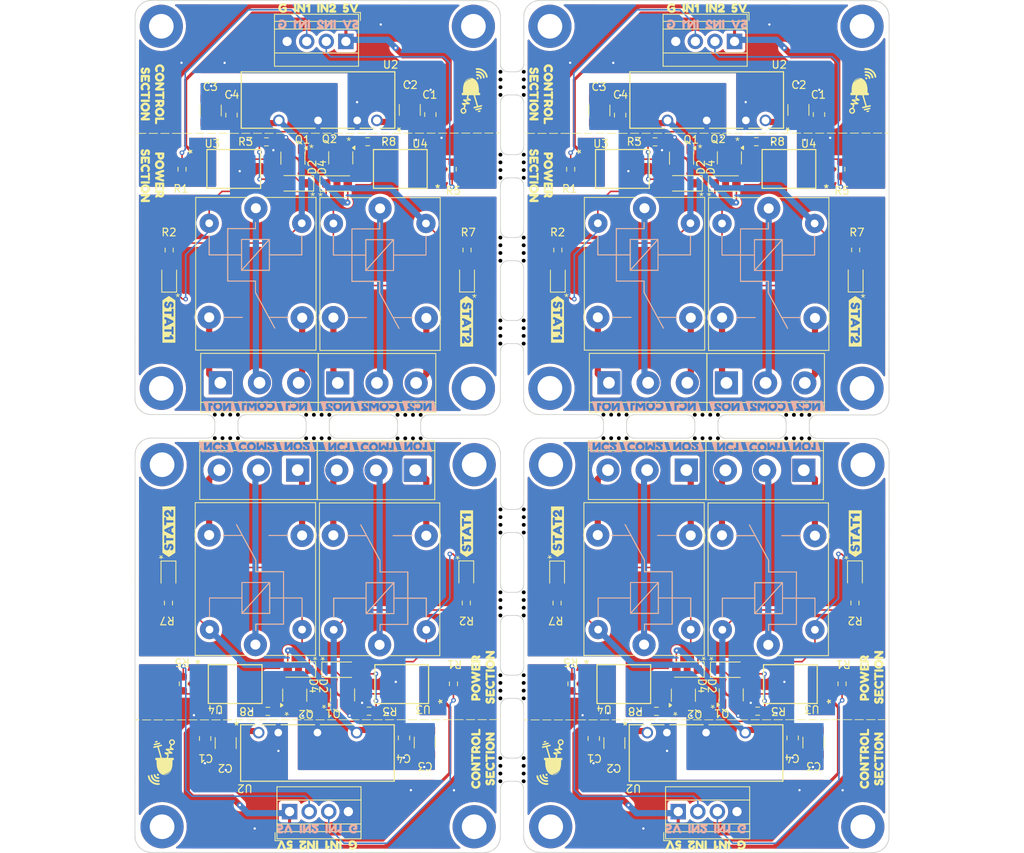
<source format=kicad_pcb>
(kicad_pcb (version 20240108) (generator "pcbnew") (generator_version "8.0")
  (layers (0 "F.Cu" signal) (31 "B.Cu" signal) (34 "B.Paste" user) (35 "F.Paste" user) (36 "B.SilkS" user "B.Silkscreen") (37 "F.SilkS" user "F.Silkscreen") (38 "B.Mask" user) (39 "F.Mask" user) (44 "Edge.Cuts" user))
  (net 0 "")
  (net 1 "Board_0-/RE1")
  (net 2 "Board_0-/RE2")
  (net 3 "Board_0-5V_ISO")
  (net 4 "Board_0-5V_RLY")
  (net 5 "Board_0-COM1")
  (net 6 "Board_0-COM2")
  (net 7 "Board_0-GNDD")
  (net 8 "Board_0-GNDPWR")
  (net 9 "Board_0-NC1")
  (net 10 "Board_0-NC2")
  (net 11 "Board_0-NO1")
  (net 12 "Board_0-NO2")
  (net 13 "Board_0-Net-(D1-A)")
  (net 14 "Board_0-Net-(D1-K)")
  (net 15 "Board_0-Net-(D3-A)")
  (net 16 "Board_0-Net-(D3-K)")
  (net 17 "Board_0-Net-(Q1-G)")
  (net 18 "Board_0-Net-(Q2-G)")
  (net 19 "Board_0-Net-(R1-Pad2)")
  (net 20 "Board_0-Net-(R5-Pad2)")
  (net 21 "Board_1-/RE1")
  (net 22 "Board_1-/RE2")
  (net 23 "Board_1-5V_ISO")
  (net 24 "Board_1-5V_RLY")
  (net 25 "Board_1-COM1")
  (net 26 "Board_1-COM2")
  (net 27 "Board_1-GNDD")
  (net 28 "Board_1-GNDPWR")
  (net 29 "Board_1-NC1")
  (net 30 "Board_1-NC2")
  (net 31 "Board_1-NO1")
  (net 32 "Board_1-NO2")
  (net 33 "Board_1-Net-(D1-A)")
  (net 34 "Board_1-Net-(D1-K)")
  (net 35 "Board_1-Net-(D3-A)")
  (net 36 "Board_1-Net-(D3-K)")
  (net 37 "Board_1-Net-(Q1-G)")
  (net 38 "Board_1-Net-(Q2-G)")
  (net 39 "Board_1-Net-(R1-Pad2)")
  (net 40 "Board_1-Net-(R5-Pad2)")
  (net 41 "Board_2-/RE1")
  (net 42 "Board_2-/RE2")
  (net 43 "Board_2-5V_ISO")
  (net 44 "Board_2-5V_RLY")
  (net 45 "Board_2-COM1")
  (net 46 "Board_2-COM2")
  (net 47 "Board_2-GNDD")
  (net 48 "Board_2-GNDPWR")
  (net 49 "Board_2-NC1")
  (net 50 "Board_2-NC2")
  (net 51 "Board_2-NO1")
  (net 52 "Board_2-NO2")
  (net 53 "Board_2-Net-(D1-A)")
  (net 54 "Board_2-Net-(D1-K)")
  (net 55 "Board_2-Net-(D3-A)")
  (net 56 "Board_2-Net-(D3-K)")
  (net 57 "Board_2-Net-(Q1-G)")
  (net 58 "Board_2-Net-(Q2-G)")
  (net 59 "Board_2-Net-(R1-Pad2)")
  (net 60 "Board_2-Net-(R5-Pad2)")
  (net 61 "Board_3-/RE1")
  (net 62 "Board_3-/RE2")
  (net 63 "Board_3-5V_ISO")
  (net 64 "Board_3-5V_RLY")
  (net 65 "Board_3-COM1")
  (net 66 "Board_3-COM2")
  (net 67 "Board_3-GNDD")
  (net 68 "Board_3-GNDPWR")
  (net 69 "Board_3-NC1")
  (net 70 "Board_3-NC2")
  (net 71 "Board_3-NO1")
  (net 72 "Board_3-NO2")
  (net 73 "Board_3-Net-(D1-A)")
  (net 74 "Board_3-Net-(D1-K)")
  (net 75 "Board_3-Net-(D3-A)")
  (net 76 "Board_3-Net-(D3-K)")
  (net 77 "Board_3-Net-(Q1-G)")
  (net 78 "Board_3-Net-(Q2-G)")
  (net 79 "Board_3-Net-(R1-Pad2)")
  (net 80 "Board_3-Net-(R5-Pad2)")
  (footprint "MountingHole:MountingHole_3.2mm_M3_DIN965_Pad" (layer "F.Cu") (at 153.408958 70.280008)
    (property "Reference" "H3" (hide yes))
    (property "Value" "MountingHole")
  )
  (footprint "Capacitor_SMD:C_0805_2012Metric_Pad1.18x1.45mm_HandSolder" (layer "F.Cu") (at 184.87 115.598649 90)
    (property "Reference" "C4")
    (property "Value" "10uF")
  )
  (footprint "NPTH" (layer "F.Cu") (at 185.034203 76.765564)
    (property "Reference" "KiKit_MB_28_2" (hide yes))
    (property "Value" "NPTH" (hide yes))
  )
  (footprint "kibuzzard-67248361" (layer "F.Cu") (at 173.778958 20.980008)
    (property "Reference" "kibuzzard-67248361" (hide yes))
    (property "Value" "G***" (hide yes))
  )
  (footprint "Capacitor_SMD:C_0805_2012Metric_Pad1.18x1.45mm_HandSolder" (layer "F.Cu") (at 159.09 115.671149 90)
    (property "Reference" "C1")
    (property "Value" "10uF")
  )
  (footprint "Resistor_SMD:R_0603_1608Metric_Pad0.98x0.95mm_HandSolder" (layer "F.Cu") (at 129.7825 38.310008)
    (property "Reference" "R8")
    (property "Value" "10K")
  )
  (footprint "NPTH" (layer "F.Cu") (at 184.034203 76.76453)
    (property "Reference" "KiKit_MB_28_1" (hide yes))
    (property "Value" "NPTH" (hide yes))
  )
  (footprint "Relay_THT:Relay_SPDT_SANYOU_SRD_Series_Form_C" (layer "F.Cu") (at 131.331042 103.531149 90)
    (property "Reference" "K1" (hide yes))
    (property "Value" "SRD-05VDC-SL-C")
  )
  (footprint "NPTH" (layer "F.Cu") (at 150.003203 63.483758)
    (property "Reference" "KiKit_MB_11_2" (hide yes))
    (property "Value" "NPTH" (hide yes))
  )
  (footprint "NPTH" (layer "F.Cu") (at 160.344754 73.693523)
    (property "Reference" "KiKit_MB_12_4" (hide yes))
    (property "Value" "NPTH" (hide yes))
  )
  (footprint "TerminalBlock:TerminalBlock_bornier-3_P5.08mm" (layer "F.Cu") (at 176.288958 69.580008)
    (property "Reference" "J2" (hide yes))
    (property "Value" "RELAY2")
  )
  (footprint "Diode_SMD:D_SOD-123F" (layer "F.Cu") (at 126.051042 106.751149)
    (property "Reference" "D2")
    (property "Value" "1N4001")
  )
  (footprint "logo:logo2" (layer "F.Cu") (at 108.690981 119.130055 180)
    (property "Reference" "G***" (hide yes))
    (property "Value" "LOGO" (hide yes))
  )
  (footprint "Resistor_SMD:R_0603_1608Metric_Pad0.98x0.95mm_HandSolder" (layer "F.Cu") (at 103.959042 98.111149 90)
    (property "Reference" "R7")
    (property "Value" "1k")
  )
  (footprint "TerminalBlock:TerminalBlock_bornier-3_P5.08mm" (layer "F.Cu") (at 110.68 69.560008)
    (property "Reference" "J1" (hide yes))
    (property "Value" "RELAY1")
  )
  (footprint "NPTH" (layer "F.Cu") (at 110.965797 73.694557)
    (property "Reference" "KiKit_MB_5_3" (hide yes))
    (property "Value" "NPTH" (hide yes))
  )
  (footprint "LED_SMD:LED_0805_2012Metric_Pad1.15x1.40mm_HandSolder" (layer "F.Cu") (at 192.946 94.511149 -90)
    (property "Reference" "D1" (hide yes))
    (property "Value" "LED")
  )
  (footprint "NPTH" (layer "F.Cu") (at 146.992221 98.72334)
    (property "Reference" "KiKit_MB_16_3" (hide yes))
    (property "Value" "NPTH" (hide yes))
  )
  (footprint "NPTH" (layer "F.Cu") (at 174.189479 73.707841)
    (property "Reference" "KiKit_MB_13_2" (hide yes))
    (property "Value" "NPTH" (hide yes))
  )
  (footprint "Resistor_SMD:R_0603_1608Metric_Pad0.98x0.95mm_HandSolder" (layer "F.Cu") (at 167.036458 38.330008)
    (property "Reference" "R3")
    (property "Value" "10K")
  )
  (footprint "NPTH" (layer "F.Cu") (at 146.983308 63.483758)
    (property "Reference" "KiKit_MB_4_3" (hide yes))
    (property "Value" "NPTH" (hide yes))
  )
  (footprint "NPTH" (layer "F.Cu") (at 146.987241 53.737816)
    (property "Reference" "KiKit_MB_3_4" (hide yes))
    (property "Value" "NPTH" (hide yes))
  )
  (footprint "kibuzzard-67248361" (layer "F.Cu") (at 123.221042 129.481149 180)
    (property "Reference" "kibuzzard-67248361" (hide yes))
    (property "Value" "G***" (hide yes))
  )
  (footprint "Resistor_SMD:R_0603_1608Metric_Pad0.98x0.95mm_HandSolder" (layer "F.Cu") (at 140.901042 108.583649 90)
    (property "Reference" "R1")
    (property "Value" "180")
  )
  (footprint "Capacitor_SMD:C_1210_3225Metric_Pad1.33x2.70mm_HandSolder" (layer "F.Cu") (at 159.818958 34.260008 90)
    (property "Reference" "C3")
    (property "Value" "100uF")
  )
  (footprint "NPTH" (layer "F.Cu") (at 162.344754 73.695592)
    (property "Reference" "KiKit_MB_12_2" (hide yes))
    (property "Value" "NPTH" (hide yes))
  )
  (footprint "NPTH" (layer "F.Cu") (at 150.011184 42.991875)
    (property "Reference" "KiKit_MB_9_1" (hide yes))
    (property "Value" "NPTH" (hide yes))
  )
  (footprint "Diode_SMD:D_SOD-123F" (layer "F.Cu") (at 171.1975 106.731149 180)
    (property "Reference" "D4")
    (property "Value" "1N4001")
  )
  (footprint "kibuzzard-67247B7C" (layer "F.Cu") (at 154.392958 61.339078 -90)
    (property "Reference" "kibuzzard-67247B7C" (hide yes))
    (property "Value" "G***" (hide yes))
  )
  (footprint "logo:logo2" (layer "F.Cu") (at 159.069939 119.130055 180)
    (property "Reference" "G***" (hide yes))
    (property "Value" "LOGO" (hide yes))
  )
  (footprint "NPTH" (layer "F.Cu") (at 175.189479 73.708876)
    (property "Reference" "KiKit_MB_13_1" (hide yes))
    (property "Value" "NPTH" (hide yes))
  )
  (footprint "NPTH" (layer "F.Cu") (at 146.991981 41.991875)
    (property "Reference" "KiKit_MB_2_3" (hide yes))
    (property "Value" "NPTH" (hide yes))
  )
  (footprint "MountingHole:MountingHole_3.2mm_M3_DIN965_Pad" (layer "F.Cu") (at 193.97 127.111149 180)
    (property "Reference" "H1" (hide yes))
    (property "Value" "MountingHole")
  )
  (footprint "NPTH" (layer "F.Cu") (at 146.99261 97.72334)
    (property "Reference" "KiKit_MB_16_2" (hide yes))
    (property "Value" "NPTH" (hide yes))
  )
  (footprint "NPTH" (layer "F.Cu") (at 185.034203 73.719057)
    (property "Reference" "KiKit_MB_14_3" (hide yes))
    (property "Value" "NPTH" (hide yes))
  )
  (footprint "NPTH" (layer "F.Cu") (at 146.996796 86.977398)
    (property "Reference" "KiKit_MB_15_2" (hide yes))
    (property "Value" "NPTH" (hide yes))
  )
  (footprint "NPTH" (layer "F.Cu") (at 109.965797 73.693523)
    (property "Reference" "KiKit_MB_5_4" (hide yes))
    (property "Value" "NPTH" (hide yes))
  )
  (footprint "NPTH" (layer "F.Cu") (at 150.015884 88.977398)
    (property "Reference" "KiKit_MB_22_1" (hide yes))
    (property "Value" "NPTH" (hide yes))
  )
  (footprint "logo:logo2" (layer "F.Cu") (at 188.309019 31.331102)
    (property "Reference" "G***" (hide yes))
    (property "Value" "LOGO" (hide yes))
  )
  (footprint "TerminalBlock:TerminalBlock_bornier-3_P5.08mm" (layer "F.Cu") (at 135.941042 80.901149 180)
    (property "Reference" "J1" (hide yes))
    (property "Value" "RELAY1")
  )
  (footprint "Relay_THT:Relay_SPDT_SANYOU_SRD_Series_Form_C" (layer "F.Cu") (at 181.71 103.531149 90)
    (property "Reference" "K1" (hide yes))
    (property "Value" "SRD-05VDC-SL-C")
  )
  (footprint "kibuzzard-67248361" (layer "F.Cu") (at 173.6 129.481149 180)
    (property "Reference" "kibuzzard-67248361" (hide yes))
    (property "Value" "G***" (hide yes))
  )
  (footprint "NPTH" (layer "F.Cu") (at 150.002874 121.215224)
    (property "Reference" "KiKit_MB_25_1" (hide yes))
    (property "Value" "NPTH" (hide yes))
  )
  (footprint "Innov:APC-817xx-SL_AMB" (layer "F.Cu") (at 184.392258 41.840008 180)
    (property "Reference" "U4")
    (property "Value" "PC817")
  )
  (footprint "Package_TO_SOT_SMD:SOT-23-3" (layer "F.Cu") (at 170.7075 110.061149 90)
    (property "Reference" "Q2")
    (property "Value" "Q_NMOS_Depletion_GSD")
  )
  (footprint "Resistor_SMD:R_0603_1608Metric_Pad0.98x0.95mm_HandSolder" (layer "F.Cu") (at 142.567042 98.101149 90)
    (property "Reference" "R2")
    (property "Value" "1k")
  )
  (footprint "kibuzzard-672479F1" (layer "F.Cu") (at 195.11 118.301149 90)
    (property "Reference" "kibuzzard-672479F1" (hide yes))
    (property "Value" "G***" (hide yes))
  )
  (footprint "kibuzzard-67247B7C" (layer "F.Cu") (at 192.986 89.122079 90)
    (property "Reference" "kibuzzard-67247B7C" (hide yes))
    (property "Value" "G***" (hide yes))
  )
  (footprint "Resistor_SMD:R_0603_1608Metric_Pad0.98x0.95mm_HandSolder" (layer "F.Cu") (at 154.338 98.111149 90)
    (property "Reference" "R7")
    (property "Value" "1k")
  )
  (footprint "NPTH" (layer "F.Cu") (at 150.015759 31.245933)
    (property "Reference" "KiKit_MB_8_2" (hide yes))
    (property "Value" "NPTH" (hide yes))
  )
  (footprint "Capacitor_SMD:C_0805_2012Metric_Pad1.18x1.45mm_HandSolder" (layer "F.Cu") (at 137.91 34.790008 -90)
    (property "Reference" "C1")
    (property "Value" "10uF")
  )
  (footprint "NPTH" (layer "F.Cu") (at 150.011548 99.72334)
    (property "Reference" "KiKit_MB_23_1" (hide yes))
    (property "Value" "NPTH" (hide yes))
  )
  (footprint "MountingHole:MountingHole_3.2mm_M3_DIN965_Pad" (layer "F.Cu") (at 193.868958 70.280008)
    (property "Reference" "H4" (hide yes))
    (property "Value" "MountingHole")
  )
  (footprint "MountingHole:MountingHole_3.2mm_M3_DIN965_Pad" (layer "F.Cu") (at 193.97 80.181149 180)
    (property "Reference" "H3" (hide yes))
    (property "Value" "MountingHole")
  )
  (footprint "NPTH" (layer "F.Cu") (at 146.983461 121.215224)
    (property "Reference" "KiKit_MB_18_4" (hide yes))
    (property "Value" "NPTH" (hide yes))
  )
  (footprint "Diode_SMD:D_SOD-123F" (layer "F.Cu") (at 170.948958 43.710008 180)
    (property "Reference" "D2")
    (property "Value" "1N4001")
  )
  (footprint "NPTH" (layer "F.Cu") (at 187.034203 73.721125)
    (property "Reference" "KiKit_MB_14_1" (hide yes))
    (property "Value" "NPTH" (hide yes))
  )
  (footprint "Innov:B_S-2WR2_MNS" (layer "F.Cu") (at 130.97 35.550008 180)
    (property "Reference" "U2")
    (property "Value" "B0505S-2WR3")
  )
  (footprint "NPTH" (layer "F.Cu") (at 162.344754 76.742099)
    (property "Reference" "KiKit_MB_26_3" (hide yes))
    (property "Value" "NPTH" (hide yes))
  )
  (footprint "NPTH" (layer "F.Cu") (at 123.810521 76.754349)
    (property "Reference" "KiKit_MB_20_3" (hide yes))
    (property "Value" "NPTH" (hide yes))
  )
  (footprint "LED_SMD:LED_0805_2012Metric_Pad1.15x1.40mm_HandSolder" (layer "F.Cu") (at 193.040958 55.930008 90)
    (property "Reference" "D3" (hide yes))
    (property "Value" "LED")
  )
  (footprint "Resistor_SMD:R_0603_1608Metric_Pad0.98x0.95mm_HandSolder" (layer "F.Cu") (at 191.28 108.583649 90)
    (property "Reference" "R1")
    (property "Value" "180")
  )
  (footprint "NPTH" (layer "F.Cu") (at 111.965797 76.742099)
    (property "Reference" "KiKit_MB_19_3" (hide yes))
    (property "Value" "NPTH" (hide yes))
  )
  (footprint "NPTH" (layer "F.Cu") (at 122.810521 76.753315)
    (property "Reference" "KiKit_MB_20_2" (hide yes))
    (property "Value" "NPTH" (hide yes))
  )
  (footprint "TerminalBlock:TerminalBlock_Xinya_XY308-2.54-4P_1x04_P2.54mm_Horizontal" (layer "F.Cu") (at 170.04 125.151149)
    (property "Reference" "J3" (hide yes))
    (property "Value" "Screw_Terminal_01x04")
  )
  (footprint "NPTH" (layer "F.Cu") (at 146.997125 29.245933)
    (property "Reference" "KiKit_MB_1_1" (hide yes))
    (property "Value" "NPTH" (hide yes))
  )
  (footprint "MountingHole:MountingHole_3.2mm_M3_DIN965_Pad" (layer "F.Cu") (at 103.131042 127.111149 180)
    (property "Reference" "H2" (hide yes))
    (property "Value" "MountingHole")
  )
  (footprint "NPTH" (layer "F.Cu") (at 146.993 96.72334)
    (property "Reference" "KiKit_MB_16_1" (hide yes))
    (property "Value" "NPTH" (hide yes))
  )
  (footprint "NPTH" (layer "F.Cu") (at 146.988036 109.469282)
    (property "Reference" "KiKit_MB_17_3" (hide yes))
    (property "Value" "NPTH" (hide yes))
  )
  (footprint "Relay_THT:Relay_SPDT_SANYOU_SRD_Series_Form_C" (layer "F.Cu") (at 131.39 46.960008 -90)
    (property "Reference" "K2" (hide yes))
    (property "Value" "SRD-05VDC-SL-C")
  )
  (footprint "NPTH" (layer "F.Cu") (at 150.012355 97.72334)
    (property "Reference" "KiKit_MB_23_3" (hide yes))
    (property "Value" "NPTH" (hide yes))
  )
  (footprint "kibuzzard-67247A26" (layer "F.Cu") (at 152.268958 42.700008 -90)
    (property "Reference" "kibuzzard-67247A26" (hide yes))
    (property "Value" "G***" (hide yes))
  )
  (footprint "kibuzzard-67247B67" (layer "F.Cu") (at 192.988958 61.590008 -90)
    (property "Reference" "kibuzzard-67247B67" (hide yes))
    (property "Value" "G***" (hide yes))
  )
  (footprint "Package_TO_SOT_SMD:SOT-23-3" (layer "F.Cu") (at 126.2925 40.400008 -90)
    (property "Reference" "Q2")
    (property "Value" "Q_NMOS_Depletion_GSD")
  )
  (footprint "Resistor_SMD:R_0603_1608Metric_Pad0.98x0.95mm_HandSolder" (layer "F.Cu") (at 129.963542 112.131149 180)
    (property "Reference" "R3")
    (property "Value" "10K")
  )
  (footprint "NPTH" (layer "F.Cu") (at 150.008018 108.469282)
    (property "Reference" "KiKit_MB_24_3" (hide yes))
    (property "Value" "NPTH" (hide yes))
  )
  (footprint "Capacitor_SMD:C_0805_2012Metric_Pad1.18x1.45mm_HandSolder" (layer "F.Cu") (at 112.13 34.862508 -90)
    (property "Reference" "C4")
    (property "Value" "10uF")
  )
  (footprint "NPTH" (layer "F.Cu") (at 150.011574 41.991875)
    (property "Reference" "KiKit_MB_9_2" (hide yes))
    (property "Value" "NPTH" (hide yes))
  )
  (footprint "LED_SMD:LED_0805_2012Metric_Pad1.15x1.40mm_HandSolder" (layer "F.Cu") (at 103.959042 94.531149 -90)
    (property "Reference" "D3" (hide yes))
    (property "Value" "LED")
  )
  (footprint "kibuzzard-67247B67" (layer "F.Cu") (at 142.61 61.590008 -90)
    (property "Reference" "kibuzzard-67247B67" (hide yes))
    (property "Value" "G***" (hide yes))
  )
  (footprint "NPTH" (layer "F.Cu") (at 146.983711 62.483758)
    (property "Reference" "KiKit_MB_4_2" (hide yes))
    (property "Value" "NPTH" (hide yes))
  )
  (footprint "Innov:APC-817xx-SL_AMB" (layer "F.Cu") (at 162.802258 41.840008)
    (property "Reference" "U3")
    (property "Value" "PC817")
  )
  (footprint "NPTH" (layer "F.Cu") (at 150.016149 30.245933)
    (property "Reference" "KiKit_MB_8_3" (hide yes))
    (property "Value" "NPTH" (hide yes))
  )
  (footprint "NPTH" (layer "F.Cu") (at 123.810521 73.707841)
    (property "Reference" "KiKit_MB_6_2" (hide yes))
    (property "Value" "NPTH" (hide yes))
  )
  (footprint "NPTH" (layer "F.Cu") (at 136.655245 76.767633)
    (property "Reference" "KiKit_MB_21_4" (hide yes))
    (property "Value" "NPTH" (hide yes))
  )
  (footprint "NPTH" (layer "F.Cu") (at 146.982904 64.483758)
    (property "Reference" "KiKit_MB_4_4" (hide yes))
    (property "Value" "NPTH" (hide yes))
  )
  (footprint "kibuzzard-672479F1" (layer "F.Cu") (at 152.268958 32.160008 -90)
    (property "Reference" "kibuzzard-672479F1" (hide yes))
    (property "Value" "G***" (hide yes))
  )
  (footprint "kibuzzard-67247A26" (layer "F.Cu") (at 144.731042 107.761149 90)
    (property "Reference" "kibuzzard-67247A26" (hide yes))
    (property "Value" "G***" (hide yes))
  )
  (footprint "NPTH" (layer "F.Cu") (at 187.034203 76.767633)
    (property "Reference" "KiKit_MB_28_4" (hide yes))
    (property "Value" "NPTH" (hide yes))
  )
  (footprint "TerminalBlock:TerminalBlock_bornier-3_P5.08mm" (layer "F.Cu") (at 186.32 80.901149 180)
    (property "Reference" "J1" (hide yes))
    (property "Value" "RELAY1")
  )
  (footprint "Capacitor_SMD:C_1210_3225Metric_Pad1.33x2.70mm_HandSolder" (layer "F.Cu") (at 111.381042 116.271149 -90)
    (property "Reference" "C2")
    (property "Value" "100uF")
  )
  (footprint "NPTH" (layer "F.Cu") (at 172.189479 73.705773)
    (property "Reference" "KiKit_MB_13_4" (hide yes))
    (property "Value" "NPTH" (hide yes))
  )
  (footprint "NPTH" (layer "F.Cu") (at 146.987646 110.469282)
    (property "Reference" "KiKit_MB_17_4" (hide yes))
    (property "Value" "NPTH" (hide yes))
  )
  (footprint "NPTH" (layer "F.Cu") (at 136.655245 73.721125)
    (property "Reference" "KiKit_MB_7_1" (hide yes))
    (property "Value" "NPTH" (hide yes))
  )
  (footprint "TerminalBlock:TerminalBlock_Xinya_XY308-2.54-4P_1x04_P2.54mm_Horizontal" (layer "F.Cu") (at 126.96 25.310008 180)
    (property "Reference" "J3" (hide yes))
    (property "Value" "Screw_Terminal_01x04")
  )
  (footprint "Innov:B_S-2WR2_MNS" (layer "F.Cu") (at 166.03 114.911149)
    (property "Reference" "U2")
    (property "Value" "B0505S-2WR3")
  )
  (footprint "Resistor_SMD:R_0603_1608Metric_Pad0.98x0.95mm_HandSolder" (layer "F.Cu") (at 156.098958 41.877508 -90)
    (property "Reference" "R1")
    (property "Value" "180")
  )
  (footprint "NPTH" (layer "F.Cu") (at 124.810521 76.755383)
    (property "Reference" "KiKit_MB_20_4" (hide yes))
    (property "Value" "NPTH" (hide yes))
  )
  (footprint "NPTH" (layer "F.Cu") (at 146.988451 50.737816)
    (property "Reference" "KiKit_MB_3_1" (hide yes))
    (property "Value" "NPTH" (hide yes))
  )
  (footprint "Capacitor_SMD:C_0805_2012Metric_Pad1.18x1.45mm_HandSolder" (layer "F.Cu") (at 188.288958 34.790008 -90)
    (property "Reference" "C1")
    (property "Value" "10uF")
  )
  (footprint "NPTH" (layer "F.Cu") (at 163.344754 73.696626)
    (property "Reference" "KiKit_MB_12_1" (hide yes))
    (property "Value" "NPTH" (hide yes))
  )
  (footprint "NPTH" (layer "F.Cu") (at 186.034203 73.720091)
    (property "Reference" "KiKit_MB_14_2" (hide yes))
    (property "Value" "NPTH" (hide yes))
  )
  (footprint "NPTH" (layer "F.Cu") (at 150.011951 98.72334)
    (property "Reference" "KiKit_MB_23_2" (hide yes))
    (property "Value" "NPTH" (hide yes))
  )
  (footprint "TerminalBlock:TerminalBlock_bornier-3_P5.08mm" (layer "F.Cu") (at 171.09 80.881149 180)
    (property "Reference" "J2" (hide yes))
    (property "Value" "RELAY2")
  )
  (footprint "NPTH" (layer "F.Cu") (at 150.006999 53.737816)
    (property "Reference" "KiKit_MB_10_1" (hide yes))
    (property "Value" "NPTH" (hide yes))
  )
  (footprint "LED_SMD:LED_0805_2012Metric_Pad1.15x1.40mm_HandSolder" (layer "F.Cu") (at 154.432958 55.950008 90)
    (property "Reference" "D1" (hide yes))
    (property "Value" "LED")
  )
  (footprint "Capacitor_SMD:C_1210_3225Metric_Pad1.33x2.70mm_HandSolder" (layer "F.Cu") (at 109.44 34.260008 90)
    (property "Reference" "C3")
    (property "Value" "100uF")
  )
  (footprint "NPTH" (layer "F.Cu") (at 161.344754 73.694557)
    (property "Reference" "KiKit_MB_12_3" (hide yes))
    (property "Value" "NPTH" (hide yes))
  )
  (footprint "NPTH" (layer "F.Cu") (at 150.012353 39.991875)
    (property "Reference" "KiKit_MB_9_4" (hide yes))
    (property "Value" "NPTH" (hide yes))
  )
  (footprint "kibuzzard-67247B7C" (layer "F.Cu") (at 104.014 61.339078 -90)
    (property "Reference" "kibuzzard-67247B7C" (hide yes))
    (property "Value" "G***" (hide yes))
  )
  (footprint "NPTH" (layer "F.Cu") (at 146.991577 42.991875)
    (property "Reference" "KiKit_MB_2_4" (hide yes))
    (property "Value" "NPTH" (hide yes))
  )
  (footprint "Innov:B_S-2WR2_MNS" (layer "F.Cu") (at 115.651042 114.911149)
    (property "Reference" "U2")
    (property "Value" "B0505S-2WR3")
  )
  (footprint "NPTH" (layer "F.Cu") (at 150.012758 96.72334)
    (property "Reference" "KiKit_MB_23_4" (hide yes))
    (property "Value" "NPTH" (hide yes))
  )
  (footprint "MountingHole:MountingHole_3.2mm_M3_DIN965_Pad" (layer "F.Cu") (at 153.51 127.111149 180)
    (property "Reference" "H2" (hide yes))
    (property "Value" "MountingHole")
  )
  (footprint "Capacitor_SMD:C_0805_2012Metric_Pad1.18x1.45mm_HandSolder" (layer "F.Cu") (at 134.491042 115.598649 90)
    (property "Reference" "C4")
    (property "Value" "10uF")
  )
  (footprint "NPTH" (layer "F.Cu") (at 133.655245 76.76453)
    (property "Reference" "KiKit_MB_21_1" (hide yes))
    (property "Value" "NPTH" (hide yes))
  )
  (footprint "NPTH" (layer "F.Cu") (at 135.655245 76.766599)
    (property "Reference" "KiKit_MB_21_3" (hide yes))
    (property "Value" "NPTH" (hide yes))
  )
  (footprint "Capacitor_SMD:C_1210_3225Metric_Pad1.33x2.70mm_HandSolder" (layer "F.Cu") (at 187.56 116.201149 -90)
    (property "Reference" "C3")
    (property "Value" "100uF")
  )
  (footprint "NPTH" (layer "F.Cu") (at 146.996017 88.977398)
    (property "Reference" "KiKit_MB_15_4" (hide yes))
    (property "Value" "NPTH" (hide yes))
  )
  (footprint "Resistor_SMD:R_0603_1608Metric_Pad0.98x0.95mm_HandSolder" (layer "F.Cu") (at 192.946 98.101149 90)
    (property "Reference" "R2")
    (property "Value" "1k")
  )
  (footprint "NPTH" (layer "F.Cu") (at 172.189479 76.75228)
    (property "Reference" "KiKit_MB_27_1" (hide yes))
    (property "Value" "NPTH" (hide yes))
  )
  (footprint "NPTH" (layer "F.Cu") (at 160.344754 76.740031)
    (property "Reference" "KiKit_MB_26_1" (hide yes))
    (property "Value" "NPTH" (hide yes))
  )
  (footprint "NPTH" (layer "F.Cu") (at 146.984629 118.215224)
    (property "Reference" "KiKit_MB_18_1" (hide yes))
    (property "Value" "NPTH" (hide yes))
  )
  (footprint "Resistor_SMD:R_0603_1608Metric_Pad0.98x0.95mm_HandSolder" (layer "F.Cu") (at 167.2175 112.151149 180)
    (property "Reference" "R8")
    (property "Value" "10K")
  )
  (footprint "NPTH" (layer "F.Cu") (at 150.017095 85.977398)
    (property "Reference" "KiKit_MB_22_4" (hide yes))
    (property "Value" "NPTH" (hide yes))
  )
  (footprint "Capacitor_SMD:C_1210_3225Metric_Pad1.33x2.70mm_HandSolder" (layer "F.Cu") (at 161.76 116.271149 -90)
    (property "Reference" "C2")
    (property "Value" "100uF")
  )
  (footprint "Resistor_SMD:R_0603_1608Metric_Pad0.98x0.95mm_HandSolder" (layer "F.Cu") (at 105.884442 108.583649 -90)
    (property "Reference" "R5")
    (property "Value" "180")
  )
  (footprint "Resistor_SMD:R_0603_1608Metric_Pad0.98x0.95mm_HandSolder" (layer "F.Cu") (at 180.161458 38.310008)
    (property "Reference" "R8")
    (property "Value" "10K")
  )
  (footprint "kibuzzard-67247B67" (layer "F.Cu") (at 104.011042 88.871149 90)
    (property "Reference" "kibuzzard-67247B67" (hide yes))
    (property "Value" "G***" (hide yes))
  )
  (footprint "Resistor_SMD:R_0603_1608Metric_Pad0.98x0.95mm_HandSolder" (layer "F.Cu") (at 193.040958 52.350008 -90)
    (property "Reference" "R7")
    (property "Value" "1k")
  )
  (footprint "Diode_SMD:D_SOD-123F" (layer "F.Cu") (at 120.57 43.710008 180)
    (property "Reference" "D2")
    (property "Value" "1N4001")
  )
  (footprint "NPTH" (layer "F.Cu") (at 146.991831 99.72334)
    (property "Reference" "KiKit_MB_16_4" (hide yes))
    (property "Value" "NPTH" (hide yes))
  )
  (footprint "kibuzzard-67247A26" (layer "F.Cu") (at 195.11 107.761149 90)
    (property "Reference" "kibuzzard-67247A26" (hide yes))
    (property "Value" "G***" (hide yes))
  )
  (footprint "MountingHole:MountingHole_3.2mm_M3_DIN965_Pad" (layer "F.Cu") (at 103.131042 80.181149 180)
    (property "Reference" "H4" (hide yes))
    (property "Value" "MountingHole")
  )
  (footprint "MountingHole:MountingHole_3.2mm_M3_DIN965_Pad" (layer "F.Cu") (at 143.591042 80.181149 180)
    (property "Reference" "H3" (hide yes))
    (property "Value" "MountingHole")
  )
  (footprint "NPTH" (layer "F.Cu") (at 150.011963 40.991875)
    (property "Reference" "KiKit_MB_9_3" (hide yes))
    (property "Value" "NPTH" (hide yes))
  )
  (footprint "Diode_SMD:D_SOD-123F" (layer "F.Cu") (at 176.181458 43.730008)
    (property "Reference" "D4")
    (property "Value" "1N4001")
  )
  (footprint "MountingHole:MountingHole_3.2mm_M3_DIN965_Pad" (layer "F.Cu") (at 143.49 23.350008)
    (property "Reference" "H2" (hide yes))
    (property "Value" "MountingHole")
  )
  (footprint "Package_TO_SOT_SMD:SOT-23-3" (layer "F.Cu") (at 120.09 40.440008 -90)
    (property "Reference" "Q1")
    (property "Value" "Q_NMOS_Depletion_GSD")
  )
  (footprint "MountingHole:MountingHole_3.2mm_M3_DIN965_Pad" (layer "F.Cu") (at 143.591042 127.111149 180)
    (property "Reference" "H1" (hide yes))
    (property "Value" "MountingHole")
  )
  (footprint "NPTH" (layer "F.Cu") (at 146.992385 40.991875)
    (property "Reference" "KiKit_MB_2_2" (hide yes))
    (property "Value" "NPTH" (hide yes))
  )
  (footprint "NPTH" (layer "F.Cu") (at 150.003681 119.215224)
    (property "Reference" "KiKit_MB_25_3" (hide yes))
    (property "Value" "NPTH" (hide yes))
  )
  (footprint "NPTH" (layer "F.Cu") (at 150.007389 52.737816)
    (property "Reference" "KiKit_MB_10_2" (hide yes))
    (property "Value" "NPTH" (hide yes))
  )
  (footprint "TerminalBlock:TerminalBlock_Xinya_XY308-2.54-4P_1x04_P2.54mm_Horizontal" (layer "F.Cu") (at 177.338958 25.310008 180)
    (property "Reference" "J3" (hide yes))
    (property "Value" "Screw_Terminal_01x04")
  )
  (footprint "Capacitor_SMD:C_1210_3225Metric_Pad1.33x2.70mm_HandSolder" (layer "F.Cu") (at 135.24 34.190008 90)
    (property "Reference" "C2")
    (property "Value" "100uF")
  )
  (footprint "kibuzzard-67247B7C" (layer "F.Cu") (at 142.607042 89.122079 90)
    (property "Reference" "kibuzzard-67247B7C" (hide yes))
    (property "Value" "G***" (hide yes))
  )
  (footprint "NPTH" (layer "F.Cu") (at 150.003982 61.483758)
    (property "Reference" "KiKit_MB_11_4" (hide yes))
    (property "Value" "NPTH" (hide yes))
  )
  (footprint "Innov:APC-817xx-SL_AMB" (layer "F.Cu") (at 112.607742 108.621149)
    (property "Reference" "U4")
    (property "Value" "PC817")
  )
  (footprint "NPTH" (layer "F.Cu") (at 146.988048 51.737816)
    (property "Reference" "KiKit_MB_3_2" (hide yes))
    (property "Value" "NPTH" (hide yes))
  )
  (footprint "Capacitor_SMD:C_1210_3225Metric_Pad1.33x2.70mm_HandSolder" (layer "F.Cu") (at 185.618958 34.190008 90)
    (property "Reference" "C2")
    (property "Value" "100uF")
  )
  (footprint "NPTH" (layer "F.Cu") (at 121.810521 73.705773)
    (property "Reference" "KiKit_MB_6_4" (hide yes))
    (property "Value" "NPTH" (hide yes))
  )
  (footprint "kibuzzard-67247A26" (layer "F.Cu") (at 101.89 42.700008 -90)
    (property "Reference" "kibuzzard-67247A26" (hide yes))
    (property "Value" "G***" (hide yes))
  )
  (footprint "LED_SMD:LED_0805_2012Metric_Pad1.15x1.40mm_HandSolder" (layer "F.Cu") (at 154.338 94.531149 -90)
    (property "Reference" "D3" (hide yes))
    (property "Value" "LED")
  )
  (footprint "MountingHole:MountingHole_3.2mm_M3_DIN965_Pad" (layer "F.Cu") (at 143.49 70.280008)
    (property "Reference" "H4" (hide yes))
    (property "Value" "MountingHole")
  )
  (footprint "NPTH" (layer "F.Cu") (at 184.034203 73.718023)
    (property "Reference" "KiKit_MB_14_4" (hide yes))
    (property "Value" "NPTH" (hide yes))
  )
  (footprint "NPTH" (layer "F.Cu") (at 150.002814 64.483758)
    (property "Reference" "KiKit_MB_11_1" (hide yes))
    (property "Value" "NPTH" (hide yes))
  )
  (footprint "NPTH" (layer "F.Cu") (at 146.98385 120.215224)
    (property "Reference" "KiKit_MB_18_3" (hide yes))
    (property "Value" "NPTH" (hide yes))
  )
  (footprint "Resistor_SMD:R_0603_1608Metric_Pad0.98x0.95mm_HandSolder" (layer "F.Cu") (at 104.054 52.360008 -90)
    (property "Reference" "R2")
    (property "Value" "1k")
  )
  (footprint "TerminalBlock:TerminalBlock_bornier-3_P5.08mm" (layer "F.Cu") (at 161.058958 69.560008)
    (property "Reference" "J1" (hide yes))
    (property "Value" "RELAY1")
  )
  (footprint "NPTH" (layer "F.Cu") (at 133.655245 73.718023)
    (property "Reference" "KiKit_MB_7_4" (hide yes))
    (property "Value" "NPTH" (hide yes))
  )
  (footprint "NPTH" (layer "F.Cu") (at 150.008168 50.737816)
    (property "Reference" "KiKit_MB_10_4" (hide yes))
    (property "Value" "NPTH" (hide yes))
  )
  (footprint "NPTH" (layer "F.Cu") (at 122.810521 73.706807)
    (property "Reference" "KiKit_MB_6_3" (hide yes))
    (property "Value" "NPTH" (hide yes))
  )
  (footprint "Capacitor_SMD:C_0805_2012Metric_Pad1.18x1.45mm_HandSolder" (layer "F.Cu") (at 162.508958 34.862508 -90)
    (property "Reference" "C4")
    (property "Value" "10uF")
  )
  (footprint "Diode_SMD:D_SOD-123F" (layer "F.Cu") (at 125.8025 43.730008)
    (property "Reference" "D4")
    (property "Value" "1N4001")
  )
  (footprint "Package_TO_SOT_SMD:SOT-23-3" (layer "F.Cu") (at 120.328542 110.061149 90)
    (property "Reference" "Q2")
    (property "Value" "Q_NMOS_Depletion_GSD")
  )
  (footprint "NPTH" (layer "F.Cu") (at 150.016538 29.245933)
    (property "Reference" "KiKit_MB_8_4" (hide yes))
    (property "Value" "NPTH" (hide yes))
  )
  (footprint "NPTH" (layer "F.Cu") (at 146.996318 31.245933)
    (property "Reference" "KiKit_MB_1_3" (hide yes))
    (property "Value" "NPTH" (hide yes))
  )
  (footprint "Relay_THT:Relay_SPDT_SANYOU_SRD_Series_Form_C" (layer "F.Cu") (at 165.668958 46.930008 -90)
    (property "Reference" "K1" (hide yes))
    (property "Value" "SRD-05VDC-SL-C")
  )
  (footprint "NPTH" (layer "F.Cu") (at 186.034203 76.766599)
    (property "Reference" "KiKit_MB_28_3" (hide yes))
    (property "Value" "NPTH" (hide yes))
  )
  (footprint "Package_TO_SOT_SMD:SOT-23-3" (layer "F.Cu") (at 126.531042 110.021149 90)
    (property "Reference" "Q1")
    (property "Value" "Q_NMOS_Depletion_GSD")
  )
  (footprint "NPTH" (layer "F.Cu") (at 146.997185 85.977398)
    (property "Reference" "KiKit_MB_15_1" (hide yes))
    (property "Value" "NPTH" (hide yes))
  )
  (footprint "NPTH" (layer "F.Cu") (at 124.810521 73.708876)
    (property "Reference" "KiKit_MB_6_1" (hide yes))
    (property "Value" "NPTH" (hide yes))
  )
  (footprint "Resistor_SMD:R_0603_1608Metric_Pad0.98x0.95mm_HandSolder" (layer "F.Cu") (at 142.662 52.350008 -90)
    (property "Reference" "R7")
    (property "Value" "1k")
  )
  (footprint "MountingHole:MountingHole_3.2mm_M3_DIN965_Pad" (layer "F.Cu") (at 193.868958 23.350008)
    (property "Reference" "H2" (hide yes))
    (property "Value" "MountingHole")
  )
  (footprint "NPTH" (layer "F.Cu") (at 161.344754 76.741065)
    (property "Reference" "KiKit_MB_26_2" (hide yes))
    (property "Value" "NPTH" (hide yes))
  )
  (footprint "Capacitor_SMD:C_0805_2012Metric_Pad1.18x1.45mm_HandSolder" (layer "F.Cu") (at 108.711042 115.671149 90)
    (property "Reference" "C1")
    (property "Value" "10uF")
  )
  (footprint "kibuzzard-672479F1" (layer "F.Cu") (at 144.731042 118.301149 90)
    (property "Reference" "kibuzzard-672479F1" (hide yes))
    (property "Value" "G***" (hide yes))
  )
  (footprint "NPTH" (layer "F.Cu") (at 112.965797 73.696626)
    (property "Reference" "KiKit_MB_5_1" (hide yes))
    (property "Value" "NPTH" (hide yes))
  )
  (footprint "NPTH" (layer "F.Cu") (at 146.987644 52.737816)
    (property "Reference" "KiKit_MB_3_3" (hide yes))
    (property "Value" "NPTH" (hide yes))
  )
  (footprint "Innov:APC-817xx-SL_AMB" (layer "F.Cu") (at 134.197742 108.621149 180)
    (property "Reference" "U3")
    (property "Value" "PC817")
  )
  (footprint "NPTH" (layer "F.Cu") (at 150.003278 120.215224)
    (property "Reference" "KiKit_MB_25_2" (hide yes))
    (property "Value" "NPTH" (hide yes))
  )
  (footprint "NPTH" (layer "F.Cu") (at 150.004085 118.215224)
    (property "Reference" "KiKit_MB_25_4" (hide yes))
    (property "Value" "NPTH" (hide yes))
  )
  (footprint "TerminalBlock:TerminalBlock_bornier-3_P5.08mm" (layer "F.Cu") (at 125.91 69.580008)
    (property "Reference" "J2" (hide yes))
    (property "Value" "RELAY2")
  )
  (footprint "NPTH" (layer "F.Cu") (at 150.007614 109.469282)
    (property "Reference" "KiKit_MB_24_2" (hide yes))
    (property "Value" "NPTH" (hide yes))
  )
  (footprint "Package_TO_SOT_SMD:SOT-23-3" (layer "F.Cu") (at 176.91 110.021149 90)
    (property "Reference" "Q1")
    (property "Value" "Q_NMOS_Depletion_GSD")
  )
  (footprint "Capacitor_SMD:C_1210_3225Metric_Pad1.33x2.70mm_HandSolder" (layer "F.Cu") (at 137.181042 116.201149 -90)
    (property "Reference" "C3")
    (property "Value" "100uF")
  )
  (footprint "LED_SMD:LED_0805_2012Metric_Pad1.15x1.40mm_HandSolder" (layer "F.Cu") (at 104.054 55.950008 90)
    (property "Reference" "D1" (hide yes))
    (property "Value" "LED")
  )
  (footprint "kibuzzard-672479F1" (layer "F.Cu") (at 101.89 32.160008 -90)
    (property "Reference" "kibuzzard-672479F1" (hide yes))
    (property "Value" "G***" (hide yes))
  )
  (footprint "NPTH" (layer "F.Cu") (at 146.995914 32.245933)
    (property "Reference" "KiKit_MB_1_4" (hide yes))
    (property "Value" "NPTH" (hide yes))
  )
  (footprint "NPTH" (layer "F.Cu") (at 150.008422 107.469282)
    (property "Reference" "KiKit_MB_24_4" (hide yes))
    (property "Value" "NPTH" (hide yes))
  )
  (footprint "Package_TO_SOT_SMD:SOT-23-3" (layer "F.Cu") (at 176.671458 40.400008 -90)
    (property "Reference" "Q2")
    (property "Value" "Q_NMOS_Depletion_GSD")
  )
  (footprint "kibuzzard-67247B67" (layer "F.Cu") (at 154.39 88.871149 90)
    (property "Reference" "kibuzzard-67247B67" (hide yes))
    (property "Value" "G***" (hide yes))
  )
  (footprint "Innov:APC-817xx-SL_AMB" (layer "F.Cu") (at 162.9867 108.621149)
    (property "Reference" "U4")
    (property "Value" "PC817")
  )
  (footprint "NPTH" (layer "F.Cu") (at 121.810521 76.75228)
    (property "Reference" "KiKit_MB_20_1" (hide yes))
    (property "Value" "NPTH" (hide yes))
  )
  (footprint "NPTH" (layer "F.Cu") (at 150.016288 87.977398)
    (property "Reference" "KiKit_MB_22_2" (hide yes))
    (property "Value" "NPTH" (hide yes))
  )
  (footprint "Innov:APC-817xx-SL_AMB" (layer "F.Cu") (at 184.5767 108.621149 180)
    (property "Reference" "U3")
    (property "Value" "PC817")
  )
  (footprint "TerminalBlock:TerminalBlock_Xinya_XY308-2.54-4P_1x04_P2.54mm_Horizontal" (layer "F.Cu") (at 119.661042 125.151149)
    (property "Reference" "J3" (hide yes))
    (property "Value" "Screw_Terminal_01x04")
  )
  (footprint "NPTH" (layer "F.Cu") (at 146.996406 87.977398)
    (property "Reference" "KiKit_MB_15_3" (hide yes))
    (property "Value" "NPTH" (hide yes))
  )
  (footprint "Resistor_SMD:R_0603_1608Metric_Pad0.98x0.95mm_HandSolder" (layer "F.Cu") (at 154.432958 52.360008 -90)
    (property "Reference" "R2")
    (property "Value" "1k")
  )
  (footprint "NPTH" (layer "F.Cu") (at 112.965797 76.743133)
    (property "Reference" "KiKit_MB_19_4" (hide yes))
    (property "Value" "NPTH" (hide yes))
  )
  (footprint "NPTH" (layer "F.Cu") (at 135.655245 73.720091)
    (property "Reference" "KiKit_MB_7_2" (hide yes))
    (property "Value" "NPTH" (hide yes))
  )
  (footprint "NPTH" (layer "F.Cu") (at 146.984115 61.483758)
    (property "Reference" "KiKit_MB_4_1" (hide yes))
    (property "Value" "NPTH" (hide yes))
  )
  (footprint "NPTH" (layer "F.Cu") (at 146.992788 39.991875)
    (property "Reference" "KiKit_MB_2_1" (hide yes))
    (property "Value" "NPTH" (hide yes))
  )
  (footprint "MountingHole:MountingHole_3.2mm_M3_DIN965_Pad" (layer "F.Cu") (at 153.408958 23.350008)
    (property "Reference" "H1" (hide yes))
    (property "Value" "MountingHole")
  )
  (footprint "Innov:B_S-2WR2_MNS" (layer "F.Cu") (at 181.348958 35.550008 180)
    (property "Reference" "U2")
    (property "Value" "B0505S-2WR3")
  )
  (footprint "NPTH" (layer "F.Cu") (at 150.007211 110.469282)
    (property "Reference" "KiKit_MB_24_1" (hide yes))
    (property "Value" "NPTH" (hide yes))
  )
  (footprint "TerminalBlock:TerminalBlock_bornier-3_P5.08mm" (layer "F.Cu") (at 120.711042 80.881149 180)
    (property "Reference" "J2" (hide yes))
    (property "Value" "RELAY2")
  )
  (footprint "Innov:APC-817xx-SL_AMB" (layer "F.Cu") (at 112.4233 41.840008)
    (property "Reference" "U3")
    (property "Value" "PC817")
  )
  (footprint "NPTH" (layer "F.Cu") (at 163.344754 76.743133)
    (property "Reference" "KiKit_MB_26_4" (hide yes))
    (property "Value" "NPTH" (hide yes))
  )
  (footprint "NPTH" (layer "F.Cu") (at 109.965797 76.740031)
    (property "Reference" "KiKit_MB_19_1" (hide yes))
    (property "Value" "NPTH" (hide yes))
  )
  (footprint "Diode_SMD:D_SOD-123F" (layer "F.Cu") (at 120.818542 106.731149 180)
    (property "Reference" "D4")
    (property "Value" "1N4001")
  )
  (footprint "Innov:APC-817xx-SL_AMB" (layer "F.Cu") (at 134.0133 41.840008 180)
    (property "Reference" "U4")
    (property "Value" "PC817")
  )
  (footprint "NPTH" (layer "F.Cu") (at 150.016691 86.977398)
    (property "Reference" "KiKit_MB_22_3" (hide yes))
    (property "Value" "NPTH" (hide yes))
  )
  (footprint "NPTH" (layer "F.Cu") (at 111.965797 73.695592)
    (property "Reference" "KiKit_MB_5_2" (hide yes))
    (property "Value" "NPTH" (hide yes))
  )
  (footprint "Resistor_SMD:R_0603_1608Metric_Pad0.98x0.95mm_HandSolder" (layer "F.Cu") (at 191.115558 41.877508 90)
    (property "Reference" "R5")
    (property "Value" "180")
  )
  (footprint "Relay_THT:Relay_SPDT_SANYOU_SRD_Series_Form_C" (layer "F.Cu") (at 115.231042 103.501149 90)
    (property "Reference" "K2" (hide yes))
    (property "Value" "SRD-05VDC-SL-C")
  )
  (footprint "MountingHole:MountingHole_3.2mm_M3_DIN965_Pad" (layer "F.Cu") (at 103.03 23.350008)
    (property "Reference" "H1" (hide yes))
    (property "Value" "MountingHole")
  )
  (footprint "Relay_THT:Relay_SPDT_SANYOU_SRD_Series_Form_C" (layer "F.Cu") (at 181.768958 46.960008 -90)
    (property "Reference" "K2" (hide yes))
    (property "Value" "SRD-05VDC-SL-C")
  )
  (footprint "LED_SMD:LED_0805_2012Metric_Pad1.15x1.40mm_HandSolder" (layer "F.Cu") (at 142.567042 94.511149 -90)
    (property "Reference" "D1" (hide yes))
    (property "Value" "LED")
  )
  (footprint "Resistor_SMD:R_0603_1608Metric_Pad0.98x0.95mm_HandSolder" (layer "F.Cu") (at 156.2634 108.583649 -90)
    (property "Reference" "R5")
    (property "Value" "180")
  )
  (footprint "NPTH" (layer "F.Cu") (at 150.003593 62.483758)
    (property "Reference" "KiKit_MB_11_3" (hide yes))
    (property "Value" "NPTH" (hide yes))
  )
  (footprint "kibuzzard-67248361" (layer "F.Cu") (at 123.4 20.980008)
    (property "Reference" "kibuzzard-67248361" (hide yes))
    (property "Value" "G***" (hide yes))
  )
  (footprint "logo:logo2" (layer "F.Cu") (at 137.930061 31.331102)
    (property "Reference" "G***" (hide yes))
    (property "Value" "LOGO" (hide yes))
  )
  (footprint "NPTH" (layer "F.Cu") (at 173.189479 76.753315)
    (property "Reference" "KiKit_MB_27_2" (hide yes))
    (property "Value" "NPTH" (hide yes))
  )
  (footprint "Resistor_SMD:R_0603_1608Metric_Pad0.98x0.95mm_HandSolder" (layer "F.Cu") (at 116.838542 112.151149 180)
    (property "Reference" "R8")
    (property "Value" "10K")
  )
  (footprint "NPTH" (layer "F.Cu") (at 174.189479 76.754349)
    (property "Reference" "KiKit_MB_27_3" (hide yes))
    (property "Value" "NPTH" (hide yes))
  )
  (footprint "MountingHole:MountingHole_3.2mm_M3_DIN965_Pad" (layer "F.Cu") (at 153.51 80.181149 180)
    (property "Reference" "H4" (hide yes))
    (property "Value" "MountingHole")
  )
  (footprint "MountingHole:MountingHole_3.2mm_M3_DIN965_Pad" (layer "F.Cu") (at 103.03 70.280008)
    (property "Reference" "H3" (hide yes))
    (property "Value" "MountingHole")
  )
  (footprint "Resistor_SMD:R_0603_1608Metric_Pad0.98x0.95mm_HandSolder" (layer "F.Cu") (at 105.72 41.877508 -90)
    (property "Reference" "R1")
    (property "Value" "180")
  )
  (footprint "Resistor_SMD:R_0603_1608Metric_Pad0.98x0.95mm_HandSolder" (layer "F.Cu") (at 140.7366 41.877508 90)
    (property "Reference" "R5")
    (property "Value" "180")
  )
  (footprint "NPTH" (layer "F.Cu") (at 134.655245 73.719057)
    (property "Reference" "KiKit_MB_7_3" (hide yes))
    (property "Value" "NPTH" (hide yes))
  )
  (footprint "Relay_THT:Relay_SPDT_SANYOU_SRD_Series_Form_C" (layer "F.Cu") (at 165.61 103.501149 90)
    (property "Reference" "K2" (hide yes))
    (property "Value" "SRD-05VDC-SL-C")
  )
  (footprint "Relay_THT:Relay_SPDT_SANYOU_SRD_Series_Form_C" (layer "F.Cu") (at 115.29 46.930008 -90)
    (property "Reference" "K1" (hide yes))
    (property "Value" "SRD-05VDC-SL-C")
  )
  (footprint "NPTH" (layer "F.Cu") (at 150.01537 32.245933)
    (property "Reference" "KiKit_MB_8_1" (hide yes))
    (property "Value" "NPTH" (hide yes))
  )
  (footprint "Diode_SMD:D_SOD-123F" (layer "F.Cu") (at 176.43 106.751149)
    (property "Reference" "D2")
    (property "Value" "1N4001")
  )
  (footprint "NPTH" (layer "F.Cu") (at 175.189479 76.755383)
    (property "Reference" "KiKit_MB_27_4" (hide yes))
    (property "Value" "NPTH" (hide yes))
  )
  (footprint "NPTH" (layer "F.Cu") (at 173.189479 73.706807)
    (property "Reference" "KiKit_MB_13_3" (hide yes))
    (property "Value" "NPTH" (hide yes))
  )
  (footprint "Package_TO_SOT_SMD:SOT-23-3" (layer "F.Cu") (at 170.468958 40.440008 -90)
    (property "Reference" "Q1")
    (property "Value" "Q_NMOS_Depletion_GSD")
  )
  (footprint "NPTH" (layer "F.Cu") (at 150.007778 51.737816)
    (property "Reference" "KiKit_MB_10_3" (hide yes))
    (property "Value" "NPTH" (hide yes))
  )
  (footprint "LED_SMD:LED_0805_2012Metric_Pad1.15x1.40mm_HandSolder" (layer "F.Cu") (at 142.662 55.930008 90)
    (property "Reference" "D3" (hide yes))
    (property "Value" "LED")
  )
  (footprint "NPTH" (layer "F.Cu") (at 134.655245 76.765564)
    (property "Reference" "KiKit_MB_21_2" (hide yes))
    (property "Value" "NPTH" (hide yes))
  )
  (footprint "NPTH" (layer "F.Cu") (at 146.988815 107.469282)
    (property "Reference" "KiKit_MB_17_1" (hide yes))
    (property "Value" "NPTH" (hide yes))
  )
  (footprint "NPTH" (layer "F.Cu") (at 146.988425 108.469282)
    (property "Reference" "KiKit_MB_17_2" (hide yes))
    (property "Value" "NPTH" (hide yes))
  )
  (footprint "Resistor_SMD:R_0603_1608Metric_Pad0.98x0.95mm_HandSolder" (layer "F.Cu") (at 180.3425 112.131149 180)
    (property "Reference" "R3")
    (property "Value" "10K")
  )
  (footprint "Resistor_SMD:R_0603_1608Metric_Pad0.98x0.95mm_HandSolder" (layer "F.Cu") (at 116.6575 38.330008)
    (property "Reference" "R3")
    (property "Value" "10K")
  )
  (footprint "NPTH" (layer "F.Cu") (at 146.996721 30.245933)
    (property "Reference" "KiKit_MB_1_2" (hide yes))
    (property "Value" "NPTH" (hide yes))
  )
  (footprint "NPTH" (layer "F.Cu") (at 146.98424 119.215224)
    (property "Reference" "KiKit_MB_18_2" (hide yes))
    (property "Value" "NPTH" (hide yes))
  )
  (footprint "NPTH" (layer "F.Cu") (at 110.965797 76.741065)
    (property "Reference" "KiKit_MB_19_2" (hide yes))
    (property "Value" "NPTH" (hide yes))
  )
  (footprint "kibuzzard-67247F36" (layer "B.Cu") (at 120.661042 77.861149)
    (property "Reference" "kibuzzard-67247F36" (hide yes))
    (property "Value" "G***" (hide yes))
  )
  (footprint "kibuzzard-67247F7C" (layer "B.Cu") (at 186.39 77.861149)
    (property "Reference" "kibuzzard-67247F7C" (hide yes))
    (property "Value" "G***" (hide yes))
  )
  (footprint "kibuzzard-67247F7C" (layer "B.Cu") (at 110.61 72.600008 180)
    (property "Reference" "kibuzzard-67247F7C" (hide yes))
    (property "Value" "G***" (hide yes))
  )
  (footprint "kibuzzard-67247F7C" (layer "B.Cu") (at 160.988958 72.600008 180)
    (property "Reference" "kibuzzard-67247F7C" (hide yes))
    (property "Value" "G***" (hide yes))
  )
  (footprint "kibuzzard-6724836D" (layer "B.Cu") (at 123.39 23.090008 180)
    (property "Reference" "kibuzzard-6724836D" (hide yes))
    (property "Value" "G***" (hide yes))
  )
  (footprint "kibuzzard-67247F27" (layer "B.Cu") (at 186.868958 72.580008 180)
    (property "Reference" "kibuzzard-67247F27" (hide yes))
    (property "Value" "G***" (hide yes))
  )
  (footprint "kibuzzard-67247F7C" (layer "B.Cu") (at 136.011042 77.861149)
    (property "Reference" "kibuzzard-67247F7C" (hide yes))
    (property "Value" "G***" (hide yes))
  )
  (footprint "kibuzzard-6724836D" (layer "B.Cu") (at 173.61 127.371149)
    (property "Reference" "kibuzzard-6724836D" (hide yes))
    (property "Value" "G***" (hide yes))
  )
  (footprint "kibuzzard-67247F36" (layer "B.Cu") (at 171.04 77.861149)
    (property "Reference" "kibuzzard-67247F36" (hide yes))
    (property "Value" "G***" (hide yes))
  )
  (footprint "kibuzzard-67247F5C" (layer "B.Cu") (at 126.071042 77.861149)
    (property "Reference" "kibuzzard-67247F5C" (hide yes))
    (property "Value" "G***" (hide yes))
  )
  (footprint "kibuzzard-67247F27" (layer "B.Cu") (at 136.49 72.580008 180)
    (property "Reference" "kibuzzard-67247F27" (hide yes))
    (property "Value" "G***" (hide yes))
  )
  (footprint "kibuzzard-67247F5C" (layer "B.Cu") (at 120.55 72.600008 180)
    (property "Reference" "kibuzzard-67247F5C" (hide yes))
    (property "Value" "G***" (hide yes))
  )
  (footprint "kibuzzard-67247F36" (layer "B.Cu") (at 125.96 72.600008 180)
    (property "Reference" "kibuzzard-67247F36" (hide yes))
    (property "Value" "G***" (hide yes))
  )
  (footprint "kibuzzard-67247F27" (layer "B.Cu") (at 160.51 77.881149)
    (property "Reference" "kibuzzard-67247F27" (hide yes))
    (property "Value" "G***" (hide yes))
  )
  (footprint "kibuzzard-67247F6F" (layer "B.Cu") (at 131.011042 77.861149)
    (property "Reference" "kibuzzard-67247F6F" (hide yes))
    (property "Value" "G***" (hide yes))
  )
  (footprint "kibuzzard-67247F02" (layer "B.Cu") (at 115.361042 77.853149)
    (property "Reference" "kibuzzard-67247F02" (hide yes))
    (property "Value" "G***" (hide yes))
  )
  (footprint "kibuzzard-67247F02" (layer "B.Cu") (at 181.638958 72.608008 180)
    (property "Reference" "kibuzzard-67247F02" (hide yes))
    (property "Value" "G***" (hide yes))
  )
  (footprint "kibuzzard-6724836D" (layer "B.Cu") (at 173.768958 23.090008 180)
    (property "Reference" "kibuzzard-6724836D" (hide yes))
    (property "Value" "G***" (hide yes))
  )
  (footprint "kibuzzard-67247F27" (layer "B.Cu") (at 110.131042 77.881149)
    (property "Reference" "kibuzzard-67247F27" (hide yes))
    (property "Value" "G***" (hide yes))
  )
  (footprint "kibuzzard-67247F36" (layer "B.Cu") (at 176.338958 72.600008 180)
    (property "Reference" "kibuzzard-67247F36" (hide yes))
    (property "Value" "G***" (hide yes))
  )
  (footprint "kibuzzard-67247F5C" (layer "B.Cu") (at 176.45 77.861149)
    (property "Reference" "kibuzzard-67247F5C" (hide yes))
    (property "Value" "G***" (hide yes))
  )
  (footprint "kibuzzard-6724836D" (layer "B.Cu") (at 123.231042 127.371149)
    (property "Reference" "kibuzzard-6724836D" (hide yes))
    (property "Value" "G***" (hide yes))
  )
  (footprint "kibuzzard-67247F6F" (layer "B.Cu") (at 165.988958 72.600008 180)
    (property "Reference" "kibuzzard-67247F6F" (hide yes))
    (property "Value" "G***" (hide yes))
  )
  (footprint "kibuzzard-67247F6F" (layer "B.Cu") (at 115.61 72.600008 180)
    (property "Reference" "kibuzzard-67247F6F" (hide yes))
    (property "Value" "G***" (hide yes))
  )
  (footprint "kibuzzard-67247F5C" (layer "B.Cu") (at 170.928958 72.600008 180)
    (property "Reference" "kibuzzard-67247F5C" (hide yes))
    (property "Value" "G***" (hide yes))
  )
  (footprint "kibuzzard-67247F02" (layer "B.Cu") (at 131.26 72.608008 180)
    (property "Reference" "kibuzzard-67247F02" (hide yes))
    (property "Value" "G***" (hide yes))
  )
  (footprint "kibuzzard-67247F02" (layer "B.Cu") (at 165.74 77.853149)
    (property "Reference" "kibuzzard-67247F02" (hide yes))
    (property "Value" "G***" (hide yes))
  )
  (footprint "kibuzzard-67247F6F" (layer "B.Cu") (at 181.39 77.861149)
    (property "Reference" "kibuzzard-67247F6F" (hide yes))
    (property "Value" "G***" (hide yes))
  )
  (gr_line (start 197.05 113.231149) (end 150.12 113.261149) (stroke (width 0.1) (type dash)) (layer "F.SilkS"))
  (gr_line (start 146.671042 113.231149) (end 99.741042 113.261149) (stroke (width 0.1) (type dash)) (layer "F.SilkS"))
  (gr_line (start 150.328958 37.230008) (end 197.258958 37.200008) (stroke (width 0.1) (type dash)) (layer "F.SilkS"))
  (gr_line (start 99.95 37.230008) (end 146.88 37.200008) (stroke (width 0.1) (type dash)) (layer "F.SilkS"))
  (gr_line (start 152.057136 20.000542) (end 151.975556 20.004349) (stroke (width 0.1)) (layer "Edge.Cuts"))
  (gr_line (start 150.011144 100.722756) (end 150.008825 106.470673) (stroke (width 0.1)) (layer "Edge.Cuts"))
  (gr_line (start 171.66203 73.823036) (end 171.704648 73.847219) (stroke (width 0.1)) (layer "Edge.Cuts"))
  (gr_line (start 196.92092 20.816981) (end 196.905019 20.797323) (stroke (width 0.1)) (layer "Edge.Cuts"))
  (gr_line (start 149.968222 100.432659) (end 149.981288 100.479933) (stroke (width 0.1)) (layer "Edge.Cuts"))
  (gr_line (start 145.860251 130.221251) (end 145.931079 130.182301) (stroke (width 0.1)) (layer "Edge.Cuts"))
  (gr_line (start 183.324394 76.720723) (end 183.277095 76.733769) (stroke (width 0.1)) (layer "Edge.Cuts"))
  (gr_line (start 100.727562 130.183688) (end 100.749928 130.195479) (stroke (width 0.1)) (layer "Edge.Cuts"))
  (gr_line (start 145.87354 73.48263) (end 145.944067 73.443134) (stroke (width 0.1)) (layer "Edge.Cuts"))
  (gr_line (start 147.060447 60.866779) (end 147.04281 60.821014) (stroke (width 0.1)) (layer "Edge.Cuts"))
  (gr_line (start 124.978667 76.312108) (end 124.952467 76.270699) (stroke (width 0.1)) (layer "Edge.Cuts"))
  (gr_line (start 147.016704 85.172959) (end 147.008336 85.124633) (stroke (width 0.1)) (layer "Edge.Cuts"))
  (gr_line (start 197.35453 128.520687) (end 197.358877 128.440794) (stroke (width 0.1)) (layer "Edge.Cuts"))
  (gr_line (start 145.25019 73.698305) (end 145.275063 73.693752) (stroke (width 0.1)) (layer "Edge.Cuts"))
  (gr_line (start 146.993937 122.067291) (end 147.002334 122.018995) (stroke (width 0.1)) (layer "Edge.Cuts"))
  (gr_line (start 149.888775 54.266127) (end 149.910815 54.309941) (stroke (width 0.1)) (layer "Edge.Cuts"))
  (gr_line (start 171.189433 76.751246) (end 164.342733 76.744165) (stroke (width 0.1)) (layer "Edge.Cuts"))
  (gr_line (start 125.103486 74.002145) (end 125.13904 73.968331) (stroke (width 0.1)) (layer "Edge.Cuts"))
  (gr_line (start 125.069636 74.037663) (end 125.103486 74.002145) (stroke (width 0.1)) (layer "Edge.Cuts"))
  (gr_line (start 149.939048 32.862901) (end 149.956685 32.908666) (stroke (width 0.1)) (layer "Edge.Cuts"))
  (gr_line (start 125.337969 76.63812) (end 125.295351 76.613937) (stroke (width 0.1)) (layer "Edge.Cuts"))
  (gr_line (start 150.069343 78.372722) (end 150.053394 78.451966) (stroke (width 0.1)) (layer "Edge.Cuts"))
  (gr_line (start 197.354608 71.773412) (end 197.358421 71.691529) (stroke (width 0.1)) (layer "Edge.Cuts"))
  (gr_line (start 147.936832 53.739019) (end 147.98585 53.737816) (stroke (width 0.1)) (layer "Edge.Cuts"))
  (gr_line (start 146.99379 78.707167) (end 146.985936 78.626719) (stroke (width 0.1)) (layer "Edge.Cuts"))
  (gr_line (start 149.810152 54.141898) (end 149.838383 54.182004) (stroke (width 0.1)) (layer "Edge.Cuts"))
  (gr_line (start 133.65404 75.813547) (end 133.650428 75.86248) (stroke (width 0.1)) (layer "Edge.Cuts"))
  (gr_line (start 146.205672 73.261911) (end 146.225208 73.245856) (stroke (width 0.1)) (layer "Edge.Cuts"))
  (gr_line (start 196.134688 73.540973) (end 196.157625 73.530329) (stroke (width 0.1)) (layer "Edge.Cuts"))
  (gr_line (start 150.003149 60.534153) (end 149.999525 60.58304) (stroke (width 0.1)) (layer "Edge.Cuts"))
  (gr_line (start 149.394186 43.067956) (end 149.439022 43.087836) (stroke (width 0.1)) (layer "Edge.Cuts"))
  (gr_line (start 100.237629 129.821037) (end 100.296 129.876953) (stroke (width 0.1)) (layer "Edge.Cuts"))
  (gr_line (start 149.527631 96.581282) (end 149.484975 96.605439) (stroke (width 0.1)) (layer "Edge.Cuts"))
  (gr_line (start 149.945871 60.821597) (end 149.928215 60.867328) (stroke (width 0.1)) (layer "Edge.Cuts"))
  (gr_line (start 112.995695 75.987746) (end 112.984966 75.939934) (stroke (width 0.1)) (layer "Edge.Cuts"))
  (gr_line (start 151.148849 76.966721) (end 151.126481 76.978513) (stroke (width 0.1)) (layer "Edge.Cuts"))
  (gr_line (start 197.309614 72.088434) (end 197.325563 72.00919) (stroke (width 0.1)) (layer "Edge.Cuts"))
  (gr_line (start 149.886396 117.687393) (end 149.862223 117.730039) (stroke (width 0.1)) (layer "Edge.Cuts"))
  (gr_line (start 164.054563 73.740433) (end 164.101862 73.727387) (stroke (width 0.1)) (layer "Edge.Cuts"))
  (gr_line (start 146.817487 78.014892) (end 146.807021 77.991876) (stroke (width 0.1)) (layer "Edge.Cuts"))
  (gr_line (start 149.997665 28.442161) (end 149.986908 28.489988) (stroke (width 0.1)) (layer "Edge.Cuts"))
  (gr_line (start 163.349558 75.843021) (end 163.345956 75.794152) (stroke (width 0.1)) (layer "Edge.Cuts"))
  (gr_line (start 195.321819 130.460614) (end 195.403401 130.456807) (stroke (width 0.1)) (layer "Edge.Cuts"))
  (gr_line (start 109.479802 76.597216) (end 109.437094 76.621371) (stroke (width 0.1)) (layer "Edge.Cuts"))
  (gr_line (start 149.101415 121.220037) (end 149.150092 121.226042) (stroke (width 0.1)) (layer "Edge.Cuts"))
  (gr_line (start 133.486668 76.319833) (end 133.458399 76.359937) (stroke (width 0.1)) (layer "Edge.Cuts"))
  (gr_line (start 175.554271 76.529284) (end 175.517185 76.497257) (stroke (width 0.1)) (layer "Edge.Cuts"))
  (gr_line (start 195.298191 130.461157) (end 195.321796 130.460615) (stroke (width 0.1)) (layer "Edge.Cuts"))
  (gr_line (start 145.049712 130.454985) (end 145.130162 130.447132) (stroke (width 0.1)) (layer "Edge.Cuts"))
  (gr_line (start 150.408793 129.580044) (end 150.458021 129.644156) (stroke (width 0.1)) (layer "Edge.Cuts"))
  (gr_line (start 146.994376 39.041503) (end 146.993191 38.992459) (stroke (width 0.1)) (layer "Edge.Cuts"))
  (gr_line (start 147.523697 32.363834) (end 147.567486 32.341799) (stroke (width 0.1)) (layer "Edge.Cuts"))
  (gr_line (start 100.499463 77.134446) (end 100.479139 77.14949) (stroke (width 0.1)) (layer "Edge.Cuts"))
  (gr_line (start 133.559455 74.289125) (end 133.5793 74.333928) (stroke (width 0.1)) (layer "Edge.Cuts"))
  (gr_line (start 147.352215 53.964467) (end 147.390866 53.934314) (stroke (width 0.1)) (layer "Edge.Cuts"))
  (gr_line (start 187.398996 76.541534) (end 187.36191 76.509507) (stroke (width 0.1)) (layer "Edge.Cuts"))
  (gr_line (start 146.96179 128.651422) (end 146.965078 128.626353) (stroke (width 0.1)) (layer "Edge.Cuts"))
  (gr_line (start 150.000033 71.623586) (end 150.000576 71.647041) (stroke (width 0.1)) (layer "Edge.Cuts"))
  (gr_line (start 163.5129 76.299858) (end 163.4867 76.25845) (stroke (width 0.1)) (layer "Edge.Cuts"))
  (gr_line (start 151.035995 73.398333) (end 151.106518 73.437829) (stroke (width 0.1)) (layer "Edge.Cuts"))
  (gr_line (start 149.160708 96.712533) (end 149.112055 96.718532) (stroke (width 0.1)) (layer "Edge.Cuts"))
  (gr_line (start 136.91371 76.440194) (end 136.881722 76.403075) (stroke (width 0.1)) (layer "Edge.Cuts"))
  (gr_line (start 147.043314 117.55249) (end 147.027944 117.505916) (stroke (width 0.1)) (layer "Edge.Cuts"))
  (gr_line (start 99.670068 78.476924) (end 99.658155 78.556874) (stroke (width 0.1)) (layer "Edge.Cuts"))
  (gr_line (start 147.604046 110.545289) (end 147.649784 110.527651) (stroke (width 0.1)) (layer "Edge.Cuts"))
  (gr_line (start 197.328209 128.731301) (end 197.340745 128.651448) (stroke (width 0.1)) (layer "Edge.Cuts"))
  (gr_line (start 147.427179 121.383505) (end 147.468598 121.357284) (stroke (width 0.1)) (layer "Edge.Cuts"))
  (gr_line (start 149.678835 110.728199) (end 149.71435 110.762025) (stroke (width 0.1)) (layer "Edge.Cuts"))
  (gr_line (start 149.651554 29.019277) (end 149.612904 29.04943) (stroke (width 0.1)) (layer "Edge.Cuts"))
  (gr_line (start 150.957064 20.347968) (end 150.890541 20.393885) (stroke (width 0.1)) (layer "Edge.Cuts"))
  (gr_line (start 101.641579 73.684204) (end 101.66818 73.684942) (stroke (width 0.1)) (layer "Edge.Cuts"))
  (gr_line (start 147.185662 107.0652) (end 147.157431 107.025094) (stroke (width 0.1)) (layer "Edge.Cuts"))
  (gr_line (start 149.007598 53.737816) (end 149.056641 53.73902) (stroke (width 0.1)) (layer "Edge.Cuts"))
  (gr_line (start 150.428728 77.582209) (end 150.413842 77.602649) (stroke (width 0.1)) (layer "Edge.Cuts"))
  (gr_line (start 113.410318 73.865663) (end 113.451789 73.839441) (stroke (width 0.1)) (layer "Edge.Cuts"))
  (gr_line (start 149.89884 28.718093) (end 149.874667 28.76074) (stroke (width 0.1)) (layer "Edge.Cuts"))
  (gr_line (start 146.858374 78.11286) (end 146.849088 78.089344) (stroke (width 0.1)) (layer "Edge.Cuts"))
  (gr_line (start 187.36191 76.509507) (end 187.326439 76.475699) (stroke (width 0.1)) (layer "Edge.Cuts"))
  (gr_line (start 147.16575 28.801737) (end 147.139521 28.760294) (stroke (width 0.1)) (layer "Edge.Cuts"))
  (gr_line (start 146.751786 72.58676) (end 146.787095 72.514046) (stroke (width 0.1)) (layer "Edge.Cuts"))
  (gr_line (start 146.992665 100.672945) (end 146.996289 100.624058) (stroke (width 0.1)) (layer "Edge.Cuts"))
  (gr_line (start 99.635108 71.834462) (end 99.638202 71.859555) (stroke (width 0.1)) (layer "Edge.Cuts"))
  (gr_line (start 145.165179 20.045968) (end 145.084793 20.037494) (stroke (width 0.1)) (layer "Edge.Cuts"))
  (gr_line (start 100.014934 129.559586) (end 100.029819 129.580023) (stroke (width 0.1)) (layer "Edge.Cuts"))
  (gr_line (start 147.435549 99.891621) (end 147.476969 99.865401) (stroke (width 0.1)) (layer "Edge.Cuts"))
  (gr_line (start 125.175313 76.529284) (end 125.138227 76.497257) (stroke (width 0.1)) (layer "Edge.Cuts"))
  (gr_line (start 150.105753 72.248381) (end 150.113835 72.272338) (stroke (width 0.1)) (layer "Edge.Cuts"))
  (gr_line (start 196.624087 77.260093) (end 196.604554 77.24404) (stroke (width 0.1)) (layer "Edge.Cuts"))
  (gr_line (start 147.932495 64.484961) (end 147.981513 64.483758) (stroke (width 0.1)) (layer "Edge.Cuts"))
  (gr_line (start 101.490854 20.014027) (end 101.46576 20.017121) (stroke (width 0.1)) (layer "Edge.Cuts"))
  (gr_line (start 121.692407 76.223457) (end 121.668208 76.26614) (stroke (width 0.1)) (layer "Edge.Cuts"))
  (gr_line (start 149.474507 121.333244) (end 149.517178 121.357424) (stroke (width 0.1)) (layer "Edge.Cuts"))
  (gr_line (start 100.565651 77.088) (end 100.499483 77.134431) (stroke (width 0.1)) (layer "Edge.Cuts"))
  (gr_line (start 144.919232 130.461157) (end 144.942839 130.460615) (stroke (width 0.1)) (layer "Edge.Cuts"))
  (gr_line (start 146.998122 111.321349) (end 147.006519 111.273053) (stroke (width 0.1)) (layer "Edge.Cuts"))
  (gr_line (start 144.932366 73.729685) (end 144.959964 73.72895) (stroke (width 0.1)) (layer "Edge.Cuts"))
  (gr_line (start 147.515439 110.587186) (end 147.559229 110.56515) (stroke (width 0.1)) (layer "Edge.Cuts"))
  (gr_line (start 175.307592 74.237699) (end 175.331791 74.195016) (stroke (width 0.1)) (layer "Edge.Cuts"))
  (gr_line (start 113.024269 74.359894) (end 113.041939 74.31412) (stroke (width 0.1)) (layer "Edge.Cuts"))
  (gr_line (start 146.443902 129.767456) (end 146.496789 129.706328) (stroke (width 0.1)) (layer "Edge.Cuts"))
  (gr_line (start 133.512933 76.27839) (end 133.486668 76.319833) (stroke (width 0.1)) (layer "Edge.Cuts"))
  (gr_line (start 147.181477 117.811142) (end 147.153245 117.771036) (stroke (width 0.1)) (layer "Edge.Cuts"))
  (gr_line (start 164.007961 73.755786) (end 164.054563 73.740433) (stroke (width 0.1)) (layer "Edge.Cuts"))
  (gr_line (start 147.934988 118.21402) (end 147.886075 118.210411) (stroke (width 0.1)) (layer "Edge.Cuts"))
  (gr_line (start 183.182713 73.727941) (end 183.230985 73.736363) (stroke (width 0.1)) (layer "Edge.Cuts"))
  (gr_line (start 147.065137 106.852313) (end 147.047499 106.806549) (stroke (width 0.1)) (layer "Edge.Cuts"))
  (gr_line (start 149.4324 61.38789) (end 149.387582 61.40775) (stroke (width 0.1)) (layer "Edge.Cuts"))
  (gr_line (start 100.943019 130.28367) (end 101.018713 130.312027) (stroke (width 0.1)) (layer "Edge.Cuts"))
  (gr_line (start 160.333926 75.886677) (end 160.325533 75.935019) (stroke (width 0.1)) (layer "Edge.Cuts"))
  (gr_line (start 100.108167 20.774402) (end 100.058445 20.838131) (stroke (width 0.1)) (layer "Edge.Cuts"))
  (gr_line (start 150.774394 129.962981) (end 150.838123 130.012703) (stroke (width 0.1)) (layer "Edge.Cuts"))
  (gr_line (start 149.293538 121.258263) (end 149.340107 121.273651) (stroke (width 0.1)) (layer "Edge.Cuts"))
  (gr_line (start 137.460237 73.741179) (end 137.508588 73.732835) (stroke (width 0.1)) (layer "Edge.Cuts"))
  (gr_line (start 163.571803 74.062552) (end 163.603869 74.025414) (stroke (width 0.1)) (layer "Edge.Cuts"))
  (gr_line (start 125.810566 73.70991) (end 132.657266 73.716991) (stroke (width 0.1)) (layer "Edge.Cuts"))
  (gr_line (start 149.965713 106.76059) (end 149.950321 106.807131) (stroke (width 0.1)) (layer "Edge.Cuts"))
  (gr_line (start 149.991663 65.336523) (end 149.99765 65.385202) (stroke (width 0.1)) (layer "Edge.Cuts"))
  (gr_line (start 187.064182 74.478265) (end 187.077277 74.430979) (stroke (width 0.1)) (layer "Edge.Cuts"))
  (gr_line (start 149.390201 110.545365) (end 149.435038 110.565245) (stroke (width 0.1)) (layer "Edge.Cuts"))
  (gr_line (start 146.998713 28.295561) (end 146.997528 28.246517) (stroke (width 0.1)) (layer "Edge.Cuts"))
  (gr_line (start 147.211137 61.118341) (end 147.180971 61.079669) (stroke (width 0.1)) (layer "Edge.Cuts"))
  (gr_line (start 147.428378 61.315312) (end 147.388283 61.287064) (stroke (width 0.1)) (layer "Edge.Cuts"))
  (gr_line (start 146.787105 72.514023) (end 146.797571 72.491004) (stroke (width 0.1)) (layer "Edge.Cuts"))
  (gr_line (start 183.991243 74.426181) (end 184.004304 74.47341) (stroke (width 0.1)) (layer "Edge.Cuts"))
  (gr_line (start 196.624117 20.514244) (end 196.604583 20.498191) (stroke (width 0.1)) (layer "Edge.Cuts"))
  (gr_line (start 196.037033 73.582617) (end 196.06048 73.573149) (stroke (width 0.1)) (layer "Edge.Cuts"))
  (gr_line (start 100.962966 76.878539) (end 100.939519 76.888007) (stroke (width 0.1)) (layer "Edge.Cuts"))
  (gr_line (start 187.092677 74.384393) (end 187.110347 74.33862) (stroke (width 0.1)) (layer "Edge.Cuts"))
  (gr_line (start 171.824686 73.931872) (end 171.861772 73.963899) (stroke (width 0.1)) (layer "Edge.Cuts"))
  (gr_line (start 147.512482 61.365737) (end 147.469811 61.341557) (stroke (width 0.1)) (layer "Edge.Cuts"))
  (gr_line (start 147.896733 88.982207) (end 147.945621 88.978601) (stroke (width 0.1)) (layer "Edge.Cuts"))
  (gr_line (start 159.636551 73.735752) (end 159.683066 73.751161) (stroke (width 0.1)) (layer "Edge.Cuts"))
  (gr_line (start 196.835678 20.716904) (end 196.780215 20.658103) (stroke (width 0.1)) (layer "Edge.Cuts"))
  (gr_line (start 99.899901 129.381208) (end 99.912642 129.403047) (stroke (width 0.1)) (layer "Edge.Cuts"))
  (gr_line (start 184.029386 75.86248) (end 184.023376 75.911176) (stroke (width 0.1)) (layer "Edge.Cuts"))
  (gr_line (start 195.674006 20.066356) (end 195.649135 20.061803) (stroke (width 0.1)) (layer "Edge.Cuts"))
  (gr_line (start 113.330588 76.517034) (end 113.293502 76.485007) (stroke (width 0.1)) (layer "Edge.Cuts"))
  (gr_line (start 144.942863 130.460614) (end 145.024443 130.456807) (stroke (width 0.1)) (layer "Edge.Cuts"))
  (gr_line (start 125.615512 73.728929) (end 125.663863 73.720585) (stroke (width 0.1)) (layer "Edge.Cuts"))
  (gr_line (start 195.358498 20.031125) (end 195.331745 20.030388) (stroke (width 0.1)) (layer "Edge.Cuts"))
  (gr_line (start 147.025647 89.733343) (end 147.038736 89.686101) (stroke (width 0.1)) (layer "Edge.Cuts"))
  (gr_line (start 99.969002 129.493042) (end 100.014919 129.559565) (stroke (width 0.1)) (layer "Edge.Cuts"))
  (gr_line (start 163.403227 74.359894) (end 163.420897 74.31412) (stroke (width 0.1)) (layer "Edge.Cuts"))
  (gr_line (start 150.212894 77.947133) (end 150.202428 77.970152) (stroke (width 0.1)) (layer "Edge.Cuts"))
  (gr_line (start 149.972559 89.686717) (end 149.985624 89.733991) (stroke (width 0.1)) (layer "Edge.Cuts"))
  (gr_line (start 101.688675 76.731471) (end 101.661077 76.732206) (stroke (width 0.1)) (layer "Edge.Cuts"))
  (gr_line (start 113.86784 73.702376) (end 113.916777 73.698815) (stroke (width 0.1)) (layer "Edge.Cuts"))
  (gr_line (start 146.901751 128.93817) (end 146.922304 128.859995) (stroke (width 0.1)) (layer "Edge.Cuts"))
  (gr_line (start 146.694073 129.425176) (end 146.733569 129.354651) (stroke (width 0.1)) (layer "Edge.Cuts"))
  (gr_line (start 145.964027 20.316976) (end 145.893502 20.27748) (stroke (width 0.1)) (layer "Edge.Cuts"))
  (gr_line (start 121.71473 74.276876) (end 121.734575 74.321678) (stroke (width 0.1)) (layer "Edge.Cuts"))
  (gr_line (start 100.943035 73.537825) (end 101.018727 73.566184) (stroke (width 0.1)) (layer "Edge.Cuts"))
  (gr_line (start 146.992397 43.941465) (end 146.996022 43.892579) (stroke (width 0.1)) (layer "Edge.Cuts"))
  (gr_line (start 146.624113 129.536474) (end 146.638107 129.515415) (stroke (width 0.1)) (layer "Edge.Cuts"))
  (gr_line (start 150.006209 71.753989) (end 150.014063 71.834437) (stroke (width 0.1)) (layer "Edge.Cuts"))
  (gr_line (start 147.187913 43.395578) (end 147.218081 43.35694) (stroke (width 0.1)) (layer "Edge.Cuts"))
  (gr_line (start 149.875233 85.492214) (end 149.848996 85.533622) (stroke (width 0.1)) (layer "Edge.Cuts"))
  (gr_line (start 149.948516 111.132026) (end 149.963886 111.178601) (stroke (width 0.1)) (layer "Edge.Cuts"))
  (gr_line (start 195.438493 76.78131) (end 195.358447 76.776953) (stroke (width 0.1)) (layer "Edge.Cuts"))
  (gr_line (start 99.875657 21.128916) (end 99.839785 21.201352) (stroke (width 0.1)) (layer "Edge.Cuts"))
  (gr_line (start 146.506111 72.962762) (end 146.522013 72.943102) (stroke (width 0.1)) (layer "Edge.Cuts"))
  (gr_line (start 146.225227 73.24584) (end 146.286356 73.192951) (stroke (width 0.1)) (layer "Edge.Cuts"))
  (gr_line (start 196.060503 73.573139) (end 196.134665 73.540984) (stroke (width 0.1)) (layer "Edge.Cuts"))
  (gr_line (start 151.829689 76.750313) (end 151.749834 76.762847) (stroke (width 0.1)) (layer "Edge.Cuts"))
  (gr_line (start 151.729847 130.399358) (end 151.8097 130.411894) (stroke (width 0.1)) (layer "Edge.Cuts"))
  (gr_line (start 172.189479 75.752234) (end 172.188273 75.801298) (stroke (width 0.1)) (layer "Edge.Cuts"))
  (gr_line (start 149.930879 111.086261) (end 149.948516 111.132026) (stroke (width 0.1)) (layer "Edge.Cuts"))
  (gr_line (start 147.567486 32.341799) (end 147.612304 32.321938) (stroke (width 0.1)) (layer "Edge.Cuts"))
  (gr_line (start 196.413267 73.387166) (end 196.434327 73.37317) (stroke (width 0.1)) (layer "Edge.Cuts"))
  (gr_line (start 147.321164 39.732957) (end 147.285649 39.699131) (stroke (width 0.1)) (layer "Edge.Cuts"))
  (gr_line (start 136.731389 74.33862) (end 136.751285 74.293769) (stroke (width 0.1)) (layer "Edge.Cuts"))
  (gr_line (start 176.189524 73.70991) (end 183.036224 73.716991) (stroke (width 0.1)) (layer "Edge.Cuts"))
  (gr_line (start 147.693954 118.172186) (end 147.647385 118.156797) (stroke (width 0.1)) (layer "Edge.Cuts"))
  (gr_line (start 149.754227 96.395386) (end 149.720418 96.430882) (stroke (width 0.1)) (layer "Edge.Cuts"))
  (gr_line (start 100.783269 20.228275) (end 100.760813 20.239893) (stroke (width 0.1)) (layer "Edge.Cuts"))
  (gr_line (start 149.017915 29.245932) (end 147.99654 29.245932) (stroke (width 0.1)) (layer "Edge.Cuts"))
  (gr_line (start 150.694908 77.285263) (end 150.636537 77.341181) (stroke (width 0.1)) (layer "Edge.Cuts"))
  (gr_line (start 196.665333 73.192934) (end 196.68403 73.17591) (stroke (width 0.1)) (layer "Edge.Cuts"))
  (gr_line (start 133.655245 74.716002) (end 133.655245 75.764484) (stroke (width 0.1)) (layer "Edge.Cuts"))
  (gr_line (start 146.991442 100.721963) (end 146.992665 100.672945) (stroke (width 0.1)) (layer "Edge.Cuts"))
  (gr_line (start 147.310754 64.742421) (end 147.347879 64.710409) (stroke (width 0.1)) (layer "Edge.Cuts"))
  (gr_line (start 149.354968 85.91903) (end 149.30842 85.934403) (stroke (width 0.1)) (layer "Edge.Cuts"))
  (gr_line (start 160.176176 76.295334) (end 160.147908 76.335438) (stroke (width 0.1)) (layer "Edge.Cuts"))
  (gr_line (start 99.912655 129.403069) (end 99.955143 129.471833) (stroke (width 0.1)) (layer "Edge.Cuts"))
  (gr_line (start 99.726749 128.99422) (end 99.734831 129.018177) (stroke (width 0.1)) (layer "Edge.Cuts"))
  (gr_line (start 196.82286 129.767456) (end 196.875747 129.706328) (stroke (width 0.1)) (layer "Edge.Cuts"))
  (gr_line (start 187.110149 76.151727) (end 187.092525 76.106005) (stroke (width 0.1)) (layer "Edge.Cuts"))
  (gr_line (start 99.65596 21.834828) (end 99.647486 21.915214) (stroke (width 0.1)) (layer "Edge.Cuts"))
  (gr_line (start 147.651219 50.679388) (end 147.605461 50.661733) (stroke (width 0.1)) (layer "Edge.Cuts"))
  (gr_line (start 150.978251 20.334123) (end 150.957086 20.347954) (stroke (width 0.1)) (layer "Edge.Cuts"))
  (gr_line (start 196.434348 73.373156) (end 196.500516 73.326725) (stroke (width 0.1)) (layer "Edge.Cuts"))
  (gr_line (start 147.002334 122.018995) (end 147.013091 121.971168) (stroke (width 0.1)) (layer "Edge.Cuts"))
  (gr_line (start 149.558561 64.652201) (end 149.598655 64.680448) (stroke (width 0.1)) (layer "Edge.Cuts"))
  (gr_line (start 196.022987 130.319569) (end 196.046504 130.310283) (stroke (width 0.1)) (layer "Edge.Cuts"))
  (gr_line (start 159.979961 73.919622) (end 160.017047 73.951649) (stroke (width 0.1)) (layer "Edge.Cuts"))
  (gr_line (start 109.210378 73.722642) (end 109.257593 73.735752) (stroke (width 0.1)) (layer "Edge.Cuts"))
  (gr_line (start 147.214159 110.834354) (end 147.246186 110.797242) (stroke (width 0.1)) (layer "Edge.Cuts"))
  (gr_line (start 187.176515 74.207266) (end 187.202781 74.165822) (stroke (width 0.1)) (layer "Edge.Cuts"))
  (gr_line (start 146.245159 20.514244) (end 146.225625 20.498191) (stroke (width 0.1)) (layer "Edge.Cuts"))
  (gr_line (start 150.03711 78.556899) (end 150.034018 78.581996) (stroke (width 0.1)) (layer "Edge.Cuts"))
  (gr_line (start 150.008825 106.470673) (end 150.007602 106.519691) (stroke (width 0.1)) (layer "Edge.Cuts"))
  (gr_line (start 196.760266 73.101989) (end 196.815728 73.043186) (stroke (width 0.1)) (layer "Edge.Cuts"))
  (gr_line (start 121.32569 73.847219) (end 121.367072 73.873461) (stroke (width 0.1)) (layer "Edge.Cuts"))
  (gr_line (start 145.084767 20.037491) (end 145.059564 20.035479) (stroke (width 0.1)) (layer "Edge.Cuts"))
  (gr_line (start 99.955157 129.471855) (end 99.968988 129.49302) (stroke (width 0.1)) (layer "Edge.Cuts"))
  (gr_line (start 195.331793 76.776214) (end 188.032183 76.768665) (stroke (width 0.1)) (layer "Edge.Cuts"))
  (gr_line (start 146.97992 128.440767) (end 146.980657 128.413858) (stroke (width 0.1)) (layer "Edge.Cuts"))
  (gr_line (start 175.200306 74.56223) (end 175.2087 74.513887) (stroke (width 0.1)) (layer "Edge.Cuts"))
  (gr_line (start 149.560377 118.046946) (end 149.518958 118.073166) (stroke (width 0.1)) (layer "Edge.Cuts"))
  (gr_line (start 147.312491 61.224841) (end 147.276976 61.191015) (stroke (width 0.1)) (layer "Edge.Cuts"))
  (gr_line (start 137.227789 73.817757) (end 137.272661 73.797907) (stroke (width 0.1)) (layer "Edge.Cuts"))
  (gr_line (start 149.974386 85.268706) (end 149.958994 85.315248) (stroke (width 0.1)) (layer "Edge.Cuts"))
  (gr_line (start 150.563211 77.417989) (end 150.546333 77.436818) (stroke (width 0.1)) (layer "Edge.Cuts"))
  (gr_line (start 149.812086 107.065578) (end 149.781918 107.104216) (stroke (width 0.1)) (layer "Edge.Cuts"))
  (gr_line (start 136.656448 75.818652) (end 136.655245 75.769653) (stroke (width 0.1)) (layer "Edge.Cuts"))
  (gr_line (start 99.715954 78.269684) (end 99.696011 78.348018) (stroke (width 0.1)) (layer "Edge.Cuts"))
  (gr_line (start 147.401293 29.049239) (end 147.362633 29.019057) (stroke (width 0.1)) (layer "Edge.Cuts"))
  (gr_line (start 136.685224 74.478265) (end 136.698319 74.430979) (stroke (width 0.1)) (layer "Edge.Cuts"))
  (gr_line (start 147.563414 99.819208) (end 147.608232 99.799348) (stroke (width 0.1)) (layer "Edge.Cuts"))
  (gr_line (start 164.196244 76.733215) (end 164.147972 76.724793) (stroke (width 0.1)) (layer "Edge.Cuts"))
  (gr_line (start 150.017498 84.978789) (end 150.016275 85.027807) (stroke (width 0.1)) (layer "Edge.Cuts"))
  (gr_line (start 100.147426 129.725407) (end 100.164304 129.744234) (stroke (width 0.1)) (layer "Edge.Cuts"))
  (gr_line (start 147.441438 85.808955) (end 147.401344 85.780708) (stroke (width 0.1)) (layer "Edge.Cuts"))
  (gr_line (start 113.133942 76.299858) (end 113.107742 76.25845) (stroke (width 0.1)) (layer "Edge.Cuts"))
  (gr_line (start 149.150045 64.494576) (end 149.198368 64.502963) (stroke (width 0.1)) (layer "Edge.Cuts"))
  (gr_line (start 149.015968 32.245932) (end 149.065011 32.247136) (stroke (width 0.1)) (layer "Edge.Cuts"))
  (gr_line (start 133.36228 76.471261) (end 133.326726 76.505075) (stroke (width 0.1)) (layer "Edge.Cuts"))
  (gr_line (start 145.667569 130.310273) (end 145.741976 130.278691) (stroke (width 0.1)) (layer "Edge.Cuts"))
  (gr_line (start 163.709546 76.517034) (end 163.67246 76.485007) (stroke (width 0.1)) (layer "Edge.Cuts"))
  (gr_line (start 149.30842 85.934403) (end 149.261174 85.947474) (stroke (width 0.1)) (layer "Edge.Cuts"))
  (gr_line (start 175.946587 73.739637) (end 175.99447 73.728929) (stroke (width 0.1)) (layer "Edge.Cuts"))
  (gr_line (start 150.049411 72.043747) (end 150.055028 72.068399) (stroke (width 0.1)) (layer "Edge.Cuts"))
  (gr_line (start 149.443711 89.073362) (end 149.487517 89.095419) (stroke (width 0.1)) (layer "Edge.Cuts"))
  (gr_line (start 171.434061 73.734892) (end 171.481276 73.748001) (stroke (width 0.1)) (layer "Edge.Cuts"))
  (gr_line (start 149.105752 110.474095) (end 149.154429 110.4801) (stroke (width 0.1)) (layer "Edge.Cuts"))
  (gr_line (start 150.674977 129.87697) (end 150.693673 129.893992) (stroke (width 0.1)) (layer "Edge.Cuts"))
  (gr_line (start 171.287434 76.74653) (end 171.238497 76.750092) (stroke (width 0.1)) (layer "Edge.Cuts"))
  (gr_line (start 149.476302 118.097322) (end 149.432513 118.119357) (stroke (width 0.1)) (layer "Edge.Cuts"))
  (gr_line (start 149.340107 121.273651) (end 149.385865 121.291307) (stroke (width 0.1)) (layer "Edge.Cuts"))
  (gr_line (start 147.354313 107.242411) (end 147.317181 107.210369) (stroke (width 0.1)) (layer "Edge.Cuts"))
  (gr_line (start 146.886201 21.442955) (end 146.858429 21.367044) (stroke (width 0.1)) (layer "Edge.Cuts"))
  (gr_line (start 149.521313 53.880014) (end 149.562746 53.906259) (stroke (width 0.1)) (layer "Edge.Cuts"))
  (gr_line (start 147.051483 39.32913) (end 147.036113 39.282555) (stroke (width 0.1)) (layer "Edge.Cuts"))
  (gr_line (start 147.567599 89.073266) (end 147.612417 89.053406) (stroke (width 0.1)) (layer "Edge.Cuts"))
  (gr_line (start 147.659892 29.187505) (end 147.614134 29.169849) (stroke (width 0.1)) (layer "Edge.Cuts"))
  (gr_line (start 163.5416 74.101219) (end 163.571803 74.062552) (stroke (width 0.1)) (layer "Edge.Cuts"))
  (gr_line (start 195.418526 73.724622) (end 195.443732 73.72261) (stroke (width 0.1)) (layer "Edge.Cuts"))
  (gr_line (start 121.194537 73.781082) (end 121.239319 73.800973) (stroke (width 0.1)) (layer "Edge.Cuts"))
  (gr_line (start 175.219378 75.999996) (end 175.208649 75.952184) (stroke (width 0.1)) (layer "Edge.Cuts"))
  (gr_line (start 101.018737 130.312036) (end 101.042631 130.320303) (stroke (width 0.1)) (layer "Edge.Cuts"))
  (gr_line (start 146.985933 78.626694) (end 146.982839 78.601601) (stroke (width 0.1)) (layer "Edge.Cuts"))
  (gr_line (start 187.039008 75.86752) (end 187.035406 75.818652) (stroke (width 0.1)) (layer "Edge.Cuts"))
  (gr_line (start 109.063751 76.734281) (end 109.014814 76.737842) (stroke (width 0.1)) (layer "Edge.Cuts"))
  (gr_line (start 196.120957 130.27868) (end 196.143973 130.268215) (stroke (width 0.1)) (layer "Edge.Cuts"))
  (gr_line (start 146.473615 20.735749) (end 146.456737 20.716922) (stroke (width 0.1)) (layer "Edge.Cuts"))
  (gr_line (start 187.17615 76.282949) (end 187.152012 76.240306) (stroke (width 0.1)) (layer "Edge.Cuts"))
  (gr_line (start 183.549373 73.859468) (end 183.590755 73.885711) (stroke (width 0.1)) (layer "Edge.Cuts"))
  (gr_line (start 109.114305 73.703441) (end 109.162577 73.711863) (stroke (width 0.1)) (layer "Edge.Cuts"))
  (gr_line (start 146.05422 77.118777) (end 145.985788 77.075759) (stroke (width 0.1)) (layer "Edge.Cuts"))
  (gr_line (start 197.150647 77.91912) (end 197.139029 77.896664) (stroke (width 0.1)) (layer "Edge.Cuts"))
  (gr_line (start 149.16029 39.981066) (end 149.111637 39.987066) (stroke (width 0.1)) (layer "Edge.Cuts"))
  (gr_line (start 101.701809 19.999999) (end 101.678202 20.000541) (stroke (width 0.1)) (layer "Edge.Cuts"))
  (gr_line (start 149.978538 49.981871) (end 149.965448 50.029113) (stroke (width 0.1)) (layer "Edge.Cuts"))
  (gr_line (start 147.049943 100.385501) (end 147.067599 100.33977) (stroke (width 0.1)) (layer "Edge.Cuts"))
  (gr_line (start 99.641036 78.792683) (end 99.621029 128.36939) (stroke (width 0.1)) (layer "Edge.Cuts"))
  (gr_line (start 113.258761 73.989895) (end 113.294315 73.956081) (stroke (width 0.1)) (layer "Edge.Cuts"))
  (gr_line (start 136.823823 74.165822) (end 136.852091 74.125718) (stroke (width 0.1)) (layer "Edge.Cuts"))
  (gr_line (start 109.922722 76.030177) (end 109.907322 76.076763) (stroke (width 0.1)) (layer "Edge.Cuts"))
  (gr_line (start 121.809318 74.654754) (end 121.810521 74.703753) (stroke (width 0.1)) (layer "Edge.Cuts"))
  (gr_line (start 149.350631 96.664972) (end 149.304083 96.680345) (stroke (width 0.1)) (layer "Edge.Cuts"))
  (gr_line (start 147.511254 121.333127) (end 147.555043 121.311092) (stroke (width 0.1)) (layer "Edge.Cuts"))
  (gr_line (start 145.059538 20.035477) (end 144.979567 20.031126) (stroke (width 0.1)) (layer "Edge.Cuts"))
  (gr_line (start 99.880884 77.851914) (end 99.869266 77.874373) (stroke (width 0.1)) (layer "Edge.Cuts"))
  (gr_line (start 146.894698 128.962477) (end 146.901745 128.938195) (stroke (width 0.1)) (layer "Edge.Cuts"))
  (gr_line (start 113.451789 73.839441) (end 113.494497 73.815286) (stroke (width 0.1)) (layer "Edge.Cuts"))
  (gr_line (start 197.087344 21.058087) (end 197.044856 20.989323) (stroke (width 0.1)) (layer "Edge.Cuts"))
  (gr_line (start 147.129518 110.954474) (end 147.155754 110.913065) (stroke (width 0.1)) (layer "Edge.Cuts"))
  (gr_line (start 187.399894 73.948553) (end 187.438593 73.91839) (stroke (width 0.1)) (layer "Edge.Cuts"))
  (gr_line (start 146.807055 21.246011) (end 146.771743 21.1733) (stroke (width 0.1)) (layer "Edge.Cuts"))
  (gr_line (start 149.745442 61.155798) (end 149.711633 61.191295) (stroke (width 0.1)) (layer "Edge.Cuts"))
  (gr_line (start 146.990389 106.518924) (end 146.989204 106.469881) (stroke (width 0.1)) (layer "Edge.Cuts"))
  (gr_line (start 150.129795 21.421621) (end 150.105308 21.498655) (stroke (width 0.1)) (layer "Edge.Cuts"))
  (gr_line (start 183.589681 76.595493) (end 183.54821 76.621715) (stroke (width 0.1)) (layer "Edge.Cuts"))
  (gr_line (start 147.609798 39.915791) (end 147.564961 39.895911) (stroke (width 0.1)) (layer "Edge.Cuts"))
  (gr_line (start 113.450626 76.601688) (end 113.409244 76.575445) (stroke (width 0.1)) (layer "Edge.Cuts"))
  (gr_line (start 150.334156 72.72601) (end 150.347986 72.747175) (stroke (width 0.1)) (layer "Edge.Cuts"))
  (gr_line (start 197.273204 78.212775) (end 197.265122 78.188818) (stroke (width 0.1)) (layer "Edge.Cuts"))
  (gr_line (start 149.115822 29.241124) (end 149.066934 29.244729) (stroke (width 0.1)) (layer "Edge.Cuts"))
  (gr_line (start 196.33192 130.169535) (end 196.400684 130.127047) (stroke (width 0.1)) (layer "Edge.Cuts"))
  (gr_line (start 146.991174 43.990483) (end 146.992397 43.941465) (stroke (width 0.1)) (layer "Edge.Cuts"))
  (gr_line (start 125.253969 76.587695) (end 125.213924 76.559454) (stroke (width 0.1)) (layer "Edge.Cuts"))
  (gr_line (start 150.192944 129.215145) (end 150.228256 129.287856) (stroke (width 0.1)) (layer "Edge.Cuts"))
  (gr_line (start 151.869812 20.014027) (end 151.844718 20.017121) (stroke (width 0.1)) (layer "Edge.Cuts"))
  (gr_line (start 149.248164 118.1853) (end 149.200334 118.196038) (stroke (width 0.1)) (layer "Edge.Cuts"))
  (gr_line (start 145.798632 20.229782) (end 145.775697 20.219139) (stroke (width 0.1)) (layer "Edge.Cuts"))
  (gr_line (start 172.020901 76.307583) (end 171.992632 76.347687) (stroke (width 0.1)) (layer "Edge.Cuts"))
  (gr_line (start 196.749888 129.844561) (end 196.805804 129.78619) (stroke (width 0.1)) (layer "Edge.Cuts"))
  (gr_line (start 171.43237 76.721519) (end 171.384487 76.732227) (stroke (width 0.1)) (layer "Edge.Cuts"))
  (gr_line (start 137.271229 76.692324) (end 137.226447 76.672433) (stroke (width 0.1)) (layer "Edge.Cuts"))
  (gr_line (start 101.641501 130.430031) (end 101.668254 130.430768) (stroke (width 0.1)) (layer "Edge.Cuts"))
  (gr_line (start 150.311554 77.759196) (end 150.298813 77.781038) (stroke (width 0.1)) (layer "Edge.Cuts"))
  (gr_line (start 121.642374 74.149048) (end 121.668574 74.190457) (stroke (width 0.1)) (layer "Edge.Cuts"))
  (gr_line (start 147.515024 53.855717) (end 147.558813 53.833682) (stroke (width 0.1)) (layer "Edge.Cuts"))
  (gr_line (start 149.163102 88.988217) (end 149.211426 88.996604) (stroke (width 0.1)) (layer "Edge.Cuts"))
  (gr_line (start 150.00602 43.893318) (end 150.00961 43.942232) (stroke (width 0.1)) (layer "Edge.Cuts"))
  (gr_line (start 146.874329 72.293083) (end 146.898216 72.21586) (stroke (width 0.1)) (layer "Edge.Cuts"))
  (gr_line (start 137.555363 76.763759) (end 137.506736 76.757715) (stroke (width 0.1)) (layer "Edge.Cuts"))
  (gr_line (start 100.375882 129.946912) (end 100.395416 129.962965) (stroke (width 0.1)) (layer "Edge.Cuts"))
  (gr_line (start 149.259279 89.007353) (end 149.306548 89.020437) (stroke (width 0.1)) (layer "Edge.Cuts"))
  (gr_line (start 172.131157 74.3674) (end 172.146518 74.413931) (stroke (width 0.1)) (layer "Edge.Cuts"))
  (gr_line (start 151.224343 73.496181) (end 151.298502 73.528338) (stroke (width 0.1)) (layer "Edge.Cuts"))
  (gr_line (start 147.884177 121.220032) (end 147.933065 121.216427) (stroke (width 0.1)) (layer "Edge.Cuts"))
  (gr_line (start 197.378924 78.83757) (end 197.378381 78.814115) (stroke (width 0.1)) (layer "Edge.Cuts"))
  (gr_line (start 149.52303 50.595755) (end 149.480375 50.619912) (stroke (width 0.1)) (layer "Edge.Cuts"))
  (gr_line (start 147.645031 64.542126) (end 147.691579 64.526753) (stroke (width 0.1)) (layer "Edge.Cuts"))
  (gr_line (start 149.01373 39.991874) (end 147.992204 39.991874) (stroke (width 0.1)) (layer "Edge.Cuts"))
  (gr_line (start 147.275244 64.776216) (end 147.310754 64.742421) (stroke (width 0.1)) (layer "Edge.Cuts"))
  (gr_line (start 146.075299 77.132785) (end 146.054241 77.11879) (stroke (width 0.1)) (layer "Edge.Cuts"))
  (gr_line (start 147.847965 32.25674) (end 147.896617 32.25074) (stroke (width 0.1)) (layer "Edge.Cuts"))
  (gr_line (start 147.323764 32.504595) (end 147.360889 32.472583) (stroke (width 0.1)) (layer "Edge.Cuts"))
  (gr_line (start 100.655188 77.030958) (end 100.586753 77.073977) (stroke (width 0.1)) (layer "Edge.Cuts"))
  (gr_line (start 99.98292 20.945762) (end 99.939903 21.014196) (stroke (width 0.1)) (layer "Edge.Cuts"))
  (gr_line (start 99.932596 77.759196) (end 99.919855 77.781038) (stroke (width 0.1)) (layer "Edge.Cuts"))
  (gr_line (start 147.472368 53.879874) (end 147.515024 53.855717) (stroke (width 0.1)) (layer "Edge.Cuts"))
  (gr_line (start 121.552056 74.033212) (end 121.584044 74.070331) (stroke (width 0.1)) (layer "Edge.Cuts"))
  (gr_line (start 150.208079 21.224333) (end 150.175923 21.298493) (stroke (width 0.1)) (layer "Edge.Cuts"))
  (gr_line (start 147.058661 65.100178) (end 147.07854 65.055368) (stroke (width 0.1)) (layer "Edge.Cuts"))
  (gr_line (start 172.047166 76.26614) (end 172.020901 76.307583) (stroke (width 0.1)) (layer "Edge.Cuts"))
  (gr_line (start 136.773359 74.249949) (end 136.797557 74.207266) (stroke (width 0.1)) (layer "Edge.Cuts"))
  (gr_line (start 147.69814 107.426244) (end 147.651571 107.410856) (stroke (width 0.1)) (layer "Edge.Cuts"))
  (gr_line (start 195.649103 76.807636) (end 195.569251 76.795098) (stroke (width 0.1)) (layer "Edge.Cuts"))
  (gr_line (start 100.11493 77.498394) (end 100.099028 77.518054) (stroke (width 0.1)) (layer "Edge.Cuts"))
  (gr_line (start 146.606107 20.90157) (end 146.591222 20.881133) (stroke (width 0.1)) (layer "Edge.Cuts"))
  (gr_line (start 147.04281 60.821014) (end 147.02744 60.774439) (stroke (width 0.1)) (layer "Edge.Cuts"))
  (gr_line (start 149.56905 96.555062) (end 149.527631 96.581282) (stroke (width 0.1)) (layer "Edge.Cuts"))
  (gr_line (start 146.645946 72.770749) (end 146.688432 72.701982) (stroke (width 0.1)) (layer "Edge.Cuts"))
  (gr_line (start 172.113335 76.134786) (end 172.093439 76.179637) (stroke (width 0.1)) (layer "Edge.Cuts"))
  (gr_line (start 187.837422 76.749293) (end 187.789621 76.738514) (stroke (width 0.1)) (layer "Edge.Cuts"))
  (gr_line (start 197.100098 21.079948) (end 197.087357 21.058109) (stroke (width 0.1)) (layer "Edge.Cuts"))
  (gr_line (start 147.01489 89.781169) (end 147.025647 89.733343) (stroke (width 0.1)) (layer "Edge.Cuts"))
  (gr_line (start 149.89047 50.209977) (end 149.866296 50.252623) (stroke (width 0.1)) (layer "Edge.Cuts"))
  (gr_line (start 163.788202 76.575445) (end 163.748157 76.547204) (stroke (width 0.1)) (layer "Edge.Cuts"))
  (gr_line (start 149.893314 100.251659) (end 149.915353 100.295475) (stroke (width 0.1)) (layer "Edge.Cuts"))
  (gr_line (start 132.704264 76.762341) (end 132.6552 76.763496) (stroke (width 0.1)) (layer "Edge.Cuts"))
  (gr_line (start 109.889652 76.122536) (end 109.869756 76.167387) (stroke (width 0.1)) (layer "Edge.Cuts"))
  (gr_line (start 183.034158 76.763496) (end 176.187458 76.756415) (stroke (width 0.1)) (layer "Edge.Cuts"))
  (gr_line (start 147.084646 50.165681) (end 147.064784 50.120837) (stroke (width 0.1)) (layer "Edge.Cuts"))
  (gr_line (start 150.248213 77.874396) (end 150.212904 77.94711) (stroke (width 0.1)) (layer "Edge.Cuts"))
  (gr_line (start 171.289361 73.709647) (end 171.337988 73.715691) (stroke (width 0.1)) (layer "Edge.Cuts"))
  (gr_line (start 164.295735 73.698815) (end 164.344799 73.69766) (stroke (width 0.1)) (layer "Edge.Cuts"))
  (gr_line (start 164.246798 73.702376) (end 164.295735 73.698815) (stroke (width 0.1)) (layer "Edge.Cuts"))
  (gr_line (start 145.466869 130.37934) (end 145.544089 130.355449) (stroke (width 0.1)) (layer "Edge.Cuts"))
  (gr_line (start 101.246852 130.37823) (end 101.325968 130.394795) (stroke (width 0.1)) (layer "Edge.Cuts"))
  (gr_line (start 99.655058 78.582021) (end 99.647211 78.662473) (stroke (width 0.1)) (layer "Edge.Cuts"))
  (gr_line (start 171.479669 76.708473) (end 171.43237 76.721519) (stroke (width 0.1)) (layer "Edge.Cuts"))
  (gr_line (start 147.388788 118.018534) (end 147.350128 117.988353) (stroke (width 0.1)) (layer "Edge.Cuts"))
  (gr_line (start 149.752498 100.051612) (end 149.784525 100.088757) (stroke (width 0.1)) (layer "Edge.Cuts"))
  (gr_line (start 196.875763 129.706308) (end 196.891816 129.686774) (stroke (width 0.1)) (layer "Edge.Cuts"))
  (gr_line (start 147.51936 43.109776) (end 147.563149 43.087741) (stroke (width 0.1)) (layer "Edge.Cuts"))
  (gr_line (start 149.77747 61.118686) (end 149.745442 61.155798) (stroke (width 0.1)) (layer "Edge.Cuts"))
  (gr_line (start 146.245129 77.260093) (end 146.225596 77.24404) (stroke (width 0.1)) (layer "Edge.Cuts"))
  (gr_line (start 109.847682 76.211207) (end 109.823484 76.25389) (stroke (width 0.1)) (layer "Edge.Cuts"))
  (gr_line (start 163.789276 73.865663) (end 163.830747 73.839441) (stroke (width 0.1)) (layer "Edge.Cuts"))
  (gr_line (start 136.751285 74.293769) (end 136.773359 74.249949) (stroke (width 0.1)) (layer "Edge.Cuts"))
  (gr_line (start 147.996587 85.977398) (end 147.947544 85.976194) (stroke (width 0.1)) (layer "Edge.Cuts"))
  (gr_line (start 147.653705 43.050242) (end 147.700252 43.034869) (stroke (width 0.1)) (layer "Edge.Cuts"))
  (gr_line (start 151.35597 20.141587) (end 151.332453 20.150873) (stroke (width 0.1)) (layer "Edge.Cuts"))
  (gr_line (start 125.710638 76.751509) (end 125.662011 76.745465) (stroke (width 0.1)) (layer "Edge.Cuts"))
  (gr_line (start 187.045031 74.574479) (end 187.053424 74.526137) (stroke (width 0.1)) (layer "Edge.Cuts"))
  (gr_line (start 147.559229 110.56515) (end 147.604046 110.545289) (stroke (width 0.1)) (layer "Edge.Cuts"))
  (gr_line (start 163.962169 73.773408) (end 164.007961 73.755786) (stroke (width 0.1)) (layer "Edge.Cuts"))
  (gr_line (start 150.636519 77.341199) (end 150.618709 77.359148) (stroke (width 0.1)) (layer "Edge.Cuts"))
  (gr_line (start 196.684049 73.175893) (end 196.74242 73.119975) (stroke (width 0.1)) (layer "Edge.Cuts"))
  (gr_line (start 147.080814 117.643098) (end 147.060951 117.598255) (stroke (width 0.1)) (layer "Edge.Cuts"))
  (gr_line (start 99.71929 21.522986) (end 99.698737 21.601161) (stroke (width 0.1)) (layer "Edge.Cuts"))
  (gr_line (start 159.493263 73.703441) (end 159.541535 73.711863) (stroke (width 0.1)) (layer "Edge.Cuts"))
  (gr_line (start 183.916395 74.24535) (end 183.938413 74.289125) (stroke (width 0.1)) (layer "Edge.Cuts"))
  (gr_line (start 137.182694 76.650369) (end 137.140076 76.626187) (stroke (width 0.1)) (layer "Edge.Cuts"))
  (gr_line (start 147.245772 54.06577) (end 147.279581 54.030274) (stroke (width 0.1)) (layer "Edge.Cuts"))
  (gr_line (start 112.976623 74.54998) (end 112.985017 74.501638) (stroke (width 0.1)) (layer "Edge.Cuts"))
  (gr_line (start 187.092525 76.106005) (end 187.077164 76.059474) (stroke (width 0.1)) (layer "Edge.Cuts"))
  (gr_line (start 196.342985 20.316976) (end 196.27246 20.27748) (stroke (width 0.1)) (layer "Edge.Cuts"))
  (gr_line (start 149.306548 89.020437) (end 149.353117 89.035826) (stroke (width 0.1)) (layer "Edge.Cuts"))
  (gr_line (start 147.283917 43.284332) (end 147.319427 43.250537) (stroke (width 0.1)) (layer "Edge.Cuts"))
  (gr_line (start 175.285518 74.281519) (end 175.307592 74.237699) (stroke (width 0.1)) (layer "Edge.Cuts"))
  (gr_line (start 113.108108 74.182766) (end 113.134373 74.141323) (stroke (width 0.1)) (layer "Edge.Cuts"))
  (gr_line (start 151.834825 73.669352) (end 151.91521 73.677829) (stroke (width 0.1)) (layer "Edge.Cuts"))
  (gr_line (start 121.805703 75.85023) (end 121.799693 75.898926) (stroke (width 0.1)) (layer "Edge.Cuts"))
  (gr_line (start 163.710444 73.924054) (end 163.749143 73.89389) (stroke (width 0.1)) (layer "Edge.Cuts"))
  (gr_line (start 187.053424 74.526137) (end 187.064182 74.478265) (stroke (width 0.1)) (layer "Edge.Cuts"))
  (gr_line (start 136.797192 76.282949) (end 136.773054 76.240306) (stroke (width 0.1)) (layer "Edge.Cuts"))
  (gr_line (start 145.931101 130.182289) (end 145.95294 130.169548) (stroke (width 0.1)) (layer "Edge.Cuts"))
  (gr_line (start 101.536274 130.423665) (end 101.561477 130.425677) (stroke (width 0.1)) (layer "Edge.Cuts"))
  (gr_line (start 147.482821 29.103732) (end 147.441388 29.077486) (stroke (width 0.1)) (layer "Edge.Cuts"))
  (gr_line (start 147.793261 107.450077) (end 147.745408 107.439328) (stroke (width 0.1)) (layer "Edge.Cuts"))
  (gr_line (start 195.614237 130.432109) (end 195.639142 130.427748) (stroke (width 0.1)) (layer "Edge.Cuts"))
  (gr_line (start 149.974466 117.459291) (end 149.961376 117.506532) (stroke (width 0.1)) (layer "Edge.Cuts"))
  (gr_line (start 149.600348 61.287256) (end 149.560265 61.315477) (stroke (width 0.1)) (layer "Edge.Cuts"))
  (gr_line (start 101.042669 73.574468) (end 101.119701 73.598956) (stroke (width 0.1)) (layer "Edge.Cuts"))
  (gr_line (start 133.644447 74.569502) (end 133.650441 74.618135) (stroke (width 0.1)) (layer "Edge.Cuts"))
  (gr_line (start 147.70651 85.93436) (end 147.659941 85.918972) (stroke (width 0.1)) (layer "Edge.Cuts"))
  (gr_line (start 137.099768 73.890162) (end 137.141239 73.86394) (stroke (width 0.1)) (layer "Edge.Cuts"))
  (gr_line (start 146.141922 73.31165) (end 146.205652 73.261927) (stroke (width 0.1)) (layer "Edge.Cuts"))
  (gr_line (start 147.348445 121.441879) (end 147.387095 121.411726) (stroke (width 0.1)) (layer "Edge.Cuts"))
  (gr_line (start 147.790992 53.757002) (end 147.839291 53.748623) (stroke (width 0.1)) (layer "Edge.Cuts"))
  (gr_line (start 149.067504 85.976195) (end 149.018486 85.977398) (stroke (width 0.1)) (layer "Edge.Cuts"))
  (gr_line (start 183.837858 74.121224) (end 183.866057 74.161298) (stroke (width 0.1)) (layer "Edge.Cuts"))
  (gr_line (start 176.13846 76.755162) (end 176.089596 76.751509) (stroke (width 0.1)) (layer "Edge.Cuts"))
  (gr_line (start 149.567284 99.891786) (end 149.607379 99.920034) (stroke (width 0.1)) (layer "Edge.Cuts"))
  (gr_line (start 147.558813 53.833682) (end 147.60363 53.813822) (stroke (width 0.1)) (layer "Edge.Cuts"))
  (gr_line (start 109.847987 74.22085) (end 109.870005 74.264626) (stroke (width 0.1)) (layer "Edge.Cuts"))
  (gr_line (start 150.838144 130.012718) (end 150.858466 130.027761) (stroke (width 0.1)) (layer "Edge.Cuts"))
  (gr_line (start 196.852537 77.481597) (end 196.83566 77.46277) (stroke (width 0.1)) (layer "Edge.Cuts"))
  (gr_line (start 147.006492 89.829466) (end 147.01489 89.781169) (stroke (width 0.1)) (layer "Edge.Cuts"))
  (gr_line (start 100.095034 72.918005) (end 100.147446 72.97954) (stroke (width 0.1)) (layer "Edge.Cuts"))
  (gr_line (start 121.148833 73.76341) (end 121.194537 73.781082) (stroke (width 0.1)) (layer "Edge.Cuts"))
  (gr_line (start 133.596772 76.101262) (end 133.579102 76.147036) (stroke (width 0.1)) (layer "Edge.Cuts"))
  (gr_line (start 147.945505 32.247135) (end 147.994523 32.245932) (stroke (width 0.1)) (layer "Edge.Cuts"))
  (gr_line (start 197.030997 20.968114) (end 196.98508 20.901591) (stroke (width 0.1)) (layer "Edge.Cuts"))
  (gr_line (start 147.006519 111.273053) (end 147.017276 111.225226) (stroke (width 0.1)) (layer "Edge.Cuts"))
  (gr_line (start 121.482814 73.963899) (end 121.518285 73.997706) (stroke (width 0.1)) (layer "Edge.Cuts"))
  (gr_line (start 99.869255 77.874396) (end 99.833946 77.94711) (stroke (width 0.1)) (layer "Edge.Cuts"))
  (gr_line (start 172.146405 76.042426) (end 172.131005 76.089012) (stroke (width 0.1)) (layer "Edge.Cuts"))
  (gr_line (start 150.054987 128.814259) (end 150.074936 128.892591) (stroke (width 0.1)) (layer "Edge.Cuts"))
  (gr_line (start 149.208589 39.972688) (end 149.16029 39.981066) (stroke (width 0.1)) (layer "Edge.Cuts"))
  (gr_line (start 100.919551 130.274193) (end 100.942995 130.28366) (stroke (width 0.1)) (layer "Edge.Cuts"))
  (gr_line (start 196.454283 20.386936) (end 196.433224 20.372942) (stroke (width 0.1)) (layer "Edge.Cuts"))
  (gr_line (start 100.257561 77.341199) (end 100.239751 77.359148) (stroke (width 0.1)) (layer "Edge.Cuts"))
  (gr_line (start 133.039262 73.793331) (end 133.084044 73.813223) (stroke (width 0.1)) (layer "Edge.Cuts"))
  (gr_line (start 149.63911 117.988573) (end 149.60046 118.018725) (stroke (width 0.1)) (layer "Edge.Cuts"))
  (gr_line (start 149.014149 96.72334) (end 147.992401 96.72334) (stroke (width 0.1)) (layer "Edge.Cuts"))
  (gr_line (start 147.396956 39.795181) (end 147.358296 39.764999) (stroke (width 0.1)) (layer "Edge.Cuts"))
  (gr_line (start 145.837772 130.232881) (end 145.860228 130.221263) (stroke (width 0.1)) (layer "Edge.Cuts"))
  (gr_line (start 99.625431 71.728745) (end 99.627249 71.753963) (stroke (width 0.1)) (layer "Edge.Cuts"))
  (gr_line (start 147.222529 89.34247) (end 147.254557 89.305358) (stroke (width 0.1)) (layer "Edge.Cuts"))
  (gr_line (start 160.339936 75.83798) (end 160.333926 75.886677) (stroke (width 0.1)) (layer "Edge.Cuts"))
  (gr_line (start 100.079116 72.898328) (end 100.095018 72.917986) (stroke (width 0.1)) (layer "Edge.Cuts"))
  (gr_line (start 99.647209 78.662498) (end 99.645393 78.687719) (stroke (width 0.1)) (layer "Edge.Cuts"))
  (gr_line (start 147.990455 99.72334) (end 149.012132 99.72334) (stroke (width 0.1)) (layer "Edge.Cuts"))
  (gr_line (start 99.621572 128.392895) (end 99.625383 128.47455) (stroke (width 0.1)) (layer "Edge.Cuts"))
  (gr_line (start 147.79141 110.488468) (end 147.839709 110.48009) (stroke (width 0.1)) (layer "Edge.Cuts"))
  (gr_line (start 100.879042 20.182476) (end 100.856026 20.192941) (stroke (width 0.1)) (layer "Edge.Cuts"))
  (gr_line (start 146.898223 72.215835) (end 146.90508 72.191497) (stroke (width 0.1)) (layer "Edge.Cuts"))
  (gr_line (start 100.479528 130.027776) (end 100.545695 130.074205) (stroke (width 0.1)) (layer "Edge.Cuts"))
  (gr_line (start 149.436585 50.641948) (end 149.391767 50.661808) (stroke (width 0.1)) (layer "Edge.Cuts"))
  (gr_line (start 151.724911 76.767409) (end 151.645793 76.783972) (stroke (width 0.1)) (layer "Edge.Cuts"))
  (gr_line (start 147.010705 100.527111) (end 147.021461 100.479285) (stroke (width 0.1)) (layer "Edge.Cuts"))
  (gr_line (start 175.76068 76.660183) (end 175.716927 76.63812) (stroke (width 0.1)) (layer "Edge.Cuts"))
  (gr_line (start 147.218344 100.088412) (end 147.250371 100.0513) (stroke (width 0.1)) (layer "Edge.Cuts"))
  (gr_line (start 184.015033 74.521222) (end 184.023405 74.569502) (stroke (width 0.1)) (layer "Edge.Cuts"))
  (gr_line (start 147.316827 50.478899) (end 147.281313 50.445073) (stroke (width 0.1)) (layer "Edge.Cuts"))
  (gr_line (start 99.676029 128.814259) (end 99.695978 128.892591) (stroke (width 0.1)) (layer "Edge.Cuts"))
  (gr_line (start 100.657014 130.14418) (end 100.727539 130.183676) (stroke (width 0.1)) (layer "Edge.Cuts"))
  (gr_line (start 150.002425 65.483159) (end 150.000033 71.623563) (stroke (width 0.1)) (layer "Edge.Cuts"))
  (gr_line (start 175.447943 76.427944) (end 175.415955 76.390825) (stroke (width 0.1)) (layer "Edge.Cuts"))
  (gr_line (start 125.383064 73.805507) (end 125.427936 73.785658) (stroke (width 0.1)) (layer "Edge.Cuts"))
  (gr_line (start 150.014296 89.92777) (end 150.015481 89.976814) (stroke (width 0.1)) (layer "Edge.Cuts"))
  (gr_line (start 151.635847 20.054995) (end 151.557515 20.074944) (stroke (width 0.1)) (layer "Edge.Cuts"))
  (gr_line (start 149.932664 106.852862) (end 149.912786 106.897671) (stroke (width 0.1)) (layer "Edge.Cuts"))
  (gr_line (start 197.27325 21.466936) (end 197.265168 21.442979) (stroke (width 0.1)) (layer "Edge.Cuts"))
  (gr_line (start 147.19225 32.649636) (end 147.222418 32.610998) (stroke (width 0.1)) (layer "Edge.Cuts"))
  (gr_line (start 150.00661 54.737217) (end 150.004371 60.485135) (stroke (width 0.1)) (layer "Edge.Cuts"))
  (gr_line (start 147.516818 50.619796) (end 147.474147 50.595615) (stroke (width 0.1)) (layer "Edge.Cuts"))
  (gr_line (start 101.326001 73.648962) (end 101.350871 73.653516) (stroke (width 0.1)) (layer "Edge.Cuts"))
  (gr_line (start 175.331791 74.195016) (end 175.358056 74.153573) (stroke (width 0.1)) (layer "Edge.Cuts"))
  (gr_line (start 147.749393 39.96192) (end 147.702125 39.948835) (stroke (width 0.1)) (layer "Edge.Cuts"))
  (gr_line (start 147.088982 39.419739) (end 147.06912 39.374895) (stroke (width 0.1)) (layer "Edge.Cuts"))
  (gr_line (start 150.029039 128.685386) (end 150.0334 128.710291) (stroke (width 0.1)) (layer "Edge.Cuts"))
  (gr_line (start 149.261174 85.947474) (end 149.213344 85.958212) (stroke (width 0.1)) (layer "Edge.Cuts"))
  (gr_line (start 151.128929 73.449644) (end 151.201363 73.485517) (stroke (width 0.1)) (layer "Edge.Cuts"))
  (gr_line (start 150.001286 122.165595) (end 150.002471 122.214639) (stroke (width 0.1)) (layer "Edge.Cuts"))
  (gr_line (start 100.219802 129.803072) (end 100.237611 129.821019) (stroke (width 0.1)) (layer "Edge.Cuts"))
  (gr_line (start 197.297149 21.54418) (end 197.273258 21.46696) (stroke (width 0.1)) (layer "Edge.Cuts"))
  (gr_line (start 149.756329 32.574198) (end 149.788357 32.611343) (stroke (width 0.1)) (layer "Edge.Cuts"))
  (gr_line (start 100.014973 72.813739) (end 100.029858 72.834177) (stroke (width 0.1)) (layer "Edge.Cuts"))
  (gr_line (start 149.869151 100.208979) (end 149.893314 100.251659) (stroke (width 0.1)) (layer "Edge.Cuts"))
  (gr_line (start 147.362633 29.019057) (end 147.325501 28.987015) (stroke (width 0.1)) (layer "Edge.Cuts"))
  (gr_line (start 147.102348 60.955439) (end 147.080309 60.911623) (stroke (width 0.1)) (layer "Edge.Cuts"))
  (gr_line (start 149.058831 107.468079) (end 149.009812 107.469282) (stroke (width 0.1)) (layer "Edge.Cuts"))
  (gr_line (start 150.006808 111.468697) (end 150.004488 117.216615) (stroke (width 0.1)) (layer "Edge.Cuts"))
  (gr_line (start 99.98894 77.669217) (end 99.975108 77.690386) (stroke (width 0.1)) (layer "Edge.Cuts"))
  (gr_line (start 147.038736 89.686101) (end 147.054128 89.639559) (stroke (width 0.1)) (layer "Edge.Cuts"))
  (gr_line (start 121.668208 76.26614) (end 121.641943 76.307583) (stroke (width 0.1)) (layer "Edge.Cuts"))
  (gr_line (start 149.213344 85.958212) (end 149.165044 85.966591) (stroke (width 0.1)) (layer "Edge.Cuts"))
  (gr_line (start 147.468031 64.625816) (end 147.510687 64.601659) (stroke (width 0.1)) (layer "Edge.Cuts"))
  (gr_line (start 149.961263 60.775055) (end 149.945871 60.821597) (stroke (width 0.1)) (layer "Edge.Cuts"))
  (gr_line (start 150.011938 95.773749) (end 150.008313 95.822635) (stroke (width 0.1)) (layer "Edge.Cuts"))
  (gr_line (start 183.54821 76.621715) (end 183.505502 76.64587) (stroke (width 0.1)) (layer "Edge.Cuts"))
  (gr_line (start 136.698206 76.059474) (end 136.685145 76.012246) (stroke (width 0.1)) (layer "Edge.Cuts"))
  (gr_line (start 149.20467 107.450096) (end 149.156371 107.458475) (stroke (width 0.1)) (layer "Edge.Cuts"))
  (gr_line (start 147.254557 89.305358) (end 147.288366 89.269861) (stroke (width 0.1)) (layer "Edge.Cuts"))
  (gr_line (start 187.562905 73.839785) (end 187.606747 73.817757) (stroke (width 0.1)) (layer "Edge.Cuts"))
  (gr_line (start 175.805462 76.680074) (end 175.76068 76.660183) (stroke (width 0.1)) (layer "Edge.Cuts"))
  (gr_line (start 151.421613 130.320311) (end 151.498647 130.344798) (stroke (width 0.1)) (layer "Edge.Cuts"))
  (gr_line (start 197.245198 72.317067) (end 197.25328 72.293107) (stroke (width 0.1)) (layer "Edge.Cuts"))
  (gr_line (start 195.95733 76.886688) (end 195.880298 76.8622) (stroke (width 0.1)) (layer "Edge.Cuts"))
  (gr_line (start 99.919843 77.78106) (end 99.880896 77.851891) (stroke (width 0.1)) (layer "Edge.Cuts"))
  (gr_line (start 150.278859 129.381208) (end 150.2916 129.403047) (stroke (width 0.1)) (layer "Edge.Cuts"))
  (gr_line (start 151.601187 73.626577) (end 151.625795 73.632384) (stroke (width 0.1)) (layer "Edge.Cuts"))
  (gr_line (start 149.34878 99.781768) (end 149.394538 99.799423) (stroke (width 0.1)) (layer "Edge.Cuts"))
  (gr_line (start 171.573495 73.781082) (end 171.618277 73.800973) (stroke (width 0.1)) (layer "Edge.Cuts"))
  (gr_line (start 109.954997 74.545003) (end 109.960991 74.593636) (stroke (width 0.1)) (layer "Edge.Cuts"))
  (gr_line (start 120.812541 73.704741) (end 120.861539 73.705994) (stroke (width 0.1)) (layer "Edge.Cuts"))
  (gr_line (start 149.385865 121.291307) (end 149.430701 121.311187) (stroke (width 0.1)) (layer "Edge.Cuts"))
  (gr_line (start 149.997958 106.617227) (end 149.98956 106.665523) (stroke (width 0.1)) (layer "Edge.Cuts"))
  (gr_line (start 146.305091 73.175893) (end 146.363462 73.119975) (stroke (width 0.1)) (layer "Edge.Cuts"))
  (gr_line (start 149.302211 99.766379) (end 149.34878 99.781768) (stroke (width 0.1)) (layer "Edge.Cuts"))
  (gr_line (start 133.39613 76.435742) (end 133.36228 76.471261) (stroke (width 0.1)) (layer "Edge.Cuts"))
  (gr_line (start 147.006378 33.097987) (end 147.014776 33.049691) (stroke (width 0.1)) (layer "Edge.Cuts"))
  (gr_line (start 144.95276 20.030388) (end 101.701833 19.999999) (stroke (width 0.1)) (layer "Edge.Cuts"))
  (gr_line (start 151.749809 76.762851) (end 151.724936 76.767404) (stroke (width 0.1)) (layer "Edge.Cuts"))
  (gr_line (start 147.741222 118.18527) (end 147.693954 118.172186) (stroke (width 0.1)) (layer "Edge.Cuts"))
  (gr_line (start 183.132159 76.75878) (end 183.083222 76.762341) (stroke (width 0.1)) (layer "Edge.Cuts"))
  (gr_line (start 100.939496 76.888017) (end 100.865334 76.920172) (stroke (width 0.1)) (layer "Edge.Cuts"))
  (gr_line (start 147.059228 121.831654) (end 147.079106 121.786844) (stroke (width 0.1)) (layer "Edge.Cuts"))
  (gr_line (start 197.124342 129.33224) (end 197.160214 129.259804) (stroke (width 0.1)) (layer "Edge.Cuts"))
  (gr_line (start 150.23994 72.564514) (end 150.278889 72.635342) (stroke (width 0.1)) (layer "Edge.Cuts"))
  (gr_line (start 149.207089 99.742546) (end 149.254943 99.753294) (stroke (width 0.1)) (layer "Edge.Cuts"))
  (gr_line (start 147.165801 85.533211) (end 147.139572 85.491768) (stroke (width 0.1)) (layer "Edge.Cuts"))
  (gr_line (start 109.823484 76.25389) (end 109.797218 76.295334) (stroke (width 0.1)) (layer "Edge.Cuts"))
  (gr_line (start 183.865626 76.319833) (end 183.837357 76.359937) (stroke (width 0.1)) (layer "Edge.Cuts"))
  (gr_line (start 171.992632 76.347687) (end 171.962429 76.386355) (stroke (width 0.1)) (layer "Edge.Cuts"))
  (gr_line (start 147.045757 111.131443) (end 147.063413 111.085712) (stroke (width 0.1)) (layer "Edge.Cuts"))
  (gr_line (start 100.865311 76.920183) (end 100.842374 76.930827) (stroke (width 0.1)) (layer "Edge.Cuts"))
  (gr_line (start 150.049364 128.789582) (end 150.054981 128.814235) (stroke (width 0.1)) (layer "Edge.Cuts"))
  (gr_line (start 159.773552 73.788723) (end 159.817305 73.810787) (stroke (width 0.1)) (layer "Edge.Cuts"))
  (gr_line (start 150.000577 71.647064) (end 150.004388 71.72872) (stroke (width 0.1)) (layer "Edge.Cuts"))
  (gr_line (start 187.695891 76.709995) (end 187.650187 76.692324) (stroke (width 0.1)) (layer "Edge.Cuts"))
  (gr_line (start 196.805821 129.786171) (end 196.822843 129.767475) (stroke (width 0.1)) (layer "Edge.Cuts"))
  (gr_line (start 146.861929 129.063453) (end 146.870196 129.039559) (stroke (width 0.1)) (layer "Edge.Cuts"))
  (gr_line (start 183.741238 76.471261) (end 183.705684 76.505075) (stroke (width 0.1)) (layer "Edge.Cuts"))
  (gr_line (start 150.705854 20.543287) (end 150.647053 20.59875) (stroke (width 0.1)) (layer "Edge.Cuts"))
  (gr_line (start 147.02744 60.774439) (end 147.014375 60.727165) (stroke (width 0.1)) (layer "Edge.Cuts"))
  (gr_line (start 151.518623 76.817403) (end 151.441588 76.841888) (stroke (width 0.1)) (layer "Edge.Cuts"))
  (gr_line (start 149.921459 85.405788) (end 149.899406 85.449568) (stroke (width 0.1)) (layer "Edge.Cuts"))
  (gr_line (start 150.17083 78.044608) (end 150.161545 78.068128) (stroke (width 0.1)) (layer "Edge.Cuts"))
  (gr_line (start 175.386325 74.113469) (end 175.416528 74.074801) (stroke (width 0.1)) (layer "Edge.Cuts"))
  (gr_line (start 137.059635 73.91839) (end 137.099768 73.890162) (stroke (width 0.1)) (layer "Edge.Cuts"))
  (gr_line (start 147.05587 85.314665) (end 147.040499 85.26809) (stroke (width 0.1)) (layer "Edge.Cuts"))
  (gr_line (start 196.604185 73.24584) (end 196.665314 73.192951) (stroke (width 0.1)) (layer "Edge.Cuts"))
  (gr_line (start 159.491411 76.728321) (end 159.442709 76.734281) (stroke (width 0.1)) (layer "Edge.Cuts"))
  (gr_line (start 195.403427 130.456806) (end 195.428645 130.454987) (stroke (width 0.1)) (layer "Edge.Cuts"))
  (gr_line (start 145.701474 76.932808) (end 145.67803 76.92334) (stroke (width 0.1)) (layer "Edge.Cuts"))
  (gr_line (start 196.488437 130.067256) (end 196.508874 130.052371) (stroke (width 0.1)) (layer "Edge.Cuts"))
  (gr_line (start 146.965081 128.626328) (end 146.973555 128.545942) (stroke (width 0.1)) (layer "Edge.Cuts"))
  (gr_line (start 125.426504 76.680074) (end 125.381722 76.660183) (stroke (width 0.1)) (layer "Edge.Cuts"))
  (gr_line (start 125.567629 73.739637) (end 125.615512 73.728929) (stroke (width 0.1)) (layer "Edge.Cuts"))
  (gr_line (start 121.752199 74.3674) (end 121.76756 74.413931) (stroke (width 0.1)) (layer "Edge.Cuts"))
  (gr_line (start 197.119115 72.609242) (end 197.130733 72.586783) (stroke (width 0.1)) (layer "Edge.Cuts"))
  (gr_line (start 195.855979 20.109298) (end 195.777804 20.088745) (stroke (width 0.1)) (layer "Edge.Cuts"))
  (gr_line (start 150.278902 72.635364) (end 150.291642 72.657203) (stroke (width 0.1)) (layer "Edge.Cuts"))
  (gr_line (start 145.75573 73.540973) (end 145.778667 73.530329) (stroke (width 0.1)) (layer "Edge.Cuts"))
  (gr_line (start 149.807638 61.080047) (end 149.77747 61.118686) (stroke (width 0.1)) (layer "Edge.Cuts"))
  (gr_line (start 149.753813 39.663914) (end 149.720004 39.699411) (stroke (width 0.1)) (layer "Edge.Cuts"))
  (gr_line (start 149.814337 43.395956) (end 149.842568 43.436062) (stroke (width 0.1)) (layer "Edge.Cuts"))
  (gr_line (start 171.572063 76.675498) (end 171.526271 76.693121) (stroke (width 0.1)) (layer "Edge.Cuts"))
  (gr_line (start 147.213744 54.102882) (end 147.245772 54.06577) (stroke (width 0.1)) (layer "Edge.Cuts"))
  (gr_line (start 187.035406 75.818652) (end 187.034203 75.769653) (stroke (width 0.1)) (layer "Edge.Cuts"))
  (gr_line (start 150.598794 73.057223) (end 150.616603 73.075171) (stroke (width 0.1)) (layer "Edge.Cuts"))
  (gr_line (start 149.611716 89.174092) (end 149.650376 89.204273) (stroke (width 0.1)) (layer "Edge.Cuts"))
  (gr_line (start 187.129994 76.19653) (end 187.110149 76.151727) (stroke (width 0.1)) (layer "Edge.Cuts"))
  (gr_line (start 149.999525 60.58304) (end 149.993507 60.63169) (stroke (width 0.1)) (layer "Edge.Cuts"))
  (gr_line (start 133.644418 75.911176) (end 133.636024 75.959518) (stroke (width 0.1)) (layer "Edge.Cuts"))
  (gr_line (start 151.126459 76.978526) (end 151.055932 77.018022) (stroke (width 0.1)) (layer "Edge.Cuts"))
  (gr_line (start 147.215828 107.103871) (end 147.185662 107.0652) (stroke (width 0.1)) (layer "Edge.Cuts"))
  (gr_line (start 125.473728 73.768035) (end 125.52033 73.752683) (stroke (width 0.1)) (layer "Edge.Cuts"))
  (gr_line (start 149.846754 32.69012) (end 149.872982 32.731563) (stroke (width 0.1)) (layer "Edge.Cuts"))
  (gr_line (start 113.817286 76.733215) (end 113.769014 76.724793) (stroke (width 0.1)) (layer "Edge.Cuts"))
  (gr_line (start 183.41822 73.793331) (end 183.463002 73.813223) (stroke (width 0.1)) (layer "Edge.Cuts"))
  (gr_line (start 136.66005 75.86752) (end 136.656448 75.818652) (stroke (width 0.1)) (layer "Edge.Cuts"))
  (gr_line (start 109.601003 73.919622) (end 109.638089 73.951649) (stroke (width 0.1)) (layer "Edge.Cuts"))
  (gr_line (start 146.383378 77.385968) (end 146.325009 77.330052) (stroke (width 0.1)) (layer "Edge.Cuts"))
  (gr_line (start 100.177139 20.6937) (end 100.124252 20.754828) (stroke (width 0.1)) (layer "Edge.Cuts"))
  (gr_line (start 150.473955 129.663852) (end 150.526368 129.725388) (stroke (width 0.1)) (layer "Edge.Cuts"))
  (gr_line (start 149.250606 110.499236) (end 149.297874 110.512321) (stroke (width 0.1)) (layer "Edge.Cuts"))
  (gr_line (start 171.703485 76.609466) (end 171.660777 76.63362) (stroke (width 0.1)) (layer "Edge.Cuts"))
  (gr_line (start 183.506755 73.835286) (end 183.549373 73.859468) (stroke (width 0.1)) (layer "Edge.Cuts"))
  (gr_line (start 150.878421 77.134446) (end 150.858097 77.14949) (stroke (width 0.1)) (layer "Edge.Cuts"))
  (gr_line (start 147.888362 110.47409) (end 147.937251 110.470485) (stroke (width 0.1)) (layer "Edge.Cuts"))
  (gr_line (start 147.564961 39.895911) (end 147.521155 39.873854) (stroke (width 0.1)) (layer "Edge.Cuts"))
  (gr_line (start 146.994574 95.772982) (end 146.993389 95.723939) (stroke (width 0.1)) (layer "Edge.Cuts"))
  (gr_line (start 100.375912 73.201063) (end 100.395445 73.217116) (stroke (width 0.1)) (layer "Edge.Cuts"))
  (gr_line (start 196.157648 73.530318) (end 196.230085 73.494446) (stroke (width 0.1)) (layer "Edge.Cuts"))
  (gr_line (start 152.067633 76.731471) (end 152.040035 76.732206) (stroke (width 0.1)) (layer "Edge.Cuts"))
  (gr_line (start 121.239319 73.800973) (end 121.283072 73.823036) (stroke (width 0.1)) (layer "Edge.Cuts"))
  (gr_line (start 149.254591 43.021828) (end 149.301859 43.034912) (stroke (width 0.1)) (layer "Edge.Cuts"))
  (gr_line (start 149.400138 29.169925) (end 149.3544 29.187563) (stroke (width 0.1)) (layer "Edge.Cuts"))
  (gr_line (start 124.815325 75.85527) (end 124.811723 75.806402) (stroke (width 0.1)) (layer "Edge.Cuts"))
  (gr_line (start 121.281819 76.63362) (end 121.237977 76.655649) (stroke (width 0.1)) (layer "Edge.Cuts"))
  (gr_line (start 145.481376 73.643753) (end 145.558411 73.619268) (stroke (width 0.1)) (layer "Edge.Cuts"))
  (gr_line (start 147.941168 42.993077) (end 147.990187 42.991874) (stroke (width 0.1)) (layer "Edge.Cuts"))
  (gr_line (start 149.987481 54.542255) (end 149.995849 54.590581) (stroke (width 0.1)) (layer "Edge.Cuts"))
  (gr_line (start 147.183991 110.872993) (end 147.214159 110.834354) (stroke (width 0.1)) (layer "Edge.Cuts"))
  (gr_line (start 109.907474 74.355151) (end 109.922835 74.401682) (stroke (width 0.1)) (layer "Edge.Cuts"))
  (gr_line (start 150.019342 22.047325) (end 150.016927 28.247309) (stroke (width 0.1)) (layer "Edge.Cuts"))
  (gr_line (start 149.9525 43.654607) (end 149.96787 43.701182) (stroke (width 0.1)) (layer "Edge.Cuts"))
  (gr_line (start 160.118277 74.058081) (end 160.148408 74.096724) (stroke (width 0.1)) (layer "Edge.Cuts"))
  (gr_line (start 159.900231 76.570994) (end 159.85876 76.597216) (stroke (width 0.1)) (layer "Edge.Cuts"))
  (gr_line (start 183.370996 76.70537) (end 183.324394 76.720723) (stroke (width 0.1)) (layer "Edge.Cuts"))
  (gr_line (start 147.164125 89.421182) (end 147.192361 89.381109) (stroke (width 0.1)) (layer "Edge.Cuts"))
  (gr_line (start 147.060951 117.598255) (end 147.043314 117.55249) (stroke (width 0.1)) (layer "Edge.Cuts"))
  (gr_line (start 137.141239 73.86394) (end 137.183947 73.839785) (stroke (width 0.1)) (layer "Edge.Cuts"))
  (gr_line (start 150.050748 21.729855) (end 150.038212 21.809708) (stroke (width 0.1)) (layer "Edge.Cuts"))
  (gr_line (start 149.991666 43.796313) (end 150.000034 43.844639) (stroke (width 0.1)) (layer "Edge.Cuts"))
  (gr_line (start 197.166063 72.514023) (end 197.176529 72.491004) (stroke (width 0.1)) (layer "Edge.Cuts"))
  (gr_line (start 99.670406 128.789582) (end 99.676023 128.814235) (stroke (width 0.1)) (layer "Edge.Cuts"))
  (gr_line (start 149.350215 39.933505) (end 149.303666 39.948878) (stroke (width 0.1)) (layer "Edge.Cuts"))
  (gr_line (start 121.805716 74.605886) (end 121.809318 74.654754) (stroke (width 0.1)) (layer "Edge.Cuts"))
  (gr_line (start 147.247501 50.409544) (end 147.215474 50.372399) (stroke (width 0.1)) (layer "Edge.Cuts"))
  (gr_line (start 145.260209 130.427743) (end 145.339451 130.411789) (stroke (width 0.1)) (layer "Edge.Cuts"))
  (gr_line (start 172.178651 75.898926) (end 172.170257 75.947269) (stroke (width 0.1)) (layer "Edge.Cuts"))
  (gr_line (start 149.604797 107.272784) (end 149.564713 107.301004) (stroke (width 0.1)) (layer "Edge.Cuts"))
  (gr_line (start 151.73979 20.033413) (end 151.660548 20.049367) (stroke (width 0.1)) (layer "Edge.Cuts"))
  (gr_line (start 149.972565 65.240339) (end 149.983295 65.288197) (stroke (width 0.1)) (layer "Edge.Cuts"))
  (gr_line (start 121.005529 76.732227) (end 120.957178 76.740571) (stroke (width 0.1)) (layer "Edge.Cuts"))
  (gr_line (start 163.387714 76.034975) (end 163.374653 75.987746) (stroke (width 0.1)) (layer "Edge.Cuts"))
  (gr_line (start 136.948211 74.014394) (end 136.983765 73.980581) (stroke (width 0.1)) (layer "Edge.Cuts"))
  (gr_line (start 175.265424 76.139478) (end 175.2478 76.093756) (stroke (width 0.1)) (layer "Edge.Cuts"))
  (gr_line (start 150.038209 21.809734) (end 150.034921 21.834803) (stroke (width 0.1)) (layer "Edge.Cuts"))
  (gr_line (start 149.103266 61.478949) (end 149.054378 61.482555) (stroke (width 0.1)) (layer "Edge.Cuts"))
  (gr_line (start 183.629814 76.567266) (end 183.589681 76.595493) (stroke (width 0.1)) (layer "Edge.Cuts"))
  (gr_line (start 101.281566 20.049372) (end 101.256913 20.054989) (stroke (width 0.1)) (layer "Edge.Cuts"))
  (gr_line (start 195.845827 130.37934) (end 195.923047 130.355449) (stroke (width 0.1)) (layer "Edge.Cuts"))
  (gr_line (start 147.743162 53.76774) (end 147.790992 53.757002) (stroke (width 0.1)) (layer "Edge.Cuts"))
  (gr_line (start 133.654043 74.667004) (end 133.655245 74.716002) (stroke (width 0.1)) (layer "Edge.Cuts"))
  (gr_line (start 125.102756 76.46345) (end 125.068985 76.427944) (stroke (width 0.1)) (layer "Edge.Cuts"))
  (gr_line (start 150.393892 129.559586) (end 150.408777 129.580023) (stroke (width 0.1)) (layer "Edge.Cuts"))
  (gr_line (start 109.965796 75.739985) (end 109.96459 75.789048) (stroke (width 0.1)) (layer "Edge.Cuts"))
  (gr_line (start 145.658075 73.582617) (end 145.681522 73.573149) (stroke (width 0.1)) (layer "Edge.Cuts"))
  (gr_line (start 147.09337 85.405273) (end 147.073507 85.360429) (stroke (width 0.1)) (layer "Edge.Cuts"))
  (gr_line (start 133.625346 74.47341) (end 133.636075 74.521222) (stroke (width 0.1)) (layer "Edge.Cuts"))
  (gr_line (start 151.10652 130.183688) (end 151.128886 130.195479) (stroke (width 0.1)) (layer "Edge.Cuts"))
  (gr_line (start 147.787224 121.23441) (end 147.835524 121.226031) (stroke (width 0.1)) (layer "Edge.Cuts"))
  (gr_line (start 132.947043 73.760251) (end 132.993558 73.77566) (stroke (width 0.1)) (layer "Edge.Cuts"))
  (gr_line (start 159.94135 73.889452) (end 159.979961 73.919622) (stroke (width 0.1)) (layer "Edge.Cuts"))
  (gr_line (start 147.658041 32.3043) (end 147.704589 32.288927) (stroke (width 0.1)) (layer "Edge.Cuts"))
  (gr_line (start 197.304015 21.568541) (end 197.297156 21.544205) (stroke (width 0.1)) (layer "Edge.Cuts"))
  (gr_line (start 147.896617 32.25074) (end 147.945505 32.247135) (stroke (width 0.1)) (layer "Edge.Cuts"))
  (gr_line (start 196.76237 20.640119) (end 196.703999 20.584203) (stroke (width 0.1)) (layer "Edge.Cuts"))
  (gr_line (start 147.608232 99.799348) (end 147.65397 99.781709) (stroke (width 0.1)) (layer "Edge.Cuts"))
  (gr_line (start 150.113844 72.272362) (end 150.141616 72.348272) (stroke (width 0.1)) (layer "Edge.Cuts"))
  (gr_line (start 101.668206 73.684942) (end 108.967816 73.692491) (stroke (width 0.1)) (layer "Edge.Cuts"))
  (gr_line (start 100.395465 73.217132) (end 100.459193 73.266854) (stroke (width 0.1)) (layer "Edge.Cuts"))
  (gr_line (start 145.039568 73.724622) (end 145.064774 73.72261) (stroke (width 0.1)) (layer "Edge.Cuts"))
  (gr_line (start 196.852573 20.735749) (end 196.835695 20.716922) (stroke (width 0.1)) (layer "Edge.Cuts"))
  (gr_line (start 147.131202 106.983651) (end 147.107039 106.940971) (stroke (width 0.1)) (layer "Edge.Cuts"))
  (gr_line (start 150.618691 77.359167) (end 150.563229 77.41797) (stroke (width 0.1)) (layer "Edge.Cuts"))
  (gr_line (start 160.22664 76.211207) (end 160.202442 76.25389) (stroke (width 0.1)) (layer "Edge.Cuts"))
  (gr_line (start 147.016859 54.493749) (end 147.02995 54.446508) (stroke (width 0.1)) (layer "Edge.Cuts"))
  (gr_line (start 149.989294 49.934045) (end 149.978538 49.981871) (stroke (width 0.1)) (layer "Edge.Cuts"))
  (gr_line (start 149.98956 106.665523) (end 149.978803 106.713349) (stroke (width 0.1)) (layer "Edge.Cuts"))
  (gr_line (start 113.107742 76.25845) (end 113.083604 76.215806) (stroke (width 0.1)) (layer "Edge.Cuts"))
  (gr_line (start 149.688679 28.987265) (end 149.651554 29.019277) (stroke (width 0.1)) (layer "Edge.Cuts"))
  (gr_line (start 149.886284 60.955919) (end 149.862111 60.998565) (stroke (width 0.1)) (layer "Edge.Cuts"))
  (gr_line (start 136.666044 75.916153) (end 136.66005 75.86752) (stroke (width 0.1)) (layer "Edge.Cuts"))
  (gr_line (start 149.011783 42.991874) (end 149.060826 42.993078) (stroke (width 0.1)) (layer "Edge.Cuts"))
  (gr_line (start 113.914777 76.742913) (end 113.865913 76.73926) (stroke (width 0.1)) (layer "Edge.Cuts"))
  (gr_line (start 147.886075 118.210411) (end 147.837399 118.204406) (stroke (width 0.1)) (layer "Edge.Cuts"))
  (gr_line (start 150.006371 100.624797) (end 150.00996 100.673712) (stroke (width 0.1)) (layer "Edge.Cuts"))
  (gr_line (start 196.17759 20.229782) (end 196.154655 20.219139) (stroke (width 0.1)) (layer "Edge.Cuts"))
  (gr_line (start 150.002034 111.370739) (end 150.005623 111.419653) (stroke (width 0.1)) (layer "Edge.Cuts"))
  (gr_line (start 195.42867 130.454985) (end 195.50912 130.447132) (stroke (width 0.1)) (layer "Edge.Cuts"))
  (gr_line (start 149.489312 85.859497) (end 149.445523 85.881532) (stroke (width 0.1)) (layer "Edge.Cuts"))
  (gr_line (start 149.562948 110.637728) (end 149.603043 110.665975) (stroke (width 0.1)) (layer "Edge.Cuts"))
  (gr_line (start 147.387095 121.411726) (end 147.427179 121.383505) (stroke (width 0.1)) (layer "Edge.Cuts"))
  (gr_line (start 121.767447 76.042426) (end 121.752047 76.089012) (stroke (width 0.1)) (layer "Edge.Cuts"))
  (gr_line (start 147.137776 32.731117) (end 147.164013 32.689708) (stroke (width 0.1)) (layer "Edge.Cuts"))
  (gr_line (start 113.770787 73.716679) (end 113.819138 73.708336) (stroke (width 0.1)) (layer "Edge.Cuts"))
  (gr_line (start 163.420699 76.127228) (end 163.403075 76.081506) (stroke (width 0.1)) (layer "Edge.Cuts"))
  (gr_line (start 99.81403 72.469303) (end 99.849341 72.542013) (stroke (width 0.1)) (layer "Edge.Cuts"))
  (gr_line (start 195.757823 73.671365) (end 195.836 73.650814) (stroke (width 0.1)) (layer "Edge.Cuts"))
  (gr_line (start 109.162577 73.711863) (end 109.210378 73.722642) (stroke (width 0.1)) (layer "Edge.Cuts"))
  (gr_line (start 147.15274 61.039563) (end 147.126511 60.998119) (stroke (width 0.1)) (layer "Edge.Cuts"))
  (gr_line (start 196.400706 130.127033) (end 196.421871 130.113202) (stroke (width 0.1)) (layer "Edge.Cuts"))
  (gr_line (start 120.910403 73.709647) (end 120.95903 73.715691) (stroke (width 0.1)) (layer "Edge.Cuts"))
  (gr_line (start 146.99578 117.362459) (end 146.989793 117.31378) (stroke (width 0.1)) (layer "Edge.Cuts"))
  (gr_line (start 125.03757 74.074801) (end 125.069636 74.037663) (stroke (width 0.1)) (layer "Edge.Cuts"))
  (gr_line (start 149.478642 53.855834) (end 149.521313 53.880014) (stroke (width 0.1)) (layer "Edge.Cuts"))
  (gr_line (start 146.989793 117.31378) (end 146.986204 117.264866) (stroke (width 0.1)) (layer "Edge.Cuts"))
  (gr_line (start 147.101159 121.743063) (end 147.125332 121.700416) (stroke (width 0.1)) (layer "Edge.Cuts"))
  (gr_line (start 149.647369 39.765219) (end 149.608718 39.795372) (stroke (width 0.1)) (layer "Edge.Cuts"))
  (gr_line (start 133.03783 76.687748) (end 132.992038 76.70537) (stroke (width 0.1)) (layer "Edge.Cuts"))
  (gr_line (start 145.024469 130.456806) (end 145.049687 130.454987) (stroke (width 0.1)) (layer "Edge.Cuts"))
  (gr_line (start 133.650428 75.86248) (end 133.644418 75.911176) (stroke (width 0.1)) (layer "Edge.Cuts"))
  (gr_line (start 147.795595 99.742526) (end 147.843895 99.734148) (stroke (width 0.1)) (layer "Edge.Cuts"))
  (gr_line (start 136.674416 75.964434) (end 136.666044 75.916153) (stroke (width 0.1)) (layer "Edge.Cuts"))
  (gr_line (start 101.018751 73.566192) (end 101.042645 73.57446) (stroke (width 0.1)) (layer "Edge.Cuts"))
  (gr_line (start 147.133703 100.208533) (end 147.15994 100.167123) (stroke (width 0.1)) (layer "Edge.Cuts"))
  (gr_line (start 147.189645 39.587785) (end 147.161414 39.547679) (stroke (width 0.1)) (layer "Edge.Cuts"))
  (gr_line (start 150.003977 106.568577) (end 149.997958 106.617227) (stroke (width 0.1)) (layer "Edge.Cuts"))
  (gr_line (start 160.176607 74.136798) (end 160.202807 74.178207) (stroke (width 0.1)) (layer "Edge.Cuts"))
  (gr_line (start 112.966998 75.794152) (end 112.965796 75.745154) (stroke (width 0.1)) (layer "Edge.Cuts"))
  (gr_line (start 149.260605 29.216008) (end 149.212775 29.226746) (stroke (width 0.1)) (layer "Edge.Cuts"))
  (gr_line (start 149.965448 50.029113) (end 149.950056 50.075655) (stroke (width 0.1)) (layer "Edge.Cuts"))
  (gr_line (start 195.331718 20.030388) (end 152.080791 19.999999) (stroke (width 0.1)) (layer "Edge.Cuts"))
  (gr_line (start 150.805931 20.458045) (end 150.786273 20.473946) (stroke (width 0.1)) (layer "Edge.Cuts"))
  (gr_line (start 99.650128 71.939552) (end 99.654489 71.964457) (stroke (width 0.1)) (layer "Edge.Cuts"))
  (gr_line (start 172.188273 75.801298) (end 172.184661 75.85023) (stroke (width 0.1)) (layer "Edge.Cuts"))
  (gr_line (start 149.749628 50.409856) (end 149.715819 50.445353) (stroke (width 0.1)) (layer "Edge.Cuts"))
  (gr_line (start 149.303666 39.948878) (end 149.25642 39.96195) (stroke (width 0.1)) (layer "Edge.Cuts"))
  (gr_line (start 149.609133 96.526842) (end 149.56905 96.555062) (stroke (width 0.1)) (layer "Edge.Cuts"))
  (gr_line (start 146.995511 33.244541) (end 146.996734 33.195523) (stroke (width 0.1)) (layer "Edge.Cuts"))
  (gr_line (start 149.838585 110.913477) (end 149.864814 110.95492) (stroke (width 0.1)) (layer "Edge.Cuts"))
  (gr_line (start 146.225576 77.244024) (end 146.161848 77.194302) (stroke (width 0.1)) (layer "Edge.Cuts"))
  (gr_line (start 146.665884 20.989301) (end 146.652053 20.968136) (stroke (width 0.1)) (layer "Edge.Cuts"))
  (gr_line (start 171.336136 76.740571) (end 171.287434 76.74653) (stroke (width 0.1)) (layer "Edge.Cuts"))
  (gr_line (start 151.047037 20.291621) (end 150.978273 20.334109) (stroke (width 0.1)) (layer "Edge.Cuts"))
  (gr_line (start 149.641703 110.696157) (end 149.678835 110.728199) (stroke (width 0.1)) (layer "Edge.Cuts"))
  (gr_line (start 147.391281 110.665784) (end 147.431364 110.637563) (stroke (width 0.1)) (layer "Edge.Cuts"))
  (gr_line (start 147.947544 85.976194) (end 147.898631 85.972585) (stroke (width 0.1)) (layer "Edge.Cuts"))
  (gr_line (start 145.985766 77.075745) (end 145.964026 77.062836) (stroke (width 0.1)) (layer "Edge.Cuts"))
  (gr_line (start 146.982836 78.601576) (end 146.970917 78.521629) (stroke (width 0.1)) (layer "Edge.Cuts"))
  (gr_line (start 149.936586 39.375444) (end 149.916707 39.420254) (stroke (width 0.1)) (layer "Edge.Cuts"))
  (gr_line (start 146.92501 78.314378) (end 146.918152 78.290042) (stroke (width 0.1)) (layer "Edge.Cuts"))
  (gr_line (start 146.993389 95.723939) (end 146.995628 89.976021) (stroke (width 0.1)) (layer "Edge.Cuts"))
  (gr_line (start 147.692147 121.25822) (end 147.739394 121.245148) (stroke (width 0.1)) (layer "Edge.Cuts"))
  (gr_line (start 145.893458 77.023315) (end 145.871093 77.011524) (stroke (width 0.1)) (layer "Edge.Cuts"))
  (gr_line (start 146.99561 78.732411) (end 146.993792 78.707193) (stroke (width 0.1)) (layer "Edge.Cuts"))
  (gr_line (start 101.038686 76.850172) (end 100.96299 76.87853) (stroke (width 0.1)) (layer "Edge.Cuts"))
  (gr_line (start 149.293489 64.526796) (end 149.340058 64.542184) (stroke (width 0.1)) (layer "Edge.Cuts"))
  (gr_line (start 147.525492 29.127912) (end 147.482821 29.103732) (stroke (width 0.1)) (layer "Edge.Cuts"))
  (gr_line (start 149.973818 28.537229) (end 149.958427 28.583771) (stroke (width 0.1)) (layer "Edge.Cuts"))
  (gr_line (start 197.358422 71.691506) (end 197.358962 71.668496) (stroke (width 0.1)) (layer "Edge.Cuts"))
  (gr_line (start 149.297874 110.512321) (end 149.344444 110.527709) (stroke (width 0.1)) (layer "Edge.Cuts"))
  (gr_line (start 147.512986 118.097206) (end 147.470315 118.073026) (stroke (width 0.1)) (layer "Edge.Cuts"))
  (gr_line (start 147.981513 64.483758) (end 149.003412 64.483758) (stroke (width 0.1)) (layer "Edge.Cuts"))
  (gr_line (start 146.987349 65.384463) (end 146.993368 65.335813) (stroke (width 0.1)) (layer "Edge.Cuts"))
  (gr_line (start 147.137888 89.462591) (end 147.164125 89.421182) (stroke (width 0.1)) (layer "Edge.Cuts"))
  (gr_line (start 147.469811 61.341557) (end 147.428378 61.315312) (stroke (width 0.1)) (layer "Edge.Cuts"))
  (gr_line (start 183.892257 74.202706) (end 183.916395 74.24535) (stroke (width 0.1)) (layer "Edge.Cuts"))
  (gr_line (start 100.334666 77.268222) (end 100.315969 77.285246) (stroke (width 0.1)) (layer "Edge.Cuts"))
  (gr_line (start 150.071876 21.625818) (end 150.055311 21.704934) (stroke (width 0.1)) (layer "Edge.Cuts"))
  (gr_line (start 149.987681 111.273733) (end 149.996048 111.32206) (stroke (width 0.1)) (layer "Edge.Cuts"))
  (gr_line (start 145.398812 76.834579) (end 145.374204 76.828772) (stroke (width 0.1)) (layer "Edge.Cuts"))
  (gr_line (start 112.984966 75.939934) (end 112.976594 75.891654) (stroke (width 0.1)) (layer "Edge.Cuts"))
  (gr_line (start 151.97553 20.00435) (end 151.950312 20.006169) (stroke (width 0.1)) (layer "Edge.Cuts"))
  (gr_line (start 160.30168 76.030177) (end 160.28628 76.076763) (stroke (width 0.1)) (layer "Edge.Cuts"))
  (gr_line (start 196.920883 77.562828) (end 196.904981 77.54317) (stroke (width 0.1)) (layer "Edge.Cuts"))
  (gr_line (start 109.349812 73.768832) (end 109.394594 73.788723) (stroke (width 0.1)) (layer "Edge.Cuts"))
  (gr_line (start 149.937001 96.10692) (end 149.917122 96.151729) (stroke (width 0.1)) (layer "Edge.Cuts"))
  (gr_line (start 147.883607 64.488566) (end 147.932495 64.484961) (stroke (width 0.1)) (layer "Edge.Cuts"))
  (gr_line (start 101.178533 20.07495) (end 101.154197 20.081809) (stroke (width 0.1)) (layer "Edge.Cuts"))
  (gr_line (start 145.775674 20.219129) (end 145.701514 20.186973) (stroke (width 0.1)) (layer "Edge.Cuts"))
  (gr_line (start 184.023376 75.911176) (end 184.014982 75.959518) (stroke (width 0.1)) (layer "Edge.Cuts"))
  (gr_line (start 146.526044 20.797304) (end 146.473631 20.735768) (stroke (width 0.1)) (layer "Edge.Cuts"))
  (gr_line (start 149.156371 107.458475) (end 149.107719 107.464474) (stroke (width 0.1)) (layer "Edge.Cuts"))
  (gr_line (start 147.693451 61.440719) (end 147.646882 61.42533) (stroke (width 0.1)) (layer "Edge.Cuts"))
  (gr_line (start 147.358499 96.496469) (end 147.321367 96.464428) (stroke (width 0.1)) (layer "Edge.Cuts"))
  (gr_line (start 147.027385 28.489339) (end 147.016655 28.441481) (stroke (width 0.1)) (layer "Edge.Cuts"))
  (gr_line (start 146.997528 28.246517) (end 147.000012 22.091766) (stroke (width 0.1)) (layer "Edge.Cuts"))
  (gr_line (start 144.979462 76.776952) (end 144.952861 76.776214) (stroke (width 0.1)) (layer "Edge.Cuts"))
  (gr_line (start 101.668281 130.430768) (end 144.919208 130.461157) (stroke (width 0.1)) (layer "Edge.Cuts"))
  (gr_line (start 183.6308 73.913952) (end 183.669411 73.944122) (stroke (width 0.1)) (layer "Edge.Cuts"))
  (gr_line (start 147.947497 29.244728) (end 147.898584 29.241119) (stroke (width 0.1)) (layer "Edge.Cuts"))
  (gr_line (start 150.393931 72.813739) (end 150.408816 72.834177) (stroke (width 0.1)) (layer "Edge.Cuts"))
  (gr_line (start 147.130848 50.252177) (end 147.106685 50.209497) (stroke (width 0.1)) (layer "Edge.Cuts"))
  (gr_line (start 125.138227 76.497257) (end 125.102756 76.46345) (stroke (width 0.1)) (layer "Edge.Cuts"))
  (gr_line (start 149.643184 50.511161) (end 149.604533 50.541314) (stroke (width 0.1)) (layer "Edge.Cuts"))
  (gr_line (start 149.430651 64.57972) (end 149.474457 64.601776) (stroke (width 0.1)) (layer "Edge.Cuts"))
  (gr_line (start 149.835986 117.771448) (end 149.807749 117.81152) (stroke (width 0.1)) (layer "Edge.Cuts"))
  (gr_line (start 149.743773 64.812024) (end 149.775801 64.849168) (stroke (width 0.1)) (layer "Edge.Cuts"))
  (gr_line (start 149.568635 39.823593) (end 149.527216 39.849813) (stroke (width 0.1)) (layer "Edge.Cuts"))
  (gr_line (start 149.44077 39.896006) (end 149.395953 39.915867) (stroke (width 0.1)) (layer "Edge.Cuts"))
  (gr_line (start 175.194283 75.85527) (end 175.190681 75.806402) (stroke (width 0.1)) (layer "Edge.Cuts"))
  (gr_line (start 147.073507 85.360429) (end 147.05587 85.314665) (stroke (width 0.1)) (layer "Edge.Cuts"))
  (gr_line (start 146.638121 129.515394) (end 146.681138 129.44696) (stroke (width 0.1)) (layer "Edge.Cuts"))
  (gr_line (start 196.05698 20.177486) (end 195.981286 20.149129) (stroke (width 0.1)) (layer "Edge.Cuts"))
  (gr_line (start 109.112453 76.728321) (end 109.063751 76.734281) (stroke (width 0.1)) (layer "Edge.Cuts"))
  (gr_line (start 150.254615 21.128916) (end 150.218743 21.201352) (stroke (width 0.1)) (layer "Edge.Cuts"))
  (gr_line (start 149.870481 39.506682) (end 149.844245 39.548091) (stroke (width 0.1)) (layer "Edge.Cuts"))
  (gr_line (start 184.004225 76.00739) (end 183.99113 76.054676) (stroke (width 0.1)) (layer "Edge.Cuts"))
  (gr_line (start 149.995851 33.050371) (end 150.004219 33.098697) (stroke (width 0.1)) (layer "Edge.Cuts"))
  (gr_line (start 151.258 20.182476) (end 151.234984 20.192941) (stroke (width 0.1)) (layer "Edge.Cuts"))
  (gr_line (start 149.016469 88.977398) (end 149.065512 88.978602) (stroke (width 0.1)) (layer "Edge.Cuts"))
  (gr_line (start 149.254943 99.753294) (end 149.302211 99.766379) (stroke (width 0.1)) (layer "Edge.Cuts"))
  (gr_line (start 196.323047 73.443122) (end 196.344789 73.430211) (stroke (width 0.1)) (layer "Edge.Cuts"))
  (gr_line (start 113.041939 74.31412) (end 113.061835 74.269269) (stroke (width 0.1)) (layer "Edge.Cuts"))
  (gr_line (start 150.675009 73.131121) (end 150.693704 73.148143) (stroke (width 0.1)) (layer "Edge.Cuts"))
  (gr_line (start 147.27581 121.507687) (end 147.31132 121.473891) (stroke (width 0.1)) (layer "Edge.Cuts"))
  (gr_line (start 149.165044 85.966591) (end 149.116392 85.97259) (stroke (width 0.1)) (layer "Edge.Cuts"))
  (gr_line (start 99.750837 21.421621) (end 99.72635 21.498655) (stroke (width 0.1)) (layer "Edge.Cuts"))
  (gr_line (start 196.941569 129.623004) (end 196.956612 129.602682) (stroke (width 0.1)) (layer "Edge.Cuts"))
  (gr_line (start 149.25642 39.96195) (end 149.208589 39.972688) (stroke (width 0.1)) (layer "Edge.Cuts"))
  (gr_line (start 150.96569 77.07399) (end 150.94463 77.087986) (stroke (width 0.1)) (layer "Edge.Cuts"))
  (gr_line (start 149.396369 96.647334) (end 149.350631 96.664972) (stroke (width 0.1)) (layer "Edge.Cuts"))
  (gr_line (start 160.314854 74.44891) (end 160.325583 74.496722) (stroke (width 0.1)) (layer "Edge.Cuts"))
  (gr_line (start 149.488745 29.128029) (end 149.444956 29.150064) (stroke (width 0.1)) (layer "Edge.Cuts"))
  (gr_line (start 125.255043 73.877913) (end 125.296514 73.85169) (stroke (width 0.1)) (layer "Edge.Cuts"))
  (gr_line (start 163.603869 74.025414) (end 163.637719 73.989895) (stroke (width 0.1)) (layer "Edge.Cuts"))
  (gr_line (start 100.395436 129.962981) (end 100.459165 130.012703) (stroke (width 0.1)) (layer "Edge.Cuts"))
  (gr_line (start 137.020936 73.948553) (end 137.059635 73.91839) (stroke (width 0.1)) (layer "Edge.Cuts"))
  (gr_line (start 187.791312 73.751887) (end 187.839195 73.741179) (stroke (width 0.1)) (layer "Edge.Cuts"))
  (gr_line (start 113.581779 76.667825) (end 113.536997 76.647933) (stroke (width 0.1)) (layer "Edge.Cuts"))
  (gr_line (start 147.113715 89.505237) (end 147.137888 89.462591) (stroke (width 0.1)) (layer "Edge.Cuts"))
  (gr_line (start 149.29541 118.172229) (end 149.248164 118.1853) (stroke (width 0.1)) (layer "Edge.Cuts"))
  (gr_line (start 196.731923 129.862388) (end 196.74987 129.844579) (stroke (width 0.1)) (layer "Edge.Cuts"))
  (gr_line (start 197.253287 72.293083) (end 197.277174 72.21586) (stroke (width 0.1)) (layer "Edge.Cuts"))
  (gr_line (start 146.925036 72.113113) (end 146.930651 72.088458) (stroke (width 0.1)) (layer "Edge.Cuts"))
  (gr_line (start 121.193105 76.675498) (end 121.147313 76.693121) (stroke (width 0.1)) (layer "Edge.Cuts"))
  (gr_line (start 195.654046 73.693747) (end 195.733164 73.677184) (stroke (width 0.1)) (layer "Edge.Cuts"))
  (gr_line (start 197.32397 21.646897) (end 197.304021 21.568565) (stroke (width 0.1)) (layer "Edge.Cuts"))
  (gr_line (start 146.306307 20.567147) (end 146.245179 20.51426) (stroke (width 0.1)) (layer "Edge.Cuts"))
  (gr_line (start 197.15069 21.173277) (end 197.139072 21.150821) (stroke (width 0.1)) (layer "Edge.Cuts"))
  (gr_line (start 133.537132 76.235706) (end 133.512933 76.27839) (stroke (width 0.1)) (layer "Edge.Cuts"))
  (gr_line (start 196.342962 77.062823) (end 196.272439 77.023327) (stroke (width 0.1)) (layer "Edge.Cuts"))
  (gr_line (start 163.344754 74.696672) (end 163.345959 74.647609) (stroke (width 0.1)) (layer "Edge.Cuts"))
  (gr_line (start 125.663863 73.720585) (end 125.712565 73.714626) (stroke (width 0.1)) (layer "Edge.Cuts"))
  (gr_line (start 121.44483 76.524853) (end 121.406131 76.555016) (stroke (width 0.1)) (layer "Edge.Cuts"))
  (gr_line (start 147.183576 54.14152) (end 147.213744 54.102882) (stroke (width 0.1)) (layer "Edge.Cuts"))
  (gr_line (start 187.651619 73.797907) (end 187.697411 73.780285) (stroke (width 0.1)) (layer "Edge.Cuts"))
  (gr_line (start 149.974352 60.727813) (end 149.961263 60.775055) (stroke (width 0.1)) (layer "Edge.Cuts"))
  (gr_line (start 149.200219 61.464571) (end 149.151919 61.47295) (stroke (width 0.1)) (layer "Edge.Cuts"))
  (gr_line (start 149.890733 106.941452) (end 149.866559 106.984097) (stroke (width 0.1)) (layer "Edge.Cuts"))
  (gr_line (start 133.210723 76.595493) (end 133.169252 76.621715) (stroke (width 0.1)) (layer "Edge.Cuts"))
  (gr_line (start 197.203044 129.162639) (end 197.212511 129.139195) (stroke (width 0.1)) (layer "Edge.Cuts"))
  (gr_line (start 175.232439 76.047225) (end 175.219378 75.999996) (stroke (width 0.1)) (layer "Edge.Cuts"))
  (gr_line (start 145.165174 76.791804) (end 145.084789 76.783327) (stroke (width 0.1)) (layer "Edge.Cuts"))
  (gr_line (start 146.054245 20.372928) (end 145.985811 20.329911) (stroke (width 0.1)) (layer "Edge.Cuts"))
  (gr_line (start 151.601177 130.372417) (end 151.625786 130.378224) (stroke (width 0.1)) (layer "Edge.Cuts"))
  (gr_line (start 147.281667 107.176544) (end 147.247855 107.141016) (stroke (width 0.1)) (layer "Edge.Cuts"))
  (gr_line (start 113.409244 76.575445) (end 113.369199 76.547204) (stroke (width 0.1)) (layer "Edge.Cuts"))
  (gr_line (start 149.612904 29.04943) (end 149.57282 29.077651) (stroke (width 0.1)) (layer "Edge.Cuts"))
  (gr_line (start 147.747764 99.753264) (end 147.795595 99.742526) (stroke (width 0.1)) (layer "Edge.Cuts"))
  (gr_line (start 101.242176 76.789791) (end 101.163999 76.810342) (stroke (width 0.1)) (layer "Edge.Cuts"))
  (gr_line (start 145.130187 130.447129) (end 145.155281 130.444035) (stroke (width 0.1)) (layer "Edge.Cuts"))
  (gr_line (start 147.560625 50.641852) (end 147.516818 50.619796) (stroke (width 0.1)) (layer "Edge.Cuts"))
  (gr_line (start 196.154632 20.219129) (end 196.080472 20.186973) (stroke (width 0.1)) (layer "Edge.Cuts"))
  (gr_line (start 149.687508 89.236315) (end 149.723023 89.270141) (stroke (width 0.1)) (layer "Edge.Cuts"))
  (gr_line (start 147.064784 50.120837) (end 147.047146 50.075072) (stroke (width 0.1)) (layer "Edge.Cuts"))
  (gr_line (start 144.959992 73.728949) (end 145.039543 73.724624) (stroke (width 0.1)) (layer "Edge.Cuts"))
  (gr_line (start 147.21981 39.626457) (end 147.189645 39.587785) (stroke (width 0.1)) (layer "Edge.Cuts"))
  (gr_line (start 151.854786 76.747023) (end 151.829714 76.75031) (stroke (width 0.1)) (layer "Edge.Cuts"))
  (gr_line (start 136.914361 74.049913) (end 136.948211 74.014394) (stroke (width 0.1)) (layer "Edge.Cuts"))
  (gr_line (start 197.030956 77.71396) (end 196.98504 77.647437) (stroke (width 0.1)) (layer "Edge.Cuts"))
  (gr_line (start 121.613674 76.347687) (end 121.583471 76.386355) (stroke (width 0.1)) (layer "Edge.Cuts"))
  (gr_line (start 99.734886 72.272362) (end 99.762658 72.348272) (stroke (width 0.1)) (layer "Edge.Cuts"))
  (gr_line (start 175.71818 73.827536) (end 175.762022 73.805507) (stroke (width 0.1)) (layer "Edge.Cuts"))
  (gr_line (start 195.569231 20.049259) (end 195.544162 20.045971) (stroke (width 0.1)) (layer "Edge.Cuts"))
  (gr_line (start 147.218081 43.35694) (end 147.250108 43.319828) (stroke (width 0.1)) (layer "Edge.Cuts"))
  (gr_line (start 133.084044 73.813223) (end 133.127797 73.835286) (stroke (width 0.1)) (layer "Edge.Cuts"))
  (gr_line (start 149.246221 64.513712) (end 149.293489 64.526796) (stroke (width 0.1)) (layer "Edge.Cuts"))
  (gr_line (start 149.646039 99.950215) (end 149.683172 99.982257) (stroke (width 0.1)) (layer "Edge.Cuts"))
  (gr_line (start 147.560977 107.37332) (end 147.517171 107.351264) (stroke (width 0.1)) (layer "Edge.Cuts"))
  (gr_line (start 147.75373 29.215978) (end 147.706461 29.202893) (stroke (width 0.1)) (layer "Edge.Cuts"))
  (gr_line (start 196.508895 130.052355) (end 196.573007 130.003127) (stroke (width 0.1)) (layer "Edge.Cuts"))
  (gr_line (start 171.785089 76.555016) (end 171.744956 76.583243) (stroke (width 0.1)) (layer "Edge.Cuts"))
  (gr_line (start 196.592703 129.987193) (end 196.654239 129.93478) (stroke (width 0.1)) (layer "Edge.Cuts"))
  (gr_line (start 151.162227 20.228275) (end 151.139771 20.239893) (stroke (width 0.1)) (layer "Edge.Cuts"))
  (gr_line (start 145.798613 76.975629) (end 145.775679 76.964985) (stroke (width 0.1)) (layer "Edge.Cuts"))
  (gr_line (start 147.251838 39.663603) (end 147.21981 39.626457) (stroke (width 0.1)) (layer "Edge.Cuts"))
  (gr_line (start 147.000012 22.091743) (end 146.999469 22.068284) (stroke (width 0.1)) (layer "Edge.Cuts"))
  (gr_line (start 99.654447 128.710316) (end 99.670401 128.789558) (stroke (width 0.1)) (layer "Edge.Cuts"))
  (gr_line (start 150.161536 78.068151) (end 150.133768 78.144065) (stroke (width 0.1)) (layer "Edge.Cuts"))
  (gr_line (start 100.977012 20.141587) (end 100.953495 20.150873) (stroke (width 0.1)) (layer "Edge.Cuts"))
  (gr_line (start 121.407117 73.901702) (end 121.445728 73.931872) (stroke (width 0.1)) (layer "Edge.Cuts"))
  (gr_line (start 149.945984 117.553073) (end 149.928328 117.598804) (stroke (width 0.1)) (layer "Edge.Cuts"))
  (gr_line (start 187.789621 76.738514) (end 187.742406 76.725404) (stroke (width 0.1)) (layer "Edge.Cuts"))
  (gr_line (start 196.080432 76.932808) (end 196.056988 76.92334) (stroke (width 0.1)) (layer "Edge.Cuts"))
  (gr_line (start 150.008557 49.739193) (end 150.007334 49.788211) (stroke (width 0.1)) (layer "Edge.Cuts"))
  (gr_line (start 197.176539 72.490981) (end 197.208117 72.416572) (stroke (width 0.1)) (layer "Edge.Cuts"))
  (gr_line (start 175.992697 76.737043) (end 175.944896 76.726264) (stroke (width 0.1)) (layer "Edge.Cuts"))
  (gr_line (start 146.213745 129.987193) (end 146.275281 129.93478) (stroke (width 0.1)) (layer "Edge.Cuts"))
  (gr_line (start 187.936248 73.726875) (end 187.985185 73.723314) (stroke (width 0.1)) (layer "Edge.Cuts"))
  (gr_line (start 151.62582 73.63239) (end 151.704934 73.648957) (stroke (width 0.1)) (layer "Edge.Cuts"))
  (gr_line (start 151.940461 130.425679) (end 152.021173 130.43007) (stroke (width 0.1)) (layer "Edge.Cuts"))
  (gr_line (start 175.358056 74.153573) (end 175.386325 74.113469) (stroke (width 0.1)) (layer "Edge.Cuts"))
  (gr_line (start 146.034309 73.387166) (end 146.055369 73.37317) (stroke (width 0.1)) (layer "Edge.Cuts"))
  (gr_line (start 149.90668 121.787358) (end 149.926542 121.832203) (stroke (width 0.1)) (layer "Edge.Cuts"))
  (gr_line (start 149.811823 50.334105) (end 149.781655 50.372744) (stroke (width 0.1)) (layer "Edge.Cuts"))
  (gr_line (start 147.60363 53.813822) (end 147.649368 53.796184) (stroke (width 0.1)) (layer "Edge.Cuts"))
  (gr_line (start 149.441186 96.627474) (end 149.396369 96.647334) (stroke (width 0.1)) (layer "Edge.Cuts"))
  (gr_line (start 146.944693 128.756197) (end 146.949246 128.731326) (stroke (width 0.1)) (layer "Edge.Cuts"))
  (gr_line (start 113.965841 73.69766) (end 120.812541 73.704741) (stroke (width 0.1)) (layer "Edge.Cuts"))
  (gr_line (start 149.204404 50.71863) (end 149.156104 50.727008) (stroke (width 0.1)) (layer "Edge.Cuts"))
  (gr_line (start 149.297674 53.780854) (end 149.344243 53.796242) (stroke (width 0.1)) (layer "Edge.Cuts"))
  (gr_line (start 146.985703 60.533386) (end 146.984518 60.484342) (stroke (width 0.1)) (layer "Edge.Cuts"))
  (gr_line (start 147.647385 118.156797) (end 147.601628 118.139142) (stroke (width 0.1)) (layer "Edge.Cuts"))
  (gr_line (start 147.655555 39.933447) (end 147.609798 39.915791) (stroke (width 0.1)) (layer "Edge.Cuts"))
  (gr_line (start 159.442709 76.734281) (end 159.393772 76.737842) (stroke (width 0.1)) (layer "Edge.Cuts"))
  (gr_line (start 196.52088 73.31165) (end 196.58461 73.261927) (stroke (width 0.1)) (layer "Edge.Cuts"))
  (gr_line (start 149.919185 32.818058) (end 149.939048 32.862901) (stroke (width 0.1)) (layer "Edge.Cuts"))
  (gr_line (start 147.220013 96.35793) (end 147.189847 96.319258) (stroke (width 0.1)) (layer "Edge.Cuts"))
  (gr_line (start 145.558435 73.61926) (end 145.582332 73.610992) (stroke (width 0.1)) (layer "Edge.Cuts"))
  (gr_line (start 175.897681 76.713155) (end 175.851166 76.697746) (stroke (width 0.1)) (layer "Edge.Cuts"))
  (gr_line (start 147.087213 43.563485) (end 147.109266 43.519704) (stroke (width 0.1)) (layer "Edge.Cuts"))
  (gr_line (start 175.593868 73.90614) (end 175.634001 73.877913) (stroke (width 0.1)) (layer "Edge.Cuts"))
  (gr_line (start 195.74311 130.406161) (end 195.821442 130.386212) (stroke (width 0.1)) (layer "Edge.Cuts"))
  (gr_line (start 147.13344 43.477059) (end 147.159676 43.43565) (stroke (width 0.1)) (layer "Edge.Cuts"))
  (gr_line (start 196.70398 20.584186) (end 196.685284 20.567164) (stroke (width 0.1)) (layer "Edge.Cuts"))
  (gr_line (start 100.668079 20.291621) (end 100.599315 20.334109) (stroke (width 0.1)) (layer "Edge.Cuts"))
  (gr_line (start 150.113798 129.018201) (end 150.14157 129.094112) (stroke (width 0.1)) (layer "Edge.Cuts"))
  (gr_line (start 149.012132 99.72334) (end 149.061175 99.724544) (stroke (width 0.1)) (layer "Edge.Cuts"))
  (gr_line (start 150.012081 28.345214) (end 150.006062 28.393865) (stroke (width 0.1)) (layer "Edge.Cuts"))
  (gr_line (start 149.352614 32.304359) (end 149.398371 32.322014) (stroke (width 0.1)) (layer "Edge.Cuts"))
  (gr_line (start 149.103382 118.210416) (end 149.054494 118.214021) (stroke (width 0.1)) (layer "Edge.Cuts"))
  (gr_line (start 145.568094 130.34735) (end 145.644005 130.319578) (stroke (width 0.1)) (layer "Edge.Cuts"))
  (gr_line (start 147.193981 28.841843) (end 147.16575 28.801737) (stroke (width 0.1)) (layer "Edge.Cuts"))
  (gr_line (start 146.294145 129.917869) (end 146.352946 129.862406) (stroke (width 0.1)) (layer "Edge.Cuts"))
  (gr_line (start 146.760059 77.896642) (end 146.72111 77.825814) (stroke (width 0.1)) (layer "Edge.Cuts"))
  (gr_line (start 99.969043 72.747196) (end 100.014959 72.813719) (stroke (width 0.1)) (layer "Edge.Cuts"))
  (gr_line (start 183.326001 73.760251) (end 183.372516 73.77566) (stroke (width 0.1)) (layer "Edge.Cuts"))
  (gr_line (start 183.036224 73.716991) (end 183.085222 73.718243) (stroke (width 0.1)) (layer "Edge.Cuts"))
  (gr_line (start 121.641943 76.307583) (end 121.613674 76.347687) (stroke (width 0.1)) (layer "Edge.Cuts"))
  (gr_line (start 196.956627 129.602662) (end 197.003056 129.536495) (stroke (width 0.1)) (layer "Edge.Cuts"))
  (gr_line (start 146.983724 65.433349) (end 146.987349 65.384463) (stroke (width 0.1)) (layer "Edge.Cuts"))
  (gr_line (start 113.675605 73.740433) (end 113.722904 73.727387) (stroke (width 0.1)) (layer "Edge.Cuts"))
  (gr_line (start 175.2087 74.513887) (end 175.219457 74.466016) (stroke (width 0.1)) (layer "Edge.Cuts"))
  (gr_line (start 99.635061 128.580294) (end 99.638155 128.605388) (stroke (width 0.1)) (layer "Edge.Cuts"))
  (gr_line (start 149.531968 85.83534) (end 149.489312 85.859497) (stroke (width 0.1)) (layer "Edge.Cuts"))
  (gr_line (start 149.650376 89.204273) (end 149.687508 89.236315) (stroke (width 0.1)) (layer "Edge.Cuts"))
  (gr_line (start 150.020535 78.76965) (end 150.019995 78.79266) (stroke (width 0.1)) (layer "Edge.Cuts"))
  (gr_line (start 197.060109 129.446938) (end 197.073019 129.425198) (stroke (width 0.1)) (layer "Edge.Cuts"))
  (gr_line (start 149.65212 85.750747) (end 149.61347 85.7809) (stroke (width 0.1)) (layer "Edge.Cuts"))
  (gr_line (start 197.277181 72.215835) (end 197.284038 72.191497) (stroke (width 0.1)) (layer "Edge.Cuts"))
  (gr_line (start 147.743579 110.499206) (end 147.79141 110.488468) (stroke (width 0.1)) (layer "Edge.Cuts"))
  (gr_line (start 149.109739 42.996687) (end 149.158415 43.002692) (stroke (width 0.1)) (layer "Edge.Cuts"))
  (gr_line (start 150.00124 65.434116) (end 150.002425 65.483159) (stroke (width 0.1)) (layer "Edge.Cuts"))
  (gr_line (start 133.36301 74.009956) (end 133.396781 74.045462) (stroke (width 0.1)) (layer "Edge.Cuts"))
  (gr_line (start 147.510687 64.601659) (end 147.554476 64.579624) (stroke (width 0.1)) (layer "Edge.Cuts"))
  (gr_line (start 184.004304 74.47341) (end 184.015033 74.521222) (stroke (width 0.1)) (layer "Edge.Cuts"))
  (gr_line (start 149.680309 50.479148) (end 149.643184 50.511161) (stroke (width 0.1)) (layer "Edge.Cuts"))
  (gr_line (start 172.093688 74.276876) (end 172.113533 74.321678) (stroke (width 0.1)) (layer "Edge.Cuts"))
  (gr_line (start 147.470315 118.073026) (end 147.428883 118.046781) (stroke (width 0.1)) (layer "Edge.Cuts"))
  (gr_line (start 146.99685 89.927003) (end 147.000474 89.878116) (stroke (width 0.1)) (layer "Edge.Cuts"))
  (gr_line (start 151.01421 130.131258) (end 151.03595 130.144168) (stroke (width 0.1)) (layer "Edge.Cuts"))
  (gr_line (start 121.668574 74.190457) (end 121.692712 74.2331) (stroke (width 0.1)) (layer "Edge.Cuts"))
  (gr_line (start 150.026441 21.91524) (end 150.024429 21.940443) (stroke (width 0.1)) (layer "Edge.Cuts"))
  (gr_line (start 109.946575 75.935019) (end 109.935817 75.982891) (stroke (width 0.1)) (layer "Edge.Cuts"))
  (gr_line (start 150.47797 77.518074) (end 150.428743 77.582189) (stroke (width 0.1)) (layer "Edge.Cuts"))
  (gr_line (start 197.170878 129.236823) (end 197.203034 129.162663) (stroke (width 0.1)) (layer "Edge.Cuts"))
  (gr_line (start 124.810521 74.708922) (end 124.811726 74.659858) (stroke (width 0.1)) (layer "Edge.Cuts"))
  (gr_line (start 147.17924 64.887462) (end 147.209408 64.848824) (stroke (width 0.1)) (layer "Edge.Cuts"))
  (gr_line (start 133.326726 76.505075) (end 133.289555 76.537102) (stroke (width 0.1)) (layer "Edge.Cuts"))
  (gr_line (start 149.897146 32.774243) (end 149.919185 32.818058) (stroke (width 0.1)) (layer "Edge.Cuts"))
  (gr_line (start 149.398371 32.322014) (end 149.443207 32.341894) (stroke (width 0.1)) (layer "Edge.Cuts"))
  (gr_line (start 147.06912 39.374895) (end 147.051483 39.32913) (stroke (width 0.1)) (layer "Edge.Cuts"))
  (gr_line (start 146.905087 72.191472) (end 146.92503 72.113138) (stroke (width 0.1)) (layer "Edge.Cuts"))
  (gr_line (start 101.246862 73.63239) (end 101.325976 73.648957) (stroke (width 0.1)) (layer "Edge.Cuts"))
  (gr_line (start 164.342733 76.744165) (end 164.293735 76.742913) (stroke (width 0.1)) (layer "Edge.Cuts"))
  (gr_line (start 150.218732 21.201375) (end 150.208089 21.22431) (stroke (width 0.1)) (layer "Edge.Cuts"))
  (gr_line (start 172.07167 74.2331) (end 172.093688 74.276876) (stroke (width 0.1)) (layer "Edge.Cuts"))
  (gr_line (start 147.659941 85.918972) (end 147.614184 85.901316) (stroke (width 0.1)) (layer "Edge.Cuts"))
  (gr_line (start 147.111224 96.195029) (end 147.089184 96.151215) (stroke (width 0.1)) (layer "Edge.Cuts"))
  (gr_line (start 109.600105 76.512603) (end 109.561406 76.542766) (stroke (width 0.1)) (layer "Edge.Cuts"))
  (gr_line (start 149.60046 118.018725) (end 149.560377 118.046946) (stroke (width 0.1)) (layer "Edge.Cuts"))
  (gr_line (start 149.689245 85.718735) (end 149.65212 85.750747) (stroke (width 0.1)) (layer "Edge.Cuts"))
  (gr_line (start 149.959549 121.924543) (end 149.972614 121.971817) (stroke (width 0.1)) (layer "Edge.Cuts"))
  (gr_line (start 147.001766 65.287517) (end 147.012523 65.239691) (stroke (width 0.1)) (layer "Edge.Cuts"))
  (gr_line (start 147.887944 53.742624) (end 147.936832 53.739019) (stroke (width 0.1)) (layer "Edge.Cuts"))
  (gr_line (start 113.083909 74.22545) (end 113.108108 74.182766) (stroke (width 0.1)) (layer "Edge.Cuts"))
  (gr_line (start 183.775088 76.435742) (end 183.741238 76.471261) (stroke (width 0.1)) (layer "Edge.Cuts"))
  (gr_line (start 145.398822 20.088739) (end 145.374213 20.082932) (stroke (width 0.1)) (layer "Edge.Cuts"))
  (gr_line (start 149.198416 121.234429) (end 149.246269 121.245178) (stroke (width 0.1)) (layer "Edge.Cuts"))
  (gr_line (start 101.370851 76.762851) (end 101.345978 76.767404) (stroke (width 0.1)) (layer "Edge.Cuts"))
  (gr_line (start 172.131005 76.089012) (end 172.113335 76.134786) (stroke (width 0.1)) (layer "Edge.Cuts"))
  (gr_line (start 109.437094 76.621371) (end 109.393252 76.643399) (stroke (width 0.1)) (layer "Edge.Cuts"))
  (gr_line (start 125.427936 73.785658) (end 125.473728 73.768035) (stroke (width 0.1)) (layer "Edge.Cuts"))
  (gr_line (start 149.840059 50.294033) (end 149.811823 50.334105) (stroke (width 0.1)) (layer "Edge.Cuts"))
  (gr_line (start 146.989204 106.469881) (end 146.991442 100.721963) (stroke (width 0.1)) (layer "Edge.Cuts"))
  (gr_line (start 175.632927 76.587695) (end 175.592882 76.559454) (stroke (width 0.1)) (layer "Edge.Cuts"))
  (gr_line (start 175.555169 73.936303) (end 175.593868 73.90614) (stroke (width 0.1)) (layer "Edge.Cuts"))
  (gr_line (start 163.355552 75.891654) (end 163.349558 75.843021) (stroke (width 0.1)) (layer "Edge.Cuts"))
  (gr_line (start 147.651571 107.410856) (end 147.605813 107.3932) (stroke (width 0.1)) (layer "Edge.Cuts"))
  (gr_line (start 145.60229 76.894964) (end 145.578396 76.886696) (stroke (width 0.1)) (layer "Edge.Cuts"))
  (gr_line (start 147.751835 32.275856) (end 147.799665 32.265118) (stroke (width 0.1)) (layer "Edge.Cuts"))
  (gr_line (start 147.135387 96.23771) (end 147.111224 96.195029) (stroke (width 0.1)) (layer "Edge.Cuts"))
  (gr_line (start 197.280709 128.93817) (end 197.301262 128.859995) (stroke (width 0.1)) (layer "Edge.Cuts"))
  (gr_line (start 150.006163 128.499819) (end 150.014016 128.580269) (stroke (width 0.1)) (layer "Edge.Cuts"))
  (gr_line (start 160.314775 75.982891) (end 160.30168 76.030177) (stroke (width 0.1)) (layer "Edge.Cuts"))
  (gr_line (start 147.849954 85.96658) (end 147.801631 85.958193) (stroke (width 0.1)) (layer "Edge.Cuts"))
  (gr_line (start 195.957344 20.140845) (end 195.88031 20.116358) (stroke (width 0.1)) (layer "Edge.Cuts"))
  (gr_line (start 150.01265 85.076693) (end 150.006631 85.125343) (stroke (width 0.1)) (layer "Edge.Cuts"))
  (gr_line (start 188.032183 76.768665) (end 187.983185 76.767412) (stroke (width 0.1)) (layer "Edge.Cuts"))
  (gr_line (start 124.90656 74.281519) (end 124.928634 74.237699) (stroke (width 0.1)) (layer "Edge.Cuts"))
  (gr_line (start 149.775852 121.58064) (end 149.806018 121.619313) (stroke (width 0.1)) (layer "Edge.Cuts"))
  (gr_line (start 147.89026 107.464469) (end 147.841584 107.458464) (stroke (width 0.1)) (layer "Edge.Cuts"))
  (gr_line (start 147.695916 53.780811) (end 147.743162 53.76774) (stroke (width 0.1)) (layer "Edge.Cuts"))
  (gr_line (start 147.358296 39.764999) (end 147.321164 39.732957) (stroke (width 0.1)) (layer "Edge.Cuts"))
  (gr_line (start 147.045342 54.399967) (end 147.062998 54.354236) (stroke (width 0.1)) (layer "Edge.Cuts"))
  (gr_line (start 147.476969 99.865401) (end 147.519624 99.841244) (stroke (width 0.1)) (layer "Edge.Cuts"))
  (gr_line (start 100.676952 77.018034) (end 100.65521 77.030945) (stroke (width 0.1)) (layer "Edge.Cuts"))
  (gr_line (start 100.426973 20.458045) (end 100.407315 20.473946) (stroke (width 0.1)) (layer "Edge.Cuts"))
  (gr_line (start 146.771689 77.91912) (end 146.760071 77.896664) (stroke (width 0.1)) (layer "Edge.Cuts"))
  (gr_line (start 163.363975 74.501638) (end 163.374732 74.453766) (stroke (width 0.1)) (layer "Edge.Cuts"))
  (gr_line (start 147.28418 100.015803) (end 147.31969 99.982008) (stroke (width 0.1)) (layer "Edge.Cuts"))
  (gr_line (start 121.810521 75.752234) (end 121.809315 75.801298) (stroke (width 0.1)) (layer "Edge.Cuts"))
  (gr_line (start 151.960431 76.736534) (end 151.935225 76.738546) (stroke (width 0.1)) (layer "Edge.Cuts"))
  (gr_line (start 101.345953 76.767409) (end 101.266835 76.783972) (stroke (width 0.1)) (layer "Edge.Cuts"))
  (gr_line (start 125.068985 76.427944) (end 125.036997 76.390825) (stroke (width 0.1)) (layer "Edge.Cuts"))
  (gr_line (start 171.526271 76.693121) (end 171.479669 76.708473) (stroke (width 0.1)) (layer "Edge.Cuts"))
  (gr_line (start 187.437607 76.571704) (end 187.398996 76.541534) (stroke (width 0.1)) (layer "Edge.Cuts"))
  (gr_line (start 101.256889 20.054995) (end 101.178557 20.074944) (stroke (width 0.1)) (layer "Edge.Cuts"))
  (gr_line (start 172.159579 74.46116) (end 172.170308 74.508972) (stroke (width 0.1)) (layer "Edge.Cuts"))
  (gr_line (start 147.026181 121.923927) (end 147.041572 121.877385) (stroke (width 0.1)) (layer "Edge.Cuts"))
  (gr_line (start 147.519624 99.841244) (end 147.563414 99.819208) (stroke (width 0.1)) (layer "Edge.Cuts"))
  (gr_line (start 147.849907 29.235114) (end 147.801583 29.226727) (stroke (width 0.1)) (layer "Edge.Cuts"))
  (gr_line (start 147.179805 121.618935) (end 147.209973 121.580296) (stroke (width 0.1)) (layer "Edge.Cuts"))
  (gr_line (start 149.976751 54.494397) (end 149.987481 54.542255) (stroke (width 0.1)) (layer "Edge.Cuts"))
  (gr_line (start 149.847259 89.421593) (end 149.873488 89.463037) (stroke (width 0.1)) (layer "Edge.Cuts"))
  (gr_line (start 133.289555 76.537102) (end 133.250856 76.567266) (stroke (width 0.1)) (layer "Edge.Cuts"))
  (gr_line (start 160.325583 74.496722) (end 160.333955 74.545003) (stroke (width 0.1)) (layer "Edge.Cuts"))
  (gr_line (start 146.928123 128.835338) (end 146.944688 128.756222) (stroke (width 0.1)) (layer "Edge.Cuts"))
  (gr_line (start 149.928215 60.867328) (end 149.908337 60.912138) (stroke (width 0.1)) (layer "Edge.Cuts"))
  (gr_line (start 149.525852 99.865541) (end 149.567284 99.891786) (stroke (width 0.1)) (layer "Edge.Cuts"))
  (gr_line (start 100.415369 77.199245) (end 100.395833 77.2153) (stroke (width 0.1)) (layer "Edge.Cuts"))
  (gr_line (start 99.726343 21.498679) (end 99.719296 21.522961) (stroke (width 0.1)) (layer "Edge.Cuts"))
  (gr_line (start 183.706497 73.976149) (end 183.741968 74.009956) (stroke (width 0.1)) (layer "Edge.Cuts"))
  (gr_line (start 149.910815 54.309941) (end 149.930677 54.354785) (stroke (width 0.1)) (layer "Edge.Cuts"))
  (gr_line (start 150.004342 128.474576) (end 150.006161 128.499794) (stroke (width 0.1)) (layer "Edge.Cuts"))
  (gr_line (start 195.821466 130.386206) (end 195.845802 130.379347) (stroke (width 0.1)) (layer "Edge.Cuts"))
  (gr_line (start 147.474147 50.595615) (end 147.432715 50.56937) (stroke (width 0.1)) (layer "Edge.Cuts"))
  (gr_line (start 149.1626 32.25675) (end 149.210923 32.265137) (stroke (width 0.1)) (layer "Edge.Cuts"))
  (gr_line (start 108.967816 73.692491) (end 109.016814 73.693744) (stroke (width 0.1)) (layer "Edge.Cuts"))
  (gr_line (start 196.143996 130.268204) (end 196.216707 130.232892) (stroke (width 0.1)) (layer "Edge.Cuts"))
  (gr_line (start 163.636989 76.4512) (end 163.603218 76.415694) (stroke (width 0.1)) (layer "Edge.Cuts"))
  (gr_line (start 147.75195 89.007323) (end 147.79978 88.996585) (stroke (width 0.1)) (layer "Edge.Cuts"))
  (gr_line (start 187.327169 74.014394) (end 187.362723 73.980581) (stroke (width 0.1)) (layer "Edge.Cuts"))
  (gr_line (start 151.298525 73.528348) (end 151.321969 73.537816) (stroke (width 0.1)) (layer "Edge.Cuts"))
  (gr_line (start 187.292668 76.440194) (end 187.26068 76.403075) (stroke (width 0.1)) (layer "Edge.Cuts"))
  (gr_line (start 146.586172 72.858486) (end 146.632087 72.79196) (stroke (width 0.1)) (layer "Edge.Cuts"))
  (gr_line (start 197.284045 72.191472) (end 197.303988 72.113138) (stroke (width 0.1)) (layer "Edge.Cuts"))
  (gr_line (start 147.126511 60.998119) (end 147.102348 60.955439) (stroke (width 0.1)) (layer "Edge.Cuts"))
  (gr_line (start 125.176211 73.936303) (end 125.21491 73.90614) (stroke (width 0.1)) (layer "Edge.Cuts"))
  (gr_line (start 149.114425 88.982211) (end 149.163102 88.988217) (stroke (width 0.1)) (layer "Edge.Cuts"))
  (gr_line (start 149.210923 32.265137) (end 149.258777 32.275886) (stroke (width 0.1)) (layer "Edge.Cuts"))
  (gr_line (start 99.676076 72.068423) (end 99.696024 72.146754) (stroke (width 0.1)) (layer "Edge.Cuts"))
  (gr_line (start 100.566796 130.088228) (end 100.63523 130.131245) (stroke (width 0.1)) (layer "Edge.Cuts"))
  (gr_line (start 145.17031 73.710843) (end 145.250165 73.698309) (stroke (width 0.1)) (layer "Edge.Cuts"))
  (gr_line (start 149.676235 117.956561) (end 149.63911 117.988573) (stroke (width 0.1)) (layer "Edge.Cuts"))
  (gr_line (start 147.224198 85.611988) (end 147.194033 85.573316) (stroke (width 0.1)) (layer "Edge.Cuts"))
  (gr_line (start 171.861772 73.963899) (end 171.897243 73.997706) (stroke (width 0.1)) (layer "Edge.Cuts"))
  (gr_line (start 149.608718 39.795372) (end 149.568635 39.823593) (stroke (width 0.1)) (layer "Edge.Cuts"))
  (gr_line (start 147.745056 50.707862) (end 147.697788 50.694777) (stroke (width 0.1)) (layer "Edge.Cuts"))
  (gr_line (start 147.889911 50.733003) (end 147.841234 50.726997) (stroke (width 0.1)) (layer "Edge.Cuts"))
  (gr_line (start 99.955198 72.72601) (end 99.969028 72.747175) (stroke (width 0.1)) (layer "Edge.Cuts"))
  (gr_line (start 147.111022 39.463555) (end 147.088982 39.419739) (stroke (width 0.1)) (layer "Edge.Cuts"))
  (gr_line (start 149.246269 121.245178) (end 149.293538 121.258263) (stroke (width 0.1)) (layer "Edge.Cuts"))
  (gr_line (start 150.493888 77.498394) (end 150.477986 77.518054) (stroke (width 0.1)) (layer "Edge.Cuts"))
  (gr_line (start 149.063167 96.722137) (end 149.014149 96.72334) (stroke (width 0.1)) (layer "Edge.Cuts"))
  (gr_line (start 197.100055 77.825792) (end 197.087315 77.803953) (stroke (width 0.1)) (layer "Edge.Cuts"))
  (gr_line (start 112.965796 75.745154) (end 112.965796 74.696672) (stroke (width 0.1)) (layer "Edge.Cuts"))
  (gr_line (start 109.935817 75.982891) (end 109.922722 76.030177) (stroke (width 0.1)) (layer "Edge.Cuts"))
  (gr_line (start 147.002041 43.843929) (end 147.010439 43.795633) (stroke (width 0.1)) (layer "Edge.Cuts"))
  (gr_line (start 100.034869 77.60267) (end 99.988954 77.669196) (stroke (width 0.1)) (layer "Edge.Cuts"))
  (gr_line (start 183.229212 76.744477) (end 183.180861 76.75282) (stroke (width 0.1)) (layer "Edge.Cuts"))
  (gr_line (start 175.219457 74.466016) (end 175.232552 74.41873) (stroke (width 0.1)) (layer "Edge.Cuts"))
  (gr_line (start 149.517128 64.625956) (end 149.558561 64.652201) (stroke (width 0.1)) (layer "Edge.Cuts"))
  (gr_line (start 125.295351 76.613937) (end 125.253969 76.587695) (stroke (width 0.1)) (layer "Edge.Cuts"))
  (gr_line (start 195.855968 76.855139) (end 195.777794 76.834585) (stroke (width 0.1)) (layer "Edge.Cuts"))
  (gr_line (start 145.644029 130.319569) (end 145.667546 130.310283) (stroke (width 0.1)) (layer "Edge.Cuts"))
  (gr_line (start 147.067335 43.608294) (end 147.087213 43.563485) (stroke (width 0.1)) (layer "Edge.Cuts"))
  (gr_line (start 149.928328 117.598804) (end 149.908449 117.643613) (stroke (width 0.1)) (layer "Edge.Cuts"))
  (gr_line (start 109.255986 76.696223) (end 109.208687 76.709269) (stroke (width 0.1)) (layer "Edge.Cuts"))
  (gr_line (start 197.087302 77.803931) (end 197.044815 77.735168) (stroke (width 0.1)) (layer "Edge.Cuts"))
  (gr_line (start 132.706264 73.718243) (end 132.755128 73.721896) (stroke (width 0.1)) (layer "Edge.Cuts"))
  (gr_line (start 125.21491 73.90614) (end 125.255043 73.877913) (stroke (width 0.1)) (layer "Edge.Cuts"))
  (gr_line (start 151.498671 130.344805) (end 151.522953 130.351852) (stroke (width 0.1)) (layer "Edge.Cuts"))
  (gr_line (start 109.016814 73.693744) (end 109.065678 73.697397) (stroke (width 0.1)) (layer "Edge.Cuts"))
  (gr_line (start 176.040969 76.745465) (end 175.992697 76.737043) (stroke (width 0.1)) (layer "Edge.Cuts"))
  (gr_line (start 99.627205 128.499819) (end 99.635058 128.580269) (stroke (width 0.1)) (layer "Edge.Cuts"))
  (gr_line (start 147.65397 99.781709) (end 147.700518 99.766336) (stroke (width 0.1)) (layer "Edge.Cuts"))
  (gr_line (start 144.97954 20.031125) (end 144.952787 20.030388) (stroke (width 0.1)) (layer "Edge.Cuts"))
  (gr_line (start 137.410663 76.738514) (end 137.363448 76.725404) (stroke (width 0.1)) (layer "Edge.Cuts"))
  (gr_line (start 147.082877 54.309427) (end 147.104929 54.265646) (stroke (width 0.1)) (layer "Edge.Cuts"))
  (gr_line (start 146.918145 78.290018) (end 146.894254 78.212799) (stroke (width 0.1)) (layer "Edge.Cuts"))
  (gr_line (start 147.025613 65.19245) (end 147.041005 65.145908) (stroke (width 0.1)) (layer "Edge.Cuts"))
  (gr_line (start 195.77777 76.834579) (end 195.753162 76.828772) (stroke (width 0.1)) (layer "Edge.Cuts"))
  (gr_line (start 146.325022 20.584186) (end 146.306326 20.567164) (stroke (width 0.1)) (layer "Edge.Cuts"))
  (gr_line (start 133.579102 76.147036) (end 133.559206 76.191887) (stroke (width 0.1)) (layer "Edge.Cuts"))
  (gr_line (start 112.995774 74.453766) (end 113.008869 74.40648) (stroke (width 0.1)) (layer "Edge.Cuts"))
  (gr_line (start 100.268076 20.598768) (end 100.250129 20.616577) (stroke (width 0.1)) (layer "Edge.Cuts"))
  (gr_line (start 101.465735 20.017124) (end 101.385787 20.029043) (stroke (width 0.1)) (layer "Edge.Cuts"))
  (gr_line (start 150.015481 89.976814) (end 150.013161 95.724731) (stroke (width 0.1)) (layer "Edge.Cuts"))
  (gr_line (start 99.647483 21.91524) (end 99.645471 21.940443) (stroke (width 0.1)) (layer "Edge.Cuts"))
  (gr_line (start 147.012318 39.187423) (end 147.003951 39.139096) (stroke (width 0.1)) (layer "Edge.Cuts"))
  (gr_line (start 113.331486 73.924054) (end 113.370185 73.89389) (stroke (width 0.1)) (layer "Edge.Cuts"))
  (gr_line (start 146.817531 21.26905) (end 146.807066 21.246034) (stroke (width 0.1)) (layer "Edge.Cuts"))
  (gr_line (start 163.374732 74.453766) (end 163.387827 74.40648) (stroke (width 0.1)) (layer "Edge.Cuts"))
  (gr_line (start 150.002471 122.214639) (end 149.999987 128.36939) (stroke (width 0.1)) (layer "Edge.Cuts"))
  (gr_line (start 147.704589 32.288927) (end 147.751835 32.275856) (stroke (width 0.1)) (layer "Edge.Cuts"))
  (gr_line (start 109.935896 74.44891) (end 109.946625 74.496722) (stroke (width 0.1)) (layer "Edge.Cuts"))
  (gr_line (start 147.943358 96.722136) (end 147.894446 96.718527) (stroke (width 0.1)) (layer "Edge.Cuts"))
  (gr_line (start 149.674447 64.74267) (end 149.709962 64.776496) (stroke (width 0.1)) (layer "Edge.Cuts"))
  (gr_line (start 150.010707 89.878855) (end 150.014296 89.92777) (stroke (width 0.1)) (layer "Edge.Cuts"))
  (gr_line (start 109.302588 76.680871) (end 109.255986 76.696223) (stroke (width 0.1)) (layer "Edge.Cuts"))
  (gr_line (start 164.198096 73.708336) (end 164.246798 73.702376) (stroke (width 0.1)) (layer "Edge.Cuts"))
  (gr_line (start 147.843628 43.002681) (end 147.89228 42.996682) (stroke (width 0.1)) (layer "Edge.Cuts"))
  (gr_line (start 149.784525 100.088757) (end 149.814691 100.127429) (stroke (width 0.1)) (layer "Edge.Cuts"))
  (gr_line (start 149.916707 39.420254) (end 149.894655 39.464035) (stroke (width 0.1)) (layer "Edge.Cuts"))
  (gr_line (start 147.839291 53.748623) (end 147.887944 53.742624) (stroke (width 0.1)) (layer "Edge.Cuts"))
  (gr_line (start 149.961376 117.506532) (end 149.945984 117.553073) (stroke (width 0.1)) (layer "Edge.Cuts"))
  (gr_line (start 175.99447 73.728929) (end 176.042821 73.720585) (stroke (width 0.1)) (layer "Edge.Cuts"))
  (gr_line (start 146.141485 77.179229) (end 146.07532 77.132799) (stroke (width 0.1)) (layer "Edge.Cuts"))
  (gr_line (start 196.900987 72.943082) (end 196.950214 72.878967) (stroke (width 0.1)) (layer "Edge.Cuts"))
  (gr_line (start 149.723023 89.270141) (end 149.756835 89.30567) (stroke (width 0.1)) (layer "Edge.Cuts"))
  (gr_line (start 147.290037 85.68466) (end 147.256226 85.649132) (stroke (width 0.1)) (layer "Edge.Cuts"))
  (gr_line (start 136.947481 76.475699) (end 136.91371 76.440194) (stroke (width 0.1)) (layer "Edge.Cuts"))
  (gr_line (start 137.020038 76.541534) (end 136.982952 76.509507) (stroke (width 0.1)) (layer "Edge.Cuts"))
  (gr_line (start 159.816052 76.621371) (end 159.77221 76.643399) (stroke (width 0.1)) (layer "Edge.Cuts"))
  (gr_line (start 147.209973 121.580296) (end 147.242001 121.543184) (stroke (width 0.1)) (layer "Edge.Cuts"))
  (gr_line (start 146.86624 72.317067) (end 146.874322 72.293107) (stroke (width 0.1)) (layer "Edge.Cuts"))
  (gr_line (start 121.147313 76.693121) (end 121.100711 76.708473) (stroke (width 0.1)) (layer "Edge.Cuts"))
  (gr_line (start 197.359615 128.413831) (end 197.378924 78.837593) (stroke (width 0.1)) (layer "Edge.Cuts"))
  (gr_line (start 113.819138 73.708336) (end 113.86784 73.702376) (stroke (width 0.1)) (layer "Edge.Cuts"))
  (gr_line (start 109.965796 74.691503) (end 109.965796 75.739985) (stroke (width 0.1)) (layer "Edge.Cuts"))
  (gr_line (start 159.72877 73.768832) (end 159.773552 73.788723) (stroke (width 0.1)) (layer "Edge.Cuts"))
  (gr_line (start 112.9706 75.843021) (end 112.966998 75.794152) (stroke (width 0.1)) (layer "Edge.Cuts"))
  (gr_line (start 149.89507 96.19551) (end 149.870896 96.238155) (stroke (width 0.1)) (layer "Edge.Cuts"))
  (gr_line (start 159.393772 76.737842) (end 159.344708 76.738997) (stroke (width 0.1)) (layer "Edge.Cuts"))
  (gr_line (start 100.296051 73.131121) (end 100.314746 73.148143) (stroke (width 0.1)) (layer "Edge.Cuts"))
  (gr_line (start 150.266418 21.106528) (end 150.254627 21.128894) (stroke (width 0.1)) (layer "Edge.Cuts"))
  (gr_line (start 149.88459 65.012069) (end 149.906629 65.055883) (stroke (width 0.1)) (layer "Edge.Cuts"))
  (gr_line (start 125.518723 76.713155) (end 125.472208 76.697746) (stroke (width 0.1)) (layer "Edge.Cuts"))
  (gr_line (start 147.395202 43.188372) (end 147.435286 43.160152) (stroke (width 0.1)) (layer "Edge.Cuts"))
  (gr_line (start 147.113603 32.773763) (end 147.137776 32.731117) (stroke (width 0.1)) (layer "Edge.Cuts"))
  (gr_line (start 149.107719 107.464474) (end 149.058831 107.468079) (stroke (width 0.1)) (layer "Edge.Cuts"))
  (gr_line (start 147.023048 39.235281) (end 147.012318 39.187423) (stroke (width 0.1)) (layer "Edge.Cuts"))
  (gr_line (start 149.348428 43.0503) (end 149.394186 43.067956) (stroke (width 0.1)) (layer "Edge.Cuts"))
  (gr_line (start 197.345505 78.496674) (end 197.329551 78.417434) (stroke (width 0.1)) (layer "Edge.Cuts"))
  (gr_line (start 183.463002 73.813223) (end 183.506755 73.835286) (stroke (width 0.1)) (layer "Edge.Cuts"))
  (gr_line (start 150.004722 89.830176) (end 150.010707 89.878855) (stroke (width 0.1)) (layer "Edge.Cuts"))
  (gr_line (start 150.074989 72.146778) (end 150.081847 72.171114) (stroke (width 0.1)) (layer "Edge.Cuts"))
  (gr_line (start 146.05539 73.373156) (end 146.121558 73.326725) (stroke (width 0.1)) (layer "Edge.Cuts"))
  (gr_line (start 197.364938 21.880862) (end 197.361844 21.855768) (stroke (width 0.1)) (layer "Edge.Cuts"))
  (gr_line (start 132.801903 76.75282) (end 132.753201 76.75878) (stroke (width 0.1)) (layer "Edge.Cuts"))
  (gr_line (start 124.811723 75.806402) (end 124.810521 75.757403) (stroke (width 0.1)) (layer "Edge.Cuts"))
  (gr_line (start 147.016655 28.441481) (end 147.008287 28.393154) (stroke (width 0.1)) (layer "Edge.Cuts"))
  (gr_line (start 101.14402 130.351858) (end 101.222195 130.372411) (stroke (width 0.1)) (layer "Edge.Cuts"))
  (gr_line (start 159.539762 76.719977) (end 159.491411 76.728321) (stroke (width 0.1)) (layer "Edge.Cuts"))
  (gr_line (start 197.112539 129.354628) (end 197.12433 129.332262) (stroke (width 0.1)) (layer "Edge.Cuts"))
  (gr_line (start 147.599294 64.559764) (end 147.645031 64.542126) (stroke (width 0.1)) (layer "Edge.Cuts"))
  (gr_line (start 149.112055 96.718532) (end 149.063167 96.722137) (stroke (width 0.1)) (layer "Edge.Cuts"))
  (gr_line (start 146.32499 77.330035) (end 146.306295 77.313013) (stroke (width 0.1)) (layer "Edge.Cuts"))
  (gr_line (start 149.444956 29.150064) (end 149.400138 29.169925) (stroke (width 0.1)) (layer "Edge.Cuts"))
  (gr_line (start 160.339949 74.593636) (end 160.343551 74.642504) (stroke (width 0.1)) (layer "Edge.Cuts"))
  (gr_line (start 196.673103 129.917869) (end 196.731904 129.862406) (stroke (width 0.1)) (layer "Edge.Cuts"))
  (gr_line (start 109.208687 76.709269) (end 109.160804 76.719977) (stroke (width 0.1)) (layer "Edge.Cuts"))
  (gr_line (start 101.222219 130.372417) (end 101.246828 130.378224) (stroke (width 0.1)) (layer "Edge.Cuts"))
  (gr_line (start 149.860427 64.969388) (end 149.88459 65.012069) (stroke (width 0.1)) (layer "Edge.Cuts"))
  (gr_line (start 149.752144 43.32014) (end 149.784171 43.357285) (stroke (width 0.1)) (layer "Edge.Cuts"))
  (gr_line (start 101.581473 76.736534) (end 101.556267 76.738546) (stroke (width 0.1)) (layer "Edge.Cuts"))
  (gr_line (start 109.160804 76.719977) (end 109.112453 76.728321) (stroke (width 0.1)) (layer "Edge.Cuts"))
  (gr_line (start 146.993368 65.335813) (end 147.001766 65.287517) (stroke (width 0.1)) (layer "Edge.Cuts"))
  (gr_line (start 146.161855 20.448438) (end 146.141533 20.433395) (stroke (width 0.1)) (layer "Edge.Cuts"))
  (gr_line (start 101.163974 76.810349) (end 101.139689 76.817395) (stroke (width 0.1)) (layer "Edge.Cuts"))
  (gr_line (start 196.604563 20.498175) (end 196.540834 20.448453) (stroke (width 0.1)) (layer "Edge.Cuts"))
  (gr_line (start 146.161827 77.194286) (end 146.141506 77.179243) (stroke (width 0.1)) (layer "Edge.Cuts"))
  (gr_line (start 147.125332 121.700416) (end 147.151569 121.659007) (stroke (width 0.1)) (layer "Edge.Cuts"))
  (gr_line (start 146.950973 71.984232) (end 146.962886 71.904282) (stroke (width 0.1)) (layer "Edge.Cuts"))
  (gr_line (start 163.345959 74.647609) (end 163.349571 74.598676) (stroke (width 0.1)) (layer "Edge.Cuts"))
  (gr_line (start 99.771917 129.117676) (end 99.803499 129.192083) (stroke (width 0.1)) (layer "Edge.Cuts"))
  (gr_line (start 150.291655 72.657225) (end 150.334142 72.725988) (stroke (width 0.1)) (layer "Edge.Cuts"))
  (gr_line (start 149.571116 32.414375) (end 149.611211 32.442622) (stroke (width 0.1)) (layer "Edge.Cuts"))
  (gr_line (start 147.432715 50.56937) (end 147.39262 50.541122) (stroke (width 0.1)) (layer "Edge.Cuts"))
  (gr_line (start 149.926542 121.832203) (end 149.944179 121.877968) (stroke (width 0.1)) (layer "Edge.Cuts"))
  (gr_line (start 196.885069 72.962762) (end 196.900971 72.943102) (stroke (width 0.1)) (layer "Edge.Cuts"))
  (gr_line (start 147.649784 110.527651) (end 147.696333 110.512278) (stroke (width 0.1)) (layer "Edge.Cuts"))
  (gr_line (start 149.720004 39.699411) (end 149.684494 39.733206) (stroke (width 0.1)) (layer "Edge.Cuts"))
  (gr_line (start 147.02995 54.446508) (end 147.045342 54.399967) (stroke (width 0.1)) (layer "Edge.Cuts"))
  (gr_line (start 121.007302 73.724113) (end 121.055103 73.734892) (stroke (width 0.1)) (layer "Edge.Cuts"))
  (gr_line (start 146.988061 54.687407) (end 146.991686 54.638521) (stroke (width 0.1)) (layer "Edge.Cuts"))
  (gr_line (start 100.845367 130.242027) (end 100.919527 130.274183) (stroke (width 0.1)) (layer "Edge.Cuts"))
  (gr_line (start 149.790026 28.88086) (end 149.757998 28.917972) (stroke (width 0.1)) (layer "Edge.Cuts"))
  (gr_line (start 195.35842 76.776952) (end 195.331819 76.776214) (stroke (width 0.1)) (layer "Edge.Cuts"))
  (gr_line (start 145.578386 20.140845) (end 145.501352 20.116358) (stroke (width 0.1)) (layer "Edge.Cuts"))
  (gr_line (start 136.751036 76.19653) (end 136.731191 76.151727) (stroke (width 0.1)) (layer "Edge.Cuts"))
  (gr_line (start 175.416528 74.074801) (end 175.448594 74.037663) (stroke (width 0.1)) (layer "Edge.Cuts"))
  (gr_line (start 99.659251 21.809734) (end 99.655963 21.834803) (stroke (width 0.1)) (layer "Edge.Cuts"))
  (gr_line (start 147.002302 28.344475) (end 146.998713 28.295561) (stroke (width 0.1)) (layer "Edge.Cuts"))
  (gr_line (start 146.894246 78.212775) (end 146.886164 78.188818) (stroke (width 0.1)) (layer "Edge.Cuts"))
  (gr_line (start 133.650441 74.618135) (end 133.654043 74.667004) (stroke (width 0.1)) (layer "Edge.Cuts"))
  (gr_line (start 150.05339 78.451991) (end 150.04903 78.476899) (stroke (width 0.1)) (layer "Edge.Cuts"))
  (gr_line (start 187.045002 75.916153) (end 187.039008 75.86752) (stroke (width 0.1)) (layer "Edge.Cuts"))
  (gr_line (start 195.524171 73.714133) (end 195.549243 73.710846) (stroke (width 0.1)) (layer "Edge.Cuts"))
  (gr_line (start 149.392032 107.393276) (end 149.346294 107.410914) (stroke (width 0.1)) (layer "Edge.Cuts"))
  (gr_line (start 147.014375 60.727165) (end 147.003645 60.679307) (stroke (width 0.1)) (layer "Edge.Cuts"))
  (gr_line (start 147.52381 89.095302) (end 147.567599 89.073266) (stroke (width 0.1)) (layer "Edge.Cuts"))
  (gr_line (start 150.12567 78.168073) (end 150.101783 78.245296) (stroke (width 0.1)) (layer "Edge.Cuts"))
  (gr_line (start 151.76472 20.029047) (end 151.739815 20.033408) (stroke (width 0.1)) (layer "Edge.Cuts"))
  (gr_line (start 146.993979 106.567838) (end 146.990389 106.518924) (stroke (width 0.1)) (layer "Edge.Cuts"))
  (gr_line (start 136.713567 76.106005) (end 136.698206 76.059474) (stroke (width 0.1)) (layer "Edge.Cuts"))
  (gr_line (start 150.014981 33.245334) (end 150.012742 38.993251) (stroke (width 0.1)) (layer "Edge.Cuts"))
  (gr_line (start 150.005425 54.688174) (end 150.00661 54.737217) (stroke (width 0.1)) (layer "Edge.Cuts"))
  (gr_line (start 121.780621 74.46116) (end 121.79135 74.508972) (stroke (width 0.1)) (layer "Edge.Cuts"))
  (gr_line (start 160.117704 76.374105) (end 160.085638 76.411243) (stroke (width 0.1)) (layer "Edge.Cuts"))
  (gr_line (start 136.656451 74.672108) (end 136.660063 74.623176) (stroke (width 0.1)) (layer "Edge.Cuts"))
  (gr_line (start 175.762022 73.805507) (end 175.806894 73.785658) (stroke (width 0.1)) (layer "Edge.Cuts"))
  (gr_line (start 145.155306 130.444032) (end 145.235254 130.432113) (stroke (width 0.1)) (layer "Edge.Cuts"))
  (gr_line (start 109.521273 76.570994) (end 109.479802 76.597216) (stroke (width 0.1)) (layer "Edge.Cuts"))
  (gr_line (start 159.859923 73.834969) (end 159.901305 73.861212) (stroke (width 0.1)) (layer "Edge.Cuts"))
  (gr_line (start 149.860478 121.700862) (end 149.884641 121.743543) (stroke (width 0.1)) (layer "Edge.Cuts"))
  (gr_line (start 147.525542 85.85938) (end 147.482871 85.8352) (stroke (width 0.1)) (layer "Edge.Cuts"))
  (gr_line (start 146.995277 60.63098) (end 146.989292 60.582301) (stroke (width 0.1)) (layer "Edge.Cuts"))
  (gr_line (start 197.212521 129.139171) (end 197.240878 129.063477) (stroke (width 0.1)) (layer "Edge.Cuts"))
  (gr_line (start 150.141579 129.094136) (end 150.150865 129.117653) (stroke (width 0.1)) (layer "Edge.Cuts"))
  (gr_line (start 195.463725 20.037491) (end 195.438522 20.035479) (stroke (width 0.1)) (layer "Edge.Cuts"))
  (gr_line (start 197.228037 78.08932) (end 197.196455 78.014915) (stroke (width 0.1)) (layer "Edge.Cuts"))
  (gr_line (start 149.872982 32.731563) (end 149.897146 32.774243) (stroke (width 0.1)) (layer "Edge.Cuts"))
  (gr_line (start 183.461659 76.667899) (end 183.416788 76.687748) (stroke (width 0.1)) (layer "Edge.Cuts"))
  (gr_line (start 171.896513 76.459011) (end 171.860959 76.492825) (stroke (width 0.1)) (layer "Edge.Cuts"))
  (gr_line (start 151.201367 130.231374) (end 151.224302 130.242017) (stroke (width 0.1)) (layer "Edge.Cuts"))
  (gr_line (start 187.887546 73.732835) (end 187.936248 73.726875) (stroke (width 0.1)) (layer "Edge.Cuts"))
  (gr_line (start 151.128908 130.195491) (end 151.201344 130.231363) (stroke (width 0.1)) (layer "Edge.Cuts"))
  (gr_line (start 149.715819 50.445353) (end 149.680309 50.479148) (stroke (width 0.1)) (layer "Edge.Cuts"))
  (gr_line (start 149.439374 99.819304) (end 149.483181 99.84136) (stroke (width 0.1)) (layer "Edge.Cuts"))
  (gr_line (start 187.034203 75.769653) (end 187.034203 74.721171) (stroke (width 0.1)) (layer "Edge.Cuts"))
  (gr_line (start 145.893479 20.277468) (end 145.871113 20.265677) (stroke (width 0.1)) (layer "Edge.Cuts"))
  (gr_line (start 149.724189 28.953469) (end 149.688679 28.987265) (stroke (width 0.1)) (layer "Edge.Cuts"))
  (gr_line (start 175.716927 76.63812) (end 175.674309 76.613937) (stroke (width 0.1)) (layer "Edge.Cuts"))
  (gr_line (start 147.104929 54.265646) (end 147.129103 54.223001) (stroke (width 0.1)) (layer "Edge.Cuts"))
  (gr_line (start 149.562746 53.906259) (end 149.60284 53.934506) (stroke (width 0.1)) (layer "Edge.Cuts"))
  (gr_line (start 152.046497 130.430805) (end 152.138512 130.431143) (stroke (width 0.1)) (layer "Edge.Cuts"))
  (gr_line (start 146.456685 77.462752) (end 146.401223 77.403951) (stroke (width 0.1)) (layer "Edge.Cuts"))
  (gr_line (start 150.00961 43.942232) (end 150.010795 43.991275) (stroke (width 0.1)) (layer "Edge.Cuts"))
  (gr_line (start 176.091523 73.714626) (end 176.14046 73.711064) (stroke (width 0.1)) (layer "Edge.Cuts"))
  (gr_line (start 149.299481 50.69482) (end 149.252235 50.707892) (stroke (width 0.1)) (layer "Edge.Cuts"))
  (gr_line (start 149.158765 99.734159) (end 149.207089 99.742546) (stroke (width 0.1)) (layer "Edge.Cuts"))
  (gr_line (start 147.124766 64.968942) (end 147.151003 64.927534) (stroke (width 0.1)) (layer "Edge.Cuts"))
  (gr_line (start 99.674432 78.451991) (end 99.670072 78.476899) (stroke (width 0.1)) (layer "Edge.Cuts"))
  (gr_line (start 175.190684 74.659858) (end 175.194296 74.610926) (stroke (width 0.1)) (layer "Edge.Cuts"))
  (gr_line (start 151.421627 73.574468) (end 151.498659 73.598956) (stroke (width 0.1)) (layer "Edge.Cuts"))
  (gr_line (start 146.526007 77.543151) (end 146.473595 77.481616) (stroke (width 0.1)) (layer "Edge.Cuts"))
  (gr_line (start 147.254445 32.573886) (end 147.288254 32.53839) (stroke (width 0.1)) (layer "Edge.Cuts"))
  (gr_line (start 149.056839 110.470486) (end 149.105752 110.474095) (stroke (width 0.1)) (layer "Edge.Cuts"))
  (gr_line (start 113.865913 76.73926) (end 113.817286 76.733215) (stroke (width 0.1)) (layer "Edge.Cuts"))
  (gr_line (start 196.310059 130.182289) (end 196.331898 130.169548) (stroke (width 0.1)) (layer "Edge.Cuts"))
  (gr_line (start 149.607379 99.920034) (end 149.646039 99.950215) (stroke (width 0.1)) (layer "Edge.Cuts"))
  (gr_line (start 113.963775 76.744165) (end 113.914777 76.742913) (stroke (width 0.1)) (layer "Edge.Cuts"))
  (gr_line (start 149.980936 43.748455) (end 149.991666 43.796313) (stroke (width 0.1)) (layer "Edge.Cuts"))
  (gr_line (start 175.357625 76.312108) (end 175.331425 76.270699) (stroke (width 0.1)) (layer "Edge.Cuts"))
  (gr_line (start 149.757998 28.917972) (end 149.724189 28.953469) (stroke (width 0.1)) (layer "Edge.Cuts"))
  (gr_line (start 121.79135 74.508972) (end 121.799722 74.557252) (stroke (width 0.1)) (layer "Edge.Cuts"))
  (gr_line (start 146.473579 77.481597) (end 146.456702 77.46277) (stroke (width 0.1)) (layer "Edge.Cuts"))
  (gr_line (start 149.202553 53.757021) (end 149.250406 53.76777) (stroke (width 0.1)) (layer "Edge.Cuts"))
  (gr_line (start 150.52642 72.979559) (end 150.543297 72.998386) (stroke (width 0.1)) (layer "Edge.Cuts"))
  (gr_line (start 149.786255 96.358274) (end 149.754227 96.395386) (stroke (width 0.1)) (layer "Edge.Cuts"))
  (gr_line (start 150.526384 129.725407) (end 150.543262 129.744234) (stroke (width 0.1)) (layer "Edge.Cuts"))
  (gr_line (start 147.091662 89.549018) (end 147.113715 89.505237) (stroke (width 0.1)) (layer "Edge.Cuts"))
  (gr_line (start 149.150092 121.226042) (end 149.198416 121.234429) (stroke (width 0.1)) (layer "Edge.Cuts"))
  (gr_line (start 150.026167 78.662498) (end 150.024351 78.687719) (stroke (width 0.1)) (layer "Edge.Cuts"))
  (gr_line (start 100.164321 129.744252) (end 100.219784 129.803053) (stroke (width 0.1)) (layer "Edge.Cuts"))
  (gr_line (start 145.582355 73.610984) (end 145.658051 73.582626) (stroke (width 0.1)) (layer "Edge.Cuts"))
  (gr_line (start 113.369199 76.547204) (end 113.330588 76.517034) (stroke (width 0.1)) (layer "Edge.Cuts"))
  (gr_line (start 121.780542 75.99514) (end 121.767447 76.042426) (stroke (width 0.1)) (layer "Edge.Cuts"))
  (gr_line (start 121.237977 76.655649) (end 121.193105 76.675498) (stroke (width 0.1)) (layer "Edge.Cuts"))
  (gr_line (start 196.654258 129.934764) (end 196.673085 129.917886) (stroke (width 0.1)) (layer "Edge.Cuts"))
  (gr_line (start 147.4745 107.327084) (end 147.433068 107.300839) (stroke (width 0.1)) (layer "Edge.Cuts"))
  (gr_line (start 146.993836 21.961337) (end 146.985983 21.880887) (stroke (width 0.1)) (layer "Edge.Cuts"))
  (gr_line (start 124.886466 76.139478) (end 124.868842 76.093756) (stroke (width 0.1)) (layer "Edge.Cuts"))
  (gr_line (start 113.061586 76.172031) (end 113.041741 76.127228) (stroke (width 0.1)) (layer "Edge.Cuts"))
  (gr_line (start 149.862111 60.998565) (end 149.835874 61.039974) (stroke (width 0.1)) (layer "Edge.Cuts"))
  (gr_line (start 176.187458 76.756415) (end 176.13846 76.755162) (stroke (width 0.1)) (layer "Edge.Cuts"))
  (gr_line (start 147.012518 95.918901) (end 147.00415 95.870575) (stroke (width 0.1)) (layer "Edge.Cuts"))
  (gr_line (start 120.908476 76.74653) (end 120.859539 76.750092) (stroke (width 0.1)) (layer "Edge.Cuts"))
  (gr_line (start 149.529684 32.38813) (end 149.571116 32.414375) (stroke (width 0.1)) (layer "Edge.Cuts"))
  (gr_line (start 159.940364 76.542766) (end 159.900231 76.570994) (stroke (width 0.1)) (layer "Edge.Cuts"))
  (gr_line (start 109.76945 74.096724) (end 109.797649 74.136798) (stroke (width 0.1)) (layer "Edge.Cuts"))
  (gr_line (start 147.894247 39.987061) (end 147.84557 39.981056) (stroke (width 0.1)) (layer "Edge.Cuts"))
  (gr_line (start 99.621619 71.647064) (end 99.62543 71.72872) (stroke (width 0.1)) (layer "Edge.Cuts"))
  (gr_line (start 147.749593 96.693386) (end 147.702325 96.680302) (stroke (width 0.1)) (layer "Edge.Cuts"))
  (gr_line (start 150.713624 77.268222) (end 150.694927 77.285246) (stroke (width 0.1)) (layer "Edge.Cuts"))
  (gr_line (start 147.034551 100.432043) (end 147.049943 100.385501) (stroke (width 0.1)) (layer "Edge.Cuts"))
  (gr_line (start 164.149745 73.716679) (end 164.198096 73.708336) (stroke (width 0.1)) (layer "Edge.Cuts"))
  (gr_line (start 146.987918 122.115942) (end 146.993937 122.067291) (stroke (width 0.1)) (layer "Edge.Cuts"))
  (gr_line (start 149.944179 121.877968) (end 149.959549 121.924543) (stroke (width 0.1)) (layer "Edge.Cuts"))
  (gr_line (start 160.28628 76.076763) (end 160.26861 76.122536) (stroke (width 0.1)) (layer "Edge.Cuts"))
  (gr_line (start 151.660524 20.049372) (end 151.635871 20.054989) (stroke (width 0.1)) (layer "Edge.Cuts"))
  (gr_line (start 149.052502 121.216428) (end 149.101415 121.220037) (stroke (width 0.1)) (layer "Edge.Cuts"))
  (gr_line (start 197.361794 78.601576) (end 197.349875 78.521629) (stroke (width 0.1)) (layer "Edge.Cuts"))
  (gr_line (start 149.687003 32.504845) (end 149.722518 32.53867) (stroke (width 0.1)) (layer "Edge.Cuts"))
  (gr_line (start 147.392973 107.272592) (end 147.354313 107.242411) (stroke (width 0.1)) (layer "Edge.Cuts"))
  (gr_line (start 147.018711 49.981223) (end 147.007982 49.933365) (stroke (width 0.1)) (layer "Edge.Cuts"))
  (gr_line (start 187.202781 74.165822) (end 187.231049 74.125718) (stroke (width 0.1)) (layer "Edge.Cuts"))
  (gr_line (start 149.993507 60.63169) (end 149.985109 60.679987) (stroke (width 0.1)) (layer "Edge.Cuts"))
  (gr_line (start 196.252498 73.48263) (end 196.323025 73.443134) (stroke (width 0.1)) (layer "Edge.Cuts"))
  (gr_line (start 147.242001 121.543184) (end 147.27581 121.507687) (stroke (width 0.1)) (layer "Edge.Cuts"))
  (gr_line (start 147.399539 32.442431) (end 147.439622 32.41421) (stroke (width 0.1)) (layer "Edge.Cuts"))
  (gr_line (start 160.248963 74.264626) (end 160.268808 74.309429) (stroke (width 0.1)) (layer "Edge.Cuts"))
  (gr_line (start 147.054015 32.908083) (end 147.071671 32.862352) (stroke (width 0.1)) (layer "Edge.Cuts"))
  (gr_line (start 149.756835 89.30567) (end 149.788862 89.342815) (stroke (width 0.1)) (layer "Edge.Cuts"))
  (gr_line (start 149.395953 39.915867) (end 149.350215 39.933505) (stroke (width 0.1)) (layer "Edge.Cuts"))
  (gr_line (start 100.31595 77.285263) (end 100.257579 77.341181) (stroke (width 0.1)) (layer "Edge.Cuts"))
  (gr_line (start 147.738825 64.513682) (end 147.786655 64.502944) (stroke (width 0.1)) (layer "Edge.Cuts"))
  (gr_line (start 150.010795 43.991275) (end 150.008557 49.739193) (stroke (width 0.1)) (layer "Edge.Cuts"))
  (gr_line (start 147.397159 96.52665) (end 147.358499 96.496469) (stroke (width 0.1)) (layer "Edge.Cuts"))
  (gr_line (start 149.056641 53.73902) (end 149.105553 53.742629) (stroke (width 0.1)) (layer "Edge.Cuts"))
  (gr_line (start 146.701198 72.680096) (end 146.740145 72.609265) (stroke (width 0.1)) (layer "Edge.Cuts"))
  (gr_line (start 196.230108 73.494435) (end 196.252476 73.482643) (stroke (width 0.1)) (layer "Edge.Cuts"))
  (gr_line (start 147.315091 53.996479) (end 147.352215 53.964467) (stroke (width 0.1)) (layer "Edge.Cuts"))
  (gr_line (start 150.318848 21.014218) (end 150.305938 21.035958) (stroke (width 0.1)) (layer "Edge.Cuts"))
  (gr_line (start 149.435038 110.565245) (end 149.478844 110.587302) (stroke (width 0.1)) (layer "Edge.Cuts"))
  (gr_line (start 147.841584 107.458464) (end 147.793261 107.450077) (stroke (width 0.1)) (layer "Edge.Cuts"))
  (gr_line (start 196.762336 77.385968) (end 196.703967 77.330052) (stroke (width 0.1)) (layer "Edge.Cuts"))
  (gr_line (start 99.82346 77.970175) (end 99.791882 78.044584) (stroke (width 0.1)) (layer "Edge.Cuts"))
  (gr_line (start 151.455886 20.105715) (end 151.431929 20.113797) (stroke (width 0.1)) (layer "Edge.Cuts"))
  (gr_line (start 187.697411 73.780285) (end 187.744013 73.764933) (stroke (width 0.1)) (layer "Edge.Cuts"))
  (gr_line (start 175.331425 76.270699) (end 175.307287 76.228056) (stroke (width 0.1)) (layer "Edge.Cuts"))
  (gr_line (start 147.601124 61.407675) (end 147.556288 61.387794) (stroke (width 0.1)) (layer "Edge.Cuts"))
  (gr_line (start 124.906311 76.18428) (end 124.886466 76.139478) (stroke (width 0.1)) (layer "Edge.Cuts"))
  (gr_line (start 113.916777 73.698815) (end 113.965841 73.69766) (stroke (width 0.1)) (layer "Edge.Cuts"))
  (gr_line (start 147.478686 96.581142) (end 147.437253 96.554897) (stroke (width 0.1)) (layer "Edge.Cuts"))
  (gr_line (start 109.960978 75.83798) (end 109.954968 75.886677) (stroke (width 0.1)) (layer "Edge.Cuts"))
  (gr_line (start 125.213924 76.559454) (end 125.175313 76.529284) (stroke (width 0.1)) (layer "Edge.Cuts"))
  (gr_line (start 183.416788 76.687748) (end 183.370996 76.70537) (stroke (width 0.1)) (layer "Edge.Cuts"))
  (gr_line (start 147.885574 61.478945) (end 147.836897 61.472939) (stroke (width 0.1)) (layer "Edge.Cuts"))
  (gr_line (start 175.851166 76.697746) (end 175.805462 76.680074) (stroke (width 0.1)) (layer "Edge.Cuts"))
  (gr_line (start 149.806018 121.619313) (end 149.834249 121.659419) (stroke (width 0.1)) (layer "Edge.Cuts"))
  (gr_line (start 151.014233 73.385411) (end 151.035973 73.39832) (stroke (width 0.1)) (layer "Edge.Cuts"))
  (gr_line (start 149.915353 100.295475) (end 149.935215 100.340319) (stroke (width 0.1)) (layer "Edge.Cuts"))
  (gr_line (start 99.641577 78.76965) (end 99.641037 78.79266) (stroke (width 0.1)) (layer "Edge.Cuts"))
  (gr_line (start 149.819028 89.381487) (end 149.847259 89.421593) (stroke (width 0.1)) (layer "Edge.Cuts"))
  (gr_line (start 149.684494 39.733206) (end 149.647369 39.765219) (stroke (width 0.1)) (layer "Edge.Cuts"))
  (gr_line (start 183.134086 73.721896) (end 183.182713 73.727941) (stroke (width 0.1)) (layer "Edge.Cuts"))
  (gr_line (start 163.915955 76.647933) (end 163.872202 76.62587) (stroke (width 0.1)) (layer "Edge.Cuts"))
  (gr_line (start 100.345741 20.526392) (end 100.326914 20.54327) (stroke (width 0.1)) (layer "Edge.Cuts"))
  (gr_line (start 172.021332 74.149048) (end 172.047532 74.190457) (stroke (width 0.1)) (layer "Edge.Cuts"))
  (gr_line (start 145.364152 130.406161) (end 145.442484 130.386212) (stroke (width 0.1)) (layer "Edge.Cuts"))
  (gr_line (start 113.583211 73.773408) (end 113.629003 73.755786) (stroke (width 0.1)) (layer "Edge.Cuts"))
  (gr_line (start 150.004219 33.098697) (end 150.010206 33.147376) (stroke (width 0.1)) (layer "Edge.Cuts"))
  (gr_line (start 172.1595 75.99514) (end 172.146405 76.042426) (stroke (width 0.1)) (layer "Edge.Cuts"))
  (gr_line (start 100.407296 20.473963) (end 100.34576 20.526376) (stroke (width 0.1)) (layer "Edge.Cuts"))
  (gr_line (start 137.604227 76.767412) (end 137.555363 76.763759) (stroke (width 0.1)) (layer "Edge.Cuts"))
  (gr_line (start 147.135185 39.506236) (end 147.111022 39.463555) (stroke (width 0.1)) (layer "Edge.Cuts"))
  (gr_line (start 137.363448 76.725404) (end 137.316933 76.709995) (stroke (width 0.1)) (layer "Edge.Cuts"))
  (gr_line (start 147.646882 61.42533) (end 147.601124 61.407675) (stroke (width 0.1)) (layer "Edge.Cuts"))
  (gr_line (start 113.192845 74.062552) (end 113.224911 74.025414) (stroke (width 0.1)) (layer "Edge.Cuts"))
  (gr_line (start 150.9247 73.328371) (end 150.945758 73.342366) (stroke (width 0.1)) (layer "Edge.Cuts"))
  (gr_line (start 112.985017 74.501638) (end 112.995774 74.453766) (stroke (width 0.1)) (layer "Edge.Cuts"))
  (gr_line (start 149.113924 32.250745) (end 149.1626 32.25675) (stroke (width 0.1)) (layer "Edge.Cuts"))
  (gr_line (start 124.853594 74.41873) (end 124.868994 74.372144) (stroke (width 0.1)) (layer "Edge.Cuts"))
  (gr_line (start 100.599293 20.334123) (end 100.578128 20.347954) (stroke (width 0.1)) (layer "Edge.Cuts"))
  (gr_line (start 150.15092 72.371836) (end 150.182502 72.446241) (stroke (width 0.1)) (layer "Edge.Cuts"))
  (gr_line (start 100.68994 20.278867) (end 100.668101 20.291608) (stroke (width 0.1)) (layer "Edge.Cuts"))
  (gr_line (start 163.349571 74.598676) (end 163.355581 74.54998) (stroke (width 0.1)) (layer "Edge.Cuts"))
  (gr_line (start 196.540813 20.448438) (end 196.520491 20.433395) (stroke (width 0.1)) (layer "Edge.Cuts"))
  (gr_line (start 147.105344 110.997121) (end 147.129518 110.954474) (stroke (width 0.1)) (layer "Edge.Cuts"))
  (gr_line (start 121.367072 73.873461) (end 121.407117 73.901702) (stroke (width 0.1)) (layer "Edge.Cuts"))
  (gr_line (start 149.517178 121.357424) (end 149.558611 121.38367) (stroke (width 0.1)) (layer "Edge.Cuts"))
  (gr_line (start 146.918191 21.54418) (end 146.8943 21.46696) (stroke (width 0.1)) (layer "Edge.Cuts"))
  (gr_line (start 187.230549 76.364432) (end 187.20235 76.324358) (stroke (width 0.1)) (layer "Edge.Cuts"))
  (gr_line (start 187.438593 73.91839) (end 187.478726 73.890162) (stroke (width 0.1)) (layer "Edge.Cuts"))
  (gr_line (start 149.820759 85.573694) (end 149.790591 85.612332) (stroke (width 0.1)) (layer "Edge.Cuts"))
  (gr_line (start 160.148408 74.096724) (end 160.176607 74.136798) (stroke (width 0.1)) (layer "Edge.Cuts"))
  (gr_line (start 150.029086 71.939552) (end 150.033447 71.964457) (stroke (width 0.1)) (layer "Edge.Cuts"))
  (gr_line (start 197.329931 71.984232) (end 197.341844 71.904282) (stroke (width 0.1)) (layer "Edge.Cuts"))
  (gr_line (start 150.944609 77.088) (end 150.878441 77.134431) (stroke (width 0.1)) (layer "Edge.Cuts"))
  (gr_line (start 149.065512 88.978602) (end 149.114425 88.982211) (stroke (width 0.1)) (layer "Edge.Cuts"))
  (gr_line (start 163.440793 74.269269) (end 163.462867 74.22545) (stroke (width 0.1)) (layer "Edge.Cuts"))
  (gr_line (start 100.194178 20.674985) (end 100.177156 20.693681) (stroke (width 0.1)) (layer "Edge.Cuts"))
  (gr_line (start 113.294315 73.956081) (end 113.331486 73.924054) (stroke (width 0.1)) (layer "Edge.Cuts"))
  (gr_line (start 149.341844 61.425389) (end 149.295296 61.440762) (stroke (width 0.1)) (layer "Edge.Cuts"))
  (gr_line (start 149.864814 110.95492) (end 149.888977 110.997601) (stroke (width 0.1)) (layer "Edge.Cuts"))
  (gr_line (start 151.397695 130.312036) (end 151.421589 130.320303) (stroke (width 0.1)) (layer "Edge.Cuts"))
  (gr_line (start 147.194033 85.573316) (end 147.165801 85.533211) (stroke (width 0.1)) (layer "Edge.Cuts"))
  (gr_line (start 146.999469 22.068261) (end 146.995658 21.986606) (stroke (width 0.1)) (layer "Edge.Cuts"))
  (gr_line (start 149.784171 43.357285) (end 149.814337 43.395956) (stroke (width 0.1)) (layer "Edge.Cuts"))
  (gr_line (start 145.275088 73.693747) (end 145.354206 73.677184) (stroke (width 0.1)) (layer "Edge.Cuts"))
  (gr_line (start 187.034203 74.721171) (end 187.035409 74.672108) (stroke (width 0.1)) (layer "Edge.Cuts"))
  (gr_line (start 147.988216 107.469282) (end 147.939173 107.468078) (stroke (width 0.1)) (layer "Edge.Cuts"))
  (gr_line (start 149.212775 29.226746) (end 149.164475 29.235125) (stroke (width 0.1)) (layer "Edge.Cuts"))
  (gr_line (start 150.870062 20.408801) (end 150.80595 20.458029) (stroke (width 0.1)) (layer "Edge.Cuts"))
  (gr_line (start 146.225605 20.498175) (end 146.161876 20.448453) (stroke (width 0.1)) (layer "Edge.Cuts"))
  (gr_line (start 147.801583 29.226727) (end 147.75373 29.215978) (stroke (width 0.1)) (layer "Edge.Cuts"))
  (gr_line (start 146.988855 49.7384) (end 146.991174 43.990483) (stroke (width 0.1)) (layer "Edge.Cuts"))
  (gr_line (start 149.810354 110.873371) (end 149.838585 110.913477) (stroke (width 0.1)) (layer "Edge.Cuts"))
  (gr_line (start 146.838463 72.393005) (end 146.866231 72.317091) (stroke (width 0.1)) (layer "Edge.Cuts"))
  (gr_line (start 196.540785 77.194286) (end 196.520464 77.179243) (stroke (width 0.1)) (layer "Edge.Cuts"))
  (gr_line (start 149.643447 107.242631) (end 149.604797 107.272784) (stroke (width 0.1)) (layer "Edge.Cuts"))
  (gr_line (start 145.944089 73.443122) (end 145.965831 73.430211) (stroke (width 0.1)) (layer "Edge.Cuts"))
  (gr_line (start 147.556792 118.119262) (end 147.512986 118.097206) (stroke (width 0.1)) (layer "Edge.Cuts"))
  (gr_line (start 147.047146 50.075072) (end 147.031777 50.028497) (stroke (width 0.1)) (layer "Edge.Cuts"))
  (gr_line (start 195.544137 20.045968) (end 195.463751 20.037494) (stroke (width 0.1)) (layer "Edge.Cuts"))
  (gr_line (start 113.061835 74.269269) (end 113.083909 74.22545) (stroke (width 0.1)) (layer "Edge.Cuts"))
  (gr_line (start 146.72114 21.079948) (end 146.708399 21.058109) (stroke (width 0.1)) (layer "Edge.Cuts"))
  (gr_line (start 147.691579 64.526753) (end 147.738825 64.513682) (stroke (width 0.1)) (layer "Edge.Cuts"))
  (gr_line (start 100.566821 73.342379) (end 100.635253 73.385397) (stroke (width 0.1)) (layer "Edge.Cuts"))
  (gr_line (start 132.899828 73.747141) (end 132.947043 73.760251) (stroke (width 0.1)) (layer "Edge.Cuts"))
  (gr_line (start 145.442508 130.386206) (end 145.466844 130.379347) (stroke (width 0.1)) (layer "Edge.Cuts"))
  (gr_line (start 100.124236 20.754848) (end 100.108183 20.774382) (stroke (width 0.1)) (layer "Edge.Cuts"))
  (gr_line (start 149.908449 117.643613) (end 149.886396 117.687393) (stroke (width 0.1)) (layer "Edge.Cuts"))
  (gr_line (start 124.84042 75.999996) (end 124.829691 75.952184) (stroke (width 0.1)) (layer "Edge.Cuts"))
  (gr_line (start 164.100171 76.714015) (end 164.052956 76.700905) (stroke (width 0.1)) (layer "Edge.Cuts"))
  (gr_line (start 137.506736 76.757715) (end 137.458464 76.749293) (stroke (width 0.1)) (layer "Edge.Cuts"))
  (gr_line (start 150.437388 20.838152) (end 150.422345 20.858474) (stroke (width 0.1)) (layer "Edge.Cuts"))
  (gr_line (start 183.99113 76.054676) (end 183.97573 76.101262) (stroke (width 0.1)) (layer "Edge.Cuts"))
  (gr_line (start 113.536997 76.647933) (end 113.493244 76.62587) (stroke (width 0.1)) (layer "Edge.Cuts"))
  (gr_line (start 147.083292 111.040902) (end 147.105344 110.997121) (stroke (width 0.1)) (layer "Edge.Cuts"))
  (gr_line (start 149.252235 50.707892) (end 149.204404 50.71863) (stroke (width 0.1)) (layer "Edge.Cuts"))
  (gr_line (start 121.518285 73.997706) (end 121.552056 74.033212) (stroke (width 0.1)) (layer "Edge.Cuts"))
  (gr_line (start 163.4867 76.25845) (end 163.462562 76.215806) (stroke (width 0.1)) (layer "Edge.Cuts"))
  (gr_line (start 132.992038 76.70537) (end 132.945436 76.720723) (stroke (width 0.1)) (layer "Edge.Cuts"))
  (gr_line (start 172.189479 74.703753) (end 172.189479 75.752234) (stroke (width 0.1)) (layer "Edge.Cuts"))
  (gr_line (start 197.208127 72.416548) (end 197.217412 72.393028) (stroke (width 0.1)) (layer "Edge.Cuts"))
  (gr_line (start 113.22426 76.415694) (end 113.192272 76.378575) (stroke (width 0.1)) (layer "Edge.Cuts"))
  (gr_line (start 149.110088 99.728153) (end 149.158765 99.734159) (stroke (width 0.1)) (layer "Edge.Cuts"))
  (gr_line (start 197.080156 72.680096) (end 197.119103 72.609265) (stroke (width 0.1)) (layer "Edge.Cuts"))
  (gr_line (start 146.708344 77.803931) (end 146.665857 77.735168) (stroke (width 0.1)) (layer "Edge.Cuts"))
  (gr_line (start 150.408832 72.834197) (end 150.458059 72.898309) (stroke (width 0.1)) (layer "Edge.Cuts"))
  (gr_line (start 197.240887 129.063453) (end 197.249154 129.039559) (stroke (width 0.1)) (layer "Edge.Cuts"))
  (gr_line (start 113.53834 73.793257) (end 113.583211 73.773408) (stroke (width 0.1)) (layer "Edge.Cuts"))
  (gr_line (start 171.618277 73.800973) (end 171.66203 73.823036) (stroke (width 0.1)) (layer "Edge.Cuts"))
  (gr_line (start 100.079079 129.644175) (end 100.09498 129.663833) (stroke (width 0.1)) (layer "Edge.Cuts"))
  (gr_line (start 100.314734 129.894009) (end 100.375862 129.946896) (stroke (width 0.1)) (layer "Edge.Cuts"))
  (gr_line (start 163.67246 76.485007) (end 163.636989 76.4512) (stroke (width 0.1)) (layer "Edge.Cuts"))
  (gr_line (start 99.88746 21.106528) (end 99.875669 21.128894) (stroke (width 0.1)) (layer "Edge.Cuts"))
  (gr_line (start 146.121578 73.32671) (end 146.141902 73.311666) (stroke (width 0.1)) (layer "Edge.Cuts"))
  (gr_line (start 100.545742 73.328371) (end 100.5668 73.342366) (stroke (width 0.1)) (layer "Edge.Cuts"))
  (gr_line (start 150.015705 28.296327) (end 150.012081 28.345214) (stroke (width 0.1)) (layer "Edge.Cuts"))
  (gr_line (start 145.765038 130.268204) (end 145.837749 130.232892) (stroke (width 0.1)) (layer "Edge.Cuts"))
  (gr_line (start 147.939173 107.468078) (end 147.89026 107.464469) (stroke (width 0.1)) (layer "Edge.Cuts"))
  (gr_line (start 149.647784 96.496689) (end 149.609133 96.526842) (stroke (width 0.1)) (layer "Edge.Cuts"))
  (gr_line (start 146.999614 49.885038) (end 146.993628 49.836359) (stroke (width 0.1)) (layer "Edge.Cuts"))
  (gr_line (start 113.041741 76.127228) (end 113.024117 76.081506) (stroke (width 0.1)) (layer "Edge.Cuts"))
  (gr_line (start 108.96575 76.738997) (end 101.688703 76.731471) (stroke (width 0.1)) (layer "Edge.Cuts"))
  (gr_line (start 150.182512 72.446264) (end 150.192978 72.46928) (stroke (width 0.1)) (layer "Edge.Cuts"))
  (gr_line (start 149.530188 89.119599) (end 149.571621 89.145844) (stroke (width 0.1)) (layer "Edge.Cuts"))
  (gr_line (start 146.708386 21.058087) (end 146.665898 20.989323) (stroke (width 0.1)) (layer "Edge.Cuts"))
  (gr_line (start 195.860334 73.643753) (end 195.937369 73.619268) (stroke (width 0.1)) (layer "Edge.Cuts"))
  (gr_line (start 149.107452 50.733008) (end 149.058563 50.736613) (stroke (width 0.1)) (layer "Edge.Cuts"))
  (gr_line (start 197.301268 128.859971) (end 197.307075 128.835362) (stroke (width 0.1)) (layer "Edge.Cuts"))
  (gr_line (start 99.676348 21.704959) (end 99.671795 21.72983) (stroke (width 0.1)) (layer "Edge.Cuts"))
  (gr_line (start 147.569348 85.881436) (end 147.525542 85.85938) (stroke (width 0.1)) (layer "Edge.Cuts"))
  (gr_line (start 147.071784 89.593828) (end 147.091662 89.549018) (stroke (width 0.1)) (layer "Edge.Cuts"))
  (gr_line (start 147.799665 32.265118) (end 147.847965 32.25674) (stroke (width 0.1)) (layer "Edge.Cuts"))
  (gr_line (start 149.899406 85.449568) (end 149.875233 85.492214) (stroke (width 0.1)) (layer "Edge.Cuts"))
  (gr_line (start 150.487125 20.774402) (end 150.437403 20.838131) (stroke (width 0.1)) (layer "Edge.Cuts"))
  (gr_line (start 146.129937 130.052355) (end 146.194049 130.003127) (stroke (width 0.1)) (layer "Edge.Cuts"))
  (gr_line (start 145.0648 73.722608) (end 145.145187 73.714136) (stroke (width 0.1)) (layer "Edge.Cuts"))
  (gr_line (start 146.975572 128.520687) (end 146.979919 128.440794) (stroke (width 0.1)) (layer "Edge.Cuts"))
  (gr_line (start 151.542932 76.810349) (end 151.518647 76.817395) (stroke (width 0.1)) (layer "Edge.Cuts"))
  (gr_line (start 149.834249 121.659419) (end 149.860478 121.700862) (stroke (width 0.1)) (layer "Edge.Cuts"))
  (gr_line (start 121.583471 76.386355) (end 121.551405 76.423493) (stroke (width 0.1)) (layer "Edge.Cuts"))
  (gr_line (start 146.986838 54.736425) (end 146.988061 54.687407) (stroke (width 0.1)) (layer "Edge.Cuts"))
  (gr_line (start 100.919567 73.528348) (end 100.943011 73.537816) (stroke (width 0.1)) (layer "Edge.Cuts"))
  (gr_line (start 147.008336 85.124633) (end 147.002349 85.075954) (stroke (width 0.1)) (layer "Edge.Cuts"))
  (gr_line (start 101.266811 76.783978) (end 101.2422 76.789785) (stroke (width 0.1)) (layer "Edge.Cuts"))
  (gr_line (start 137.458464 76.749293) (end 137.410663 76.738514) (stroke (width 0.1)) (layer "Edge.Cuts"))
  (gr_line (start 197.341847 71.904257) (end 197.344939 71.87916) (stroke (width 0.1)) (layer "Edge.Cuts"))
  (gr_line (start 171.930363 76.423493) (end 171.896513 76.459011) (stroke (width 0.1)) (layer "Edge.Cuts"))
  (gr_line (start 147.35396 50.510941) (end 147.316827 50.478899) (stroke (width 0.1)) (layer "Edge.Cuts"))
  (gr_line (start 147.277481 117.922486) (end 147.24367 117.886958) (stroke (width 0.1)) (layer "Edge.Cuts"))
  (gr_line (start 149.711745 117.922766) (end 149.676235 117.956561) (stroke (width 0.1)) (layer "Edge.Cuts"))
  (gr_line (start 150.794327 77.199245) (end 150.774791 77.2153) (stroke (width 0.1)) (layer "Edge.Cuts"))
  (gr_line (start 146.109479 130.067256) (end 146.129916 130.052371) (stroke (width 0.1)) (layer "Edge.Cuts"))
  (gr_line (start 149.156104 50.727008) (end 149.107452 50.733008) (stroke (width 0.1)) (layer "Edge.Cuts"))
  (gr_line (start 133.250856 76.567266) (end 133.210723 76.595493) (stroke (width 0.1)) (layer "Edge.Cuts"))
  (gr_line (start 149.805966 64.88784) (end 149.834198 64.927945) (stroke (width 0.1)) (layer "Edge.Cuts"))
  (gr_line (start 147.250371 100.0513) (end 147.28418 100.015803) (stroke (width 0.1)) (layer "Edge.Cuts"))
  (gr_line (start 149.814691 100.127429) (end 149.842922 100.167535) (stroke (width 0.1)) (layer "Edge.Cuts"))
  (gr_line (start 109.562392 73.889452) (end 109.601003 73.919622) (stroke (width 0.1)) (layer "Edge.Cuts"))
  (gr_line (start 164.052956 76.700905) (end 164.006441 76.685496) (stroke (width 0.1)) (layer "Edge.Cuts"))
  (gr_line (start 150.202418 77.970175) (end 150.17084 78.044584) (stroke (width 0.1)) (layer "Edge.Cuts"))
  (gr_line (start 147.161414 39.547679) (end 147.135185 39.506236) (stroke (width 0.1)) (layer "Edge.Cuts"))
  (gr_line (start 160.268808 74.309429) (end 160.286432 74.355151) (stroke (width 0.1)) (layer "Edge.Cuts"))
  (gr_line (start 149.154429 110.4801) (end 149.202752 110.488488) (stroke (width 0.1)) (layer "Edge.Cuts"))
  (gr_line (start 196.832641 73.024319) (end 196.885053 72.962781) (stroke (width 0.1)) (layer "Edge.Cuts"))
  (gr_line (start 160.333955 74.545003) (end 160.339949 74.593636) (stroke (width 0.1)) (layer "Edge.Cuts"))
  (gr_line (start 137.318453 73.780285) (end 137.365055 73.764933) (stroke (width 0.1)) (layer "Edge.Cuts"))
  (gr_line (start 149.788357 32.611343) (end 149.818522 32.650014) (stroke (width 0.1)) (layer "Edge.Cuts"))
  (gr_line (start 147.612417 89.053406) (end 147.658155 89.035767) (stroke (width 0.1)) (layer "Edge.Cuts"))
  (gr_line (start 149.385815 64.55984) (end 149.430651 64.57972) (stroke (width 0.1)) (layer "Edge.Cuts"))
  (gr_line (start 99.899944 72.635364) (end 99.912684 72.657203) (stroke (width 0.1)) (layer "Edge.Cuts"))
  (gr_line (start 147.041572 121.877385) (end 147.059228 121.831654) (stroke (width 0.1)) (layer "Edge.Cuts"))
  (gr_line (start 109.393252 76.643399) (end 109.34838 76.663249) (stroke (width 0.1)) (layer "Edge.Cuts"))
  (gr_line (start 149.985121 33.002513) (end 149.995851 33.050371) (stroke (width 0.1)) (layer "Edge.Cuts"))
  (gr_line (start 163.748157 76.547204) (end 163.709546 76.517034) (stroke (width 0.1)) (layer "Edge.Cuts"))
  (gr_line (start 121.445728 73.931872) (end 121.482814 73.963899) (stroke (width 0.1)) (layer "Edge.Cuts"))
  (gr_line (start 197.237378 21.36702) (end 197.228092 21.343503) (stroke (width 0.1)) (layer "Edge.Cuts"))
  (gr_line (start 147.002307 100.575408) (end 147.010705 100.527111) (stroke (width 0.1)) (layer "Edge.Cuts"))
  (gr_line (start 136.660063 74.623176) (end 136.666073 74.574479) (stroke (width 0.1)) (layer "Edge.Cuts"))
  (gr_line (start 196.604534 77.244024) (end 196.540806 77.194302) (stroke (width 0.1)) (layer "Edge.Cuts"))
  (gr_line (start 133.625267 76.00739) (end 133.612172 76.054676) (stroke (width 0.1)) (layer "Edge.Cuts"))
  (gr_line (start 184.033001 74.667004) (end 184.034203 74.716002) (stroke (width 0.1)) (layer "Edge.Cuts"))
  (gr_line (start 175.482444 74.002145) (end 175.517998 73.968331) (stroke (width 0.1)) (layer "Edge.Cuts"))
  (gr_line (start 146.2753 129.934764) (end 146.294127 129.917886) (stroke (width 0.1)) (layer "Edge.Cuts"))
  (gr_line (start 150.024349 78.687744) (end 150.020536 78.769627) (stroke (width 0.1)) (layer "Edge.Cuts"))
  (gr_line (start 151.522989 73.606017) (end 151.601163 73.626571) (stroke (width 0.1)) (layer "Edge.Cuts"))
  (gr_line (start 187.519034 76.626187) (end 187.477652 76.599944) (stroke (width 0.1)) (layer "Edge.Cuts"))
  (gr_line (start 146.946609 72.009165) (end 146.950969 71.984257) (stroke (width 0.1)) (layer "Edge.Cuts"))
  (gr_line (start 149.99964 117.314519) (end 149.993621 117.363169) (stroke (width 0.1)) (layer "Edge.Cuts"))
  (gr_line (start 197.364891 78.626694) (end 197.361797 78.601601) (stroke (width 0.1)) (layer "Edge.Cuts"))
  (gr_line (start 146.949251 128.731301) (end 146.961787 128.651448) (stroke (width 0.1)) (layer "Edge.Cuts"))
  (gr_line (start 146.930656 72.088434) (end 146.946605 72.00919) (stroke (width 0.1)) (layer "Edge.Cuts"))
  (gr_line (start 147.004148 117.410785) (end 146.99578 117.362459) (stroke (width 0.1)) (layer "Edge.Cuts"))
  (gr_line (start 147.188176 100.127051) (end 147.218344 100.088412) (stroke (width 0.1)) (layer "Edge.Cuts"))
  (gr_line (start 149.781655 50.372744) (end 149.749628 50.409856) (stroke (width 0.1)) (layer "Edge.Cuts"))
  (gr_line (start 150.105707 128.99422) (end 150.113789 129.018177) (stroke (width 0.1)) (layer "Edge.Cuts"))
  (gr_line (start 146.997965 39.090417) (end 146.994376 39.041503) (stroke (width 0.1)) (layer "Edge.Cuts"))
  (gr_line (start 187.20235 76.324358) (end 187.17615 76.282949) (stroke (width 0.1)) (layer "Edge.Cuts"))
  (gr_line (start 149.439022 43.087836) (end 149.482828 43.109892) (stroke (width 0.1)) (layer "Edge.Cuts"))
  (gr_line (start 150.629069 20.616595) (end 150.573153 20.674966) (stroke (width 0.1)) (layer "Edge.Cuts"))
  (gr_line (start 149.484975 96.605439) (end 149.441186 96.627474) (stroke (width 0.1)) (layer "Edge.Cuts"))
  (gr_line (start 183.278786 73.747141) (end 183.326001 73.760251) (stroke (width 0.1)) (layer "Edge.Cuts"))
  (gr_line (start 150.348001 72.747196) (end 150.393917 72.813719) (stroke (width 0.1)) (layer "Edge.Cuts"))
  (gr_line (start 147.325552 85.718486) (end 147.290037 85.68466) (stroke (width 0.1)) (layer "Edge.Cuts"))
  (gr_line (start 149.718686 100.016083) (end 149.752498 100.051612) (stroke (width 0.1)) (layer "Edge.Cuts"))
  (gr_line (start 197.374568 78.732411) (end 197.37275 78.707193) (stroke (width 0.1)) (layer "Edge.Cuts"))
  (gr_line (start 150.89052 20.3939) (end 150.870083 20.408785) (stroke (width 0.1)) (layer "Edge.Cuts"))
  (gr_line (start 149.3544 29.187563) (end 149.307852 29.202936) (stroke (width 0.1)) (layer "Edge.Cuts"))
  (gr_line (start 150.00996 100.673712) (end 150.011144 100.722756) (stroke (width 0.1)) (layer "Edge.Cuts"))
  (gr_line (start 99.746712 78.168073) (end 99.722825 78.245296) (stroke (width 0.1)) (layer "Edge.Cuts"))
  (gr_line (start 197.372748 78.707167) (end 197.364894 78.626719) (stroke (width 0.1)) (layer "Edge.Cuts"))
  (gr_line (start 147.054128 89.639559) (end 147.071784 89.593828) (stroke (width 0.1)) (layer "Edge.Cuts"))
  (gr_line (start 195.961313 73.610984) (end 196.037009 73.582626) (stroke (width 0.1)) (layer "Edge.Cuts"))
  (gr_line (start 197.017079 129.515394) (end 197.060096 129.44696) (stroke (width 0.1)) (layer "Edge.Cuts"))
  (gr_line (start 133.612172 76.054676) (end 133.596772 76.101262) (stroke (width 0.1)) (layer "Edge.Cuts"))
  (gr_line (start 137.183947 73.839785) (end 137.227789 73.817757) (stroke (width 0.1)) (layer "Edge.Cuts"))
  (gr_line (start 151.224325 130.242027) (end 151.298485 130.274183) (stroke (width 0.1)) (layer "Edge.Cuts"))
  (gr_line (start 197.297103 78.290018) (end 197.273212 78.212799) (stroke (width 0.1)) (layer "Edge.Cuts"))
  (gr_line (start 149.306045 32.28897) (end 149.352614 32.304359) (stroke (width 0.1)) (layer "Edge.Cuts"))
  (gr_line (start 187.934321 76.763759) (end 187.885694 76.757715) (stroke (width 0.1)) (layer "Edge.Cuts"))
  (gr_line (start 109.922835 74.401682) (end 109.935896 74.44891) (stroke (width 0.1)) (layer "Edge.Cuts"))
  (gr_line (start 175.448594 74.037663) (end 175.482444 74.002145) (stroke (width 0.1)) (layer "Edge.Cuts"))
  (gr_line (start 113.493244 76.62587) (end 113.450626 76.601688) (stroke (width 0.1)) (layer "Edge.Cuts"))
  (gr_line (start 196.344811 73.430198) (end 196.413246 73.387179) (stroke (width 0.1)) (layer "Edge.Cuts"))
  (gr_line (start 113.769014 76.724793) (end 113.721213 76.714015) (stroke (width 0.1)) (layer "Edge.Cuts"))
  (gr_line (start 150.133759 78.144089) (end 150.125677 78.168049) (stroke (width 0.1)) (layer "Edge.Cuts"))
  (gr_line (start 183.775739 74.045462) (end 183.807727 74.082581) (stroke (width 0.1)) (layer "Edge.Cuts"))
  (gr_line (start 99.641121 22.020389) (end 99.640384 22.047298) (stroke (width 0.1)) (layer "Edge.Cuts"))
  (gr_line (start 149.724755 85.68494) (end 149.689245 85.718735) (stroke (width 0.1)) (layer "Edge.Cuts"))
  (gr_line (start 183.668513 76.537102) (end 183.629814 76.567266) (stroke (width 0.1)) (layer "Edge.Cuts"))
  (gr_line (start 146.352965 129.862388) (end 146.370912 129.844579) (stroke (width 0.1)) (layer "Edge.Cuts"))
  (gr_line (start 149.482828 43.109892) (end 149.525499 43.134072) (stroke (width 0.1)) (layer "Edge.Cuts"))
  (gr_line (start 196.573026 130.003111) (end 196.592684 129.98721) (stroke (width 0.1)) (layer "Edge.Cuts"))
  (gr_line (start 195.880286 20.116351) (end 195.856004 20.109304) (stroke (width 0.1)) (layer "Edge.Cuts"))
  (gr_line (start 144.952835 76.776214) (end 137.653225 76.768665) (stroke (width 0.1)) (layer "Edge.Cuts"))
  (gr_line (start 145.270145 76.807636) (end 145.190293 76.795098) (stroke (width 0.1)) (layer "Edge.Cuts"))
  (gr_line (start 150.016275 85.027807) (end 150.01265 85.076693) (stroke (width 0.1)) (layer "Edge.Cuts"))
  (gr_line (start 197.044801 77.735146) (end 197.030971 77.713981) (stroke (width 0.1)) (layer "Edge.Cuts"))
  (gr_line (start 147.986269 110.469282) (end 149.007795 110.469282) (stroke (width 0.1)) (layer "Edge.Cuts"))
  (gr_line (start 150.105301 21.498679) (end 150.098254 21.522961) (stroke (width 0.1)) (layer "Edge.Cuts"))
  (gr_line (start 163.541099 76.339932) (end 163.5129 76.299858) (stroke (width 0.1)) (layer "Edge.Cuts"))
  (gr_line (start 196.904965 77.543151) (end 196.852553 77.481616) (stroke (width 0.1)) (layer "Edge.Cuts"))
  (gr_line (start 150.055306 21.704959) (end 150.050753 21.72983) (stroke (width 0.1)) (layer "Edge.Cuts"))
  (gr_line (start 196.950229 72.878947) (end 196.965115 72.858507) (stroke (width 0.1)) (layer "Edge.Cuts"))
  (gr_line (start 149.649871 32.472803) (end 149.687003 32.504845) (stroke (width 0.1)) (layer "Edge.Cuts"))
  (gr_line (start 101.119725 73.598963) (end 101.144007 73.60601) (stroke (width 0.1)) (layer "Edge.Cuts"))
  (gr_line (start 171.191499 73.704741) (end 171.240497 73.705994) (stroke (width 0.1)) (layer "Edge.Cuts"))
  (gr_line (start 99.833936 77.947133) (end 99.82347 77.970152) (stroke (width 0.1)) (layer "Edge.Cuts"))
  (gr_line (start 124.952833 74.195016) (end 124.979098 74.153573) (stroke (width 0.1)) (layer "Edge.Cuts"))
  (gr_line (start 147.102853 117.686913) (end 147.080814 117.643098) (stroke (width 0.1)) (layer "Edge.Cuts"))
  (gr_line (start 149.527216 39.849813) (end 149.48456 39.87397) (stroke (width 0.1)) (layer "Edge.Cuts"))
  (gr_line (start 120.957178 76.740571) (end 120.908476 76.74653) (stroke (width 0.1)) (layer "Edge.Cuts"))
  (gr_line (start 183.180861 76.75282) (end 183.132159 76.75878) (stroke (width 0.1)) (layer "Edge.Cuts"))
  (gr_line (start 149.790591 85.612332) (end 149.758564 85.649444) (stroke (width 0.1)) (layer "Edge.Cuts"))
  (gr_line (start 136.655245 74.721171) (end 136.656451 74.672108) (stroke (width 0.1)) (layer "Edge.Cuts"))
  (gr_line (start 149.101368 64.488571) (end 149.150045 64.494576) (stroke (width 0.1)) (layer "Edge.Cuts"))
  (gr_line (start 109.823849 74.178207) (end 109.847987 74.22085) (stroke (width 0.1)) (layer "Edge.Cuts"))
  (gr_line (start 197.323923 78.392733) (end 197.303975 78.314402) (stroke (width 0.1)) (layer "Edge.Cuts"))
  (gr_line (start 113.134373 74.141323) (end 113.162642 74.101219) (stroke (width 0.1)) (layer "Edge.Cuts"))
  (gr_line (start 147.845769 96.712522) (end 147.797446 96.704135) (stroke (width 0.1)) (layer "Edge.Cuts"))
  (gr_line (start 147.312996 117.956311) (end 147.277481 117.922486) (stroke (width 0.1)) (layer "Edge.Cuts"))
  (gr_line (start 149.957189 89.640142) (end 149.972559 89.686717) (stroke (width 0.1)) (layer "Edge.Cuts"))
  (gr_line (start 133.5793 74.333928) (end 133.596924 74.37965) (stroke (width 0.1)) (layer "Edge.Cuts"))
  (gr_line (start 149.390001 53.813898) (end 149.434836 53.833778) (stroke (width 0.1)) (layer "Edge.Cuts"))
  (gr_line (start 147.476705 43.133932) (end 147.51936 43.109776) (stroke (width 0.1)) (layer "Edge.Cuts"))
  (gr_line (start 147.006102 54.541575) (end 147.016859 54.493749) (stroke (width 0.1)) (layer "Edge.Cuts"))
  (gr_line (start 195.639167 130.427743) (end 195.718409 130.411789) (stroke (width 0.1)) (layer "Edge.Cuts"))
  (gr_line (start 197.372794 21.961337) (end 197.364941 21.880887) (stroke (width 0.1)) (layer "Edge.Cuts"))
  (gr_line (start 150.006062 28.393865) (end 149.997665 28.442161) (stroke (width 0.1)) (layer "Edge.Cuts"))
  (gr_line (start 149.558611 121.38367) (end 149.598706 121.411917) (stroke (width 0.1)) (layer "Edge.Cuts"))
  (gr_line (start 137.098694 76.599944) (end 137.058649 76.571704) (stroke (width 0.1)) (layer "Edge.Cuts"))
  (gr_line (start 150.413827 77.60267) (end 150.367912 77.669196) (stroke (width 0.1)) (layer "Edge.Cuts"))
  (gr_line (start 146.995657 21.98658) (end 146.993838 21.961362) (stroke (width 0.1)) (layer "Edge.Cuts"))
  (gr_line (start 147.35263 110.695937) (end 147.391281 110.665784) (stroke (width 0.1)) (layer "Edge.Cuts"))
  (gr_line (start 183.938413 74.289125) (end 183.958258 74.333928) (stroke (width 0.1)) (layer "Edge.Cuts"))
  (gr_line (start 175.674309 76.613937) (end 175.632927 76.587695) (stroke (width 0.1)) (layer "Edge.Cuts"))
  (gr_line (start 160.202442 76.25389) (end 160.176176 76.295334) (stroke (width 0.1)) (layer "Edge.Cuts"))
  (gr_line (start 146.980005 71.668473) (end 146.982501 65.482367) (stroke (width 0.1)) (layer "Edge.Cuts"))
  (gr_line (start 99.762667 72.348296) (end 99.771953 72.371812) (stroke (width 0.1)) (layer "Edge.Cuts"))
  (gr_line (start 150.291613 129.403069) (end 150.334101 129.471833) (stroke (width 0.1)) (layer "Edge.Cuts"))
  (gr_line (start 196.985065 20.90157) (end 196.97018 20.881133) (stroke (width 0.1)) (layer "Edge.Cuts"))
  (gr_line (start 100.029874 72.834197) (end 100.079101 72.898309) (stroke (width 0.1)) (layer "Edge.Cuts"))
  (gr_line (start 146.990039 49.787444) (end 146.988855 49.7384) (stroke (width 0.1)) (layer "Edge.Cuts"))
  (gr_line (start 121.692712 74.2331) (end 121.71473 74.276876) (stroke (width 0.1)) (layer "Edge.Cuts"))
  (gr_line (start 101.678178 20.000542) (end 101.596598 20.004349) (stroke (width 0.1)) (layer "Edge.Cuts"))
  (gr_line (start 175.415955 76.390825) (end 175.385824 76.352182) (stroke (width 0.1)) (layer "Edge.Cuts"))
  (gr_line (start 149.985109 60.679987) (end 149.974352 60.727813) (stroke (width 0.1)) (layer "Edge.Cuts"))
  (gr_line (start 147.279581 54.030274) (end 147.315091 53.996479) (stroke (width 0.1)) (layer "Edge.Cuts"))
  (gr_line (start 149.963886 111.178601) (end 149.976951 111.225875) (stroke (width 0.1)) (layer "Edge.Cuts"))
  (gr_line (start 147.99464 88.977398) (end 149.016469 88.977398) (stroke (width 0.1)) (layer "Edge.Cuts"))
  (gr_line (start 99.849352 72.542036) (end 99.86097 72.564492) (stroke (width 0.1)) (layer "Edge.Cuts"))
  (gr_line (start 146.98598 21.880862) (end 146.982886 21.855768) (stroke (width 0.1)) (layer "Edge.Cuts"))
  (gr_line (start 150.693692 129.894009) (end 150.75482 129.946896) (stroke (width 0.1)) (layer "Edge.Cuts"))
  (gr_line (start 149.842922 100.167535) (end 149.869151 100.208979) (stroke (width 0.1)) (layer "Edge.Cuts"))
  (gr_line (start 147.051684 96.060607) (end 147.036314 96.014032) (stroke (width 0.1)) (layer "Edge.Cuts"))
  (gr_line (start 136.852091 74.125718) (end 136.882295 74.087051) (stroke (width 0.1)) (layer "Edge.Cuts"))
  (gr_line (start 163.462867 74.22545) (end 163.487066 74.182766) (stroke (width 0.1)) (layer "Edge.Cuts"))
  (gr_line (start 172.093439 76.179637) (end 172.071365 76.223457) (stroke (width 0.1)) (layer "Edge.Cuts"))
  (gr_line (start 151.53313 20.081816) (end 151.45591 20.105707) (stroke (width 0.1)) (layer "Edge.Cuts"))
  (gr_line (start 150.001835 54.63926) (end 150.005425 54.688174) (stroke (width 0.1)) (layer "Edge.Cuts"))
  (gr_line (start 145.477021 20.109298) (end 145.398846 20.088745) (stroke (width 0.1)) (layer "Edge.Cuts"))
  (gr_line (start 100.822428 73.485527) (end 100.845362 73.496171) (stroke (width 0.1)) (layer "Edge.Cuts"))
  (gr_line (start 149.952853 100.386084) (end 149.968222 100.432659) (stroke (width 0.1)) (layer "Edge.Cuts"))
  (gr_line (start 196.177571 76.975629) (end 196.154637 76.964985) (stroke (width 0.1)) (layer "Edge.Cuts"))
  (gr_line (start 151.844693 20.017124) (end 151.764745 20.029043) (stroke (width 0.1)) (layer "Edge.Cuts"))
  (gr_line (start 147.04045 28.536613) (end 147.027385 28.489339) (stroke (width 0.1)) (layer "Edge.Cuts"))
  (gr_line (start 149.111637 39.987066) (end 149.062748 39.990671) (stroke (width 0.1)) (layer "Edge.Cuts"))
  (gr_line (start 149.718332 43.284612) (end 149.752144 43.32014) (stroke (width 0.1)) (layer "Edge.Cuts"))
  (gr_line (start 99.640384 22.047325) (end 99.621075 71.623563) (stroke (width 0.1)) (layer "Edge.Cuts"))
  (gr_line (start 149.9324 50.121386) (end 149.912522 50.166196) (stroke (width 0.1)) (layer "Edge.Cuts"))
  (gr_line (start 145.964004 77.062823) (end 145.893481 77.023327) (stroke (width 0.1)) (layer "Edge.Cuts"))
  (gr_line (start 150.01152 39.042269) (end 150.007895 39.091156) (stroke (width 0.1)) (layer "Edge.Cuts"))
  (gr_line (start 146.97565 71.773412) (end 146.979463 71.691529) (stroke (width 0.1)) (layer "Edge.Cuts"))
  (gr_line (start 147.834955 64.494565) (end 147.883607 64.488566) (stroke (width 0.1)) (layer "Edge.Cuts"))
  (gr_line (start 146.632101 72.791939) (end 146.645933 72.77077) (stroke (width 0.1)) (layer "Edge.Cuts"))
  (gr_line (start 147.614184 85.901316) (end 147.569348 85.881436) (stroke (width 0.1)) (layer "Edge.Cuts"))
  (gr_line (start 99.625384 128.474576) (end 99.627203 128.499794) (stroke (width 0.1)) (layer "Edge.Cuts"))
  (gr_line (start 150.228267 129.287879) (end 150.239885 129.310335) (stroke (width 0.1)) (layer "Edge.Cuts"))
  (gr_line (start 109.522347 73.861212) (end 109.562392 73.889452) (stroke (width 0.1)) (layer "Edge.Cuts"))
  (gr_line (start 146.401239 20.658084) (end 146.38343 20.640137) (stroke (width 0.1)) (layer "Edge.Cuts"))
  (gr_line (start 101.596572 20.00435) (end 101.571354 20.006169) (stroke (width 0.1)) (layer "Edge.Cuts"))
  (gr_line (start 147.941436 99.724543) (end 147.990455 99.72334) (stroke (width 0.1)) (layer "Edge.Cuts"))
  (gr_line (start 121.799722 74.557252) (end 121.805716 74.605886) (stroke (width 0.1)) (layer "Edge.Cuts"))
  (gr_line (start 146.824086 129.162639) (end 146.833553 129.139195) (stroke (width 0.1)) (layer "Edge.Cuts"))
  (gr_line (start 149.387582 61.40775) (end 149.341844 61.425389) (stroke (width 0.1)) (layer "Edge.Cuts"))
  (gr_line (start 133.428196 76.398604) (end 133.39613 76.435742) (stroke (width 0.1)) (layer "Edge.Cuts"))
  (gr_line (start 147.704703 89.020394) (end 147.75195 89.007323) (stroke (width 0.1)) (layer "Edge.Cuts"))
  (gr_line (start 187.744013 73.764933) (end 187.791312 73.751887) (stroke (width 0.1)) (layer "Edge.Cuts"))
  (gr_line (start 99.791872 78.044608) (end 99.782587 78.068128) (stroke (width 0.1)) (layer "Edge.Cuts"))
  (gr_line (start 147.569298 29.149969) (end 147.525492 29.127912) (stroke (width 0.1)) (layer "Edge.Cuts"))
  (gr_line (start 100.164356 72.998404) (end 100.219818 73.057205) (stroke (width 0.1)) (layer "Edge.Cuts"))
  (gr_line (start 100.578106 20.347968) (end 100.511583 20.393885) (stroke (width 0.1)) (layer "Edge.Cuts"))
  (gr_line (start 149.054378 61.482555) (end 149.005359 61.483758) (stroke (width 0.1)) (layer "Edge.Cuts"))
  (gr_line (start 149.981288 100.479933) (end 149.992017 100.527791) (stroke (width 0.1)) (layer "Edge.Cuts"))
  (gr_line (start 183.741968 74.009956) (end 183.775739 74.045462) (stroke (width 0.1)) (layer "Edge.Cuts"))
  (gr_line (start 152.020537 73.684204) (end 152.047138 73.684942) (stroke (width 0.1)) (layer "Edge.Cuts"))
  (gr_line (start 100.237663 73.075188) (end 100.296032 73.131104) (stroke (width 0.1)) (layer "Edge.Cuts"))
  (gr_line (start 151.05591 77.018034) (end 151.034168 77.030945) (stroke (width 0.1)) (layer "Edge.Cuts"))
  (gr_line (start 149.065011 32.247136) (end 149.113924 32.250745) (stroke (width 0.1)) (layer "Edge.Cuts"))
  (gr_line (start 195.438496 20.035477) (end 195.358525 20.031126) (stroke (width 0.1)) (layer "Edge.Cuts"))
  (gr_line (start 149.985223 117.411465) (end 149.974466 117.459291) (stroke (width 0.1)) (layer "Edge.Cuts"))
  (gr_line (start 124.811726 74.659858) (end 124.815338 74.610926) (stroke (width 0.1)) (layer "Edge.Cuts"))
  (gr_line (start 147.747498 43.021798) (end 147.795329 43.01106) (stroke (width 0.1)) (layer "Edge.Cuts"))
  (gr_line (start 149.993621 117.363169) (end 149.985223 117.411465) (stroke (width 0.1)) (layer "Edge.Cuts"))
  (gr_line (start 99.860939 129.310358) (end 99.899889 129.381186) (stroke (width 0.1)) (layer "Edge.Cuts"))
  (gr_line (start 149.941338 85.360978) (end 149.921459 85.405788) (stroke (width 0.1)) (layer "Edge.Cuts"))
  (gr_line (start 197.37897 22.091743) (end 197.378427 22.068284) (stroke (width 0.1)) (layer "Edge.Cuts"))
  (gr_line (start 147.599861 121.291231) (end 147.645599 121.273593) (stroke (width 0.1)) (layer "Edge.Cuts"))
  (gr_line (start 151.940464 73.679846) (end 152.02051 73.684203) (stroke (width 0.1)) (layer "Edge.Cuts"))
  (gr_line (start 197.011059 72.791939) (end 197.024891 72.77077) (stroke (width 0.1)) (layer "Edge.Cuts"))
  (gr_line (start 197.265113 78.188794) (end 197.237341 78.112884) (stroke (width 0.1)) (layer "Edge.Cuts"))
  (gr_line (start 125.296514 73.85169) (end 125.339222 73.827536) (stroke (width 0.1)) (layer "Edge.Cuts"))
  (gr_line (start 149.99765 65.385202) (end 150.00124 65.434116) (stroke (width 0.1)) (layer "Edge.Cuts"))
  (gr_line (start 160.248714 76.167387) (end 160.22664 76.211207) (stroke (width 0.1)) (layer "Edge.Cuts"))
  (gr_line (start 197.303994 72.113113) (end 197.309609 72.088458) (stroke (width 0.1)) (layer "Edge.Cuts"))
  (gr_line (start 121.406131 76.555016) (end 121.365998 76.583243) (stroke (width 0.1)) (layer "Edge.Cuts"))
  (gr_line (start 133.4589 74.121224) (end 133.487099 74.161298) (stroke (width 0.1)) (layer "Edge.Cuts"))
  (gr_line (start 145.059535 76.78131) (end 144.979489 76.776953) (stroke (width 0.1)) (layer "Edge.Cuts"))
  (gr_line (start 146.944965 78.392733) (end 146.925017 78.314402) (stroke (width 0.1)) (layer "Edge.Cuts"))
  (gr_line (start 195.753147 20.082926) (end 195.674031 20.066361) (stroke (width 0.1)) (layer "Edge.Cuts"))
  (gr_line (start 196.835643 77.462752) (end 196.780181 77.403951) (stroke (width 0.1)) (layer "Edge.Cuts"))
  (gr_line (start 147.468598 121.357284) (end 147.511254 121.333127) (stroke (width 0.1)) (layer "Edge.Cuts"))
  (gr_line (start 146.962889 71.904257) (end 146.965981 71.87916) (stroke (width 0.1)) (layer "Edge.Cuts"))
  (gr_line (start 146.849079 78.08932) (end 146.817497 78.014915) (stroke (width 0.1)) (layer "Edge.Cuts"))
  (gr_line (start 196.96513 72.858486) (end 197.011045 72.79196) (stroke (width 0.1)) (layer "Edge.Cuts"))
  (gr_line (start 147.25204 96.395074) (end 147.220013 96.35793) (stroke (width 0.1)) (layer "Edge.Cuts"))
  (gr_line (start 171.238497 76.750092) (end 171.189433 76.751246) (stroke (width 0.1)) (layer "Edge.Cuts"))
  (gr_line (start 183.866057 74.161298) (end 183.892257 74.202706) (stroke (width 0.1)) (layer "Edge.Cuts"))
  (gr_line (start 99.759112 21.397703) (end 99.750845 21.421597) (stroke (width 0.1)) (layer "Edge.Cuts"))
  (gr_line (start 197.273656 128.962477) (end 197.280703 128.938195) (stroke (width 0.1)) (layer "Edge.Cuts"))
  (gr_line (start 171.993133 74.108974) (end 172.021332 74.149048) (stroke (width 0.1)) (layer "Edge.Cuts"))
  (gr_line (start 133.428769 74.082581) (end 133.4589 74.121224) (stroke (width 0.1)) (layer "Edge.Cuts"))
  (gr_line (start 146.522029 72.943082) (end 146.571256 72.878967) (stroke (width 0.1)) (layer "Edge.Cuts"))
  (gr_line (start 99.996928 20.924682) (end 99.982934 20.945741) (stroke (width 0.1)) (layer "Edge.Cuts"))
  (gr_line (start 196.815746 73.043167) (end 196.832624 73.024338) (stroke (width 0.1)) (layer "Edge.Cuts"))
  (gr_line (start 147.894446 96.718527) (end 147.845769 96.712522) (stroke (width 0.1)) (layer "Edge.Cuts"))
  (gr_line (start 149.604533 50.541314) (end 149.56445 50.569535) (stroke (width 0.1)) (layer "Edge.Cuts"))
  (gr_line (start 163.603218 76.415694) (end 163.57123 76.378575) (stroke (width 0.1)) (layer "Edge.Cuts"))
  (gr_line (start 133.169252 76.621715) (end 133.126544 76.64587) (stroke (width 0.1)) (layer "Edge.Cuts"))
  (gr_line (start 147.080309 60.911623) (end 147.060447 60.866779) (stroke (width 0.1)) (layer "Edge.Cuts"))
  (gr_line (start 196.985026 77.647417) (end 196.970141 77.626979) (stroke (width 0.1)) (layer "Edge.Cuts"))
  (gr_line (start 147.031777 50.028497) (end 147.018711 49.981223) (stroke (width 0.1)) (layer "Edge.Cuts"))
  (gr_line (start 99.621029 128.369413) (end 99.621572 128.392872) (stroke (width 0.1)) (layer "Edge.Cuts"))
  (gr_line (start 147.482871 85.8352) (end 147.441438 85.808955) (stroke (width 0.1)) (layer "Edge.Cuts"))
  (gr_line (start 109.561406 76.542766) (end 109.521273 76.570994) (stroke (width 0.1)) (layer "Edge.Cuts"))
  (gr_line (start 149.206738 43.011079) (end 149.254591 43.021828) (stroke (width 0.1)) (layer "Edge.Cuts"))
  (gr_line (start 163.345956 75.794152) (end 163.344754 75.745154) (stroke (width 0.1)) (layer "Edge.Cuts"))
  (gr_line (start 196.433203 20.372928) (end 196.364769 20.329911) (stroke (width 0.1)) (layer "Edge.Cuts"))
  (gr_line (start 150.077689 21.601185) (end 150.071882 21.625794) (stroke (width 0.1)) (layer "Edge.Cuts"))
  (gr_line (start 147.797446 96.704135) (end 147.749593 96.693386) (stroke (width 0.1)) (layer "Edge.Cuts"))
  (gr_line (start 146.306276 77.312996) (end 146.245148 77.260109) (stroke (width 0.1)) (layer "Edge.Cuts"))
  (gr_line (start 145.985789 20.329898) (end 145.964049 20.316988) (stroke (width 0.1)) (layer "Edge.Cuts"))
  (gr_line (start 124.928634 74.237699) (end 124.952833 74.195016) (stroke (width 0.1)) (layer "Edge.Cuts"))
  (gr_line (start 150.005623 111.419653) (end 150.006808 111.468697) (stroke (width 0.1)) (layer "Edge.Cuts"))
  (gr_line (start 147.898584 29.241119) (end 147.849907 29.235114) (stroke (width 0.1)) (layer "Edge.Cuts"))
  (gr_line (start 149.992017 100.527791) (end 150.000385 100.576118) (stroke (width 0.1)) (layer "Edge.Cuts"))
  (gr_line (start 121.365998 76.583243) (end 121.324527 76.609466) (stroke (width 0.1)) (layer "Edge.Cuts"))
  (gr_line (start 184.023405 74.569502) (end 184.029399 74.618135) (stroke (width 0.1)) (layer "Edge.Cuts"))
  (gr_line (start 146.973558 128.545916) (end 146.97557 128.520713) (stroke (width 0.1)) (layer "Edge.Cuts"))
  (gr_line (start 163.440544 76.172031) (end 163.420699 76.127228) (stroke (width 0.1)) (layer "Edge.Cuts"))
  (gr_line (start 197.303968 78.314378) (end 197.29711 78.290042) (stroke (width 0.1)) (layer "Edge.Cuts"))
  (gr_line (start 149.341958 118.156856) (end 149.29541 118.172229) (stroke (width 0.1)) (layer "Edge.Cuts"))
  (gr_line (start 172.170308 74.508972) (end 172.17868 74.557252) (stroke (width 0.1)) (layer "Edge.Cuts"))
  (gr_line (start 149.344243 53.796242) (end 149.390001 53.813898) (stroke (width 0.1)) (layer "Edge.Cuts"))
  (gr_line (start 121.810521 74.703753) (end 121.810521 75.752234) (stroke (width 0.1)) (layer "Edge.Cuts"))
  (gr_line (start 99.726795 72.248381) (end 99.734877 72.272338) (stroke (width 0.1)) (layer "Edge.Cuts"))
  (gr_line (start 147.426612 64.652036) (end 147.468031 64.625816) (stroke (width 0.1)) (layer "Edge.Cuts"))
  (gr_line (start 150.074963 78.348043) (end 150.069348 78.372698) (stroke (width 0.1)) (layer "Edge.Cuts"))
  (gr_line (start 159.344708 76.738997) (end 152.067661 76.731471) (stroke (width 0.1)) (layer "Edge.Cuts"))
  (gr_line (start 197.073031 129.425176) (end 197.112527 129.354651) (stroke (width 0.1)) (layer "Edge.Cuts"))
  (gr_line (start 147.246186 110.797242) (end 147.279995 110.761745) (stroke (width 0.1)) (layer "Edge.Cuts"))
  (gr_line (start 149.940771 28.629502) (end 149.920893 28.674312) (stroke (width 0.1)) (layer "Edge.Cuts"))
  (gr_line (start 151.341924 76.878539) (end 151.318477 76.888007) (stroke (width 0.1)) (layer "Edge.Cuts"))
  (gr_line (start 150.019994 78.792683) (end 150.017498 84.978789) (stroke (width 0.1)) (layer "Edge.Cuts"))
  (gr_line (start 147.700518 99.766336) (end 147.747764 99.753264) (stroke (width 0.1)) (layer "Edge.Cuts"))
  (gr_line (start 151.318454 76.888017) (end 151.244292 76.920172) (stroke (width 0.1)) (layer "Edge.Cuts"))
  (gr_line (start 149.9595 65.193066) (end 149.972565 65.240339) (stroke (width 0.1)) (layer "Edge.Cuts"))
  (gr_line (start 175.2478 76.093756) (end 175.232439 76.047225) (stroke (width 0.1)) (layer "Edge.Cuts"))
  (gr_line (start 172.184661 75.85023) (end 172.178651 75.898926) (stroke (width 0.1)) (layer "Edge.Cuts"))
  (gr_line (start 147.982084 121.215224) (end 149.003459 121.215224) (stroke (width 0.1)) (layer "Edge.Cuts"))
  (gr_line (start 145.70149 20.186963) (end 145.678046 20.177496) (stroke (width 0.1)) (layer "Edge.Cuts"))
  (gr_line (start 147.839709 110.48009) (end 147.888362 110.47409) (stroke (width 0.1)) (layer "Edge.Cuts"))
  (gr_line (start 171.38626 73.724113) (end 171.434061 73.734892) (stroke (width 0.1)) (layer "Edge.Cuts"))
  (gr_line (start 150.098248 21.522986) (end 150.077695 21.601161) (stroke (width 0.1)) (layer "Edge.Cuts"))
  (gr_line (start 149.781918 107.104216) (end 149.749891 107.141328) (stroke (width 0.1)) (layer "Edge.Cuts"))
  (gr_line (start 145.145213 73.714133) (end 145.170285 73.710846) (stroke (width 0.1)) (layer "Edge.Cuts"))
  (gr_line (start 149.983295 65.288197) (end 149.991663 65.336523) (stroke (width 0.1)) (layer "Edge.Cuts"))
  (gr_line (start 147.430949 53.906094) (end 147.472368 53.879874) (stroke (width 0.1)) (layer "Edge.Cuts"))
  (gr_line (start 147.256226 85.649132) (end 147.224198 85.611988) (stroke (width 0.1)) (layer "Edge.Cuts"))
  (gr_line (start 147.05582 28.583188) (end 147.04045 28.536613) (stroke (width 0.1)) (layer "Edge.Cuts"))
  (gr_line (start 146.075325 20.386936) (end 146.054266 20.372942) (stroke (width 0.1)) (layer "Edge.Cuts"))
  (gr_line (start 146.998164 95.821896) (end 146.994574 95.772982) (stroke (width 0.1)) (layer "Edge.Cuts"))
  (gr_line (start 147.079106 121.786844) (end 147.101159 121.743063) (stroke (width 0.1)) (layer "Edge.Cuts"))
  (gr_line (start 187.077277 74.430979) (end 187.092677 74.384393) (stroke (width 0.1)) (layer "Edge.Cuts"))
  (gr_line (start 149.884641 121.743543) (end 149.90668 121.787358) (stroke (width 0.1)) (layer "Edge.Cuts"))
  (gr_line (start 160.343548 75.789048) (end 160.339936 75.83798) (stroke (width 0.1)) (layer "Edge.Cuts"))
  (gr_line (start 150.000034 43.844639) (end 150.00602 43.893318) (stroke (width 0.1)) (layer "Edge.Cuts"))
  (gr_line (start 147.067599 100.33977) (end 147.087477 100.29496) (stroke (width 0.1)) (layer "Edge.Cuts"))
  (gr_line (start 146.606068 77.647417) (end 146.591183 77.626979) (stroke (width 0.1)) (layer "Edge.Cuts"))
  (gr_line (start 121.76756 74.413931) (end 121.780621 74.46116) (stroke (width 0.1)) (layer "Edge.Cuts"))
  (gr_line (start 109.738746 76.374105) (end 109.70668 76.411243) (stroke (width 0.1)) (layer "Edge.Cuts"))
  (gr_line (start 151.645769 76.783978) (end 151.621158 76.789785) (stroke (width 0.1)) (layer "Edge.Cuts"))
  (gr_line (start 145.544113 130.355441) (end 145.56807 130.347359) (stroke (width 0.1)) (layer "Edge.Cuts"))
  (gr_line (start 147.94316 39.99067) (end 147.894247 39.987061) (stroke (width 0.1)) (layer "Edge.Cuts"))
  (gr_line (start 147.087477 100.29496) (end 147.109529 100.251179) (stroke (width 0.1)) (layer "Edge.Cuts"))
  (gr_line (start 149.521515 110.611483) (end 149.562948 110.637728) (stroke (width 0.1)) (layer "Edge.Cuts"))
  (gr_line (start 151.621134 76.789791) (end 151.542957 76.810342) (stroke (width 0.1)) (layer "Edge.Cuts"))
  (gr_line (start 150.002295 95.871285) (end 149.993897 95.919581) (stroke (width 0.1)) (layer "Edge.Cuts"))
  (gr_line (start 147.478484 39.849673) (end 147.437051 39.823428) (stroke (width 0.1)) (layer "Edge.Cuts"))
  (gr_line (start 125.613739 76.737043) (end 125.565938 76.726264) (stroke (width 0.1)) (layer "Edge.Cuts"))
  (gr_line (start 132.6552 76.763496) (end 125.8085 76.756415) (stroke (width 0.1)) (layer "Edge.Cuts"))
  (gr_line (start 101.661049 76.732207) (end 101.581498 76.736532) (stroke (width 0.1)) (layer "Edge.Cuts"))
  (gr_line (start 121.102318 73.748001) (end 121.148833 73.76341) (stroke (width 0.1)) (layer "Edge.Cuts"))
  (gr_line (start 149.993897 95.919581) (end 149.98314 95.967407) (stroke (width 0.1)) (layer "Edge.Cuts"))
  (gr_line (start 147.276976 61.191015) (end 147.243164 61.155486) (stroke (width 0.1)) (layer "Edge.Cuts"))
  (gr_line (start 151.704951 130.3948) (end 151.729822 130.399353) (stroke (width 0.1)) (layer "Edge.Cuts"))
  (gr_line (start 101.350889 130.399358) (end 101.430742 130.411894) (stroke (width 0.1)) (layer "Edge.Cuts"))
  (gr_line (start 147.084999 106.897157) (end 147.065137 106.852313) (stroke (width 0.1)) (layer "Edge.Cuts"))
  (gr_line (start 132.753201 76.75878) (end 132.704264 76.762341) (stroke (width 0.1)) (layer "Edge.Cuts"))
  (gr_line (start 100.74995 130.195491) (end 100.822386 130.231363) (stroke (width 0.1)) (layer "Edge.Cuts"))
  (gr_line (start 147.063413 111.085712) (end 147.083292 111.040902) (stroke (width 0.1)) (layer "Edge.Cuts"))
  (gr_line (start 147.554476 64.579624) (end 147.599294 64.559764) (stroke (width 0.1)) (layer "Edge.Cuts"))
  (gr_line (start 150.003265 117.265633) (end 149.99964 117.314519) (stroke (width 0.1)) (layer "Edge.Cuts"))
  (gr_line (start 149.250406 53.76777) (end 149.297674 53.780854) (stroke (width 0.1)) (layer "Edge.Cuts"))
  (gr_line (start 146.45672 20.716904) (end 146.401257 20.658103) (stroke (width 0.1)) (layer "Edge.Cuts"))
  (gr_line (start 136.797557 74.207266) (end 136.823823 74.165822) (stroke (width 0.1)) (layer "Edge.Cuts"))
  (gr_line (start 101.475828 76.747023) (end 101.450756 76.75031) (stroke (width 0.1)) (layer "Edge.Cuts"))
  (gr_line (start 133.612285 74.426181) (end 133.625346 74.47341) (stroke (width 0.1)) (layer "Edge.Cuts"))
  (gr_line (start 125.472208 76.697746) (end 125.426504 76.680074) (stroke (width 0.1)) (layer "Edge.Cuts"))
  (gr_line (start 196.239209 130.221251) (end 196.310037 130.182301) (stroke (width 0.1)) (layer "Edge.Cuts"))
  (gr_line (start 183.705684 76.505075) (end 183.668513 76.537102) (stroke (width 0.1)) (layer "Edge.Cuts"))
  (gr_line (start 150.647034 20.598768) (end 150.629087 20.616577) (stroke (width 0.1)) (layer "Edge.Cuts"))
  (gr_line (start 100.953472 20.150883) (end 100.879065 20.182465) (stroke (width 0.1)) (layer "Edge.Cuts"))
  (gr_line (start 146.733581 129.354628) (end 146.745372 129.332262) (stroke (width 0.1)) (layer "Edge.Cuts"))
  (gr_line (start 197.358878 128.440767) (end 197.359615 128.413858) (stroke (width 0.1)) (layer "Edge.Cuts"))
  (gr_line (start 150.693723 73.14816) (end 150.754851 73.201047) (stroke (width 0.1)) (layer "Edge.Cuts"))
  (gr_line (start 159.817305 73.810787) (end 159.859923 73.834969) (stroke (width 0.1)) (layer "Edge.Cuts"))
  (gr_line (start 175.189479 75.757403) (end 175.189479 74.708922) (stroke (width 0.1)) (layer "Edge.Cuts"))
  (gr_line (start 147.388283 61.287064) (end 147.349623 61.256883) (stroke (width 0.1)) (layer "Edge.Cuts"))
  (gr_line (start 147.79978 88.996585) (end 147.84808 88.988206) (stroke (width 0.1)) (layer "Edge.Cuts"))
  (gr_line (start 99.696005 78.348043) (end 99.69039 78.372698) (stroke (width 0.1)) (layer "Edge.Cuts"))
  (gr_line (start 147.31132 121.473891) (end 147.348445 121.441879) (stroke (width 0.1)) (layer "Edge.Cuts"))
  (gr_line (start 113.370185 73.89389) (end 113.410318 73.865663) (stroke (width 0.1)) (layer "Edge.Cuts"))
  (gr_line (start 176.042821 73.720585) (end 176.091523 73.714626) (stroke (width 0.1)) (layer "Edge.Cuts"))
  (gr_line (start 125.339222 73.827536) (end 125.383064 73.805507) (stroke (width 0.1)) (layer "Edge.Cuts"))
  (gr_line (start 150.858514 73.281927) (end 150.924679 73.328357) (stroke (width 0.1)) (layer "Edge.Cuts"))
  (gr_line (start 99.975095 77.690407) (end 99.932609 77.759174) (stroke (width 0.1)) (layer "Edge.Cuts"))
  (gr_line (start 101.350896 73.65352) (end 101.430748 73.666058) (stroke (width 0.1)) (layer "Edge.Cuts"))
  (gr_line (start 100.545716 130.07422) (end 100.566775 130.088214) (stroke (width 0.1)) (layer "Edge.Cuts"))
  (gr_line (start 147.753778 85.947444) (end 147.70651 85.93436) (stroke (width 0.1)) (layer "Edge.Cuts"))
  (gr_line (start 147.027944 117.505916) (end 147.014878 117.458643) (stroke (width 0.1)) (layer "Edge.Cuts"))
  (gr_line (start 121.324527 76.609466) (end 121.281819 76.63362) (stroke (width 0.1)) (layer "Edge.Cuts"))
  (gr_line (start 150.034016 78.582021) (end 150.026169 78.662473) (stroke (width 0.1)) (layer "Edge.Cuts"))
  (gr_line (start 160.052518 73.985457) (end 160.086289 74.020962) (stroke (width 0.1)) (layer "Edge.Cuts"))
  (gr_line (start 150.049026 78.476924) (end 150.037113 78.556874) (stroke (width 0.1)) (layer "Edge.Cuts"))
  (gr_line (start 160.344754 75.739985) (end 160.343548 75.789048) (stroke (width 0.1)) (layer "Edge.Cuts"))
  (gr_line (start 149.820194 28.842221) (end 149.790026 28.88086) (stroke (width 0.1)) (layer "Edge.Cuts"))
  (gr_line (start 133.126544 76.64587) (end 133.082701 76.667899) (stroke (width 0.1)) (layer "Edge.Cuts"))
  (gr_line (start 149.912786 106.897671) (end 149.890733 106.941452) (stroke (width 0.1)) (layer "Edge.Cuts"))
  (gr_line (start 147.157431 107.025094) (end 147.131202 106.983651) (stroke (width 0.1)) (layer "Edge.Cuts"))
  (gr_line (start 149.252501 107.439358) (end 149.20467 107.450096) (stroke (width 0.1)) (layer "Edge.Cuts"))
  (gr_line (start 149.003412 64.483758) (end 149.052455 64.484962) (stroke (width 0.1)) (layer "Edge.Cuts"))
  (gr_line (start 160.226945 74.22085) (end 160.248963 74.264626) (stroke (width 0.1)) (layer "Edge.Cuts"))
  (gr_line (start 101.430768 130.411897) (end 101.455837 130.415185) (stroke (width 0.1)) (layer "Edge.Cuts"))
  (gr_line (start 149.745554 117.88727) (end 149.711745 117.922766) (stroke (width 0.1)) (layer "Edge.Cuts"))
  (gr_line (start 187.885694 76.757715) (end 187.837422 76.749293) (stroke (width 0.1)) (layer "Edge.Cuts"))
  (gr_line (start 175.899288 73.752683) (end 175.946587 73.739637) (stroke (width 0.1)) (layer "Edge.Cuts"))
  (gr_line (start 101.062606 76.841896) (end 101.038709 76.850164) (stroke (width 0.1)) (layer "Edge.Cuts"))
  (gr_line (start 196.080448 20.186963) (end 196.057004 20.177496) (stroke (width 0.1)) (layer "Edge.Cuts"))
  (gr_line (start 196.780197 20.658084) (end 196.762388 20.640137) (stroke (width 0.1)) (layer "Edge.Cuts"))
  (gr_line (start 159.979063 76.512603) (end 159.940364 76.542766) (stroke (width 0.1)) (layer "Edge.Cuts"))
  (gr_line (start 171.337988 73.715691) (end 171.38626 73.724113) (stroke (width 0.1)) (layer "Edge.Cuts"))
  (gr_line (start 150.473992 72.918005) (end 150.526404 72.97954) (stroke (width 0.1)) (layer "Edge.Cuts"))
  (gr_line (start 147.049678 43.654025) (end 147.067335 43.608294) (stroke (width 0.1)) (layer "Edge.Cuts"))
  (gr_line (start 196.780163 77.403933) (end 196.762354 77.385985) (stroke (width 0.1)) (layer "Edge.Cuts"))
  (gr_line (start 149.96787 43.701182) (end 149.980936 43.748455) (stroke (width 0.1)) (layer "Edge.Cuts"))
  (gr_line (start 147.789076 118.196019) (end 147.741222 118.18527) (stroke (width 0.1)) (layer "Edge.Cuts"))
  (gr_line (start 113.627483 76.685496) (end 113.581779 76.667825) (stroke (width 0.1)) (layer "Edge.Cuts"))
  (gr_line (start 147.285649 39.699131) (end 147.251838 39.663603) (stroke (width 0.1)) (layer "Edge.Cuts"))
  (gr_line (start 149.202752 110.488488) (end 149.250606 110.499236) (stroke (width 0.1)) (layer "Edge.Cuts"))
  (gr_line (start 151.915232 130.423665) (end 151.940435 130.425677) (stroke (width 0.1)) (layer "Edge.Cuts"))
  (gr_line (start 149.775801 64.849168) (end 149.805966 64.88784) (stroke (width 0.1)) (layer "Edge.Cuts"))
  (gr_line (start 150.75487 73.201063) (end 150.774403 73.217116) (stroke (width 0.1)) (layer "Edge.Cuts"))
  (gr_line (start 151.234961 20.192952) (end 151.16225 20.228264) (stroke (width 0.1)) (layer "Edge.Cuts"))
  (gr_line (start 100.511562 20.3939) (end 100.491125 20.408785) (stroke (width 0.1)) (layer "Edge.Cuts"))
  (gr_line (start 149.999987 128.369413) (end 150.00053 128.392872) (stroke (width 0.1)) (layer "Edge.Cuts"))
  (gr_line (start 149.969633 39.283171) (end 149.954242 39.329713) (stroke (width 0.1)) (layer "Edge.Cuts"))
  (gr_line (start 137.140076 76.626187) (end 137.098694 76.599944) (stroke (width 0.1)) (layer "Edge.Cuts"))
  (gr_line (start 124.815338 74.610926) (end 124.821348 74.56223) (stroke (width 0.1)) (layer "Edge.Cuts"))
  (gr_line (start 164.101862 73.727387) (end 164.149745 73.716679) (stroke (width 0.1)) (layer "Edge.Cuts"))
  (gr_line (start 137.655291 73.722159) (end 144.932338 73.729685) (stroke (width 0.1)) (layer "Edge.Cuts"))
  (gr_line (start 101.119713 130.344805) (end 101.143995 130.351852) (stroke (width 0.1)) (layer "Edge.Cuts"))
  (gr_line (start 149.678632 53.996728) (end 149.714147 54.030554) (stroke (width 0.1)) (layer "Edge.Cuts"))
  (gr_line (start 150.543314 72.998404) (end 150.598776 73.057205) (stroke (width 0.1)) (layer "Edge.Cuts"))
  (gr_line (start 146.760102 21.150798) (end 146.721152 21.07997) (stroke (width 0.1)) (layer "Edge.Cuts"))
  (gr_line (start 146.681151 129.446938) (end 146.694061 129.425198) (stroke (width 0.1)) (layer "Edge.Cuts"))
  (gr_line (start 149.842568 43.436062) (end 149.868797 43.477505) (stroke (width 0.1)) (layer "Edge.Cuts"))
  (gr_line (start 100.856003 20.192952) (end 100.783292 20.228264) (stroke (width 0.1)) (layer "Edge.Cuts"))
  (gr_line (start 147.98585 53.737816) (end 149.007598 53.737816) (stroke (width 0.1)) (layer "Edge.Cuts"))
  (gr_line (start 175.265622 74.32637) (end 175.285518 74.281519) (stroke (width 0.1)) (layer "Edge.Cuts"))
  (gr_line (start 150.22831 72.542036) (end 150.239928 72.564492) (stroke (width 0.1)) (layer "Edge.Cuts"))
  (gr_line (start 136.655245 75.769653) (end 136.655245 74.721171) (stroke (width 0.1)) (layer "Edge.Cuts"))
  (gr_line (start 149.151919 61.47295) (end 149.103266 61.478949) (stroke (width 0.1)) (layer "Edge.Cuts"))
  (gr_line (start 146.453683 73.024319) (end 146.506095 72.962781) (stroke (width 0.1)) (layer "Edge.Cuts"))
  (gr_line (start 145.775656 76.964975) (end 145.701497 76.932818) (stroke (width 0.1)) (layer "Edge.Cuts"))
  (gr_line (start 171.481276 73.748001) (end 171.527791 73.76341) (stroke (width 0.1)) (layer "Edge.Cuts"))
  (gr_line (start 187.077164 76.059474) (end 187.064103 76.012246) (stroke (width 0.1)) (layer "Edge.Cuts"))
  (gr_line (start 149.958994 85.315248) (end 149.941338 85.360978) (stroke (width 0.1)) (layer "Edge.Cuts"))
  (gr_line (start 195.753137 76.828766) (end 195.674023 76.812199) (stroke (width 0.1)) (layer "Edge.Cuts"))
  (gr_line (start 163.355581 74.54998) (end 163.363975 74.501638) (stroke (width 0.1)) (layer "Edge.Cuts"))
  (gr_line (start 175.307287 76.228056) (end 175.285269 76.18428) (stroke (width 0.1)) (layer "Edge.Cuts"))
  (gr_line (start 146.79192 129.236823) (end 146.824076 129.162663) (stroke (width 0.1)) (layer "Edge.Cuts"))
  (gr_line (start 137.365055 73.764933) (end 137.412354 73.751887) (stroke (width 0.1)) (layer "Edge.Cuts"))
  (gr_line (start 147.84557 39.981056) (end 147.797247 39.972668) (stroke (width 0.1)) (layer "Edge.Cuts"))
  (gr_line (start 146.973832 71.798658) (end 146.975648 71.773437) (stroke (width 0.1)) (layer "Edge.Cuts"))
  (gr_line (start 187.520197 73.86394) (end 187.562905 73.839785) (stroke (width 0.1)) (layer "Edge.Cuts"))
  (gr_line (start 147.047499 106.806549) (end 147.032129 106.759974) (stroke (width 0.1)) (layer "Edge.Cuts"))
  (gr_line (start 146.688445 72.70196) (end 146.701186 72.680118) (stroke (width 0.1)) (layer "Edge.Cuts"))
  (gr_line (start 149.985624 89.733991) (end 149.996354 89.781849) (stroke (width 0.1)) (layer "Edge.Cuts"))
  (gr_line (start 149.573387 85.80912) (end 149.531968 85.83534) (stroke (width 0.1)) (layer "Edge.Cuts"))
  (gr_line (start 109.394594 73.788723) (end 109.438347 73.810787) (stroke (width 0.1)) (layer "Edge.Cuts"))
  (gr_line (start 175.481714 76.46345) (end 175.447943 76.427944) (stroke (width 0.1)) (layer "Edge.Cuts"))
  (gr_line (start 149.779986 54.103226) (end 149.810152 54.141898) (stroke (width 0.1)) (layer "Edge.Cuts"))
  (gr_line (start 146.886155 78.188794) (end 146.858383 78.112884) (stroke (width 0.1)) (layer "Edge.Cuts"))
  (gr_line (start 149.248049 61.453833) (end 149.200219 61.464571) (stroke (width 0.1)) (layer "Edge.Cuts"))
  (gr_line (start 196.703948 77.330035) (end 196.685253 77.313013) (stroke (width 0.1)) (layer "Edge.Cuts"))
  (gr_line (start 149.560265 61.315477) (end 149.518845 61.341697) (stroke (width 0.1)) (layer "Edge.Cuts"))
  (gr_line (start 146.982501 65.482367) (end 146.983724 65.433349) (stroke (width 0.1)) (layer "Edge.Cuts"))
  (gr_line (start 100.459186 130.012718) (end 100.479508 130.027761) (stroke (width 0.1)) (layer "Edge.Cuts"))
  (gr_line (start 195.923071 130.355441) (end 195.947028 130.347359) (stroke (width 0.1)) (layer "Edge.Cuts"))
  (gr_line (start 132.898137 76.733769) (end 132.850254 76.744477) (stroke (width 0.1)) (layer "Edge.Cuts"))
  (gr_line (start 147.071671 32.862352) (end 147.09155 32.817543) (stroke (width 0.1)) (layer "Edge.Cuts"))
  (gr_line (start 100.842351 76.930838) (end 100.769914 76.96671) (stroke (width 0.1)) (layer "Edge.Cuts"))
  (gr_line (start 100.635275 73.385411) (end 100.657015 73.39832) (stroke (width 0.1)) (layer "Edge.Cuts"))
  (gr_line (start 150.458037 129.644175) (end 150.473938 129.663833) (stroke (width 0.1)) (layer "Edge.Cuts"))
  (gr_line (start 146.541925 77.562828) (end 146.526023 77.54317) (stroke (width 0.1)) (layer "Edge.Cuts"))
  (gr_line (start 187.742406 76.725404) (end 187.695891 76.709995) (stroke (width 0.1)) (layer "Edge.Cuts"))
  (gr_line (start 151.498683 73.598963) (end 151.522965 73.60601) (stroke (width 0.1)) (layer "Edge.Cuts"))
  (gr_line (start 147.014776 33.049691) (end 147.025533 33.001865) (stroke (width 0.1)) (layer "Edge.Cuts"))
  (gr_line (start 197.160225 129.259781) (end 197.170868 129.236846) (stroke (width 0.1)) (layer "Edge.Cuts"))
  (gr_line (start 149.788862 89.342815) (end 149.819028 89.381487) (stroke (width 0.1)) (layer "Edge.Cuts"))
  (gr_line (start 150.081854 72.171138) (end 150.105745 72.248357) (stroke (width 0.1)) (layer "Edge.Cuts"))
  (gr_line (start 149.818522 32.650014) (end 149.846754 32.69012) (stroke (width 0.1)) (layer "Edge.Cuts"))
  (gr_line (start 149.200334 118.196038) (end 149.152034 118.204416) (stroke (width 0.1)) (layer "Edge.Cuts"))
  (gr_line (start 175.194296 74.610926) (end 175.200306 74.56223) (stroke (width 0.1)) (layer "Edge.Cuts"))
  (gr_line (start 147.835524 121.226031) (end 147.884177 121.220032) (stroke (width 0.1)) (layer "Edge.Cuts"))
  (gr_line (start 146.562611 129.623004) (end 146.577654 129.602682) (stroke (width 0.1)) (layer "Edge.Cuts"))
  (gr_line (start 146.997574 84.977997) (end 146.999966 78.837593) (stroke (width 0.1)) (layer "Edge.Cuts"))
  (gr_line (start 149.483181 99.84136) (end 149.525852 99.865541) (stroke (width 0.1)) (layer "Edge.Cuts"))
  (gr_line (start 146.740157 72.609242) (end 146.751775 72.586783) (stroke (width 0.1)) (layer "Edge.Cuts"))
  (gr_line (start 146.541962 20.816981) (end 146.526061 20.797323) (stroke (width 0.1)) (layer "Edge.Cuts"))
  (gr_line (start 124.979098 74.153573) (end 125.007367 74.113469) (stroke (width 0.1)) (layer "Edge.Cuts"))
  (gr_line (start 147.347879 64.710409) (end 147.386529 64.680256) (stroke (width 0.1)) (layer "Edge.Cuts"))
  (gr_line (start 149.052455 64.484962) (end 149.101368 64.488571) (stroke (width 0.1)) (layer "Edge.Cuts"))
  (gr_line (start 150.458074 72.898328) (end 150.473976 72.917986) (stroke (width 0.1)) (layer "Edge.Cuts"))
  (gr_line (start 149.912522 50.166196) (end 149.89047 50.209977) (stroke (width 0.1)) (layer "Edge.Cuts"))
  (gr_line (start 149.211426 88.996604) (end 149.259279 89.007353) (stroke (width 0.1)) (layer "Edge.Cuts"))
  (gr_line (start 147.139572 85.491768) (end 147.115409 85.449087) (stroke (width 0.1)) (layer "Edge.Cuts"))
  (gr_line (start 146.950635 21.671574) (end 146.945018 21.646921) (stroke (width 0.1)) (layer "Edge.Cuts"))
  (gr_line (start 112.970613 74.598676) (end 112.976623 74.54998) (stroke (width 0.1)) (layer "Edge.Cuts"))
  (gr_line (start 172.170257 75.947269) (end 172.1595 75.99514) (stroke (width 0.1)) (layer "Edge.Cuts"))
  (gr_line (start 149.982723 39.23593) (end 149.969633 39.283171) (stroke (width 0.1)) (layer "Edge.Cuts"))
  (gr_line (start 137.653225 76.768665) (end 137.604227 76.767412) (stroke (width 0.1)) (layer "Edge.Cuts"))
  (gr_line (start 101.139665 76.817403) (end 101.06263 76.841888) (stroke (width 0.1)) (layer "Edge.Cuts"))
  (gr_line (start 113.192272 76.378575) (end 113.162141 76.339932) (stroke (width 0.1)) (layer "Edge.Cuts"))
  (gr_line (start 146.401205 77.403933) (end 146.383396 77.385985) (stroke (width 0.1)) (layer "Edge.Cuts"))
  (gr_line (start 151.809726 130.411897) (end 151.834795 130.415185) (stroke (width 0.1)) (layer "Edge.Cuts"))
  (gr_line (start 147.945621 88.978601) (end 147.99464 88.977398) (stroke (width 0.1)) (layer "Edge.Cuts"))
  (gr_line (start 147.15994 100.167123) (end 147.188176 100.127051) (stroke (width 0.1)) (layer "Edge.Cuts"))
  (gr_line (start 147.360889 32.472583) (end 147.399539 32.442431) (stroke (width 0.1)) (layer "Edge.Cuts"))
  (gr_line (start 147.350128 117.988353) (end 147.312996 117.956311) (stroke (width 0.1)) (layer "Edge.Cuts"))
  (gr_line (start 195.569226 76.795095) (end 195.544157 76.791807) (stroke (width 0.1)) (layer "Edge.Cuts"))
  (gr_line (start 150.42233 20.858494) (end 150.375901 20.924661) (stroke (width 0.1)) (layer "Edge.Cuts"))
  (gr_line (start 175.385824 76.352182) (end 175.357625 76.312108) (stroke (width 0.1)) (layer "Edge.Cuts"))
  (gr_line (start 147.153245 117.771036) (end 147.127017 117.729593) (stroke (width 0.1)) (layer "Edge.Cuts"))
  (gr_line (start 160.086289 74.020962) (end 160.118277 74.058081) (stroke (width 0.1)) (layer "Edge.Cuts"))
  (gr_line (start 121.799693 75.898926) (end 121.791299 75.947269) (stroke (width 0.1)) (layer "Edge.Cuts"))
  (gr_line (start 197.003071 129.536474) (end 197.017065 129.515415) (stroke (width 0.1)) (layer "Edge.Cuts"))
  (gr_line (start 99.93989 21.014218) (end 99.92698 21.035958) (stroke (width 0.1)) (layer "Edge.Cuts"))
  (gr_line (start 163.749143 73.89389) (end 163.789276 73.865663) (stroke (width 0.1)) (layer "Edge.Cuts"))
  (gr_line (start 149.009812 107.469282) (end 147.988216 107.469282) (stroke (width 0.1)) (layer "Edge.Cuts"))
  (gr_line (start 146.771732 21.173277) (end 146.760114 21.150821) (stroke (width 0.1)) (layer "Edge.Cuts"))
  (gr_line (start 149.598655 64.680448) (end 149.637315 64.710629) (stroke (width 0.1)) (layer "Edge.Cuts"))
  (gr_line (start 109.954968 75.886677) (end 109.946575 75.935019) (stroke (width 0.1)) (layer "Edge.Cuts"))
  (gr_line (start 147.437253 96.554897) (end 147.397159 96.52665) (stroke (width 0.1)) (layer "Edge.Cuts"))
  (gr_line (start 146.781267 129.259781) (end 146.79191 129.236846) (stroke (width 0.1)) (layer "Edge.Cuts"))
  (gr_line (start 121.584044 74.070331) (end 121.614175 74.108974) (stroke (width 0.1)) (layer "Edge.Cuts"))
  (gr_line (start 149.722518 32.53867) (end 149.756329 32.574198) (stroke (width 0.1)) (layer "Edge.Cuts"))
  (gr_line (start 151.83482 130.415188) (end 151.915206 130.423662) (stroke (width 0.1)) (layer "Edge.Cuts"))
  (gr_line (start 184.034203 74.716002) (end 184.034203 75.764484) (stroke (width 0.1)) (layer "Edge.Cuts"))
  (gr_line (start 145.457067 73.650807) (end 145.481352 73.643761) (stroke (width 0.1)) (layer "Edge.Cuts"))
  (gr_line (start 147.222418 32.610998) (end 147.254445 32.573886) (stroke (width 0.1)) (layer "Edge.Cuts"))
  (gr_line (start 149.917122 96.151729) (end 149.89507 96.19551) (stroke (width 0.1)) (layer "Edge.Cuts"))
  (gr_line (start 149.954657 96.061189) (end 149.937001 96.10692) (stroke (width 0.1)) (layer "Edge.Cuts"))
  (gr_line (start 149.84843 28.802149) (end 149.820194 28.842221) (stroke (width 0.1)) (layer "Edge.Cuts"))
  (gr_line (start 187.110347 74.33862) (end 187.130243 74.293769) (stroke (width 0.1)) (layer "Edge.Cuts"))
  (gr_line (start 100.479119 77.149506) (end 100.415389 77.199229) (stroke (width 0.1)) (layer "Edge.Cuts"))
  (gr_line (start 149.844245 39.548091) (end 149.816008 39.588163) (stroke (width 0.1)) (layer "Edge.Cuts"))
  (gr_line (start 145.501328 20.116351) (end 145.477046 20.109304) (stroke (width 0.1)) (layer "Edge.Cuts"))
  (gr_line (start 147.180971 61.079669) (end 147.15274 61.039563) (stroke (width 0.1)) (layer "Edge.Cuts"))
  (gr_line (start 175.189479 74.708922) (end 175.190684 74.659858) (stroke (width 0.1)) (layer "Edge.Cuts"))
  (gr_line (start 100.586732 77.07399) (end 100.565672 77.087986) (stroke (width 0.1)) (layer "Edge.Cuts"))
  (gr_line (start 160.26861 76.122536) (end 160.248714 76.167387) (stroke (width 0.1)) (layer "Edge.Cuts"))
  (gr_line (start 147.609998 96.647258) (end 147.565163 96.627378) (stroke (width 0.1)) (layer "Edge.Cuts"))
  (gr_line (start 120.859539 76.750092) (end 120.810475 76.751246) (stroke (width 0.1)) (layer "Edge.Cuts"))
  (gr_line (start 149.976951 111.225875) (end 149.987681 111.273733) (stroke (width 0.1)) (layer "Edge.Cuts"))
  (gr_line (start 149.301859 43.034912) (end 149.348428 43.0503) (stroke (width 0.1)) (layer "Edge.Cuts"))
  (gr_line (start 150.616587 129.821037) (end 150.674958 129.876953) (stroke (width 0.1)) (layer "Edge.Cuts"))
  (gr_line (start 146.870204 129.039535) (end 146.894691 128.962501) (stroke (width 0.1)) (layer "Edge.Cuts"))
  (gr_line (start 100.747501 76.978526) (end 100.676974 77.018022) (stroke (width 0.1)) (layer "Edge.Cuts"))
  (gr_line (start 124.928329 76.228056) (end 124.906311 76.18428) (stroke (width 0.1)) (layer "Edge.Cuts"))
  (gr_line (start 146.591206 20.881112) (end 146.541978 20.817) (stroke (width 0.1)) (layer "Edge.Cuts"))
  (gr_line (start 195.64911 20.061798) (end 195.569257 20.049262) (stroke (width 0.1)) (layer "Edge.Cuts"))
  (gr_line (start 146.970913 78.521604) (end 146.966552 78.496699) (stroke (width 0.1)) (layer "Edge.Cuts"))
  (gr_line (start 99.912697 72.657225) (end 99.955184 72.725988) (stroke (width 0.1)) (layer "Edge.Cuts"))
  (gr_line (start 197.185969 77.991853) (end 197.150658 77.919143) (stroke (width 0.1)) (layer "Edge.Cuts"))
  (gr_line (start 197.349871 78.521604) (end 197.34551 78.496699) (stroke (width 0.1)) (layer "Edge.Cuts"))
  (gr_line (start 151.106541 73.437841) (end 151.128906 73.449632) (stroke (width 0.1)) (layer "Edge.Cuts"))
  (gr_line (start 147.645599 121.273593) (end 147.692147 121.25822) (stroke (width 0.1)) (layer "Edge.Cuts"))
  (gr_line (start 149.523294 107.327224) (end 149.480639 107.35138) (stroke (width 0.1)) (layer "Edge.Cuts"))
  (gr_line (start 136.773054 76.240306) (end 136.751036 76.19653) (stroke (width 0.1)) (layer "Edge.Cuts"))
  (gr_line (start 149.009544 50.737816) (end 147.987867 50.737816) (stroke (width 0.1)) (layer "Edge.Cuts"))
  (gr_line (start 149.637366 121.442099) (end 149.674498 121.474141) (stroke (width 0.1)) (layer "Edge.Cuts"))
  (gr_line (start 197.344039 128.626328) (end 197.352513 128.545942) (stroke (width 0.1)) (layer "Edge.Cuts"))
  (gr_line (start 159.541535 73.711863) (end 159.589336 73.722642) (stroke (width 0.1)) (layer "Edge.Cuts"))
  (gr_line (start 146.496805 129.706308) (end 146.512858 129.686774) (stroke (width 0.1)) (layer "Edge.Cuts"))
  (gr_line (start 146.950588 78.417409) (end 146.944971 78.392757) (stroke (width 0.1)) (layer "Edge.Cuts"))
  (gr_line (start 99.698731 21.601185) (end 99.692924 21.625794) (stroke (width 0.1)) (layer "Edge.Cuts"))
  (gr_line (start 137.058649 76.571704) (end 137.020038 76.541534) (stroke (width 0.1)) (layer "Edge.Cuts"))
  (gr_line (start 163.462562 76.215806) (end 163.440544 76.172031) (stroke (width 0.1)) (layer "Edge.Cuts"))
  (gr_line (start 113.083604 76.215806) (end 113.061586 76.172031) (stroke (width 0.1)) (layer "Edge.Cuts"))
  (gr_line (start 147.139521 28.760294) (end 147.115358 28.717613) (stroke (width 0.1)) (layer "Edge.Cuts"))
  (gr_line (start 147.155754 110.913065) (end 147.183991 110.872993) (stroke (width 0.1)) (layer "Edge.Cuts"))
  (gr_line (start 101.222229 73.626577) (end 101.246837 73.632384) (stroke (width 0.1)) (layer "Edge.Cuts"))
  (gr_line (start 145.678022 20.177486) (end 145.602328 20.149129) (stroke (width 0.1)) (layer "Edge.Cuts"))
  (gr_line (start 109.638089 73.951649) (end 109.67356 73.985457) (stroke (width 0.1)) (layer "Edge.Cuts"))
  (gr_line (start 151.201386 73.485527) (end 151.22432 73.496171) (stroke (width 0.1)) (layer "Edge.Cuts"))
  (gr_line (start 171.931014 74.033212) (end 171.963002 74.070331) (stroke (width 0.1)) (layer "Edge.Cuts"))
  (gr_line (start 195.880274 76.862193) (end 195.855992 76.855146) (stroke (width 0.1)) (layer "Edge.Cuts"))
  (gr_line (start 147.933065 121.216427) (end 147.982084 121.215224) (stroke (width 0.1)) (layer "Edge.Cuts"))
  (gr_line (start 147.100593 65.011588) (end 147.124766 64.968942) (stroke (width 0.1)) (layer "Edge.Cuts"))
  (gr_line (start 147.987867 50.737816) (end 147.938824 50.736612) (stroke (width 0.1)) (layer "Edge.Cuts"))
  (gr_line (start 195.311324 73.729685) (end 195.338922 73.72895) (stroke (width 0.1)) (layer "Edge.Cuts"))
  (gr_line (start 187.039021 74.623176) (end 187.045031 74.574479) (stroke (width 0.1)) (layer "Edge.Cuts"))
  (gr_line (start 183.975882 74.37965) (end 183.991243 74.426181) (stroke (width 0.1)) (layer "Edge.Cuts"))
  (gr_line (start 146.945012 21.646897) (end 146.925063 21.568565) (stroke (width 0.1)) (layer "Edge.Cuts"))
  (gr_line (start 197.358963 71.668473) (end 197.37897 22.091766) (stroke (width 0.1)) (layer "Edge.Cuts"))
  (gr_line (start 147.021461 100.479285) (end 147.034551 100.432043) (stroke (width 0.1)) (layer "Edge.Cuts"))
  (gr_line (start 147.431364 110.637563) (end 147.472783 110.611343) (stroke (width 0.1)) (layer "Edge.Cuts"))
  (gr_line (start 121.791299 75.947269) (end 121.780542 75.99514) (stroke (width 0.1)) (layer "Edge.Cuts"))
  (gr_line (start 113.722904 73.727387) (end 113.770787 73.716679) (stroke (width 0.1)) (layer "Edge.Cuts"))
  (gr_line (start 146.987257 111.467905) (end 146.988479 111.418887) (stroke (width 0.1)) (layer "Edge.Cuts"))
  (gr_line (start 197.186013 21.246011) (end 197.150701 21.1733) (stroke (width 0.1)) (layer "Edge.Cuts"))
  (gr_line (start 149.003459 121.215224) (end 149.052502 121.216428) (stroke (width 0.1)) (layer "Edge.Cuts"))
  (gr_line (start 171.384487 76.732227) (end 171.336136 76.740571) (stroke (width 0.1)) (layer "Edge.Cuts"))
  (gr_line (start 147.386529 64.680256) (end 147.426612 64.652036) (stroke (width 0.1)) (layer "Edge.Cuts"))
  (gr_line (start 149.682818 43.250787) (end 149.718332 43.284612) (stroke (width 0.1)) (layer "Edge.Cuts"))
  (gr_line (start 197.352516 128.545916) (end 197.354528 128.520713) (stroke (width 0.1)) (layer "Edge.Cuts"))
  (gr_line (start 147.395466 99.919842) (end 147.435549 99.891621) (stroke (width 0.1)) (layer "Edge.Cuts"))
  (gr_line (start 101.042655 130.320311) (end 101.119689 130.344798) (stroke (width 0.1)) (layer "Edge.Cuts"))
  (gr_line (start 99.638205 71.85958) (end 99.650124 71.939527) (stroke (width 0.1)) (layer "Edge.Cuts"))
  (gr_line (start 146.986204 117.264866) (end 146.985018 117.215822) (stroke (width 0.1)) (layer "Edge.Cuts"))
  (gr_line (start 183.277095 76.733769) (end 183.229212 76.744477) (stroke (width 0.1)) (layer "Edge.Cuts"))
  (gr_line (start 150.055034 72.068423) (end 150.074982 72.146754) (stroke (width 0.1)) (layer "Edge.Cuts"))
  (gr_line (start 150.192988 72.469303) (end 150.228299 72.542013) (stroke (width 0.1)) (layer "Edge.Cuts"))
  (gr_line (start 99.803554 72.446264) (end 99.81402 72.46928) (stroke (width 0.1)) (layer "Edge.Cuts"))
  (gr_line (start 150.175913 21.298517) (end 150.166446 21.321961) (stroke (width 0.1)) (layer "Edge.Cuts"))
  (gr_line (start 147.007982 49.933365) (end 146.999614 49.885038) (stroke (width 0.1)) (layer "Edge.Cuts"))
  (gr_line (start 113.008869 74.40648) (end 113.024269 74.359894) (stroke (width 0.1)) (layer "Edge.Cuts"))
  (gr_line (start 132.657266 73.716991) (end 132.706264 73.718243) (stroke (width 0.1)) (layer "Edge.Cuts"))
  (gr_line (start 147.788573 61.464552) (end 147.74072 61.453803) (stroke (width 0.1)) (layer "Edge.Cuts"))
  (gr_line (start 196.154614 76.964975) (end 196.080455 76.932818) (stroke (width 0.1)) (layer "Edge.Cuts"))
  (gr_line (start 149.874667 28.76074) (end 149.84843 28.802149) (stroke (width 0.1)) (layer "Edge.Cuts"))
  (gr_line (start 146.999966 78.83757) (end 146.999423 78.814115) (stroke (width 0.1)) (layer "Edge.Cuts"))
  (gr_line (start 147.745408 107.439328) (end 147.69814 107.426244) (stroke (width 0.1)) (layer "Edge.Cuts"))
  (gr_line (start 164.006441 76.685496) (end 163.960737 76.667825) (stroke (width 0.1)) (layer "Edge.Cuts"))
  (gr_line (start 147.003645 60.679307) (end 146.995277 60.63098) (stroke (width 0.1)) (layer "Edge.Cuts"))
  (gr_line (start 147.435286 43.160152) (end 147.476705 43.133932) (stroke (width 0.1)) (layer "Edge.Cuts"))
  (gr_line (start 99.829121 21.224333) (end 99.796965 21.298493) (stroke (width 0.1)) (layer "Edge.Cuts"))
  (gr_line (start 197.329593 21.671574) (end 197.323976 21.646921) (stroke (width 0.1)) (layer "Edge.Cuts"))
  (gr_line (start 159.587645 76.709269) (end 159.539762 76.719977) (stroke (width 0.1)) (layer "Edge.Cuts"))
  (gr_line (start 150.081808 128.916976) (end 150.105699 128.994196) (stroke (width 0.1)) (layer "Edge.Cuts"))
  (gr_line (start 149.991712 122.068002) (end 149.997697 122.116681) (stroke (width 0.1)) (layer "Edge.Cuts"))
  (gr_line (start 196.520471 20.43338) (end 196.454304 20.386951) (stroke (width 0.1)) (layer "Edge.Cuts"))
  (gr_line (start 146.993191 38.992459) (end 146.995511 33.244541) (stroke (width 0.1)) (layer "Edge.Cuts"))
  (gr_line (start 147.012523 65.239691) (end 147.025613 65.19245) (stroke (width 0.1)) (layer "Edge.Cuts"))
  (gr_line (start 146.651998 77.71396) (end 146.606082 77.647437) (stroke (width 0.1)) (layer "Edge.Cuts"))
  (gr_line (start 147.439734 89.145679) (end 147.481154 89.119459) (stroke (width 0.1)) (layer "Edge.Cuts"))
  (gr_line (start 195.733188 73.677178) (end 195.757799 73.671371) (stroke (width 0.1)) (layer "Edge.Cuts"))
  (gr_line (start 150.007895 39.091156) (end 150.001877 39.139807) (stroke (width 0.1)) (layer "Edge.Cuts"))
  (gr_line (start 172.146518 74.413931) (end 172.159579 74.46116) (stroke (width 0.1)) (layer "Edge.Cuts"))
  (gr_line (start 99.670453 72.043747) (end 99.67607 72.068399) (stroke (width 0.1)) (layer "Edge.Cuts"))
  (gr_line (start 146.925057 21.568541) (end 146.918198 21.544205) (stroke (width 0.1)) (layer "Edge.Cuts"))
  (gr_line (start 197.325567 72.009165) (end 197.329927 71.984257) (stroke (width 0.1)) (layer "Edge.Cuts"))
  (gr_line (start 137.55729 73.726875) (end 137.606227 73.723314) (stroke (width 0.1)) (layer "Edge.Cuts"))
  (gr_line (start 187.326439 76.475699) (end 187.292668 76.440194) (stroke (width 0.1)) (layer "Edge.Cuts"))
  (gr_line (start 113.629003 73.755786) (end 113.675605 73.740433) (stroke (width 0.1)) (layer "Edge.Cuts"))
  (gr_line (start 196.970164 20.881112) (end 196.920936 20.817) (stroke (width 0.1)) (layer "Edge.Cuts"))
  (gr_line (start 150.786254 20.473963) (end 150.724718 20.526376) (stroke (width 0.1)) (layer "Edge.Cuts"))
  (gr_line (start 159.346774 73.692491) (end 159.395772 73.693744) (stroke (width 0.1)) (layer "Edge.Cuts"))
  (gr_line (start 164.293735 76.742913) (end 164.244871 76.73926) (stroke (width 0.1)) (layer "Edge.Cuts"))
  (gr_line (start 149.954242 39.329713) (end 149.936586 39.375444) (stroke (width 0.1)) (layer "Edge.Cuts"))
  (gr_line (start 147.241435 64.811712) (end 147.275244 64.776216) (stroke (width 0.1)) (layer "Edge.Cuts"))
  (gr_line (start 100.099012 77.518074) (end 100.049785 77.582189) (stroke (width 0.1)) (layer "Edge.Cuts"))
  (gr_line (start 150.305926 21.03598) (end 150.26643 21.106505) (stroke (width 0.1)) (layer "Edge.Cuts"))
  (gr_line (start 196.685234 77.312996) (end 196.624106 77.260109) (stroke (width 0.1)) (layer "Edge.Cuts"))
  (gr_line (start 133.082701 76.667899) (end 133.03783 76.687748) (stroke (width 0.1)) (layer "Edge.Cuts"))
  (gr_line (start 147.093319 28.673798) (end 147.073457 28.628953) (stroke (width 0.1)) (layer "Edge.Cuts"))
  (gr_line (start 149.564713 107.301004) (end 149.523294 107.327224) (stroke (width 0.1)) (layer "Edge.Cuts"))
  (gr_line (start 147.019063 106.712701) (end 147.008333 106.664843) (stroke (width 0.1)) (layer "Edge.Cuts"))
  (gr_line (start 99.696031 72.146778) (end 99.702889 72.171114) (stroke (width 0.1)) (layer "Edge.Cuts"))
  (gr_line (start 163.637719 73.989895) (end 163.673273 73.956081) (stroke (width 0.1)) (layer "Edge.Cuts"))
  (gr_line (start 149.866296 50.252623) (end 149.840059 50.294033) (stroke (width 0.1)) (layer "Edge.Cuts"))
  (gr_line (start 187.293319 74.049913) (end 187.327169 74.014394) (stroke (width 0.1)) (layer "Edge.Cuts"))
  (gr_line (start 149.638998 61.257103) (end 149.600348 61.287256) (stroke (width 0.1)) (layer "Edge.Cuts"))
  (gr_line (start 150.010206 33.147376) (end 150.013795 33.19629) (stroke (width 0.1)) (layer "Edge.Cuts"))
  (gr_line (start 99.690385 78.372722) (end 99.674436 78.451966) (stroke (width 0.1)) (layer "Edge.Cuts"))
  (gr_line (start 145.501316 76.862193) (end 145.477034 76.855146) (stroke (width 0.1)) (layer "Edge.Cuts"))
  (gr_line (start 149.158415 43.002692) (end 149.206738 43.011079) (stroke (width 0.1)) (layer "Edge.Cuts"))
  (gr_line (start 171.704648 73.847219) (end 171.74603 73.873461) (stroke (width 0.1)) (layer "Edge.Cuts"))
  (gr_line (start 147.612304 32.321938) (end 147.658041 32.3043) (stroke (width 0.1)) (layer "Edge.Cuts"))
  (gr_line (start 175.190681 75.806402) (end 175.189479 75.757403) (stroke (width 0.1)) (layer "Edge.Cuts"))
  (gr_line (start 121.283072 73.823036) (end 121.32569 73.847219) (stroke (width 0.1)) (layer "Edge.Cuts"))
  (gr_line (start 149.998233 85.173639) (end 149.987476 85.221465) (stroke (width 0.1)) (layer "Edge.Cuts"))
  (gr_line (start 196.046527 130.310273) (end 196.120934 130.278691) (stroke (width 0.1)) (layer "Edge.Cuts"))
  (gr_line (start 149.480375 50.619912) (end 149.436585 50.641948) (stroke (width 0.1)) (layer "Edge.Cuts"))
  (gr_line (start 187.064103 76.012246) (end 187.053374 75.964434) (stroke (width 0.1)) (layer "Edge.Cuts"))
  (gr_line (start 99.926968 21.03598) (end 99.887472 21.106505) (stroke (width 0.1)) (layer "Edge.Cuts"))
  (gr_line (start 146.577669 129.602662) (end 146.624098 129.536495) (stroke (width 0.1)) (layer "Edge.Cuts"))
  (gr_line (start 149.005476 118.215224) (end 147.984031 118.215224) (stroke (width 0.1)) (layer "Edge.Cuts"))
  (gr_line (start 149.474457 64.601776) (end 149.517128 64.625956) (stroke (width 0.1)) (layer "Edge.Cuts"))
  (gr_line (start 125.759502 76.755162) (end 125.710638 76.751509) (stroke (width 0.1)) (layer "Edge.Cuts"))
  (gr_line (start 99.860982 72.564514) (end 99.899931 72.635342) (stroke (width 0.1)) (layer "Edge.Cuts"))
  (gr_line (start 163.917298 73.793257) (end 163.962169 73.773408) (stroke (width 0.1)) (layer "Edge.Cuts"))
  (gr_line (start 149.61347 85.7809) (end 149.573387 85.80912) (stroke (width 0.1)) (layer "Edge.Cuts"))
  (gr_line (start 113.293502 76.485007) (end 113.258031 76.4512) (stroke (width 0.1)) (layer "Edge.Cuts"))
  (gr_line (start 187.561652 76.650369) (end 187.519034 76.626187) (stroke (width 0.1)) (layer "Edge.Cuts"))
  (gr_line (start 147.036113 39.282555) (end 147.023048 39.235281) (stroke (width 0.1)) (layer "Edge.Cuts"))
  (gr_line (start 109.257593 73.735752) (end 109.304108 73.751161) (stroke (width 0.1)) (layer "Edge.Cuts"))
  (gr_line (start 149.920893 28.674312) (end 149.89884 28.718093) (stroke (width 0.1)) (layer "Edge.Cuts"))
  (gr_line (start 136.983765 73.980581) (end 137.020936 73.948553) (stroke (width 0.1)) (layer "Edge.Cuts"))
  (gr_line (start 147.433068 107.300839) (end 147.392973 107.272592) (stroke (width 0.1)) (layer "Edge.Cuts"))
  (gr_line (start 149.637315 64.710629) (end 149.674447 64.74267) (stroke (width 0.1)) (layer "Edge.Cuts"))
  (gr_line (start 151.321993 73.537825) (end 151.397685 73.566184) (stroke (width 0.1)) (layer "Edge.Cuts"))
  (gr_line (start 150.101776 78.245321) (end 150.094919 78.269659) (stroke (width 0.1)) (layer "Edge.Cuts"))
  (gr_line (start 187.130243 74.293769) (end 187.152317 74.249949) (stroke (width 0.1)) (layer "Edge.Cuts"))
  (gr_line (start 149.674498 121.474141) (end 149.710013 121.507967) (stroke (width 0.1)) (layer "Edge.Cuts"))
  (gr_line (start 146.984518 60.484342) (end 146.986838 54.736425) (stroke (width 0.1)) (layer "Edge.Cuts"))
  (gr_line (start 195.937393 73.61926) (end 195.96129 73.610992) (stroke (width 0.1)) (layer "Edge.Cuts"))
  (gr_line (start 124.952467 76.270699) (end 124.928329 76.228056) (stroke (width 0.1)) (layer "Edge.Cuts"))
  (gr_line (start 149.018486 85.977398) (end 147.996587 85.977398) (stroke (width 0.1)) (layer "Edge.Cuts"))
  (gr_line (start 99.695984 128.892615) (end 99.702843 128.916951) (stroke (width 0.1)) (layer "Edge.Cuts"))
  (gr_line (start 149.986908 28.489988) (end 149.973818 28.537229) (stroke (width 0.1)) (layer "Edge.Cuts"))
  (gr_line (start 151.068898 20.278867) (end 151.047059 20.291608) (stroke (width 0.1)) (layer "Edge.Cuts"))
  (gr_line (start 151.417644 76.850172) (end 151.341948 76.87853) (stroke (width 0.1)) (layer "Edge.Cuts"))
  (gr_line (start 149.48456 39.87397) (end 149.44077 39.896006) (stroke (width 0.1)) (layer "Edge.Cuts"))
  (gr_line (start 145.374179 76.828766) (end 145.295065 76.812199) (stroke (width 0.1)) (layer "Edge.Cuts"))
  (gr_line (start 152.080767 19.999999) (end 152.05716 20.000541) (stroke (width 0.1)) (layer "Edge.Cuts"))
  (gr_line (start 149.848996 85.533622) (end 149.820759 85.573694) (stroke (width 0.1)) (layer "Edge.Cuts"))
  (gr_line (start 147.211642 117.849813) (end 147.181477 117.811142) (stroke (width 0.1)) (layer "Edge.Cuts"))
  (gr_line (start 160.286432 74.355151) (end 160.301793 74.401682) (stroke (width 0.1)) (layer "Edge.Cuts"))
  (gr_line (start 147.706461 29.202893) (end 147.659892 29.187505) (stroke (width 0.1)) (layer "Edge.Cuts"))
  (gr_line (start 121.100711 76.708473) (end 121.053412 76.721519) (stroke (width 0.1)) (layer "Edge.Cuts"))
  (gr_line (start 136.685145 76.012246) (end 136.674416 75.964434) (stroke (width 0.1)) (layer "Edge.Cuts"))
  (gr_line (start 149.78584 39.626802) (end 149.753813 39.663914) (stroke (width 0.1)) (layer "Edge.Cuts"))
  (gr_line (start 132.852027 73.736363) (end 132.899828 73.747141) (stroke (width 0.1)) (layer "Edge.Cuts"))
  (gr_line (start 99.67179 21.729855) (end 99.659254 21.809708) (stroke (width 0.1)) (layer "Edge.Cuts"))
  (gr_line (start 147.040499 85.26809) (end 147.027434 85.220817) (stroke (width 0.1)) (layer "Edge.Cuts"))
  (gr_line (start 149.307852 29.202936) (end 149.260605 29.216008) (stroke (width 0.1)) (layer "Edge.Cuts"))
  (gr_line (start 183.95806 76.147036) (end 183.938164 76.191887) (stroke (width 0.1)) (layer "Edge.Cuts"))
  (gr_line (start 137.508588 73.732835) (end 137.55729 73.726875) (stroke (width 0.1)) (layer "Edge.Cuts"))
  (gr_line (start 151.915235 73.677831) (end 151.940439 73.679844) (stroke (width 0.1)) (layer "Edge.Cuts"))
  (gr_line (start 196.21673 130.232881) (end 196.239186 130.221263) (stroke (width 0.1)) (layer "Edge.Cuts"))
  (gr_line (start 150.014019 128.580294) (end 150.017113 128.605388) (stroke (width 0.1)) (layer "Edge.Cuts"))
  (gr_line (start 151.950287 20.006171) (end 151.869837 20.014024) (stroke (width 0.1)) (layer "Edge.Cuts"))
  (gr_line (start 137.412354 73.751887) (end 137.460237 73.741179) (stroke (width 0.1)) (layer "Edge.Cuts"))
  (gr_line (start 146.999965 106.616517) (end 146.993979 106.567838) (stroke (width 0.1)) (layer "Edge.Cuts"))
  (gr_line (start 132.993558 73.77566) (end 133.039262 73.793331) (stroke (width 0.1)) (layer "Edge.Cuts"))
  (gr_line (start 145.952962 130.169535) (end 146.021726 130.127047) (stroke (width 0.1)) (layer "Edge.Cuts"))
  (gr_line (start 101.450731 76.750313) (end 101.370876 76.762847) (stroke (width 0.1)) (layer "Edge.Cuts"))
  (gr_line (start 159.727338 76.663249) (end 159.681546 76.680871) (stroke (width 0.1)) (layer "Edge.Cuts"))
  (gr_line (start 109.67283 76.446762) (end 109.637276 76.480575) (stroke (width 0.1)) (layer "Edge.Cuts"))
  (gr_line (start 150.774423 73.217132) (end 150.838151 73.266854) (stroke (width 0.1)) (layer "Edge.Cuts"))
  (gr_line (start 146.97096 21.77577) (end 146.966599 21.750865) (stroke (width 0.1)) (layer "Edge.Cuts"))
  (gr_line (start 159.77221 76.643399) (end 159.727338 76.663249) (stroke (width 0.1)) (layer "Edge.Cuts"))
  (gr_line (start 149.997692 49.885748) (end 149.989294 49.934045) (stroke (width 0.1)) (layer "Edge.Cuts"))
  (gr_line (start 197.237332 78.11286) (end 197.228046 78.089344) (stroke (width 0.1)) (layer "Edge.Cuts"))
  (gr_line (start 149.958427 28.583771) (end 149.940771 28.629502) (stroke (width 0.1)) (layer "Edge.Cuts"))
  (gr_line (start 171.527791 73.76341) (end 171.573495 73.781082) (stroke (width 0.1)) (layer "Edge.Cuts"))
  (gr_line (start 136.882295 74.087051) (end 136.914361 74.049913) (stroke (width 0.1)) (layer "Edge.Cuts"))
  (gr_line (start 147.361001 89.204053) (end 147.399651 89.1739) (stroke (width 0.1)) (layer "Edge.Cuts"))
  (gr_line (start 150.298801 77.78106) (end 150.259854 77.851891) (stroke (width 0.1)) (layer "Edge.Cuts"))
  (gr_line (start 196.500536 73.32671) (end 196.52086 73.311666) (stroke (width 0.1)) (layer "Edge.Cuts"))
  (gr_line (start 100.845385 73.496181) (end 100.919544 73.528338) (stroke (width 0.1)) (layer "Edge.Cuts"))
  (gr_line (start 149.997697 122.116681) (end 150.001286 122.165595) (stroke (width 0.1)) (layer "Edge.Cuts"))
  (gr_line (start 147.008333 106.664843) (end 146.999965 106.616517) (stroke (width 0.1)) (layer "Edge.Cuts"))
  (gr_line (start 149.684908 96.464677) (end 149.647784 96.496689) (stroke (width 0.1)) (layer "Edge.Cuts"))
  (gr_line (start 109.438347 73.810787) (end 109.480965 73.834969) (stroke (width 0.1)) (layer "Edge.Cuts"))
  (gr_line (start 149.711633 61.191295) (end 149.676123 61.22509) (stroke (width 0.1)) (layer "Edge.Cuts"))
  (gr_line (start 99.692918 21.625818) (end 99.676353 21.704934) (stroke (width 0.1)) (layer "Edge.Cuts"))
  (gr_line (start 100.326896 20.543287) (end 100.268095 20.59875) (stroke (width 0.1)) (layer "Edge.Cuts"))
  (gr_line (start 149.683172 99.982257) (end 149.718686 100.016083) (stroke (width 0.1)) (layer "Edge.Cuts"))
  (gr_line (start 149.747959 54.066082) (end 149.779986 54.103226) (stroke (width 0.1)) (layer "Edge.Cuts"))
  (gr_line (start 100.822409 130.231374) (end 100.845344 130.242017) (stroke (width 0.1)) (layer "Edge.Cuts"))
  (gr_line (start 147.937251 110.470485) (end 147.986269 110.469282) (stroke (width 0.1)) (layer "Edge.Cuts"))
  (gr_line (start 147.556288 61.387794) (end 147.512482 61.365737) (stroke (width 0.1)) (layer "Edge.Cuts"))
  (gr_line (start 146.995628 89.976021) (end 146.99685 89.927003) (stroke (width 0.1)) (layer "Edge.Cuts"))
  (gr_line (start 147.984031 118.215224) (end 147.934988 118.21402) (stroke (width 0.1)) (layer "Edge.Cuts"))
  (gr_line (start 147.109266 43.519704) (end 147.13344 43.477059) (stroke (width 0.1)) (layer "Edge.Cuts"))
  (gr_line (start 137.316933 76.709995) (end 137.271229 76.692324) (stroke (width 0.1)) (layer "Edge.Cuts"))
  (gr_line (start 187.231049 74.125718) (end 187.261253 74.087051) (stroke (width 0.1)) (layer "Edge.Cuts"))
  (gr_line (start 147.837399 118.204406) (end 147.789076 118.196019) (stroke (width 0.1)) (layer "Edge.Cuts"))
  (gr_line (start 113.162141 76.339932) (end 113.133942 76.299858) (stroke (width 0.1)) (layer "Edge.Cuts"))
  (gr_line (start 152.040007 76.732207) (end 151.960456 76.736532) (stroke (width 0.1)) (layer "Edge.Cuts"))
  (gr_line (start 147.795329 43.01106) (end 147.843628 43.002681) (stroke (width 0.1)) (layer "Edge.Cuts"))
  (gr_line (start 171.240497 73.705994) (end 171.289361 73.709647) (stroke (width 0.1)) (layer "Edge.Cuts"))
  (gr_line (start 149.956685 32.908666) (end 149.972055 32.95524) (stroke (width 0.1)) (layer "Edge.Cuts"))
  (gr_line (start 109.870005 74.264626) (end 109.88985 74.309429) (stroke (width 0.1)) (layer "Edge.Cuts"))
  (gr_line (start 147.151569 121.659007) (end 147.179805 121.618935) (stroke (width 0.1)) (layer "Edge.Cuts"))
  (gr_line (start 197.323651 128.756197) (end 197.328204 128.731326) (stroke (width 0.1)) (layer "Edge.Cuts"))
  (gr_line (start 197.139017 77.896642) (end 197.100068 77.825814) (stroke (width 0.1)) (layer "Edge.Cuts"))
  (gr_line (start 150.004389 71.728745) (end 150.006207 71.753963) (stroke (width 0.1)) (layer "Edge.Cuts"))
  (gr_line (start 133.327539 73.976149) (end 133.36301 74.009956) (stroke (width 0.1)) (layer "Edge.Cuts"))
  (gr_line (start 151.62581 130.37823) (end 151.704926 130.394795) (stroke (width 0.1)) (layer "Edge.Cuts"))
  (gr_line (start 146.797581 72.490981) (end 146.829159 72.416572) (stroke (width 0.1)) (layer "Edge.Cuts"))
  (gr_line (start 149.995849 54.590581) (end 150.001835 54.63926) (stroke (width 0.1)) (layer "Edge.Cuts"))
  (gr_line (start 149.299747 107.426287) (end 149.252501 107.439358) (stroke (width 0.1)) (layer "Edge.Cuts"))
  (gr_line (start 147.898631 85.972585) (end 147.849954 85.96658) (stroke (width 0.1)) (layer "Edge.Cuts"))
  (gr_line (start 160.325533 75.935019) (end 160.314775 75.982891) (stroke (width 0.1)) (layer "Edge.Cuts"))
  (gr_line (start 100.167358 77.436837) (end 100.114946 77.498375) (stroke (width 0.1)) (layer "Edge.Cuts"))
  (gr_line (start 133.559206 76.191887) (end 133.537132 76.235706) (stroke (width 0.1)) (layer "Edge.Cuts"))
  (gr_line (start 133.596924 74.37965) (end 133.612285 74.426181) (stroke (width 0.1)) (layer "Edge.Cuts"))
  (gr_line (start 147.649368 53.796184) (end 147.695916 53.780811) (stroke (width 0.1)) (layer "Edge.Cuts"))
  (gr_line (start 197.228082 21.34348) (end 197.1965 21.269073) (stroke (width 0.1)) (layer "Edge.Cuts"))
  (gr_line (start 147.003951 39.139096) (end 146.997965 39.090417) (stroke (width 0.1)) (layer "Edge.Cuts"))
  (gr_line (start 187.053374 75.964434) (end 187.045002 75.916153) (stroke (width 0.1)) (layer "Edge.Cuts"))
  (gr_line (start 109.70668 76.411243) (end 109.67283 76.446762) (stroke (width 0.1)) (layer "Edge.Cuts"))
  (gr_line (start 113.673998 76.700905) (end 113.627483 76.685496) (stroke (width 0.1)) (layer "Edge.Cuts"))
  (gr_line (start 150.924674 130.07422) (end 150.945733 130.088214) (stroke (width 0.1)) (layer "Edge.Cuts"))
  (gr_line (start 150.945754 130.088228) (end 151.014188 130.131245) (stroke (width 0.1)) (layer "Edge.Cuts"))
  (gr_line (start 149.71435 110.762025) (end 149.748161 110.797553) (stroke (width 0.1)) (layer "Edge.Cuts"))
  (gr_line (start 150.094912 78.269684) (end 150.074969 78.348018) (stroke (width 0.1)) (layer "Edge.Cuts"))
  (gr_line (start 99.796955 21.298517) (end 99.787488 21.321961) (stroke (width 0.1)) (layer "Edge.Cuts"))
  (gr_line (start 171.74603 73.873461) (end 171.786075 73.901702) (stroke (width 0.1)) (layer "Edge.Cuts"))
  (gr_line (start 197.374615 21.98658) (end 197.372796 21.961362) (stroke (width 0.1)) (layer "Edge.Cuts"))
  (gr_line (start 183.230985 73.736363) (end 183.278786 73.747141) (stroke (width 0.1)) (layer "Edge.Cuts"))
  (gr_line (start 121.614175 74.108974) (end 121.642374 74.149048) (stroke (width 0.1)) (layer "Edge.Cuts"))
  (gr_line (start 149.98314 95.967407) (end 149.970049 96.014648) (stroke (width 0.1)) (layer "Edge.Cuts"))
  (gr_line (start 175.944896 76.726264) (end 175.897681 76.713155) (stroke (width 0.1)) (layer "Edge.Cuts"))
  (gr_line (start 146.979464 71.691506) (end 146.980004 71.668496) (stroke (width 0.1)) (layer "Edge.Cuts"))
  (gr_line (start 99.650081 128.685386) (end 99.654442 128.710291) (stroke (width 0.1)) (layer "Edge.Cuts"))
  (gr_line (start 150.543279 129.744252) (end 150.598742 129.803053) (stroke (width 0.1)) (layer "Edge.Cuts"))
  (gr_line (start 146.829169 72.416548) (end 146.838454 72.393028) (stroke (width 0.1)) (layer "Edge.Cuts"))
  (gr_line (start 147.990187 42.991874) (end 149.011783 42.991874) (stroke (width 0.1)) (layer "Edge.Cuts"))
  (gr_line (start 151.441564 76.841896) (end 151.417667 76.850164) (stroke (width 0.1)) (layer "Edge.Cuts"))
  (gr_line (start 197.344941 71.879135) (end 197.352788 71.798683) (stroke (width 0.1)) (layer "Edge.Cuts"))
  (gr_line (start 197.37838 78.814092) (end 197.374569 78.732436) (stroke (width 0.1)) (layer "Edge.Cuts"))
  (gr_line (start 150.020079 22.020389) (end 150.019342 22.047298) (stroke (width 0.1)) (layer "Edge.Cuts"))
  (gr_line (start 146.571271 72.878947) (end 146.586157 72.858507) (stroke (width 0.1)) (layer "Edge.Cuts"))
  (gr_line (start 99.638158 128.605413) (end 99.650077 128.685361) (stroke (width 0.1)) (layer "Edge.Cuts"))
  (gr_line (start 149.598706 121.411917) (end 149.637366 121.442099) (stroke (width 0.1)) (layer "Edge.Cuts"))
  (gr_line (start 146.996289 100.624058) (end 147.002307 100.575408) (stroke (width 0.1)) (layer "Edge.Cuts"))
  (gr_line (start 187.605405 76.672433) (end 187.561652 76.650369) (stroke (width 0.1)) (layer "Edge.Cuts"))
  (gr_line (start 149.906629 65.055883) (end 149.926492 65.100727) (stroke (width 0.1)) (layer "Edge.Cuts"))
  (gr_line (start 172.071365 76.223457) (end 172.047166 76.26614) (stroke (width 0.1)) (layer "Edge.Cuts"))
  (gr_line (start 133.251842 73.913952) (end 133.290453 73.944122) (stroke (width 0.1)) (layer "Edge.Cuts"))
  (gr_line (start 163.873455 73.815286) (end 163.917298 73.793257) (stroke (width 0.1)) (layer "Edge.Cuts"))
  (gr_line (start 147.325501 28.987015) (end 147.289986 28.953189) (stroke (width 0.1)) (layer "Edge.Cuts"))
  (gr_line (start 197.196489 21.26905) (end 197.186024 21.246034) (stroke (width 0.1)) (layer "Edge.Cuts"))
  (gr_line (start 99.73484 129.018201) (end 99.762612 129.094112) (stroke (width 0.1)) (layer "Edge.Cuts"))
  (gr_line (start 159.395772 73.693744) (end 159.444636 73.697397) (stroke (width 0.1)) (layer "Edge.Cuts"))
  (gr_line (start 112.967001 74.647609) (end 112.970613 74.598676) (stroke (width 0.1)) (layer "Edge.Cuts"))
  (gr_line (start 149.518845 61.341697) (end 149.476189 61.365854) (stroke (width 0.1)) (layer "Edge.Cuts"))
  (gr_line (start 147.189847 96.319258) (end 147.161616 96.279152) (stroke (width 0.1)) (layer "Edge.Cuts"))
  (gr_line (start 147.702325 96.680302) (end 147.655756 96.664914) (stroke (width 0.1)) (layer "Edge.Cuts"))
  (gr_line (start 149.983344 122.019675) (end 149.991712 122.068002) (stroke (width 0.1)) (layer "Edge.Cuts"))
  (gr_line (start 146.980657 128.413831) (end 146.983072 122.213847) (stroke (width 0.1)) (layer "Edge.Cuts"))
  (gr_line (start 149.89296 43.520185) (end 149.915 43.563999) (stroke (width 0.1)) (layer "Edge.Cuts"))
  (gr_line (start 160.343551 74.642504) (end 160.344754 74.691503) (stroke (width 0.1)) (layer "Edge.Cuts"))
  (gr_line (start 149.57282 29.077651) (end 149.531401 29.103872) (stroke (width 0.1)) (layer "Edge.Cuts"))
  (gr_line (start 187.26068 76.403075) (end 187.230549 76.364432) (stroke (width 0.1)) (layer "Edge.Cuts"))
  (gr_line (start 152.021198 130.430072) (end 152.046472 130.430805) (stroke (width 0.1)) (layer "Edge.Cuts"))
  (gr_line (start 149.198368 64.502963) (end 149.246221 64.513712) (stroke (width 0.1)) (layer "Edge.Cuts"))
  (gr_line (start 147.256174 28.917661) (end 147.224147 28.880516) (stroke (width 0.1)) (layer "Edge.Cuts"))
  (gr_line (start 196.905002 20.797304) (end 196.852589 20.735768) (stroke (width 0.1)) (layer "Edge.Cuts"))
  (gr_line (start 100.491104 20.408801) (end 100.426992 20.458029) (stroke (width 0.1)) (layer "Edge.Cuts"))
  (gr_line (start 187.839195 73.741179) (end 187.887546 73.732835) (stroke (width 0.1)) (layer "Edge.Cuts"))
  (gr_line (start 159.683066 73.751161) (end 159.72877 73.768832) (stroke (width 0.1)) (layer "Edge.Cuts"))
  (gr_line (start 150.024427 21.940469) (end 150.02008 22.020362) (stroke (width 0.1)) (layer "Edge.Cuts"))
  (gr_line (start 149.480639 107.35138) (end 149.43685 107.373415) (stroke (width 0.1)) (layer "Edge.Cuts"))
  (gr_line (start 145.270152 20.061798) (end 145.190299 20.049262) (stroke (width 0.1)) (layer "Edge.Cuts"))
  (gr_line (start 133.458399 76.359937) (end 133.428196 76.398604) (stroke (width 0.1)) (layer "Edge.Cuts"))
  (gr_line (start 145.602304 20.14912) (end 145.57841 20.140853) (stroke (width 0.1)) (layer "Edge.Cuts"))
  (gr_line (start 149.061175 99.724544) (end 149.110088 99.728153) (stroke (width 0.1)) (layer "Edge.Cuts"))
  (gr_line (start 147.786655 64.502944) (end 147.834955 64.494565) (stroke (width 0.1)) (layer "Edge.Cuts"))
  (gr_line (start 183.97573 76.101262) (end 183.95806 76.147036) (stroke (width 0.1)) (layer "Edge.Cuts"))
  (gr_line (start 147.563149 43.087741) (end 147.607967 43.06788) (stroke (width 0.1)) (layer "Edge.Cuts"))
  (gr_line (start 149.930677 54.354785) (end 149.948315 54.400549) (stroke (width 0.1)) (layer "Edge.Cuts"))
  (gr_line (start 151.298509 130.274193) (end 151.321953 130.28366) (stroke (width 0.1)) (layer "Edge.Cuts"))
  (gr_line (start 147.030366 111.177985) (end 147.045757 111.131443) (stroke (width 0.1)) (layer "Edge.Cuts"))
  (gr_line (start 151.809731 73.666061) (end 151.8348 73.669349) (stroke (width 0.1)) (layer "Edge.Cuts"))
  (gr_line (start 99.654494 71.964482) (end 99.670448 72.043722) (stroke (width 0.1)) (layer "Edge.Cuts"))
  (gr_line (start 197.024904 72.770749) (end 197.06739 72.701982) (stroke (width 0.1)) (layer "Edge.Cuts"))
  (gr_line (start 163.420897 74.31412) (end 163.440793 74.269269) (stroke (width 0.1)) (layer "Edge.Cuts"))
  (gr_line (start 125.036997 76.390825) (end 125.006866 76.352182) (stroke (width 0.1)) (layer "Edge.Cuts"))
  (gr_line (start 133.537437 74.24535) (end 133.559455 74.289125) (stroke (width 0.1)) (layer "Edge.Cuts"))
  (gr_line (start 175.517185 76.497257) (end 175.481714 76.46345) (stroke (width 0.1)) (layer "Edge.Cuts"))
  (gr_line (start 171.823788 76.524853) (end 171.785089 76.555016) (stroke (width 0.1)) (layer "Edge.Cuts"))
  (gr_line (start 99.754801 78.144089) (end 99.746719 78.168049) (stroke (width 0.1)) (layer "Edge.Cuts"))
  (gr_line (start 187.985185 73.723314) (end 188.034249 73.722159) (stroke (width 0.1)) (layer "Edge.Cuts"))
  (gr_line (start 147.014878 117.458643) (end 147.004148 117.410785) (stroke (width 0.1)) (layer "Edge.Cuts"))
  (gr_line (start 151.557491 20.07495) (end 151.533155 20.081809) (stroke (width 0.1)) (layer "Edge.Cuts"))
  (gr_line (start 149.915 43.563999) (end 149.934862 43.608843) (stroke (width 0.1)) (layer "Edge.Cuts"))
  (gr_line (start 147.356552 43.218525) (end 147.395202 43.188372) (stroke (width 0.1)) (layer "Edge.Cuts"))
  (gr_line (start 113.162642 74.101219) (end 113.192845 74.062552) (stroke (width 0.1)) (layer "Edge.Cuts"))
  (gr_line (start 151.221309 76.930838) (end 151.148872 76.96671) (stroke (width 0.1)) (layer "Edge.Cuts"))
  (gr_line (start 163.513331 74.141323) (end 163.5416 74.101219) (stroke (width 0.1)) (layer "Edge.Cuts"))
  (gr_line (start 151.522978 130.351858) (end 151.601153 130.372411) (stroke (width 0.1)) (layer "Edge.Cuts"))
  (gr_line (start 183.958258 74.333928) (end 183.975882 74.37965) (stroke (width 0.1)) (layer "Edge.Cuts"))
  (gr_line (start 147.614134 29.169849) (end 147.569298 29.149969) (stroke (width 0.1)) (layer "Edge.Cuts"))
  (gr_line (start 147.00415 95.870575) (end 146.998164 95.821896) (stroke (width 0.1)) (layer "Edge.Cuts"))
  (gr_line (start 100.04977 77.582209) (end 100.034884 77.602649) (stroke (width 0.1)) (layer "Edge.Cuts"))
  (gr_line (start 163.829584 76.601688) (end 163.788202 76.575445) (stroke (width 0.1)) (layer "Edge.Cuts"))
  (gr_line (start 149.894655 39.464035) (end 149.870481 39.506682) (stroke (width 0.1)) (layer "Edge.Cuts"))
  (gr_line (start 147.209408 64.848824) (end 147.241435 64.811712) (stroke (width 0.1)) (layer "Edge.Cuts"))
  (gr_line (start 113.008756 76.034975) (end 112.995695 75.987746) (stroke (width 0.1)) (layer "Edge.Cuts"))
  (gr_line (start 150.858486 130.027776) (end 150.924653 130.074205) (stroke (width 0.1)) (layer "Edge.Cuts"))
  (gr_line (start 171.962429 76.386355) (end 171.930363 76.423493) (stroke (width 0.1)) (layer "Edge.Cuts"))
  (gr_line (start 163.830747 73.839441) (end 163.873455 73.815286) (stroke (width 0.1)) (layer "Edge.Cuts"))
  (gr_line (start 149.603043 110.665975) (end 149.641703 110.696157) (stroke (width 0.1)) (layer "Edge.Cuts"))
  (gr_line (start 183.91609 76.235706) (end 183.891891 76.27839) (stroke (width 0.1)) (layer "Edge.Cuts"))
  (gr_line (start 100.749971 73.449644) (end 100.822405 73.485517) (stroke (width 0.1)) (layer "Edge.Cuts"))
  (gr_line (start 147.289986 28.953189) (end 147.256174 28.917661) (stroke (width 0.1)) (layer "Edge.Cuts"))
  (gr_line (start 120.861539 73.705994) (end 120.910403 73.709647) (stroke (width 0.1)) (layer "Edge.Cuts"))
  (gr_line (start 146.36348 73.119957) (end 146.38129 73.102008) (stroke (width 0.1)) (layer "Edge.Cuts"))
  (gr_line (start 150.334115 129.471855) (end 150.347946 129.49302) (stroke (width 0.1)) (layer "Edge.Cuts"))
  (gr_line (start 136.698319 74.430979) (end 136.713719 74.384393) (stroke (width 0.1)) (layer "Edge.Cuts"))
  (gr_line (start 149.60284 53.934506) (end 149.6415 53.964687) (stroke (width 0.1)) (layer "Edge.Cuts"))
  (gr_line (start 149.258777 32.275886) (end 149.306045 32.28897) (stroke (width 0.1)) (layer "Edge.Cuts"))
  (gr_line (start 160.051788 76.446762) (end 160.016234 76.480575) (stroke (width 0.1)) (layer "Edge.Cuts"))
  (gr_line (start 149.99348 39.188103) (end 149.982723 39.23593) (stroke (width 0.1)) (layer "Edge.Cuts"))
  (gr_line (start 151.035972 130.14418) (end 151.106497 130.183676) (stroke (width 0.1)) (layer "Edge.Cuts"))
  (gr_line (start 197.329546 78.417409) (end 197.323929 78.392757) (stroke (width 0.1)) (layer "Edge.Cuts"))
  (gr_line (start 145.77869 73.530318) (end 145.851127 73.494446) (stroke (width 0.1)) (layer "Edge.Cuts"))
  (gr_line (start 146.807011 77.991853) (end 146.7717 77.919143) (stroke (width 0.1)) (layer "Edge.Cuts"))
  (gr_line (start 132.945436 76.720723) (end 132.898137 76.733769) (stroke (width 0.1)) (layer "Edge.Cuts"))
  (gr_line (start 149.978803 106.713349) (end 149.965713 106.76059) (stroke (width 0.1)) (layer "Edge.Cuts"))
  (gr_line (start 151.935199 76.738548) (end 151.854812 76.74702) (stroke (width 0.1)) (layer "Edge.Cuts"))
  (gr_line (start 113.494497 73.815286) (end 113.53834 73.793257) (stroke (width 0.1)) (layer "Edge.Cuts"))
  (gr_line (start 146.92231 128.859971) (end 146.928117 128.835362) (stroke (width 0.1)) (layer "Edge.Cuts"))
  (gr_line (start 149.934862 43.608843) (end 149.9525 43.654607) (stroke (width 0.1)) (layer "Edge.Cuts"))
  (gr_line (start 121.809315 75.801298) (end 121.805703 75.85023) (stroke (width 0.1)) (layer "Edge.Cuts"))
  (gr_line (start 109.065678 73.697397) (end 109.114305 73.703441) (stroke (width 0.1)) (layer "Edge.Cuts"))
  (gr_line (start 150.00053 128.392895) (end 150.004341 128.47455) (stroke (width 0.1)) (layer "Edge.Cuts"))
  (gr_line (start 183.590755 73.885711) (end 183.6308 73.913952) (stroke (width 0.1)) (layer "Edge.Cuts"))
  (gr_line (start 124.868994 74.372144) (end 124.886664 74.32637) (stroke (width 0.1)) (layer "Edge.Cuts"))
  (gr_line (start 149.43685 107.373415) (end 149.392032 107.393276) (stroke (width 0.1)) (layer "Edge.Cuts"))
  (gr_line (start 149.950056 50.075655) (end 149.9324 50.121386) (stroke (width 0.1)) (layer "Edge.Cuts"))
  (gr_line (start 145.678006 76.923331) (end 145.602314 76.894972) (stroke (width 0.1)) (layer "Edge.Cuts"))
  (gr_line (start 147.601628 118.139142) (end 147.556792 118.119262) (stroke (width 0.1)) (layer "Edge.Cuts"))
  (gr_line (start 164.244871 76.73926) (end 164.196244 76.733215) (stroke (width 0.1)) (layer "Edge.Cuts"))
  (gr_line (start 100.657037 73.398333) (end 100.72756 73.437829) (stroke (width 0.1)) (layer "Edge.Cuts"))
  (gr_line (start 159.85876 76.597216) (end 159.816052 76.621371) (stroke (width 0.1)) (layer "Edge.Cuts"))
  (gr_line (start 147.285852 96.430602) (end 147.25204 96.395074) (stroke (width 0.1)) (layer "Edge.Cuts"))
  (gr_line (start 147.797247 39.972668) (end 147.749393 39.96192) (stroke (width 0.1)) (layer "Edge.Cuts"))
  (gr_line (start 147.107039 106.940971) (end 147.084999 106.897157) (stroke (width 0.1)) (layer "Edge.Cuts"))
  (gr_line (start 147.315505 110.72795) (end 147.35263 110.695937) (stroke (width 0.1)) (layer "Edge.Cuts"))
  (gr_line (start 150.006631 85.125343) (end 149.998233 85.173639) (stroke (width 0.1)) (layer "Edge.Cuts"))
  (gr_line (start 149.720418 96.430882) (end 149.684908 96.464677) (stroke (width 0.1)) (layer "Edge.Cuts"))
  (gr_line (start 147.401344 85.780708) (end 147.362684 85.750527) (stroke (width 0.1)) (layer "Edge.Cuts"))
  (gr_line (start 149.873488 89.463037) (end 149.897651 89.505717) (stroke (width 0.1)) (layer "Edge.Cuts"))
  (gr_line (start 109.960991 74.593636) (end 109.964593 74.642504) (stroke (width 0.1)) (layer "Edge.Cuts"))
  (gr_line (start 149.346029 50.679447) (end 149.299481 50.69482) (stroke (width 0.1)) (layer "Edge.Cuts"))
  (gr_line (start 147.215474 50.372399) (end 147.185308 50.333727) (stroke (width 0.1)) (layer "Edge.Cuts"))
  (gr_line (start 150.016927 28.247309) (end 150.015705 28.296327) (stroke (width 0.1)) (layer "Edge.Cuts"))
  (gr_line (start 121.517555 76.459011) (end 121.482001 76.492825) (stroke (width 0.1)) (layer "Edge.Cuts"))
  (gr_line (start 146.966547 78.496674) (end 146.950593 78.417434) (stroke (width 0.1)) (layer "Edge.Cuts"))
  (gr_line (start 150.13807 21.397703) (end 150.129803 21.421597) (stroke (width 0.1)) (layer "Edge.Cuts"))
  (gr_line (start 160.085638 76.411243) (end 160.051788 76.446762) (stroke (width 0.1)) (layer "Edge.Cuts"))
  (gr_line (start 147.521357 96.605322) (end 147.478686 96.581142) (stroke (width 0.1)) (layer "Edge.Cuts"))
  (gr_line (start 147.843895 99.734148) (end 147.892547 99.728148) (stroke (width 0.1)) (layer "Edge.Cuts"))
  (gr_line (start 196.250028 77.011512) (end 196.177594 76.975639) (stroke (width 0.1)) (layer "Edge.Cuts"))
  (gr_line (start 133.655245 75.764484) (end 133.65404 75.813547) (stroke (width 0.1)) (layer "Edge.Cuts"))
  (gr_line (start 150.945779 73.342379) (end 151.014211 73.385397) (stroke (width 0.1)) (layer "Edge.Cuts"))
  (gr_line (start 101.052947 20.113806) (end 100.977036 20.141578) (stroke (width 0.1)) (layer "Edge.Cuts"))
  (gr_line (start 160.017047 73.951649) (end 160.052518 73.985457) (stroke (width 0.1)) (layer "Edge.Cuts"))
  (gr_line (start 101.455862 130.415188) (end 101.536248 130.423662) (stroke (width 0.1)) (layer "Edge.Cuts"))
  (gr_line (start 113.024117 76.081506) (end 113.008756 76.034975) (stroke (width 0.1)) (layer "Edge.Cuts"))
  (gr_line (start 147.89228 42.996682) (end 147.941168 42.993077) (stroke (width 0.1)) (layer "Edge.Cuts"))
  (gr_line (start 197.378427 22.068261) (end 197.374616 21.986606) (stroke (width 0.1)) (layer "Edge.Cuts"))
  (gr_line (start 147.008287 28.393154) (end 147.002302 28.344475) (stroke (width 0.1)) (layer "Edge.Cuts"))
  (gr_line (start 133.211797 73.885711) (end 133.251842 73.913952) (stroke (width 0.1)) (layer "Edge.Cuts"))
  (gr_line (start 147.288254 32.53839) (end 147.323764 32.504595) (stroke (width 0.1)) (layer "Edge.Cuts"))
  (gr_line (start 147.321367 96.464428) (end 147.285852 96.430602) (stroke (width 0.1)) (layer "Edge.Cuts"))
  (gr_line (start 197.217421 72.393005) (end 197.245189 72.317091) (stroke (width 0.1)) (layer "Edge.Cuts"))
  (gr_line (start 125.381722 76.660183) (end 125.337969 76.63812) (stroke (width 0.1)) (layer "Edge.Cuts"))
  (gr_line (start 146.849124 21.34348) (end 146.817542 21.269073) (stroke (width 0.1)) (layer "Edge.Cuts"))
  (gr_line (start 145.85115 73.494435) (end 145.873518 73.482643) (stroke (width 0.1)) (layer "Edge.Cuts"))
  (gr_line (start 100.296019 129.87697) (end 100.314715 129.893992) (stroke (width 0.1)) (layer "Edge.Cuts"))
  (gr_line (start 109.34838 76.663249) (end 109.302588 76.680871) (stroke (width 0.1)) (layer "Edge.Cuts"))
  (gr_line (start 183.938164 76.191887) (end 183.91609 76.235706) (stroke (width 0.1)) (layer "Edge.Cuts"))
  (gr_line (start 145.339475 130.411784) (end 145.364128 130.406167) (stroke (width 0.1)) (layer "Edge.Cuts"))
  (gr_line (start 183.372516 73.77566) (end 183.41822 73.793331) (stroke (width 0.1)) (layer "Edge.Cuts"))
  (gr_line (start 175.200277 75.903904) (end 175.194283 75.85527) (stroke (width 0.1)) (layer "Edge.Cuts"))
  (gr_line (start 125.52033 73.752683) (end 125.567629 73.739637) (stroke (width 0.1)) (layer "Edge.Cuts"))
  (gr_line (start 149.478844 110.587302) (end 149.521515 110.611483) (stroke (width 0.1)) (layer "Edge.Cuts"))
  (gr_line (start 147.84808 88.988206) (end 147.896733 88.982207) (stroke (width 0.1)) (layer "Edge.Cuts"))
  (gr_line (start 101.154172 20.081816) (end 101.076952 20.105707) (stroke (width 0.1)) (layer "Edge.Cuts"))
  (gr_line (start 147.323876 89.236066) (end 147.361001 89.204053) (stroke (width 0.1)) (layer "Edge.Cuts"))
  (gr_line (start 147.243164 61.155486) (end 147.211137 61.118341) (stroke (width 0.1)) (layer "Edge.Cuts"))
  (gr_line (start 195.443758 73.722608) (end 195.524145 73.714136) (stroke (width 0.1)) (layer "Edge.Cuts"))
  (gr_line (start 109.014814 76.737842) (end 108.96575 76.738997) (stroke (width 0.1)) (layer "Edge.Cuts"))
  (gr_line (start 147.034286 43.700566) (end 147.049678 43.654025) (stroke (width 0.1)) (layer "Edge.Cuts"))
  (gr_line (start 137.272661 73.797907) (end 137.318453 73.780285) (stroke (width 0.1)) (layer "Edge.Cuts"))
  (gr_line (start 150.004488 117.216615) (end 150.003265 117.265633) (stroke (width 0.1)) (layer "Edge.Cuts"))
  (gr_line (start 109.964593 74.642504) (end 109.965796 74.691503) (stroke (width 0.1)) (layer "Edge.Cuts"))
  (gr_line (start 147.129103 54.223001) (end 147.15534 54.181592) (stroke (width 0.1)) (layer "Edge.Cuts"))
  (gr_line (start 133.127797 73.835286) (end 133.170415 73.859468) (stroke (width 0.1)) (layer "Edge.Cuts"))
  (gr_line (start 149.844659 96.279564) (end 149.816423 96.319636) (stroke (width 0.1)) (layer "Edge.Cuts"))
  (gr_line (start 149.816008 39.588163) (end 149.78584 39.626802) (stroke (width 0.1)) (layer "Edge.Cuts"))
  (gr_line (start 184.014982 75.959518) (end 184.004225 76.00739) (stroke (width 0.1)) (layer "Edge.Cuts"))
  (gr_line (start 147.437051 39.823428) (end 147.396956 39.795181) (stroke (width 0.1)) (layer "Edge.Cuts"))
  (gr_line (start 149.566931 43.160317) (end 149.607026 43.188564) (stroke (width 0.1)) (layer "Edge.Cuts"))
  (gr_line (start 113.224911 74.025414) (end 113.258761 73.989895) (stroke (width 0.1)) (layer "Edge.Cuts"))
  (gr_line (start 136.823392 76.324358) (end 136.797192 76.282949) (stroke (width 0.1)) (layer "Edge.Cuts"))
  (gr_line (start 149.838383 54.182004) (end 149.864612 54.223446) (stroke (width 0.1)) (layer "Edge.Cuts"))
  (gr_line (start 109.88985 74.309429) (end 109.907474 74.355151) (stroke (width 0.1)) (layer "Edge.Cuts"))
  (gr_line (start 149.607026 43.188564) (end 149.645686 43.218745) (stroke (width 0.1)) (layer "Edge.Cuts"))
  (gr_line (start 149.005359 61.483758) (end 147.98353 61.483758) (stroke (width 0.1)) (layer "Edge.Cuts"))
  (gr_line (start 109.946625 74.496722) (end 109.954997 74.545003) (stroke (width 0.1)) (layer "Edge.Cuts"))
  (gr_line (start 149.972055 32.95524) (end 149.985121 33.002513) (stroke (width 0.1)) (layer "Edge.Cuts"))
  (gr_line (start 101.430773 73.666061) (end 101.455842 73.669349) (stroke (width 0.1)) (layer "Edge.Cuts"))
  (gr_line (start 149.432513 118.119357) (end 149.387695 118.139218) (stroke (width 0.1)) (layer "Edge.Cuts"))
  (gr_line (start 149.866559 106.984097) (end 149.840323 107.025506) (stroke (width 0.1)) (layer "Edge.Cuts"))
  (gr_line (start 183.083222 76.762341) (end 183.034158 76.763496) (stroke (width 0.1)) (layer "Edge.Cuts"))
  (gr_line (start 196.454257 77.132785) (end 196.433199 77.11879) (stroke (width 0.1)) (layer "Edge.Cuts"))
  (gr_line (start 195.947052 130.34735) (end 196.022963 130.319578) (stroke (width 0.1)) (layer "Edge.Cuts"))
  (gr_line (start 101.455867 73.669352) (end 101.536252 73.677829) (stroke (width 0.1)) (layer "Edge.Cuts"))
  (gr_line (start 150.014066 71.834462) (end 150.01716 71.859555) (stroke (width 0.1)) (layer "Edge.Cuts"))
  (gr_line (start 196.520443 77.179229) (end 196.454278 77.132799) (stroke (width 0.1)) (layer "Edge.Cuts"))
  (gr_line (start 196.58463 73.261911) (end 196.604166 73.245856) (stroke (width 0.1)) (layer "Edge.Cuts"))
  (gr_line (start 159.901305 73.861212) (end 159.94135 73.889452) (stroke (width 0.1)) (layer "Edge.Cuts"))
  (gr_line (start 113.721213 76.714015) (end 113.673998 76.700905) (stroke (width 0.1)) (layer "Edge.Cuts"))
  (gr_line (start 101.144031 73.606017) (end 101.222205 73.626571) (stroke (width 0.1)) (layer "Edge.Cuts"))
  (gr_line (start 125.761502 73.711064) (end 125.810566 73.70991) (stroke (width 0.1)) (layer "Edge.Cuts"))
  (gr_line (start 149.864612 54.223446) (end 149.888775 54.266127) (stroke (width 0.1)) (layer "Edge.Cuts"))
  (gr_line (start 146.993628 49.836359) (end 146.990039 49.787444) (stroke (width 0.1)) (layer "Edge.Cuts"))
  (gr_line (start 147.317181 107.210369) (end 147.281667 107.176544) (stroke (width 0.1)) (layer "Edge.Cuts"))
  (gr_line (start 146.999422 78.814092) (end 146.995611 78.732436) (stroke (width 0.1)) (layer "Edge.Cuts"))
  (gr_line (start 149.963685 54.447124) (end 149.976751 54.494397) (stroke (width 0.1)) (layer "Edge.Cuts"))
  (gr_line (start 149.116392 85.97259) (end 149.067504 85.976195) (stroke (width 0.1)) (layer "Edge.Cuts"))
  (gr_line (start 150.008313 95.822635) (end 150.002295 95.871285) (stroke (width 0.1)) (layer "Edge.Cuts"))
  (gr_line (start 145.084764 76.783325) (end 145.05956 76.781312) (stroke (width 0.1)) (layer "Edge.Cuts"))
  (gr_line (start 133.290453 73.944122) (end 133.327539 73.976149) (stroke (width 0.1)) (layer "Edge.Cuts"))
  (gr_line (start 101.556241 76.738548) (end 101.475854 76.74702) (stroke (width 0.1)) (layer "Edge.Cuts"))
  (gr_line (start 147.31969 99.982008) (end 147.356815 99.949995) (stroke (width 0.1)) (layer "Edge.Cuts"))
  (gr_line (start 183.085222 73.718243) (end 183.134086 73.721896) (stroke (width 0.1)) (layer "Edge.Cuts"))
  (gr_line (start 100.147462 72.979559) (end 100.164339 72.998386) (stroke (width 0.1)) (layer "Edge.Cuts"))
  (gr_line (start 125.13904 73.968331) (end 125.176211 73.936303) (stroke (width 0.1)) (layer "Edge.Cuts"))
  (gr_line (start 197.35279 71.798658) (end 197.354606 71.773437) (stroke (width 0.1)) (layer "Edge.Cuts"))
  (gr_line (start 145.47701 76.855139) (end 145.398836 76.834585) (stroke (width 0.1)) (layer "Edge.Cuts"))
  (gr_line (start 151.397709 73.566192) (end 151.421603 73.57446) (stroke (width 0.1)) (layer "Edge.Cuts"))
  (gr_line (start 150.000385 100.576118) (end 150.006371 100.624797) (stroke (width 0.1)) (layer "Edge.Cuts"))
  (gr_line (start 124.821319 75.903904) (end 124.815325 75.85527) (stroke (width 0.1)) (layer "Edge.Cuts"))
  (gr_line (start 145.965853 73.430198) (end 146.034288 73.387179) (stroke (width 0.1)) (layer "Edge.Cuts"))
  (gr_line (start 147.247855 107.141016) (end 147.215828 107.103871) (stroke (width 0.1)) (layer "Edge.Cuts"))
  (gr_line (start 146.652039 20.968114) (end 146.606122 20.901591) (stroke (width 0.1)) (layer "Edge.Cuts"))
  (gr_line (start 99.849309 129.287879) (end 99.860927 129.310335) (stroke (width 0.1)) (layer "Edge.Cuts"))
  (gr_line (start 147.697788 50.694777) (end 147.651219 50.679388) (stroke (width 0.1)) (layer "Edge.Cuts"))
  (gr_line (start 109.797218 76.295334) (end 109.76895 76.335438) (stroke (width 0.1)) (layer "Edge.Cuts"))
  (gr_line (start 172.113533 74.321678) (end 172.131157 74.3674) (stroke (width 0.1)) (layer "Edge.Cuts"))
  (gr_line (start 146.992104 111.37) (end 146.998122 111.321349) (stroke (width 0.1)) (layer "Edge.Cuts"))
  (gr_line (start 133.513299 74.202706) (end 133.537437 74.24535) (stroke (width 0.1)) (layer "Edge.Cuts"))
  (gr_line (start 101.385762 20.029047) (end 101.360857 20.033408) (stroke (width 0.1)) (layer "Edge.Cuts"))
  (gr_line (start 147.739394 121.245148) (end 147.787224 121.23441) (stroke (width 0.1)) (layer "Edge.Cuts"))
  (gr_line (start 101.561503 130.425679) (end 101.641474 130.43003) (stroke (width 0.1)) (layer "Edge.Cuts"))
  (gr_line (start 100.250111 20.616595) (end 100.194195 20.674966) (stroke (width 0.1)) (layer "Edge.Cuts"))
  (gr_line (start 149.780189 110.834699) (end 149.810354 110.873371) (stroke (width 0.1)) (layer "Edge.Cuts"))
  (gr_line (start 99.762621 129.094136) (end 99.771907 129.117653) (stroke (width 0.1)) (layer "Edge.Cuts"))
  (gr_line (start 99.771962 72.371836) (end 99.803544 72.446241) (stroke (width 0.1)) (layer "Edge.Cuts"))
  (gr_line (start 147.185308 50.333727) (end 147.157077 50.293621) (stroke (width 0.1)) (layer "Edge.Cuts"))
  (gr_line (start 125.565938 76.726264) (end 125.518723 76.713155) (stroke (width 0.1)) (layer "Edge.Cuts"))
  (gr_line (start 149.987476 85.221465) (end 149.974386 85.268706) (stroke (width 0.1)) (layer "Edge.Cuts"))
  (gr_line (start 196.421893 130.113188) (end 196.488416 130.067271) (stroke (width 0.1)) (layer "Edge.Cuts"))
  (gr_line (start 147.390866 53.934314) (end 147.430949 53.906094) (stroke (width 0.1)) (layer "Edge.Cuts"))
  (gr_line (start 150.858077 77.149506) (end 150.794347 77.199229) (stroke (width 0.1)) (layer "Edge.Cuts"))
  (gr_line (start 124.821348 74.56223) (end 124.829742 74.513887) (stroke (width 0.1)) (layer "Edge.Cuts"))
  (gr_line (start 150.017116 128.605413) (end 150.029035 128.685361) (stroke (width 0.1)) (layer "Edge.Cuts"))
  (gr_line (start 147.356815 99.949995) (end 147.395466 99.919842) (stroke (width 0.1)) (layer "Edge.Cuts"))
  (gr_line (start 147.441388 29.077486) (end 147.401293 29.049239) (stroke (width 0.1)) (layer "Edge.Cuts"))
  (gr_line (start 146.512874 129.686754) (end 146.562596 129.623025) (stroke (width 0.1)) (layer "Edge.Cuts"))
  (gr_line (start 147.192361 89.381109) (end 147.222529 89.34247) (stroke (width 0.1)) (layer "Edge.Cuts"))
  (gr_line (start 99.658152 78.556899) (end 99.65506 78.581996) (stroke (width 0.1)) (layer "Edge.Cuts"))
  (gr_line (start 125.662011 76.745465) (end 125.613739 76.737043) (stroke (width 0.1)) (layer "Edge.Cuts"))
  (gr_line (start 149.743825 121.543495) (end 149.775852 121.58064) (stroke (width 0.1)) (layer "Edge.Cuts"))
  (gr_line (start 197.044842 20.989301) (end 197.031011 20.968136) (stroke (width 0.1)) (layer "Edge.Cuts"))
  (gr_line (start 175.634001 73.877913) (end 175.675472 73.85169) (stroke (width 0.1)) (layer "Edge.Cuts"))
  (gr_line (start 147.605813 107.3932) (end 147.560977 107.37332) (stroke (width 0.1)) (layer "Edge.Cuts"))
  (gr_line (start 149.840323 107.025506) (end 149.812086 107.065578) (stroke (width 0.1)) (layer "Edge.Cuts"))
  (gr_line (start 125.007367 74.113469) (end 125.03757 74.074801) (stroke (width 0.1)) (layer "Edge.Cuts"))
  (gr_line (start 195.544132 76.791804) (end 195.463747 76.783327) (stroke (width 0.1)) (layer "Edge.Cuts"))
  (gr_line (start 147.74072 61.453803) (end 147.693451 61.440719) (stroke (width 0.1)) (layer "Edge.Cuts"))
  (gr_line (start 147.032129 106.759974) (end 147.019063 106.712701) (stroke (width 0.1)) (layer "Edge.Cuts"))
  (gr_line (start 183.807154 76.398604) (end 183.775088 76.435742) (stroke (width 0.1)) (layer "Edge.Cuts"))
  (gr_line (start 99.787478 21.321985) (end 99.759121 21.397679) (stroke (width 0.1)) (layer "Edge.Cuts"))
  (gr_line (start 183.669411 73.944122) (end 183.706497 73.976149) (stroke (width 0.1)) (layer "Edge.Cuts"))
  (gr_line (start 147.428883 118.046781) (end 147.388788 118.018534) (stroke (width 0.1)) (layer "Edge.Cuts"))
  (gr_line (start 99.702896 72.171138) (end 99.726787 72.248357) (stroke (width 0.1)) (layer "Edge.Cuts"))
  (gr_line (start 121.482001 76.492825) (end 121.44483 76.524853) (stroke (width 0.1)) (layer "Edge.Cuts"))
  (gr_line (start 197.265159 21.442955) (end 197.237387 21.367044) (stroke (width 0.1)) (layer "Edge.Cuts"))
  (gr_line (start 150.001877 39.139807) (end 149.99348 39.188103) (stroke (width 0.1)) (layer "Edge.Cuts"))
  (gr_line (start 100.314765 73.14816) (end 100.375893 73.201047) (stroke (width 0.1)) (layer "Edge.Cuts"))
  (gr_line (start 163.403075 76.081506) (end 163.387714 76.034975) (stroke (width 0.1)) (layer "Edge.Cuts"))
  (gr_line (start 136.731191 76.151727) (end 136.713567 76.106005) (stroke (width 0.1)) (layer "Edge.Cuts"))
  (gr_line (start 124.840499 74.466016) (end 124.853594 74.41873) (stroke (width 0.1)) (layer "Edge.Cuts"))
  (gr_line (start 109.96459 75.789048) (end 109.960978 75.83798) (stroke (width 0.1)) (layer "Edge.Cuts"))
  (gr_line (start 145.295048 20.066356) (end 145.270177 20.061803) (stroke (width 0.1)) (layer "Edge.Cuts"))
  (gr_line (start 151.244269 76.920183) (end 151.221332 76.930827) (stroke (width 0.1)) (layer "Edge.Cuts"))
  (gr_line (start 150.838172 73.26687) (end 150.858493 73.281913) (stroke (width 0.1)) (layer "Edge.Cuts"))
  (gr_line (start 150.556097 20.6937) (end 150.50321 20.754828) (stroke (width 0.1)) (layer "Edge.Cuts"))
  (gr_line (start 147.288366 89.269861) (end 147.323876 89.236066) (stroke (width 0.1)) (layer "Edge.Cuts"))
  (gr_line (start 147.151003 64.927534) (end 147.17924 64.887462) (stroke (width 0.1)) (layer "Edge.Cuts"))
  (gr_line (start 149.344444 110.527709) (end 149.390201 110.545365) (stroke (width 0.1)) (layer "Edge.Cuts"))
  (gr_line (start 150.012742 38.993251) (end 150.01152 39.042269) (stroke (width 0.1)) (layer "Edge.Cuts"))
  (gr_line (start 147.700252 43.034869) (end 147.747498 43.021798) (stroke (width 0.1)) (layer "Edge.Cuts"))
  (gr_line (start 149.835874 61.039974) (end 149.807638 61.080047) (stroke (width 0.1)) (layer "Edge.Cuts"))
  (gr_line (start 121.055103 73.734892) (end 121.102318 73.748001) (stroke (width 0.1)) (layer "Edge.Cuts"))
  (gr_line (start 147.934487 61.482554) (end 147.885574 61.478945) (stroke (width 0.1)) (layer "Edge.Cuts"))
  (gr_line (start 147.15534 54.181592) (end 147.183576 54.14152) (stroke (width 0.1)) (layer "Edge.Cuts"))
  (gr_line (start 146.665843 77.735146) (end 146.652013 77.713981) (stroke (width 0.1)) (layer "Edge.Cuts"))
  (gr_line (start 109.304108 73.751161) (end 109.349812 73.768832) (stroke (width 0.1)) (layer "Edge.Cuts"))
  (gr_line (start 149.487517 89.095419) (end 149.530188 89.119599) (stroke (width 0.1)) (layer "Edge.Cuts"))
  (gr_line (start 146.85842 21.36702) (end 146.849134 21.343503) (stroke (width 0.1)) (layer "Edge.Cuts"))
  (gr_line (start 197.361841 21.855743) (end 197.349922 21.775795) (stroke (width 0.1)) (layer "Edge.Cuts"))
  (gr_line (start 147.109529 100.251179) (end 147.133703 100.208533) (stroke (width 0.1)) (layer "Edge.Cuts"))
  (gr_line (start 147.115409 85.449087) (end 147.09337 85.405273) (stroke (width 0.1)) (layer "Edge.Cuts"))
  (gr_line (start 149.777581 117.850158) (end 149.745554 117.88727) (stroke (width 0.1)) (layer "Edge.Cuts"))
  (gr_line (start 150.503194 20.754848) (end 150.487141 20.774382) (stroke (width 0.1)) (layer "Edge.Cuts"))
  (gr_line (start 147.605461 50.661733) (end 147.560625 50.641852) (stroke (width 0.1)) (layer "Edge.Cuts"))
  (gr_line (start 149.394538 99.799423) (end 149.439374 99.819304) (stroke (width 0.1)) (layer "Edge.Cuts"))
  (gr_line (start 147.036314 96.014032) (end 147.023248 95.966759) (stroke (width 0.1)) (layer "Edge.Cuts"))
  (gr_line (start 149.6415 53.964687) (end 149.678632 53.996728) (stroke (width 0.1)) (layer "Edge.Cuts"))
  (gr_line (start 195.718433 130.411784) (end 195.743086 130.406167) (stroke (width 0.1)) (layer "Edge.Cuts"))
  (gr_line (start 147.658155 89.035767) (end 147.704703 89.020394) (stroke (width 0.1)) (layer "Edge.Cuts"))
  (gr_line (start 151.33243 20.150883) (end 151.258023 20.182465) (stroke (width 0.1)) (layer "Edge.Cuts"))
  (gr_line (start 100.769891 76.966721) (end 100.747523 76.978513) (stroke (width 0.1)) (layer "Edge.Cuts"))
  (gr_line (start 147.801631 85.958193) (end 147.753778 85.947444) (stroke (width 0.1)) (layer "Edge.Cuts"))
  (gr_line (start 109.67356 73.985457) (end 109.707331 74.020962) (stroke (width 0.1)) (layer "Edge.Cuts"))
  (gr_line (start 146.141513 20.43338) (end 146.075346 20.386951) (stroke (width 0.1)) (layer "Edge.Cuts"))
  (gr_line (start 147.39262 50.541122) (end 147.35396 50.510941) (stroke (width 0.1)) (layer "Edge.Cuts"))
  (gr_line (start 151.729854 73.65352) (end 151.809706 73.666058) (stroke (width 0.1)) (layer "Edge.Cuts"))
  (gr_line (start 176.089596 76.751509) (end 176.040969 76.745465) (stroke (width 0.1)) (layer "Edge.Cuts"))
  (gr_line (start 147.115358 28.717613) (end 147.093319 28.673798) (stroke (width 0.1)) (layer "Edge.Cuts"))
  (gr_line (start 137.606227 73.723314) (end 137.655291 73.722159) (stroke (width 0.1)) (layer "Edge.Cuts"))
  (gr_line (start 147.79291 50.71861) (end 147.745056 50.707862) (stroke (width 0.1)) (layer "Edge.Cuts"))
  (gr_line (start 149.391767 50.661808) (end 149.346029 50.679447) (stroke (width 0.1)) (layer "Edge.Cuts"))
  (gr_line (start 172.047532 74.190457) (end 172.07167 74.2331) (stroke (width 0.1)) (layer "Edge.Cuts"))
  (gr_line (start 171.744956 76.583243) (end 171.703485 76.609466) (stroke (width 0.1)) (layer "Edge.Cuts"))
  (gr_line (start 149.56445 50.569535) (end 149.52303 50.595755) (stroke (width 0.1)) (layer "Edge.Cuts"))
  (gr_line (start 100.184253 77.417989) (end 100.167375 77.436818) (stroke (width 0.1)) (layer "Edge.Cuts"))
  (gr_line (start 99.621075 71.623586) (end 99.621618 71.647041) (stroke (width 0.1)) (layer "Edge.Cuts"))
  (gr_line (start 150.150875 129.117676) (end 150.182457 129.192083) (stroke (width 0.1)) (layer "Edge.Cuts"))
  (gr_line (start 149.105553 53.742629) (end 149.15423 53.748634) (stroke (width 0.1)) (layer "Edge.Cuts"))
  (gr_line (start 149.862223 117.730039) (end 149.835986 117.771448) (stroke (width 0.1)) (layer "Edge.Cuts"))
  (gr_line (start 146.042935 130.113188) (end 146.109458 130.067271) (stroke (width 0.1)) (layer "Edge.Cuts"))
  (gr_line (start 147.349623 61.256883) (end 147.312491 61.224841) (stroke (width 0.1)) (layer "Edge.Cuts"))
  (gr_line (start 175.592882 76.559454) (end 175.554271 76.529284) (stroke (width 0.1)) (layer "Edge.Cuts"))
  (gr_line (start 151.139748 20.239905) (end 151.06892 20.278855) (stroke (width 0.1)) (layer "Edge.Cuts"))
  (gr_line (start 147.023248 95.966759) (end 147.012518 95.918901) (stroke (width 0.1)) (layer "Edge.Cuts"))
  (gr_line (start 146.983072 122.213847) (end 146.984294 122.164829) (stroke (width 0.1)) (layer "Edge.Cuts"))
  (gr_line (start 149.645686 43.218745) (end 149.682818 43.250787) (stroke (width 0.1)) (layer "Edge.Cuts"))
  (gr_line (start 124.829691 75.952184) (end 124.821319 75.903904) (stroke (width 0.1)) (layer "Edge.Cuts"))
  (gr_line (start 163.387827 74.40648) (end 163.403227 74.359894) (stroke (width 0.1)) (layer "Edge.Cuts"))
  (gr_line (start 133.636024 75.959518) (end 133.625267 76.00739) (stroke (width 0.1)) (layer "Edge.Cuts"))
  (gr_line (start 150.724699 20.526392) (end 150.705872 20.54327) (stroke (width 0.1)) (layer "Edge.Cuts"))
  (gr_line (start 146.997704 54.589871) (end 147.006102 54.541575) (stroke (width 0.1)) (layer "Edge.Cuts"))
  (gr_line (start 132.803755 73.727941) (end 132.852027 73.736363) (stroke (width 0.1)) (layer "Edge.Cuts"))
  (gr_line (start 146.989292 60.582301) (end 146.985703 60.533386) (stroke (width 0.1)) (layer "Edge.Cuts"))
  (gr_line (start 100.395814 77.215316) (end 100.334685 77.268205) (stroke (width 0.1)) (layer "Edge.Cuts"))
  (gr_line (start 150.361878 20.945762) (end 150.318861 21.014196) (stroke (width 0.1)) (layer "Edge.Cuts"))
  (gr_line (start 159.681546 76.680871) (end 159.634944 76.696223) (stroke (width 0.1)) (layer "Edge.Cuts"))
  (gr_line (start 150.774772 77.215316) (end 150.713643 77.268205) (stroke (width 0.1)) (layer "Edge.Cuts"))
  (gr_line (start 147.607967 43.06788) (end 147.653705 43.050242) (stroke (width 0.1)) (layer "Edge.Cuts"))
  (gr_line (start 100.727583 73.437841) (end 100.749948 73.449632) (stroke (width 0.1)) (layer "Edge.Cuts"))
  (gr_line (start 136.851591 76.364432) (end 136.823392 76.324358) (stroke (width 0.1)) (layer "Edge.Cuts"))
  (gr_line (start 197.249162 129.039535) (end 197.273649 128.962501) (stroke (width 0.1)) (layer "Edge.Cuts"))
  (gr_line (start 146.894292 21.466936) (end 146.88621 21.442979) (stroke (width 0.1)) (layer "Edge.Cuts"))
  (gr_line (start 149.398875 89.053481) (end 149.443711 89.073362) (stroke (width 0.1)) (layer "Edge.Cuts"))
  (gr_line (start 145.681545 73.573139) (end 145.755707 73.540984) (stroke (width 0.1)) (layer "Edge.Cuts"))
  (gr_line (start 99.80351 129.192106) (end 99.813975 129.215122) (stroke (width 0.1)) (layer "Edge.Cuts"))
  (gr_line (start 149.387695 118.139218) (end 149.341958 118.156856) (stroke (width 0.1)) (layer "Edge.Cuts"))
  (gr_line (start 149.758564 85.649444) (end 149.724755 85.68494) (stroke (width 0.1)) (layer "Edge.Cuts"))
  (gr_line (start 149.295296 61.440762) (end 149.248049 61.453833) (stroke (width 0.1)) (layer "Edge.Cuts"))
  (gr_line (start 146.37093 129.844561) (end 146.426846 129.78619) (stroke (width 0.1)) (layer "Edge.Cuts"))
  (gr_line (start 132.755128 73.721896) (end 132.803755 73.727941) (stroke (width 0.1)) (layer "Edge.Cuts"))
  (gr_line (start 147.319427 43.250537) (end 147.356552 43.218525) (stroke (width 0.1)) (layer "Edge.Cuts"))
  (gr_line (start 184.029399 74.618135) (end 184.033001 74.667004) (stroke (width 0.1)) (layer "Edge.Cuts"))
  (gr_line (start 151.431905 20.113806) (end 151.355994 20.141578) (stroke (width 0.1)) (layer "Edge.Cuts"))
  (gr_line (start 147.017276 111.225226) (end 147.030366 111.177985) (stroke (width 0.1)) (layer "Edge.Cuts"))
  (gr_line (start 145.374189 20.082926) (end 145.295073 20.066361) (stroke (width 0.1)) (layer "Edge.Cuts"))
  (gr_line (start 100.219836 73.057223) (end 100.237645 73.075171) (stroke (width 0.1)) (layer "Edge.Cuts"))
  (gr_line (start 160.344754 74.691503) (end 160.344754 75.739985) (stroke (width 0.1)) (layer "Edge.Cuts"))
  (gr_line (start 163.487066 74.182766) (end 163.513331 74.141323) (stroke (width 0.1)) (layer "Edge.Cuts"))
  (gr_line (start 147.399651 89.1739) (end 147.439734 89.145679) (stroke (width 0.1)) (layer "Edge.Cuts"))
  (gr_line (start 124.829742 74.513887) (end 124.840499 74.466016) (stroke (width 0.1)) (layer "Edge.Cuts"))
  (gr_line (start 100.05843 20.838152) (end 100.043387 20.858474) (stroke (width 0.1)) (layer "Edge.Cuts"))
  (gr_line (start 149.434836 53.833778) (end 149.478642 53.855834) (stroke (width 0.1)) (layer "Edge.Cuts"))
  (gr_line (start 150.034918 21.834828) (end 150.026444 21.915214) (stroke (width 0.1)) (layer "Edge.Cuts"))
  (gr_line (start 147.038623 32.954624) (end 147.054015 32.908083) (stroke (width 0.1)) (layer "Edge.Cuts"))
  (gr_line (start 149.066934 29.244729) (end 149.017915 29.245932) (stroke (width 0.1)) (layer "Edge.Cuts"))
  (gr_line (start 187.650187 76.692324) (end 187.605405 76.672433) (stroke (width 0.1)) (layer "Edge.Cuts"))
  (gr_line (start 99.627251 71.753989) (end 99.635105 71.834437) (stroke (width 0.1)) (layer "Edge.Cuts"))
  (gr_line (start 109.739319 74.058081) (end 109.76945 74.096724) (stroke (width 0.1)) (layer "Edge.Cuts"))
  (gr_line (start 195.77778 20.088739) (end 195.753171 20.082932) (stroke (width 0.1)) (layer "Edge.Cuts"))
  (gr_line (start 149.972614 121.971817) (end 149.983344 122.019675) (stroke (width 0.1)) (layer "Edge.Cuts"))
  (gr_line (start 147.281313 50.445073) (end 147.247501 50.409544) (stroke (width 0.1)) (layer "Edge.Cuts"))
  (gr_line (start 147.164013 32.689708) (end 147.19225 32.649636) (stroke (width 0.1)) (layer "Edge.Cuts"))
  (gr_line (start 195.981262 20.14912) (end 195.957368 20.140853) (stroke (width 0.1)) (layer "Edge.Cuts"))
  (gr_line (start 124.886664 74.32637) (end 124.90656 74.281519) (stroke (width 0.1)) (layer "Edge.Cuts"))
  (gr_line (start 149.926492 65.100727) (end 149.944129 65.146491) (stroke (width 0.1)) (layer "Edge.Cuts"))
  (gr_line (start 195.549268 73.710843) (end 195.629123 73.698309) (stroke (width 0.1)) (layer "Edge.Cuts"))
  (gr_line (start 99.645391 78.687744) (end 99.641578 78.769627) (stroke (width 0.1)) (layer "Edge.Cuts"))
  (gr_line (start 147.021196 43.747807) (end 147.034286 43.700566) (stroke (width 0.1)) (layer "Edge.Cuts"))
  (gr_line (start 146.998759 85.02704) (end 146.997574 84.977997) (stroke (width 0.1)) (layer "Edge.Cuts"))
  (gr_line (start 163.363924 75.939934) (end 163.355552 75.891654) (stroke (width 0.1)) (layer "Edge.Cuts"))
  (gr_line (start 187.152012 76.240306) (end 187.129994 76.19653) (stroke (width 0.1)) (layer "Edge.Cuts"))
  (gr_line (start 145.741999 130.27868) (end 145.765015 130.268215) (stroke (width 0.1)) (layer "Edge.Cuts"))
  (gr_line (start 147.224147 28.880516) (end 147.193981 28.841843) (stroke (width 0.1)) (layer "Edge.Cuts"))
  (gr_line (start 175.675472 73.85169) (end 175.71818 73.827536) (stroke (width 0.1)) (layer "Edge.Cuts"))
  (gr_line (start 151.321977 130.28367) (end 151.397671 130.312027) (stroke (width 0.1)) (layer "Edge.Cuts"))
  (gr_line (start 121.734377 76.134786) (end 121.714481 76.179637) (stroke (width 0.1)) (layer "Edge.Cuts"))
  (gr_line (start 149.897651 89.505717) (end 149.91969 89.549533) (stroke (width 0.1)) (layer "Edge.Cuts"))
  (gr_line (start 150.074942 128.892615) (end 150.081801 128.916951) (stroke (width 0.1)) (layer "Edge.Cuts"))
  (gr_line (start 136.713719 74.384393) (end 136.731389 74.33862) (stroke (width 0.1)) (layer "Edge.Cuts"))
  (gr_line (start 100.479556 73.281927) (end 100.545721 73.328357) (stroke (width 0.1)) (layer "Edge.Cuts"))
  (gr_line (start 149.996354 89.781849) (end 150.004722 89.830176) (stroke (width 0.1)) (layer "Edge.Cuts"))
  (gr_line (start 100.239733 77.359167) (end 100.184271 77.41797) (stroke (width 0.1)) (layer "Edge.Cuts"))
  (gr_line (start 132.850254 76.744477) (end 132.801903 76.75282) (stroke (width 0.1)) (layer "Edge.Cuts"))
  (gr_line (start 196.364724 77.075745) (end 196.342984 77.062836) (stroke (width 0.1)) (layer "Edge.Cuts"))
  (gr_line (start 149.939552 89.594377) (end 149.957189 89.640142) (stroke (width 0.1)) (layer "Edge.Cuts"))
  (gr_line (start 172.17868 74.557252) (end 172.184674 74.605886) (stroke (width 0.1)) (layer "Edge.Cuts"))
  (gr_line (start 149.062748 39.990671) (end 149.01373 39.991874) (stroke (width 0.1)) (layer "Edge.Cuts"))
  (gr_line (start 120.810475 76.751246) (end 113.963775 76.744165) (stroke (width 0.1)) (layer "Edge.Cuts"))
  (gr_line (start 150.004371 60.485135) (end 150.003149 60.534153) (stroke (width 0.1)) (layer "Edge.Cuts"))
  (gr_line (start 149.400705 85.901392) (end 149.354968 85.91903) (stroke (width 0.1)) (layer "Edge.Cuts"))
  (gr_line (start 147.99654 29.245932) (end 147.947497 29.244728) (stroke (width 0.1)) (layer "Edge.Cuts"))
  (gr_line (start 163.960737 76.667825) (end 163.915955 76.647933) (stroke (width 0.1)) (layer "Edge.Cuts"))
  (gr_line (start 196.742438 73.119957) (end 196.760248 73.102008) (stroke (width 0.1)) (layer "Edge.Cuts"))
  (gr_line (start 124.868842 76.093756) (end 124.853481 76.047225) (stroke (width 0.1)) (layer "Edge.Cuts"))
  (gr_line (start 146.426863 129.786171) (end 146.443885 129.767475) (stroke (width 0.1)) (layer "Edge.Cuts"))
  (gr_line (start 147.07854 65.055368) (end 147.100593 65.011588) (stroke (width 0.1)) (layer "Edge.Cuts"))
  (gr_line (start 197.130744 72.58676) (end 197.166053 72.514046) (stroke (width 0.1)) (layer "Edge.Cuts"))
  (gr_line (start 147.24367 117.886958) (end 147.211642 117.849813) (stroke (width 0.1)) (layer "Edge.Cuts"))
  (gr_line (start 164.147972 76.724793) (end 164.100171 76.714015) (stroke (width 0.1)) (layer "Edge.Cuts"))
  (gr_line (start 101.536277 73.677831) (end 101.561481 73.679844) (stroke (width 0.1)) (layer "Edge.Cuts"))
  (gr_line (start 146.966594 21.75084) (end 146.95064 21.671598) (stroke (width 0.1)) (layer "Edge.Cuts"))
  (gr_line (start 121.734575 74.321678) (end 121.752199 74.3674) (stroke (width 0.1)) (layer "Edge.Cuts"))
  (gr_line (start 149.007795 110.469282) (end 149.056839 110.470486) (stroke (width 0.1)) (layer "Edge.Cuts"))
  (gr_line (start 125.712565 73.714626) (end 125.761502 73.711064) (stroke (width 0.1)) (layer "Edge.Cuts"))
  (gr_line (start 109.637276 76.480575) (end 109.600105 76.512603) (stroke (width 0.1)) (layer "Edge.Cuts"))
  (gr_line (start 109.76895 76.335438) (end 109.738746 76.374105) (stroke (width 0.1)) (layer "Edge.Cuts"))
  (gr_line (start 99.70285 128.916976) (end 99.726741 128.994196) (stroke (width 0.1)) (layer "Edge.Cuts"))
  (gr_line (start 172.184674 74.605886) (end 172.188276 74.654754) (stroke (width 0.1)) (layer "Edge.Cuts"))
  (gr_line (start 187.261253 74.087051) (end 187.293319 74.049913) (stroke (width 0.1)) (layer "Edge.Cuts"))
  (gr_line (start 145.190268 76.795095) (end 145.165199 76.791807) (stroke (width 0.1)) (layer "Edge.Cuts"))
  (gr_line (start 145.190273 20.049259) (end 145.165204 20.045971) (stroke (width 0.1)) (layer "Edge.Cuts"))
  (gr_line (start 197.349918 21.77577) (end 197.345557 21.750865) (stroke (width 0.1)) (layer "Edge.Cuts"))
  (gr_line (start 149.676123 61.22509) (end 149.638998 61.257103) (stroke (width 0.1)) (layer "Edge.Cuts"))
  (gr_line (start 149.749891 107.141328) (end 149.716082 107.176824) (stroke (width 0.1)) (layer "Edge.Cuts"))
  (gr_line (start 175.232552 74.41873) (end 175.247952 74.372144) (stroke (width 0.1)) (layer "Edge.Cuts"))
  (gr_line (start 147.938824 50.736612) (end 147.889911 50.733003) (stroke (width 0.1)) (layer "Edge.Cuts"))
  (gr_line (start 146.965983 71.879135) (end 146.97383 71.798683) (stroke (width 0.1)) (layer "Edge.Cuts"))
  (gr_line (start 146.021748 130.127033) (end 146.042913 130.113202) (stroke (width 0.1)) (layer "Edge.Cuts"))
  (gr_line (start 147.994523 32.245932) (end 149.015968 32.245932) (stroke (width 0.1)) (layer "Edge.Cuts"))
  (gr_line (start 149.91969 89.549533) (end 149.939552 89.594377) (stroke (width 0.1)) (layer "Edge.Cuts"))
  (gr_line (start 176.14046 73.711064) (end 176.189524 73.70991) (stroke (width 0.1)) (layer "Edge.Cuts"))
  (gr_line (start 146.286375 73.192934) (end 146.305072 73.17591) (stroke (width 0.1)) (layer "Edge.Cuts"))
  (gr_line (start 109.907322 76.076763) (end 109.889652 76.122536) (stroke (width 0.1)) (layer "Edge.Cuts"))
  (gr_line (start 160.301793 74.401682) (end 160.314854 74.44891) (stroke (width 0.1)) (layer "Edge.Cuts"))
  (gr_line (start 149.518958 118.073166) (end 149.476302 118.097322) (stroke (width 0.1)) (layer "Edge.Cuts"))
  (gr_line (start 149.353117 89.035826) (end 149.398875 89.053481) (stroke (width 0.1)) (layer "Edge.Cuts"))
  (gr_line (start 147.98353 61.483758) (end 147.934487 61.482554) (stroke (width 0.1)) (layer "Edge.Cuts"))
  (gr_line (start 149.970049 96.014648) (end 149.954657 96.061189) (stroke (width 0.1)) (layer "Edge.Cuts"))
  (gr_line (start 133.636075 74.521222) (end 133.644447 74.569502) (stroke (width 0.1)) (layer "Edge.Cuts"))
  (gr_line (start 149.944129 65.146491) (end 149.9595 65.193066) (stroke (width 0.1)) (layer "Edge.Cuts"))
  (gr_line (start 163.374653 75.987746) (end 163.363924 75.939934) (stroke (width 0.1)) (layer "Edge.Cuts"))
  (gr_line (start 159.634944 76.696223) (end 159.587645 76.709269) (stroke (width 0.1)) (layer "Edge.Cuts"))
  (gr_line (start 163.344754 75.745154) (end 163.344754 74.696672) (stroke (width 0.1)) (layer "Edge.Cuts"))
  (gr_line (start 150.34796 129.493042) (end 150.393877 129.559565) (stroke (width 0.1)) (layer "Edge.Cuts"))
  (gr_line (start 136.674466 74.526137) (end 136.685224 74.478265) (stroke (width 0.1)) (layer "Edge.Cuts"))
  (gr_line (start 150.166436 21.321985) (end 150.138079 21.397679) (stroke (width 0.1)) (layer "Edge.Cuts"))
  (gr_line (start 146.985018 117.215822) (end 146.987257 111.467905) (stroke (width 0.1)) (layer "Edge.Cuts"))
  (gr_line (start 160.016234 76.480575) (end 159.979063 76.512603) (stroke (width 0.1)) (layer "Edge.Cuts"))
  (gr_line (start 136.881722 76.403075) (end 136.851591 76.364432) (stroke (width 0.1)) (layer "Edge.Cuts"))
  (gr_line (start 149.680572 107.210619) (end 149.643447 107.242631) (stroke (width 0.1)) (layer "Edge.Cuts"))
  (gr_line (start 150.013161 95.724731) (end 150.011938 95.773749) (stroke (width 0.1)) (layer "Edge.Cuts"))
  (gr_line (start 197.340748 128.651422) (end 197.344036 128.626353) (stroke (width 0.1)) (layer "Edge.Cuts"))
  (gr_line (start 147.992401 96.72334) (end 147.943358 96.722136) (stroke (width 0.1)) (layer "Edge.Cuts"))
  (gr_line (start 124.810521 75.757403) (end 124.810521 74.708922) (stroke (width 0.1)) (layer "Edge.Cuts"))
  (gr_line (start 150.141625 72.348296) (end 150.150911 72.371812) (stroke (width 0.1)) (layer "Edge.Cuts"))
  (gr_line (start 101.360832 20.033413) (end 101.28159 20.049367) (stroke (width 0.1)) (layer "Edge.Cuts"))
  (gr_line (start 183.837357 76.359937) (end 183.807154 76.398604) (stroke (width 0.1)) (layer "Edge.Cuts"))
  (gr_line (start 99.722818 78.245321) (end 99.715961 78.269659) (stroke (width 0.1)) (layer "Edge.Cuts"))
  (gr_line (start 183.891891 76.27839) (end 183.865626 76.319833) (stroke (width 0.1)) (layer "Edge.Cuts"))
  (gr_line (start 145.35423 73.677178) (end 145.378841 73.671371) (stroke (width 0.1)) (layer "Edge.Cuts"))
  (gr_line (start 196.272437 20.277468) (end 196.250071 20.265677) (stroke (width 0.1)) (layer "Edge.Cuts"))
  (gr_line (start 163.673273 73.956081) (end 163.710444 73.924054) (stroke (width 0.1)) (layer "Edge.Cuts"))
  (gr_line (start 149.164475 29.235125) (end 149.115822 29.241124) (stroke (width 0.1)) (layer "Edge.Cuts"))
  (gr_line (start 160.202807 74.178207) (end 160.226945 74.22085) (stroke (width 0.1)) (layer "Edge.Cuts"))
  (gr_line (start 150.354053 77.690407) (end 150.311567 77.759174) (stroke (width 0.1)) (layer "Edge.Cuts"))
  (gr_line (start 146.436788 73.043167) (end 146.453666 73.024338) (stroke (width 0.1)) (layer "Edge.Cuts"))
  (gr_line (start 147.010439 43.795633) (end 147.021196 43.747807) (stroke (width 0.1)) (layer "Edge.Cuts"))
  (gr_line (start 152.138515 130.431143) (end 195.298168 130.461157) (stroke (width 0.1)) (layer "Edge.Cuts"))
  (gr_line (start 149.476189 61.365854) (end 149.4324 61.38789) (stroke (width 0.1)) (layer "Edge.Cuts"))
  (gr_line (start 195.509145 130.447129) (end 195.534239 130.444035) (stroke (width 0.1)) (layer "Edge.Cuts"))
  (gr_line (start 197.307081 128.835338) (end 197.323646 128.756222) (stroke (width 0.1)) (layer "Edge.Cuts"))
  (gr_line (start 149.911017 111.041417) (end 149.930879 111.086261) (stroke (width 0.1)) (layer "Edge.Cuts"))
  (gr_line (start 149.714147 54.030554) (end 149.747959 54.066082) (stroke (width 0.1)) (layer "Edge.Cuts"))
  (gr_line (start 149.868797 43.477505) (end 149.89296 43.520185) (stroke (width 0.1)) (layer "Edge.Cuts"))
  (gr_line (start 121.714481 76.179637) (end 121.692407 76.223457) (stroke (width 0.1)) (layer "Edge.Cuts"))
  (gr_line (start 145.235279 130.432109) (end 145.260184 130.427748) (stroke (width 0.1)) (layer "Edge.Cuts"))
  (gr_line (start 136.982952 76.509507) (end 136.947481 76.475699) (stroke (width 0.1)) (layer "Edge.Cuts"))
  (gr_line (start 163.872202 76.62587) (end 163.829584 76.601688) (stroke (width 0.1)) (layer "Edge.Cuts"))
  (gr_line (start 147.025533 33.001865) (end 147.038623 32.954624) (stroke (width 0.1)) (layer "Edge.Cuts"))
  (gr_line (start 149.256837 96.693416) (end 149.209007 96.704154) (stroke (width 0.1)) (layer "Edge.Cuts"))
  (gr_line (start 149.748161 110.797553) (end 149.780189 110.834699) (stroke (width 0.1)) (layer "Edge.Cuts"))
  (gr_line (start 195.981248 76.894964) (end 195.957354 76.886696) (stroke (width 0.1)) (layer "Edge.Cuts"))
  (gr_line (start 150.375886 20.924682) (end 150.361892 20.945741) (stroke (width 0.1)) (layer "Edge.Cuts"))
  (gr_line (start 183.807727 74.082581) (end 183.837858 74.121224) (stroke (width 0.1)) (layer "Edge.Cuts"))
  (gr_line (start 196.685265 20.567147) (end 196.624137 20.51426) (stroke (width 0.1)) (layer "Edge.Cuts"))
  (gr_line (start 147.517171 107.351264) (end 147.4745 107.327084) (stroke (width 0.1)) (layer "Edge.Cuts"))
  (gr_line (start 187.606747 73.817757) (end 187.651619 73.797907) (stroke (width 0.1)) (layer "Edge.Cuts"))
  (gr_line (start 147.992204 39.991874) (end 147.94316 39.99067) (stroke (width 0.1)) (layer "Edge.Cuts"))
  (gr_line (start 146.833563 129.139171) (end 146.86192 129.063477) (stroke (width 0.1)) (layer "Edge.Cuts"))
  (gr_line (start 149.611211 32.442622) (end 149.649871 32.472803) (stroke (width 0.1)) (layer "Edge.Cuts"))
  (gr_line (start 149.935215 100.340319) (end 149.952853 100.386084) (stroke (width 0.1)) (layer "Edge.Cuts"))
  (gr_line (start 151.034146 77.030958) (end 150.965711 77.073977) (stroke (width 0.1)) (layer "Edge.Cuts"))
  (gr_line (start 101.325993 130.3948) (end 101.350864 130.399353) (stroke (width 0.1)) (layer "Edge.Cuts"))
  (gr_line (start 149.709962 64.776496) (end 149.743773 64.812024) (stroke (width 0.1)) (layer "Edge.Cuts"))
  (gr_line (start 149.304083 96.680345) (end 149.256837 96.693416) (stroke (width 0.1)) (layer "Edge.Cuts"))
  (gr_line (start 125.006866 76.352182) (end 124.978667 76.312108) (stroke (width 0.1)) (layer "Edge.Cuts"))
  (gr_line (start 149.054494 118.214021) (end 149.005476 118.215224) (stroke (width 0.1)) (layer "Edge.Cuts"))
  (gr_line (start 151.704959 73.648962) (end 151.729829 73.653516) (stroke (width 0.1)) (layer "Edge.Cuts"))
  (gr_line (start 150.59876 129.803072) (end 150.616569 129.821019) (stroke (width 0.1)) (layer "Edge.Cuts"))
  (gr_line (start 100.635252 130.131258) (end 100.656992 130.144168) (stroke (width 0.1)) (layer "Edge.Cuts"))
  (gr_line (start 149.716082 107.176824) (end 149.680572 107.210619) (stroke (width 0.1)) (layer "Edge.Cuts"))
  (gr_line (start 147.159676 43.43565) (end 147.187913 43.395578) (stroke (width 0.1)) (layer "Edge.Cuts"))
  (gr_line (start 197.196445 78.014892) (end 197.185979 77.991876) (stroke (width 0.1)) (layer "Edge.Cuts"))
  (gr_line (start 150.182468 129.192106) (end 150.192933 129.215122) (stroke (width 0.1)) (layer "Edge.Cuts"))
  (gr_line (start 159.444636 73.697397) (end 159.493263 73.703441) (stroke (width 0.1)) (layer "Edge.Cuts"))
  (gr_line (start 109.480965 73.834969) (end 109.522347 73.861212) (stroke (width 0.1)) (layer "Edge.Cuts"))
  (gr_line (start 196.056964 76.923331) (end 195.981272 76.894972) (stroke (width 0.1)) (layer "Edge.Cuts"))
  (gr_line (start 150.75484 129.946912) (end 150.774374 129.962965) (stroke (width 0.1)) (layer "Edge.Cuts"))
  (gr_line (start 146.383412 20.640119) (end 146.325041 20.584203) (stroke (width 0.1)) (layer "Edge.Cuts"))
  (gr_line (start 197.067403 72.70196) (end 197.080144 72.680118) (stroke (width 0.1)) (layer "Edge.Cuts"))
  (gr_line (start 149.950321 106.807131) (end 149.932664 106.852862) (stroke (width 0.1)) (layer "Edge.Cuts"))
  (gr_line (start 187.362723 73.980581) (end 187.399894 73.948553) (stroke (width 0.1)) (layer "Edge.Cuts"))
  (gr_line (start 112.976594 75.891654) (end 112.9706 75.843021) (stroke (width 0.1)) (layer "Edge.Cuts"))
  (gr_line (start 145.87107 77.011512) (end 145.798636 76.975639) (stroke (width 0.1)) (layer "Edge.Cuts"))
  (gr_line (start 147.362684 85.750527) (end 147.325552 85.718486) (stroke (width 0.1)) (layer "Edge.Cuts"))
  (gr_line (start 147.062998 54.354236) (end 147.082877 54.309427) (stroke (width 0.1)) (layer "Edge.Cuts"))
  (gr_line (start 147.157077 50.293621) (end 147.130848 50.252177) (stroke (width 0.1)) (layer "Edge.Cuts"))
  (gr_line (start 175.852686 73.768035) (end 175.899288 73.752683) (stroke (width 0.1)) (layer "Edge.Cuts"))
  (gr_line (start 147.481154 89.119459) (end 147.52381 89.095302) (stroke (width 0.1)) (layer "Edge.Cuts"))
  (gr_line (start 149.525499 43.134072) (end 149.566931 43.160317) (stroke (width 0.1)) (layer "Edge.Cuts"))
  (gr_line (start 150.033452 71.964482) (end 150.049406 72.043722) (stroke (width 0.1)) (layer "Edge.Cuts"))
  (gr_line (start 183.505502 76.64587) (end 183.461659 76.667899) (stroke (width 0.1)) (layer "Edge.Cuts"))
  (gr_line (start 171.660777 76.63362) (end 171.616935 76.655649) (stroke (width 0.1)) (layer "Edge.Cuts"))
  (gr_line (start 147.279995 110.761745) (end 147.315505 110.72795) (stroke (width 0.1)) (layer "Edge.Cuts"))
  (gr_line (start 146.996734 33.195523) (end 147.000359 33.146637) (stroke (width 0.1)) (layer "Edge.Cuts"))
  (gr_line (start 171.786075 73.901702) (end 171.824686 73.931872) (stroke (width 0.1)) (layer "Edge.Cuts"))
  (gr_line (start 149.152034 118.204416) (end 149.103382 118.210416) (stroke (width 0.1)) (layer "Edge.Cuts"))
  (gr_line (start 147.521155 39.873854) (end 147.478484 39.849673) (stroke (width 0.1)) (layer "Edge.Cuts"))
  (gr_line (start 147.106685 50.209497) (end 147.084646 50.165681) (stroke (width 0.1)) (layer "Edge.Cuts"))
  (gr_line (start 146.991686 54.638521) (end 146.997704 54.589871) (stroke (width 0.1)) (layer "Edge.Cuts"))
  (gr_line (start 146.984294 122.164829) (end 146.987918 122.115942) (stroke (width 0.1)) (layer "Edge.Cuts"))
  (gr_line (start 147.002349 85.075954) (end 146.998759 85.02704) (stroke (width 0.1)) (layer "Edge.Cuts"))
  (gr_line (start 195.836025 73.650807) (end 195.86031 73.643761) (stroke (width 0.1)) (layer "Edge.Cuts"))
  (gr_line (start 150.013795 33.19629) (end 150.014981 33.245334) (stroke (width 0.1)) (layer "Edge.Cuts"))
  (gr_line (start 149.710013 121.507967) (end 149.743825 121.543495) (stroke (width 0.1)) (layer "Edge.Cuts"))
  (gr_line (start 149.571621 89.145844) (end 149.611716 89.174092) (stroke (width 0.1)) (layer "Edge.Cuts"))
  (gr_line (start 145.871091 20.265665) (end 145.798655 20.229793) (stroke (width 0.1)) (layer "Edge.Cuts"))
  (gr_line (start 146.996022 43.892579) (end 147.002041 43.843929) (stroke (width 0.1)) (layer "Edge.Cuts"))
  (gr_line (start 147.000359 33.146637) (end 147.006378 33.097987) (stroke (width 0.1)) (layer "Edge.Cuts"))
  (gr_line (start 149.908337 60.912138) (end 149.886284 60.955919) (stroke (width 0.1)) (layer "Edge.Cuts"))
  (gr_line (start 149.807749 117.81152) (end 149.777581 117.850158) (stroke (width 0.1)) (layer "Edge.Cuts"))
  (gr_line (start 175.247952 74.372144) (end 175.265622 74.32637) (stroke (width 0.1)) (layer "Edge.Cuts"))
  (gr_line (start 149.870896 96.238155) (end 149.844659 96.279564) (stroke (width 0.1)) (layer "Edge.Cuts"))
  (gr_line (start 100.029835 129.580044) (end 100.079063 129.644156) (stroke (width 0.1)) (layer "Edge.Cuts"))
  (gr_line (start 133.487099 74.161298) (end 133.513299 74.202706) (stroke (width 0.1)) (layer "Edge.Cuts"))
  (gr_line (start 150.616621 73.075188) (end 150.67499 73.131104) (stroke (width 0.1)) (layer "Edge.Cuts"))
  (gr_line (start 147.472783 110.611343) (end 147.515439 110.587186) (stroke (width 0.1)) (layer "Edge.Cuts"))
  (gr_line (start 146.721097 77.825792) (end 146.708357 77.803953) (stroke (width 0.1)) (layer "Edge.Cuts"))
  (gr_line (start 149.948315 54.400549) (end 149.963685 54.447124) (stroke (width 0.1)) (layer "Edge.Cuts"))
  (gr_line (start 152.047164 73.684942) (end 159.346774 73.692491) (stroke (width 0.1)) (layer "Edge.Cuts"))
  (gr_line (start 149.346294 107.410914) (end 149.299747 107.426287) (stroke (width 0.1)) (layer "Edge.Cuts"))
  (gr_line (start 147.09155 32.817543) (end 147.113603 32.773763) (stroke (width 0.1)) (layer "Edge.Cuts"))
  (gr_line (start 100.043372 20.858494) (end 99.996943 20.924661) (stroke (width 0.1)) (layer "Edge.Cuts"))
  (gr_line (start 146.591167 77.626959) (end 146.54194 77.562847) (stroke (width 0.1)) (layer "Edge.Cuts"))
  (gr_line (start 147.161616 96.279152) (end 147.135387 96.23771) (stroke (width 0.1)) (layer "Edge.Cuts"))
  (gr_line (start 109.707331 74.020962) (end 109.739319 74.058081) (stroke (width 0.1)) (layer "Edge.Cuts"))
  (gr_line (start 146.982883 21.855743) (end 146.970964 21.775795) (stroke (width 0.1)) (layer "Edge.Cuts"))
  (gr_line (start 150.033405 128.710316) (end 150.049359 128.789558) (stroke (width 0.1)) (layer "Edge.Cuts"))
  (gr_line (start 171.616935 76.655649) (end 171.572063 76.675498) (stroke (width 0.1)) (layer "Edge.Cuts"))
  (gr_line (start 149.531401 29.103872) (end 149.488745 29.128029) (stroke (width 0.1)) (layer "Edge.Cuts"))
  (gr_line (start 196.250049 20.265665) (end 196.177613 20.229793) (stroke (width 0.1)) (layer "Edge.Cuts"))
  (gr_line (start 187.035409 74.672108) (end 187.039021 74.623176) (stroke (width 0.1)) (layer "Edge.Cuts"))
  (gr_line (start 149.430701 121.311187) (end 149.474507 121.333244) (stroke (width 0.1)) (layer "Edge.Cuts"))
  (gr_line (start 145.578372 76.886688) (end 145.50134 76.8622) (stroke (width 0.1)) (layer "Edge.Cuts"))
  (gr_line (start 187.983185 76.767412) (end 187.934321 76.763759) (stroke (width 0.1)) (layer "Edge.Cuts"))
  (gr_line (start 196.272416 77.023315) (end 196.250051 77.011524) (stroke (width 0.1)) (layer "Edge.Cuts"))
  (gr_line (start 147.892547 99.728148) (end 147.941436 99.724543) (stroke (width 0.1)) (layer "Edge.Cuts"))
  (gr_line (start 147.000474 89.878116) (end 147.006492 89.829466) (stroke (width 0.1)) (layer "Edge.Cuts"))
  (gr_line (start 125.8085 76.756415) (end 125.759502 76.755162) (stroke (width 0.1)) (layer "Edge.Cuts"))
  (gr_line (start 113.258031 76.4512) (end 113.22426 76.415694) (stroke (width 0.1)) (layer "Edge.Cuts"))
  (gr_line (start 121.551405 76.423493) (end 121.517555 76.459011) (stroke (width 0.1)) (layer "Edge.Cuts"))
  (gr_line (start 146.745384 129.33224) (end 146.781256 129.259804) (stroke (width 0.1)) (layer "Edge.Cuts"))
  (gr_line (start 195.33895 73.728949) (end 195.418501 73.724624) (stroke (width 0.1)) (layer "Edge.Cuts"))
  (gr_line (start 100.76079 20.239905) (end 100.689962 20.278855) (stroke (width 0.1)) (layer "Edge.Cuts"))
  (gr_line (start 196.970125 77.626959) (end 196.920898 77.562847) (stroke (width 0.1)) (layer "Edge.Cuts"))
  (gr_line (start 172.188276 74.654754) (end 172.189479 74.703753) (stroke (width 0.1)) (layer "Edge.Cuts"))
  (gr_line (start 147.555043 121.311092) (end 147.599861 121.291231) (stroke (width 0.1)) (layer "Edge.Cuts"))
  (gr_line (start 175.285269 76.18428) (end 175.265424 76.139478) (stroke (width 0.1)) (layer "Edge.Cuts"))
  (gr_line (start 150.007602 106.519691) (end 150.003977 106.568577) (stroke (width 0.1)) (layer "Edge.Cuts"))
  (gr_line (start 146.381308 73.101989) (end 146.43677 73.043186) (stroke (width 0.1)) (layer "Edge.Cuts"))
  (gr_line (start 121.053412 76.721519) (end 121.005529 76.732227) (stroke (width 0.1)) (layer "Edge.Cuts"))
  (gr_line (start 175.208649 75.952184) (end 175.200277 75.903904) (stroke (width 0.1)) (layer "Edge.Cuts"))
  (gr_line (start 188.034249 73.722159) (end 195.311296 73.729685) (stroke (width 0.1)) (layer "Edge.Cuts"))
  (gr_line (start 147.069322 96.106371) (end 147.051684 96.060607) (stroke (width 0.1)) (layer "Edge.Cuts"))
  (gr_line (start 147.565163 96.627378) (end 147.521357 96.605322) (stroke (width 0.1)) (layer "Edge.Cuts"))
  (gr_line (start 149.443207 32.341894) (end 149.487013 32.36395) (stroke (width 0.1)) (layer "Edge.Cuts"))
  (gr_line (start 149.816423 96.319636) (end 149.786255 96.358274) (stroke (width 0.1)) (layer "Edge.Cuts"))
  (gr_line (start 147.073457 28.628953) (end 147.05582 28.583188) (stroke (width 0.1)) (layer "Edge.Cuts"))
  (gr_line (start 136.666073 74.574479) (end 136.674466 74.526137) (stroke (width 0.1)) (layer "Edge.Cuts"))
  (gr_line (start 187.478726 73.890162) (end 187.520197 73.86394) (stroke (width 0.1)) (layer "Edge.Cuts"))
  (gr_line (start 147.250108 43.319828) (end 147.283917 43.284332) (stroke (width 0.1)) (layer "Edge.Cuts"))
  (gr_line (start 195.463722 76.783325) (end 195.438518 76.781312) (stroke (width 0.1)) (layer "Edge.Cuts"))
  (gr_line (start 195.673998 76.812194) (end 195.649128 76.80764) (stroke (width 0.1)) (layer "Edge.Cuts"))
  (gr_line (start 109.797649 74.136798) (end 109.823849 74.178207) (stroke (width 0.1)) (layer "Edge.Cuts"))
  (gr_line (start 99.813986 129.215145) (end 99.849298 129.287856) (stroke (width 0.1)) (layer "Edge.Cuts"))
  (gr_line (start 109.869756 76.167387) (end 109.847682 76.211207) (stroke (width 0.1)) (layer "Edge.Cuts"))
  (gr_line (start 149.487013 32.36395) (end 149.529684 32.38813) (stroke (width 0.1)) (layer "Edge.Cuts"))
  (gr_line (start 99.645469 21.940469) (end 99.641122 22.020362) (stroke (width 0.1)) (layer "Edge.Cuts"))
  (gr_line (start 164.344799 73.69766) (end 171.191499 73.704741) (stroke (width 0.1)) (layer "Edge.Cuts"))
  (gr_line (start 100.094997 129.663852) (end 100.14741 129.725388) (stroke (width 0.1)) (layer "Edge.Cuts"))
  (gr_line (start 150.00371 49.837098) (end 149.997692 49.885748) (stroke (width 0.1)) (layer "Edge.Cuts"))
  (gr_line (start 133.396781 74.045462) (end 133.428769 74.082581) (stroke (width 0.1)) (layer "Edge.Cuts"))
  (gr_line (start 124.853481 76.047225) (end 124.84042 75.999996) (stroke (width 0.1)) (layer "Edge.Cuts"))
  (gr_line (start 120.95903 73.715691) (end 121.007302 73.724113) (stroke (width 0.1)) (layer "Edge.Cuts"))
  (gr_line (start 137.226447 76.672433) (end 137.182694 76.650369) (stroke (width 0.1)) (layer "Edge.Cuts"))
  (gr_line (start 99.839774 21.201375) (end 99.829131 21.22431) (stroke (width 0.1)) (layer "Edge.Cuts"))
  (gr_line (start 145.378865 73.671365) (end 145.457042 73.650814) (stroke (width 0.1)) (layer "Edge.Cuts"))
  (gr_line (start 146.194068 130.003111) (end 146.213726 129.98721) (stroke (width 0.1)) (layer "Edge.Cuts"))
  (gr_line (start 149.340058 64.542184) (end 149.385815 64.55984) (stroke (width 0.1)) (layer "Edge.Cuts"))
  (gr_line (start 101.561506 73.679846) (end 101.641552 73.684203) (stroke (width 0.1)) (layer "Edge.Cuts"))
  (gr_line (start 196.891832 129.686754) (end 196.941554 129.623025) (stroke (width 0.1)) (layer "Edge.Cuts"))
  (gr_line (start 195.534264 130.444032) (end 195.614212 130.432113) (stroke (width 0.1)) (layer "Edge.Cuts"))
  (gr_line (start 149.060826 42.993078) (end 149.109739 42.996687) (stroke (width 0.1)) (layer "Edge.Cuts"))
  (gr_line (start 196.433178 77.118777) (end 196.364746 77.075759) (stroke (width 0.1)) (layer "Edge.Cuts"))
  (gr_line (start 171.963002 74.070331) (end 171.993133 74.108974) (stroke (width 0.1)) (layer "Edge.Cuts"))
  (gr_line (start 196.364747 20.329898) (end 196.343007 20.316988) (stroke (width 0.1)) (layer "Edge.Cuts"))
  (gr_line (start 147.041005 65.145908) (end 147.058661 65.100178) (stroke (width 0.1)) (layer "Edge.Cuts"))
  (gr_line (start 160.147908 76.335438) (end 160.117704 76.374105) (stroke (width 0.1)) (layer "Edge.Cuts"))
  (gr_line (start 147.836897 61.472939) (end 147.788573 61.464552) (stroke (width 0.1)) (layer "Edge.Cuts"))
  (gr_line (start 150.017163 71.85958) (end 150.029082 71.939527) (stroke (width 0.1)) (layer "Edge.Cuts"))
  (gr_line (start 149.058563 50.736613) (end 149.009544 50.737816) (stroke (width 0.1)) (layer "Edge.Cuts"))
  (gr_line (start 163.57123 76.378575) (end 163.541099 76.339932) (stroke (width 0.1)) (layer "Edge.Cuts"))
  (gr_line (start 147.127017 117.729593) (end 147.102853 117.686913) (stroke (width 0.1)) (layer "Edge.Cuts"))
  (gr_line (start 145.29504 76.812194) (end 145.27017 76.80764) (stroke (width 0.1)) (layer "Edge.Cuts"))
  (gr_line (start 184.034203 75.764484) (end 184.032998 75.813547) (stroke (width 0.1)) (layer "Edge.Cuts"))
  (gr_line (start 150.007334 49.788211) (end 150.00371 49.837098) (stroke (width 0.1)) (layer "Edge.Cuts"))
  (gr_line (start 147.481041 32.38799) (end 147.523697 32.363834) (stroke (width 0.1)) (layer "Edge.Cuts"))
  (gr_line (start 184.032998 75.813547) (end 184.029386 75.86248) (stroke (width 0.1)) (layer "Edge.Cuts"))
  (gr_line (start 121.752047 76.089012) (end 121.734377 76.134786) (stroke (width 0.1)) (layer "Edge.Cuts"))
  (gr_line (start 150.573136 20.674985) (end 150.556114 20.693681) (stroke (width 0.1)) (layer "Edge.Cuts"))
  (gr_line (start 101.571329 20.006171) (end 101.490879 20.014024) (stroke (width 0.1)) (layer "Edge.Cuts"))
  (gr_line (start 187.152317 74.249949) (end 187.176515 74.207266) (stroke (width 0.1)) (layer "Edge.Cuts"))
  (gr_line (start 187.477652 76.599944) (end 187.437607 76.571704) (stroke (width 0.1)) (layer "Edge.Cuts"))
  (gr_line (start 197.345552 21.75084) (end 197.329598 21.671598) (stroke (width 0.1)) (layer "Edge.Cuts"))
  (gr_line (start 159.589336 73.722642) (end 159.636551 73.735752) (stroke (width 0.1)) (layer "Edge.Cuts"))
  (gr_line (start 150.259842 77.851914) (end 150.248224 77.874373) (stroke (width 0.1)) (layer "Edge.Cuts"))
  (gr_line (start 149.445523 85.881532) (end 149.400705 85.901392) (stroke (width 0.1)) (layer "Edge.Cuts"))
  (gr_line (start 147.841234 50.726997) (end 147.79291 50.71861) (stroke (width 0.1)) (layer "Edge.Cuts"))
  (gr_line (start 147.655756 96.664914) (end 147.609998 96.647258) (stroke (width 0.1)) (layer "Edge.Cuts"))
  (gr_line (start 99.782578 78.068151) (end 99.75481 78.144065) (stroke (width 0.1)) (layer "Edge.Cuts"))
  (gr_line (start 150.367898 77.669217) (end 150.354066 77.690386) (stroke (width 0.1)) (layer "Edge.Cuts"))
  (gr_line (start 149.834198 64.927945) (end 149.860427 64.969388) (stroke (width 0.1)) (layer "Edge.Cuts"))
  (gr_line (start 149.996048 111.32206) (end 150.002034 111.370739) (stroke (width 0.1)) (layer "Edge.Cuts"))
  (gr_line (start 175.517998 73.968331) (end 175.555169 73.936303) (stroke (width 0.1)) (layer "Edge.Cuts"))
  (gr_line (start 147.439622 32.41421) (end 147.481041 32.38799) (stroke (width 0.1)) (layer "Edge.Cuts"))
  (gr_line (start 133.170415 73.859468) (end 133.211797 73.885711) (stroke (width 0.1)) (layer "Edge.Cuts"))
  (gr_line (start 147.696333 110.512278) (end 147.743579 110.499206) (stroke (width 0.1)) (layer "Edge.Cuts"))
  (gr_line (start 101.076928 20.105715) (end 101.052971 20.113797) (stroke (width 0.1)) (layer "Edge.Cuts"))
  (gr_line (start 149.15423 53.748634) (end 149.202553 53.757021) (stroke (width 0.1)) (layer "Edge.Cuts"))
  (gr_line (start 147.013091 121.971168) (end 147.026181 121.923927) (stroke (width 0.1)) (layer "Edge.Cuts"))
  (gr_line (start 149.209007 96.704154) (end 149.160708 96.712533) (stroke (width 0.1)) (layer "Edge.Cuts"))
  (gr_line (start 195.629148 73.698305) (end 195.654021 73.693752) (stroke (width 0.1)) (layer "Edge.Cuts"))
  (gr_line (start 100.459214 73.26687) (end 100.479535 73.281913) (stroke (width 0.1)) (layer "Edge.Cuts"))
  (gr_line (start 149.888977 110.997601) (end 149.911017 111.041417) (stroke (width 0.1)) (layer "Edge.Cuts"))
  (gr_line (start 197.13906 21.150798) (end 197.10011 21.07997) (stroke (width 0.1)) (layer "Edge.Cuts"))
  (gr_line (start 171.860959 76.492825) (end 171.823788 76.524853) (stroke (width 0.1)) (layer "Edge.Cuts"))
  (gr_line (start 147.089184 96.151215) (end 147.069322 96.106371) (stroke (width 0.1)) (layer "Edge.Cuts"))
  (gr_line (start 146.988479 111.418887) (end 146.992104 111.37) (stroke (width 0.1)) (layer "Edge.Cuts"))
  (gr_line (start 175.806894 73.785658) (end 175.852686 73.768035) (stroke (width 0.1)) (layer "Edge.Cuts"))
  (gr_line (start 112.965796 74.696672) (end 112.967001 74.647609) (stroke (width 0.1)) (layer "Edge.Cuts"))
  (gr_line (start 147.027434 85.220817) (end 147.016704 85.172959) (stroke (width 0.1)) (layer "Edge.Cuts"))
  (gr_line (start 147.702125 39.948835) (end 147.655555 39.933447) (stroke (width 0.1)) (layer "Edge.Cuts"))
  (gr_line (start 171.897243 73.997706) (end 171.931014 74.033212) (stroke (width 0.1)) (layer "Edge.Cuts"))
  (gr_line (start 150.239897 129.310358) (end 150.278847 129.381186) (stroke (width 0.1)) (layer "Edge.Cuts"))
  (gr_line (start 150.546316 77.436837) (end 150.493904 77.498375) (stroke (width 0.1)) (layer "Edge.Cuts"))
  (gr_text "*" (at 193.548958 59.200008 0) (layer "F.SilkS") (effects (font (size 1 1) (thickness 0.1)) (justify left bottom)))
  (gr_text "*" (at 153.83 91.261149 180) (layer "F.SilkS") (effects (font (size 1 1) (thickness 0.1)) (justify left bottom)))
  (gr_text "*" (at 123.215 46.050008 0) (layer "F.SilkS") (effects (font (size 1 1) (thickness 0.1)) (justify left bottom)))
  (gr_text "*" (at 174.95 110.651149 180) (layer "F.SilkS") (effects (font (size 1 1) (thickness 0.1)) (justify left bottom)))
  (gr_text "*" (at 122.05 39.810008 0) (layer "F.SilkS") (effects (font (size 1 1) (thickness 0.1)) (justify left bottom)))
  (gr_text "*" (at 170.11 111.586149 180) (layer "F.SilkS") (effects (font (size 1 1) (thickness 0.1)) (justify left bottom)))
  (gr_text "*" (at 177.268958 38.875008 0) (layer "F.SilkS") (effects (font (size 1 1) (thickness 0.1)) (justify left bottom)))
  (gr_text "*" (at 192.28 91.341149 180) (layer "F.SilkS") (effects (font (size 1 1) (thickness 0.1)) (justify left bottom)))
  (gr_text "*" (at 119.731042 111.586149 180) (layer "F.SilkS") (effects (font (size 1 1) (thickness 0.1)) (justify left bottom)))
  (gr_text "*" (at 172.593958 46.025008 0) (layer "F.SilkS") (effects (font (size 1 1) (thickness 0.1)) (justify left bottom)))
  (gr_text "*" (at 124.406042 104.436149 180) (layer "F.SilkS") (effects (font (size 1 1) (thickness 0.1)) (justify left bottom)))
  (gr_text "*" (at 173.593958 46.050008 0) (layer "F.SilkS") (effects (font (size 1 1) (thickness 0.1)) (justify left bottom)))
  (gr_text "*" (at 126.89 38.875008 0) (layer "F.SilkS") (effects (font (size 1 1) (thickness 0.1)) (justify left bottom)))
  (gr_text "*" (at 123.406042 104.411149 180) (layer "F.SilkS") (effects (font (size 1 1) (thickness 0.1)) (justify left bottom)))
  (gr_text "*" (at 174.785 104.436149 180) (layer "F.SilkS") (effects (font (size 1 1) (thickness 0.1)) (justify left bottom)))
  (gr_text "*" (at 104.72 59.120008 0) (layer "F.SilkS") (effects (font (size 1 1) (thickness 0.1)) (justify left bottom)))
  (gr_text "*" (at 173.785 104.411149 180) (layer "F.SilkS") (effects (font (size 1 1) (thickness 0.1)) (justify left bottom)))
  (gr_text "*" (at 143.17 59.200008 0) (layer "F.SilkS") (effects (font (size 1 1) (thickness 0.1)) (justify left bottom)))
  (gr_text "*" (at 155.098958 59.120008 0) (layer "F.SilkS") (effects (font (size 1 1) (thickness 0.1)) (justify left bottom)))
  (gr_text "*" (at 141.901042 91.341149 180) (layer "F.SilkS") (effects (font (size 1 1) (thickness 0.1)) (justify left bottom)))
  (gr_text "*" (at 103.451042 91.261149 180) (layer "F.SilkS") (effects (font (size 1 1) (thickness 0.1)) (justify left bottom)))
  (gr_text "*" (at 122.215 46.025008 0) (layer "F.SilkS") (effects (font (size 1 1) (thickness 0.1)) (justify left bottom)))
  (gr_text "*" (at 124.571042 110.651149 180) (layer "F.SilkS") (effects (font (size 1 1) (thickness 0.1)) (justify left bottom)))
  (gr_text "*" (at 172.428958 39.810008 0) (layer "F.SilkS") (effects (font (size 1 1) (thickness 0.1)) (justify left bottom)))
  (segment (start 105.72 40.965008) (end 105.72 39.750008) (width 0.2) (layer "F.Cu") (net 1))
  (segment (start 105.72 39.750008) (end 105.71 39.740008) (width 0.2) (layer "F.Cu") (net 1))
  (via (at 105.71 39.740008) (size 0.6) (drill 0.3) (layers "F.Cu" "B.Cu") (net 1))
  (segment (start 114.33 21.210008) (end 119.9 21.210008) (width 0.2) (layer "B.Cu") (net 1))
  (segment (start 121.88 23.190008) (end 121.88 24.744324) (width 0.2) (layer "B.Cu") (net 1))
  (segment (start 106.13 39.320008) (end 106.13 29.410008) (width 0.2) (layer "B.Cu") (net 1))
  (segment (start 119.9 21.210008) (end 121.88 23.190008) (width 0.2) (layer "B.Cu") (net 1))
  (segment (start 121.88 24.744324) (end 122.162842 25.027166) (width 0.2) (layer "B.Cu") (net 1))
  (segment (start 106.13 29.410008) (end 114.33 21.210008) (width 0.2) (layer "B.Cu") (net 1))
  (segment (start 105.71 39.740008) (end 106.13 39.320008) (width 0.2) (layer "B.Cu") (net 1))
  (segment (start 140.7366 44.146608) (end 140.75 44.160008) (width 0.2) (layer "F.Cu") (net 2))
  (segment (start 140.7366 42.790008) (end 140.7366 44.146608) (width 0.2) (layer "F.Cu") (net 2))
  (via (at 140.75 44.160008) (size 0.6) (drill 0.3) (layers "F.Cu" "B.Cu") (net 2))
  (segment (start 140.42 28.120008) (end 139.61 27.310008) (width 0.2) (layer "B.Cu") (net 2))
  (segment (start 125 27.310008) (end 124.42 26.730008) (width 0.2) (layer "B.Cu") (net 2))
  (segment (start 140.75 44.160008) (end 140.42 43.830008) (width 0.2) (layer "B.Cu") (net 2))
  (segment (start 124.42 26.730008) (end 124.42 25.310008) (width 0.2) (layer "B.Cu") (net 2))
  (segment (start 140.42 43.830008) (end 140.42 28.120008) (width 0.2) (layer "B.Cu") (net 2))
  (segment (start 139.61 27.310008) (end 125 27.310008) (width 0.2) (layer "B.Cu") (net 2))
  (segment (start 107.61 40.570008) (end 107.61 40.250008) (width 0.4) (layer "F.Cu") (net 3))
  (segment (start 134.37 27.110008) (end 139.57 27.110008) (width 0.8) (layer "F.Cu") (net 3))
  (segment (start 135.315 35.827508) (end 135.24 35.752508) (width 0.8) (layer "F.Cu") (net 3))
  (segment (start 136.52 39.450008) (end 137.91 38.060008) (width 0.4) (layer "F.Cu") (net 3))
  (segment (start 125.15 21.620008) (end 126.96 23.430008) (width 0.4) (layer "F.Cu") (net 3))
  (segment (start 138.8266 43.110008) (end 137.04 43.110008) (width 0.4) (layer "F.Cu") (net 3))
  (segment (start 106.19 38.830008) (end 106.19 30.290008) (width 0.4) (layer "F.Cu") (net 3))
  (segment (start 136.52 42.590008) (end 136.52 39.450008) (width 0.4) (layer "F.Cu") (net 3))
  (segment (start 140.28 27.820008) (end 140.28 35.400008) (width 0.8) (layer "F.Cu") (net 3))
  (segment (start 139.57 27.110008) (end 140.28 27.820008) (width 0.8) (layer "F.Cu") (net 3))
  (segment (start 107.61 40.250008) (end 106.19 38.830008) (width 0.4) (layer "F.Cu") (net 3))
  (segment (start 131.1725 35.752508) (end 130.97 35.550008) (width 0.8) (layer "F.Cu") (net 3))
  (segment (start 137.91 35.827508) (end 135.315 35.827508) (width 0.8) (layer "F.Cu") (net 3))
  (segment (start 126.96 23.430008) (end 126.96 25.310008) (width 0.4) (layer "F.Cu") (net 3))
  (segment (start 137.04 43.110008) (end 136.52 42.590008) (width 0.4) (layer "F.Cu") (net 3))
  (segment (start 137.91 38.060008) (end 137.91 35.827508) (width 0.4) (layer "F.Cu") (net 3))
  (segment (start 135.24 35.752508) (end 131.1725 35.752508) (width 0.8) (layer "F.Cu") (net 3))
  (segment (start 140.28 35.400008) (end 139.8525 35.827508) (width 0.8) (layer "F.Cu") (net 3))
  (segment (start 139.8525 35.827508) (end 137.91 35.827508) (width 0.8) (layer "F.Cu") (net 3))
  (segment (start 133.41 26.150008) (end 134.37 27.110008) (width 0.8) (layer "F.Cu") (net 3))
  (segment (start 106.19 30.290008) (end 114.86 21.620008) (width 0.4) (layer "F.Cu") (net 3))
  (segment (start 114.86 21.620008) (end 125.15 21.620008) (width 0.4) (layer "F.Cu") (net 3))
  (via (at 133.41 26.150008) (size 0.6) (drill 0.3) (layers "F.Cu" "B.Cu") (net 3))
  (segment (start 133.41 26.150008) (end 132.37 25.110008) (width 0.8) (layer "B.Cu") (net 3))
  (segment (start 132.37 25.110008) (end 127.16 25.110008) (width 0.8) (layer "B.Cu") (net 3))
  (segment (start 127.16 25.110008) (end 126.96 25.310008) (width 0.8) (layer "B.Cu") (net 3))
  (segment (start 112.1 38.170008) (end 112.13 38.140008) (width 0.2) (layer "F.Cu") (net 4))
  (segment (start 142.662 51.437508) (end 139.8675 51.437508) (width 0.2) (layer "F.Cu") (net 4))
  (segment (start 127.8225 43.110008) (end 127.2025 43.730008) (width 0.2) (layer "F.Cu") (net 4))
  (segment (start 118.6725 51.447508) (end 121.24 48.880008) (width 0.2) (layer "F.Cu") (net 4))
  (segment (start 127.2025 46.157508) (end 127.168 46.192008) (width 0.2) (layer "F.Cu") (net 4))
  (segment (start 117.2366 40.570008) (end 114.5 40.570008) (width 0.2) (layer "F.Cu") (net 4))
  (segment (start 112.13 35.900008) (end 117.92 35.900008) (width 0.8) (layer "F.Cu") (net 4))
  (segment (start 127.2025 43.730008) (end 127.2025 46.157508) (width 0.2) (layer "F.Cu") (net 4))
  (segment (start 112.0525 35.822508) (end 112.13 35.900008) (width 0.8) (layer "F.Cu") (net 4))
  (segment (start 117.92 35.900008) (end 118.27 35.550008) (width 0.8) (layer "F.Cu") (net 4))
  (segment (start 109.44 35.822508) (end 112.0525 35.822508) (width 0.8) (layer "F.Cu") (net 4))
  (segment (start 112.13 38.140008) (end 112.13 35.900008) (width 0.2) (layer "F.Cu") (net 4))
  (segment (start 139.8675 51.437508) (end 137.34 48.910008) (width 0.2) (layer "F.Cu") (net 4))
  (segment (start 119.17 42.503408) (end 117.2366 40.570008) (width 0.2) (layer "F.Cu") (net 4))
  (segment (start 129.2 43.110008) (end 127.8225 43.110008) (width 0.2) (layer "F.Cu") (net 4))
  (segment (start 114.5 40.570008) (end 112.1 38.170008) (width 0.2) (layer "F.Cu") (net 4))
  (segment (start 104.054 51.447508) (end 118.6725 51.447508) (width 0.2) (layer "F.Cu") (net 4))
  (segment (start 119.17 43.710008) (end 119.17 42.503408) (width 0.2) (layer "F.Cu") (net 4))
  (via (at 127.168 46.192008) (size 0.6) (drill 0.3) (layers "F.Cu" "B.Cu") (net 4))
  (segment (start 132.77 44.340008) (end 137.34 48.910008) (width 0.8) (layer "B.Cu") (net 4))
  (segment (start 124.78 44.340008) (end 124.808 44.340008) (width 0.8) (layer "B.Cu") (net 4))
  (segment (start 126.66 46.192008) (end 127.168 46.192008) (width 0.8) (layer "B.Cu") (net 4))
  (segment (start 124.808 44.340008) (end 126.66 46.192008) (width 0.8) (layer "B.Cu") (net 4))
  (segment (start 124.78 44.340008) (end 132.77 44.340008) (width 0.8) (layer "B.Cu") (net 4))
  (segment (start 121.24 40.800008) (end 124.78 44.340008) (width 0.8) (layer "B.Cu") (net 4))
  (segment (start 118.27 35.550008) (end 121.24 38.520008) (width 0.8) (layer "B.Cu") (net 4))
  (segment (start 121.24 38.520008) (end 121.24 40.800008) (width 0.8) (layer "B.Cu") (net 4))
  (segment (start 121.24 38.520008) (end 121.24 48.880008) (width 0.8) (layer "B.Cu") (net 4))
  (segment (start 115.29 69.370008) (end 115.5 69.580008) (width 0.8) (layer "B.Cu") (net 5))
  (segment (start 115.29 46.930008) (end 115.29 69.370008) (width 0.8) (layer "B.Cu") (net 5))
  (segment (start 131.39 46.960008) (end 131.39 69.350008) (width 0.8) (layer "B.Cu") (net 6))
  (segment (start 131.39 69.350008) (end 131.16 69.580008) (width 0.8) (layer "B.Cu") (net 6))
  (segment (start 135.24 30.710008) (end 135.23 30.700008) (width 0.8) (layer "F.Cu") (net 7))
  (segment (start 137.91 31.610008) (end 137.94 31.580008) (width 0.8) (layer "F.Cu") (net 7))
  (segment (start 128.43 35.550008) (end 128.43 33.200008) (width 0.8) (layer "F.Cu") (net 7))
  (segment (start 135.24 32.627508) (end 135.24 30.710008) (width 0.8) (layer "F.Cu") (net 7))
  (segment (start 128.43 33.200008) (end 128.41 33.180008) (width 0.8) (layer "F.Cu") (net 7))
  (segment (start 137.91 33.752508) (end 137.91 31.610008) (width 0.8) (layer "F.Cu") (net 7))
  (via (at 105.65 28.080008) (size 0.6) (drill 0.3) (layers "F.Cu" "B.Cu") (net 7))
  (via (at 135.23 30.700008) (size 0.6) (drill 0.3) (layers "F.Cu" "B.Cu") (net 7))
  (via (at 111.24 28.090008) (size 0.6) (drill 0.3) (layers "F.Cu" "B.Cu") (net 7))
  (via (at 128.41 33.180008) (size 0.6) (drill 0.3) (layers "F.Cu" "B.Cu") (net 7))
  (via (at 139.36 37.810008) (size 0.6) (drill 0.3) (layers "F.Cu" "B.Cu") (net 7))
  (via (at 137.94 31.580008) (size 0.6) (drill 0.3) (layers "F.Cu" "B.Cu") (net 7))
  (via (at 131.48 23.120008) (size 0.6) (drill 0.3) (layers "F.Cu" "B.Cu") (net 7))
  (via (at 136.058 38.064008) (size 0.6) (drill 0.3) (layers "F.Cu" "B.Cu") (net 7))
  (segment (start 130.695 38.310008) (end 131.8 38.310008) (width 0.2) (layer "F.Cu") (net 8))
  (segment (start 117.56 38.340008) (end 117.57 38.330008) (width 0.2) (layer "F.Cu") (net 8))
  (segment (start 117.56 39.410008) (end 117.56 38.340008) (width 0.2) (layer "F.Cu") (net 8))
  (segment (start 109.44 31.150008) (end 109.5 31.090008) (width 0.2) (layer "F.Cu") (net 8))
  (segment (start 125.3425 39.262508) (end 125.3425 37.822508) (width 0.2) (layer "F.Cu") (net 8))
  (segment (start 112.13 32.310008) (end 112.14 32.300008) (width 0.2) (layer "F.Cu") (net 8))
  (segment (start 119.14 37.790008) (end 119.18 37.750008) (width 0.2) (layer "F.Cu") (net 8))
  (segment (start 112.13 33.825008) (end 112.13 32.310008) (width 0.2) (layer "F.Cu") (net 8))
  (segment (start 109.44 32.697508) (end 109.44 31.150008) (width 0.2) (layer "F.Cu") (net 8))
  (segment (start 119.14 39.302508) (end 119.14 37.790008) (width 0.2) (layer "F.Cu") (net 8))
  (segment (start 125.3425 37.822508) (end 125.26 37.740008) (width 0.2) (layer "F.Cu") (net 8))
  (segment (start 131.8 38.310008) (end 131.85 38.360008) (width 0.2) (layer "F.Cu") (net 8))
  (via (at 117.56 39.410008) (size 0.6) (drill 0.3) (layers "F.Cu" "B.Cu") (net 8))
  (via (at 131.85 38.360008) (size 0.6) (drill 0.3) (layers "F.Cu" "B.Cu") (net 8))
  (via (at 114.214 38.064008) (size 0.6) (drill 0.3) (layers "F.Cu" "B.Cu") (net 8))
  (via (at 112.14 32.300008) (size 0.6) (drill 0.3) (layers "F.Cu" "B.Cu") (net 8))
  (via (at 109.5 31.090008) (size 0.6) (drill 0.3) (layers "F.Cu" "B.Cu") (net 8))
  (via (at 119.18 37.750008) (size 0.6) (drill 0.3) (layers "F.Cu" "B.Cu") (net 8))
  (via (at 125.26 37.740008) (size 0.6) (drill 0.3) (layers "F.Cu" "B.Cu") (net 8))
  (via (at 113.198 42.128008) (size 0.6) (drill 0.3) (layers "F.Cu" "B.Cu") (net 8))
  (segment (start 121.29 68.870008) (end 120.58 69.580008) (width 0.8) (layer "F.Cu") (net 9))
  (segment (start 121.29 61.130008) (end 121.29 68.870008) (width 0.8) (layer "F.Cu") (net 9))
  (segment (start 137.39 61.160008) (end 137.39 68.430008) (width 0.8) (layer "F.Cu") (net 10))
  (segment (start 137.39 68.430008) (end 136.24 69.580008) (width 0.8) (layer "F.Cu") (net 10))
  (segment (start 109.24 68.400008) (end 110.42 69.580008) (width 0.8) (layer "F.Cu") (net 11))
  (segment (start 109.24 61.080008) (end 109.24 68.400008) (width 0.8) (layer "F.Cu") (net 11))
  (segment (start 125.34 68.840008) (end 126.08 69.580008) (width 0.8) (layer "F.Cu") (net 12))
  (segment (start 125.34 61.110008) (end 125.34 68.840008) (width 0.8) (layer "F.Cu") (net 12))
  (segment (start 104.054 53.272508) (end 104.054 54.925008) (width 0.2) (layer "F.Cu") (net 13))
  (segment (start 105.789 58.710008) (end 106.19 58.710008) (width 0.2) (layer "F.Cu") (net 14))
  (segment (start 104.054 56.975008) (end 105.789 58.710008) (width 0.2) (layer "F.Cu") (net 14))
  (segment (start 120.09 41.577508) (end 120.09 42.610008) (width 0.2) (layer "F.Cu") (net 14))
  (segment (start 120.93 44.750008) (end 121.97 43.710008) (width 0.2) (layer "F.Cu") (net 14))
  (segment (start 121.19 43.710008) (end 121.97 43.710008) (width 0.2) (layer "F.Cu") (net 14))
  (segment (start 109.24 46.410008) (end 110.9 44.750008) (width 0.2) (layer "F.Cu") (net 14))
  (segment (start 109.24 48.880008) (end 109.24 46.410008) (width 0.2) (layer "F.Cu") (net 14))
  (segment (start 120.09 42.610008) (end 121.19 43.710008) (width 0.2) (layer "F.Cu") (net 14))
  (segment (start 110.9 44.750008) (end 120.93 44.750008) (width 0.2) (layer "F.Cu") (net 14))
  (via (at 106.19 58.710008) (size 0.6) (drill 0.3) (layers "F.Cu" "B.Cu") (net 14))
  (segment (start 106.19 58.710008) (end 106.19 52.940008) (width 0.2) (layer "B.Cu") (net 14))
  (segment (start 106.19 52.940008) (end 109.24 49.890008) (width 0.2) (layer "B.Cu") (net 14))
  (segment (start 109.24 49.890008) (end 109.24 48.880008) (width 0.2) (layer "B.Cu") (net 14))
  (segment (start 142.662 53.262508) (end 142.662 54.905008) (width 0.2) (layer "F.Cu") (net 15))
  (segment (start 126.2925 41.537508) (end 124.4025 43.427508) (width 0.2) (layer "F.Cu") (net 16))
  (segment (start 125.34 53.000008) (end 129.295 56.955008) (width 0.2) (layer "F.Cu") (net 16))
  (segment (start 129.295 56.955008) (end 142.662 56.955008) (width 0.2) (layer "F.Cu") (net 16))
  (segment (start 125.34 48.910008) (end 125.34 47.270008) (width 0.2) (layer "F.Cu") (net 16))
  (segment (start 124.4025 46.332508) (end 124.4025 43.730008) (width 0.2) (layer "F.Cu") (net 16))
  (segment (start 125.34 48.910008) (end 125.34 53.000008) (width 0.2) (layer "F.Cu") (net 16))
  (segment (start 125.34 47.270008) (end 124.4025 46.332508) (width 0.2) (layer "F.Cu") (net 16))
  (segment (start 124.4025 43.427508) (end 124.4025 43.730008) (width 0.2) (layer "F.Cu") (net 16))
  (segment (start 115.745 38.330008) (end 115.745 39.645008) (width 0.2) (layer "F.Cu") (net 17))
  (segment (start 115.78 43.170008) (end 117.1766 43.170008) (width 0.2) (layer "F.Cu") (net 17))
  (segment (start 115.745 37.475008) (end 115.745 38.330008) (width 0.2) (layer "F.Cu") (net 17))
  (segment (start 119.409999 37.010008) (end 116.21 37.010008) (width 0.2) (layer "F.Cu") (net 17))
  (segment (start 115.745 39.645008) (end 115.76 39.660008) (width 0.2) (layer "F.Cu") (net 17))
  (segment (start 121.04 38.640009) (end 119.409999 37.010008) (width 0.2) (layer "F.Cu") (net 17))
  (segment (start 121.04 39.302508) (end 121.04 38.640009) (width 0.2) (layer "F.Cu") (net 17))
  (segment (start 116.21 37.010008) (end 115.745 37.475008) (width 0.2) (layer "F.Cu") (net 17))
  (segment (start 117.1766 43.170008) (end 117.2366 43.110008) (width 0.2) (layer "F.Cu") (net 17))
  (via (at 115.76 39.660008) (size 0.6) (drill 0.3) (layers "F.Cu" "B.Cu") (net 17))
  (via (at 115.78 43.170008) (size 0.6) (drill 0.3) (layers "F.Cu" "B.Cu") (net 17))
  (segment (start 115.76 39.660008) (end 115.76 43.150008) (width 0.2) (layer "B.Cu") (net 17))
  (segment (start 115.76 43.150008) (end 115.78 43.170008) (width 0.2) (layer "B.Cu") (net 17))
  (segment (start 128.87 38.310008) (end 128.62 38.310008) (width 0.2) (layer "F.Cu") (net 18))
  (segment (start 128.62 38.310008) (end 127.83 39.100008) (width 0.2) (layer "F.Cu") (net 18))
  (segment (start 127.2425 39.262508) (end 127.7125 39.262508) (width 0.2) (layer "F.Cu") (net 18))
  (segment (start 129.02 40.570008) (end 129.2 40.570008) (width 0.2) (layer "F.Cu") (net 18))
  (segment (start 127.7125 39.262508) (end 127.795 39.345008) (width 0.2) (layer "F.Cu") (net 18))
  (segment (start 127.795 39.345008) (end 129.02 40.570008) (width 0.2) (layer "F.Cu") (net 18))
  (segment (start 127.6675 39.262508) (end 127.2425 39.262508) (width 0.2) (layer "F.Cu") (net 18))
  (segment (start 127.83 39.100008) (end 127.83 39.310008) (width 0.2) (layer "F.Cu") (net 18))
  (segment (start 127.83 39.310008) (end 127.795 39.345008) (width 0.2) (layer "F.Cu") (net 18))
  (segment (start 127.83 39.100008) (end 127.6675 39.262508) (width 0.2) (layer "F.Cu") (net 18))
  (segment (start 106.04 43.110008) (end 105.72 42.790008) (width 0.2) (layer "F.Cu") (net 19))
  (segment (start 107.61 43.110008) (end 106.04 43.110008) (width 0.2) (layer "F.Cu") (net 19))
  (segment (start 138.8266 40.570008) (end 140.3416 40.570008) (width 0.2) (layer "F.Cu") (net 20))
  (segment (start 140.3416 40.570008) (end 140.7366 40.965008) (width 0.2) (layer "F.Cu") (net 20))
  (segment (start 156.098958 40.965008) (end 156.098958 39.750008) (width 0.2) (layer "F.Cu") (net 21))
  (segment (start 156.098958 39.750008) (end 156.088958 39.740008) (width 0.2) (layer "F.Cu") (net 21))
  (via (at 156.088958 39.740008) (size 0.6) (drill 0.3) (layers "F.Cu" "B.Cu") (net 21))
  (segment (start 172.258958 24.744324) (end 172.5418 25.027166) (width 0.2) (layer "B.Cu") (net 21))
  (segment (start 156.508958 39.320008) (end 156.508958 29.410008) (width 0.2) (layer "B.Cu") (net 21))
  (segment (start 172.258958 23.190008) (end 172.258958 24.744324) (width 0.2) (layer "B.Cu") (net 21))
  (segment (start 170.278958 21.210008) (end 172.258958 23.190008) (width 0.2) (layer "B.Cu") (net 21))
  (segment (start 156.088958 39.740008) (end 156.508958 39.320008) (width 0.2) (layer "B.Cu") (net 21))
  (segment (start 156.508958 29.410008) (end 164.708958 21.210008) (width 0.2) (layer "B.Cu") (net 21))
  (segment (start 164.708958 21.210008) (end 170.278958 21.210008) (width 0.2) (layer "B.Cu") (net 21))
  (segment (start 191.115558 42.790008) (end 191.115558 44.146608) (width 0.2) (layer "F.Cu") (net 22))
  (segment (start 191.115558 44.146608) (end 191.128958 44.160008) (width 0.2) (layer "F.Cu") (net 22))
  (via (at 191.128958 44.160008) (size 0.6) (drill 0.3) (layers "F.Cu" "B.Cu") (net 22))
  (segment (start 175.378958 27.310008) (end 174.798958 26.730008) (width 0.2) (layer "B.Cu") (net 22))
  (segment (start 191.128958 44.160008) (end 190.798958 43.830008) (width 0.2) (layer "B.Cu") (net 22))
  (segment (start 189.988958 27.310008) (end 175.378958 27.310008) (width 0.2) (layer "B.Cu") (net 22))
  (segment (start 190.798958 28.120008) (end 189.988958 27.310008) (width 0.2) (layer "B.Cu") (net 22))
  (segment (start 174.798958 26.730008) (end 174.798958 25.310008) (width 0.2) (layer "B.Cu") (net 22))
  (segment (start 190.798958 43.830008) (end 190.798958 28.120008) (width 0.2) (layer "B.Cu") (net 22))
  (segment (start 186.898958 39.450008) (end 188.288958 38.060008) (width 0.4) (layer "F.Cu") (net 23))
  (segment (start 177.338958 23.430008) (end 177.338958 25.310008) (width 0.4) (layer "F.Cu") (net 23))
  (segment (start 185.693958 35.827508) (end 185.618958 35.752508) (width 0.8) (layer "F.Cu") (net 23))
  (segment (start 189.205558 43.110008) (end 187.418958 43.110008) (width 0.4) (layer "F.Cu") (net 23))
  (segment (start 156.568958 38.830008) (end 156.568958 30.290008) (width 0.4) (layer "F.Cu") (net 23))
  (segment (start 188.288958 35.827508) (end 185.693958 35.827508) (width 0.8) (layer "F.Cu") (net 23))
  (segment (start 186.898958 42.590008) (end 186.898958 39.450008) (width 0.4) (layer "F.Cu") (net 23))
  (segment (start 157.988958 40.250008) (end 156.568958 38.830008) (width 0.4) (layer "F.Cu") (net 23))
  (segment (start 189.948958 27.110008) (end 190.658958 27.820008) (width 0.8) (layer "F.Cu") (net 23))
  (segment (start 165.238958 21.620008) (end 175.528958 21.620008) (width 0.4) (layer "F.Cu") (net 23))
  (segment (start 183.788958 26.150008) (end 184.748958 27.110008) (width 0.8) (layer "F.Cu") (net 23))
  (segment (start 157.988958 40.570008) (end 157.988958 40.250008) (width 0.4) (layer "F.Cu") (net 23))
  (segment (start 185.618958 35.752508) (end 181.551458 35.752508) (width 0.8) (layer "F.Cu") (net 23))
  (segment (start 156.568958 30.290008) (end 165.238958 21.620008) (width 0.4) (layer "F.Cu") (net 23))
  (segment (start 181.551458 35.752508) (end 181.348958 35.550008) (width 0.8) (layer "F.Cu") (net 23))
  (segment (start 175.528958 21.620008) (end 177.338958 23.430008) (width 0.4) (layer "F.Cu") (net 23))
  (segment (start 190.231458 35.827508) (end 188.288958 35.827508) (width 0.8) (layer "F.Cu") (net 23))
  (segment (start 188.288958 38.060008) (end 188.288958 35.827508) (width 0.4) (layer "F.Cu") (net 23))
  (segment (start 184.748958 27.110008) (end 189.948958 27.110008) (width 0.8) (layer "F.Cu") (net 23))
  (segment (start 190.658958 35.400008) (end 190.231458 35.827508) (width 0.8) (layer "F.Cu") (net 23))
  (segment (start 190.658958 27.820008) (end 190.658958 35.400008) (width 0.8) (layer "F.Cu") (net 23))
  (segment (start 187.418958 43.110008) (end 186.898958 42.590008) (width 0.4) (layer "F.Cu") (net 23))
  (via (at 183.788958 26.150008) (size 0.6) (drill 0.3) (layers "F.Cu" "B.Cu") (net 23))
  (segment (start 177.538958 25.110008) (end 177.338958 25.310008) (width 0.8) (layer "B.Cu") (net 23))
  (segment (start 183.788958 26.150008) (end 182.748958 25.110008) (width 0.8) (layer "B.Cu") (net 23))
  (segment (start 182.748958 25.110008) (end 177.538958 25.110008) (width 0.8) (layer "B.Cu") (net 23))
  (segment (start 159.818958 35.822508) (end 162.431458 35.822508) (width 0.8) (layer "F.Cu") (net 24))
  (segment (start 190.246458 51.437508) (end 187.718958 48.910008) (width 0.2) (layer "F.Cu") (net 24))
  (segment (start 154.432958 51.447508) (end 169.051458 51.447508) (width 0.2) (layer "F.Cu") (net 24))
  (segment (start 193.040958 51.437508) (end 190.246458 51.437508) (width 0.2) (layer "F.Cu") (net 24))
  (segment (start 169.051458 51.447508) (end 171.618958 48.880008) (width 0.2) (layer "F.Cu") (net 24))
  (segment (start 162.508958 35.900008) (end 168.298958 35.900008) (width 0.8) (layer "F.Cu") (net 24))
  (segment (start 179.578958 43.110008) (end 178.201458 43.110008) (width 0.2) (layer "F.Cu") (net 24))
  (segment (start 164.878958 40.570008) (end 162.478958 38.170008) (width 0.2) (layer "F.Cu") (net 24))
  (segment (start 162.431458 35.822508) (end 162.508958 35.900008) (width 0.8) (layer "F.Cu") (net 24))
  (segment (start 168.298958 35.900008) (end 168.648958 35.550008) (width 0.8) (layer "F.Cu") (net 24))
  (segment (start 177.581458 43.730008) (end 177.581458 46.157508) (width 0.2) (layer "F.Cu") (net 24))
  (segment (start 178.201458 43.110008) (end 177.581458 43.730008) (width 0.2) (layer "F.Cu") (net 24))
  (segment (start 169.548958 43.710008) (end 169.548958 42.503408) (width 0.2) (layer "F.Cu") (net 24))
  (segment (start 169.548958 42.503408) (end 167.615558 40.570008) (width 0.2) (layer "F.Cu") (net 24))
  (segment (start 177.581458 46.157508) (end 177.546958 46.192008) (width 0.2) (layer "F.Cu") (net 24))
  (segment (start 162.478958 38.170008) (end 162.508958 38.140008) (width 0.2) (layer "F.Cu") (net 24))
  (segment (start 167.615558 40.570008) (end 164.878958 40.570008) (width 0.2) (layer "F.Cu") (net 24))
  (segment (start 162.508958 38.140008) (end 162.508958 35.900008) (width 0.2) (layer "F.Cu") (net 24))
  (via (at 177.546958 46.192008) (size 0.6) (drill 0.3) (layers "F.Cu" "B.Cu") (net 24))
  (segment (start 168.648958 35.550008) (end 171.618958 38.520008) (width 0.8) (layer "B.Cu") (net 24))
  (segment (start 175.158958 44.340008) (end 175.186958 44.340008) (width 0.8) (layer "B.Cu") (net 24))
  (segment (start 175.186958 44.340008) (end 177.038958 46.192008) (width 0.8) (layer "B.Cu") (net 24))
  (segment (start 183.148958 44.340008) (end 187.718958 48.910008) (width 0.8) (layer "B.Cu") (net 24))
  (segment (start 171.618958 38.520008) (end 171.618958 40.800008) (width 0.8) (layer "B.Cu") (net 24))
  (segment (start 175.158958 44.340008) (end 183.148958 44.340008) (width 0.8) (layer "B.Cu") (net 24))
  (segment (start 177.038958 46.192008) (end 177.546958 46.192008) (width 0.8) (layer "B.Cu") (net 24))
  (segment (start 171.618958 40.800008) (end 175.158958 44.340008) (width 0.8) (layer "B.Cu") (net 24))
  (segment (start 171.618958 38.520008) (end 171.618958 48.880008) (width 0.8) (layer "B.Cu") (net 24))
  (segment (start 165.668958 46.930008) (end 165.668958 69.370008) (width 0.8) (layer "B.Cu") (net 25))
  (segment (start 165.668958 69.370008) (end 165.878958 69.580008) (width 0.8) (layer "B.Cu") (net 25))
  (segment (start 181.768958 46.960008) (end 181.768958 69.350008) (width 0.8) (layer "B.Cu") (net 26))
  (segment (start 181.768958 69.350008) (end 181.538958 69.580008) (width 0.8) (layer "B.Cu") (net 26))
  (segment (start 178.808958 35.550008) (end 178.808958 33.200008) (width 0.8) (layer "F.Cu") (net 27))
  (segment (start 188.288958 31.610008) (end 188.318958 31.580008) (width 0.8) (layer "F.Cu") (net 27))
  (segment (start 185.618958 30.710008) (end 185.608958 30.700008) (width 0.8) (layer "F.Cu") (net 27))
  (segment (start 185.618958 32.627508) (end 185.618958 30.710008) (width 0.8) (layer "F.Cu") (net 27))
  (segment (start 178.808958 33.200008) (end 178.788958 33.180008) (width 0.8) (layer "F.Cu") (net 27))
  (segment (start 188.288958 33.752508) (end 188.288958 31.610008) (width 0.8) (layer "F.Cu") (net 27))
  (via (at 186.436958 38.064008) (size 0.6) (drill 0.3) (layers "F.Cu" "B.Cu") (net 27))
  (via (at 161.618958 28.090008) (size 0.6) (drill 0.3) (layers "F.Cu" "B.Cu") (net 27))
  (via (at 189.738958 37.810008) (size 0.6) (drill 0.3) (layers "F.Cu" "B.Cu") (net 27))
  (via (at 188.318958 31.580008) (size 0.6) (drill 0.3) (layers "F.Cu" "B.Cu") (net 27))
  (via (at 185.608958 30.700008) (size 0.6) (drill 0.3) (layers "F.Cu" "B.Cu") (net 27))
  (via (at 156.028958 28.080008) (size 0.6) (drill 0.3) (layers "F.Cu" "B.Cu") (net 27))
  (via (at 181.858958 23.120008) (size 0.6) (drill 0.3) (layers "F.Cu" "B.Cu") (net 27))
  (via (at 178.788958 33.180008) (size 0.6) (drill 0.3) (layers "F.Cu" "B.Cu") (net 27))
  (segment (start 159.818958 31.150008) (end 159.878958 31.090008) (width 0.2) (layer "F.Cu") (net 28))
  (segment (start 169.518958 37.790008) (end 169.558958 37.750008) (width 0.2) (layer "F.Cu") (net 28))
  (segment (start 167.938958 39.410008) (end 167.938958 38.340008) (width 0.2) (layer "F.Cu") (net 28))
  (segment (start 162.508958 33.825008) (end 162.508958 32.310008) (width 0.2) (layer "F.Cu") (net 28))
  (segment (start 175.721458 39.262508) (end 175.721458 37.822508) (width 0.2) (layer "F.Cu") (net 28))
  (segment (start 175.721458 37.822508) (end 175.638958 37.740008) (width 0.2) (layer "F.Cu") (net 28))
  (segment (start 169.518958 39.302508) (end 169.518958 37.790008) (width 0.2) (layer "F.Cu") (net 28))
  (segment (start 162.508958 32.310008) (end 162.518958 32.300008) (width 0.2) (layer "F.Cu") (net 28))
  (segment (start 159.818958 32.697508) (end 159.818958 31.150008) (width 0.2) (layer "F.Cu") (net 28))
  (segment (start 167.938958 38.340008) (end 167.948958 38.330008) (width 0.2) (layer "F.Cu") (net 28))
  (segment (start 182.178958 38.310008) (end 182.228958 38.360008) (width 0.2) (layer "F.Cu") (net 28))
  (segment (start 181.073958 38.310008) (end 182.178958 38.310008) (width 0.2) (layer "F.Cu") (net 28))
  (via (at 182.228958 38.360008) (size 0.6) (drill 0.3) (layers "F.Cu" "B.Cu") (net 28))
  (via (at 167.938958 39.410008) (size 0.6) (drill 0.3) (layers "F.Cu" "B.Cu") (net 28))
  (via (at 162.518958 32.300008) (size 0.6) (drill 0.3) (layers "F.Cu" "B.Cu") (net 28))
  (via (at 169.558958 37.750008) (size 0.6) (drill 0.3) (layers "F.Cu" "B.Cu") (net 28))
  (via (at 159.878958 31.090008) (size 0.6) (drill 0.3) (layers "F.Cu" "B.Cu") (net 28))
  (via (at 163.576958 42.128008) (size 0.6) (drill 0.3) (layers "F.Cu" "B.Cu") (net 28))
  (via (at 175.638958 37.740008) (size 0.6) (drill 0.3) (layers "F.Cu" "B.Cu") (net 28))
  (via (at 164.592958 38.064008) (size 0.6) (drill 0.3) (layers "F.Cu" "B.Cu") (net 28))
  (segment (start 171.668958 61.130008) (end 171.668958 68.870008) (width 0.8) (layer "F.Cu") (net 29))
  (segment (start 171.668958 68.870008) (end 170.958958 69.580008) (width 0.8) (layer "F.Cu") (net 29))
  (segment (start 187.768958 68.430008) (end 186.618958 69.580008) (width 0.8) (layer "F.Cu") (net 30))
  (segment (start 187.768958 61.160008) (end 187.768958 68.430008) (width 0.8) (layer "F.Cu") (net 30))
  (segment (start 159.618958 61.080008) (end 159.618958 68.400008) (width 0.8) (layer "F.Cu") (net 31))
  (segment (start 159.618958 68.400008) (end 160.798958 69.580008) (width 0.8) (layer "F.Cu") (net 31))
  (segment (start 175.718958 68.840008) (end 176.458958 69.580008) (width 0.8) (layer "F.Cu") (net 32))
  (segment (start 175.718958 61.110008) (end 175.718958 68.840008) (width 0.8) (layer "F.Cu") (net 32))
  (segment (start 154.432958 53.272508) (end 154.432958 54.925008) (width 0.2) (layer "F.Cu") (net 33))
  (segment (start 154.432958 56.975008) (end 156.167958 58.710008) (width 0.2) (layer "F.Cu") (net 34))
  (segment (start 171.308958 44.750008) (end 172.348958 43.710008) (width 0.2) (layer "F.Cu") (net 34))
  (segment (start 156.167958 58.710008) (end 156.568958 58.710008) (width 0.2) (layer "F.Cu") (net 34))
  (segment (start 170.468958 42.610008) (end 171.568958 43.710008) (width 0.2) (layer "F.Cu") (net 34))
  (segment (start 159.618958 48.880008) (end 159.618958 46.410008) (width 0.2) (layer "F.Cu") (net 34))
  (segment (start 171.568958 43.710008) (end 172.348958 43.710008) (width 0.2) (layer "F.Cu") (net 34))
  (segment (start 159.618958 46.410008) (end 161.278958 44.750008) (width 0.2) (layer "F.Cu") (net 34))
  (segment (start 161.278958 44.750008) (end 171.308958 44.750008) (width 0.2) (layer "F.Cu") (net 34))
  (segment (start 170.468958 41.577508) (end 170.468958 42.610008) (width 0.2) (layer "F.Cu") (net 34))
  (via (at 156.568958 58.710008) (size 0.6) (drill 0.3) (layers "F.Cu" "B.Cu") (net 34))
  (segment (start 156.568958 58.710008) (end 156.568958 52.940008) (width 0.2) (layer "B.Cu") (net 34))
  (segment (start 159.618958 49.890008) (end 159.618958 48.880008) (width 0.2) (layer "B.Cu") (net 34))
  (segment (start 156.568958 52.940008) (end 159.618958 49.890008) (width 0.2) (layer "B.Cu") (net 34))
  (segment (start 193.040958 53.262508) (end 193.040958 54.905008) (width 0.2) (layer "F.Cu") (net 35))
  (segment (start 175.718958 48.910008) (end 175.718958 47.270008) (width 0.2) (layer "F.Cu") (net 36))
  (segment (start 175.718958 53.000008) (end 179.673958 56.955008) (width 0.2) (layer "F.Cu") (net 36))
  (segment (start 175.718958 48.910008) (end 175.718958 53.000008) (width 0.2) (layer "F.Cu") (net 36))
  (segment (start 176.671458 41.537508) (end 174.781458 43.427508) (width 0.2) (layer "F.Cu") (net 36))
  (segment (start 175.718958 47.270008) (end 174.781458 46.332508) (width 0.2) (layer "F.Cu") (net 36))
  (segment (start 179.673958 56.955008) (end 193.040958 56.955008) (width 0.2) (layer "F.Cu") (net 36))
  (segment (start 174.781458 46.332508) (end 174.781458 43.730008) (width 0.2) (layer "F.Cu") (net 36))
  (segment (start 174.781458 43.427508) (end 174.781458 43.730008) (width 0.2) (layer "F.Cu") (net 36))
  (segment (start 166.158958 43.170008) (end 167.555558 43.170008) (width 0.2) (layer "F.Cu") (net 37))
  (segment (start 166.123958 38.330008) (end 166.123958 39.645008) (width 0.2) (layer "F.Cu") (net 37))
  (segment (start 169.788957 37.010008) (end 166.588958 37.010008) (width 0.2) (layer "F.Cu") (net 37))
  (segment (start 167.555558 43.170008) (end 167.615558 43.110008) (width 0.2) (layer "F.Cu") (net 37))
  (segment (start 166.123958 39.645008) (end 166.138958 39.660008) (width 0.2) (layer "F.Cu") (net 37))
  (segment (start 171.418958 39.302508) (end 171.418958 38.640009) (width 0.2) (layer "F.Cu") (net 37))
  (segment (start 171.418958 38.640009) (end 169.788957 37.010008) (width 0.2) (layer "F.Cu") (net 37))
  (segment (start 166.123958 37.475008) (end 166.123958 38.330008) (width 0.2) (layer "F.Cu") (net 37))
  (segment (start 166.588958 37.010008) (end 166.123958 37.475008) (width 0.2) (layer "F.Cu") (net 37))
  (via (at 166.158958 43.170008) (size 0.6) (drill 0.3) (layers "F.Cu" "B.Cu") (net 37))
  (via (at 166.138958 39.660008) (size 0.6) (drill 0.3) (layers "F.Cu" "B.Cu") (net 37))
  (segment (start 166.138958 39.660008) (end 166.138958 43.150008) (width 0.2) (layer "B.Cu") (net 37))
  (segment (start 166.138958 43.150008) (end 166.158958 43.170008) (width 0.2) (layer "B.Cu") (net 37))
  (segment (start 178.173958 39.345008) (end 179.398958 40.570008) (width 0.2) (layer "F.Cu") (net 38))
  (segment (start 178.208958 39.100008) (end 178.208958 39.310008) (width 0.2) (layer "F.Cu") (net 38))
  (segment (start 177.621458 39.262508) (end 178.091458 39.262508) (width 0.2) (layer "F.Cu") (net 38))
  (segment (start 178.091458 39.262508) (end 178.173958 39.345008) (width 0.2) (layer "F.Cu") (net 38))
  (segment (start 179.398958 40.570008) (end 179.578958 40.570008) (width 0.2) (layer "F.Cu") (net 38))
  (segment (start 178.208958 39.100008) (end 178.046458 39.262508) (width 0.2) (layer "F.Cu") (net 38))
  (segment (start 178.208958 39.310008) (end 178.173958 39.345008) (width 0.2) (layer "F.Cu") (net 38))
  (segment (start 179.248958 38.310008) (end 178.998958 38.310008) (width 0.2) (layer "F.Cu") (net 38))
  (segment (start 178.046458 39.262508) (end 177.621458 39.262508) (width 0.2) (layer "F.Cu") (net 38))
  (segment (start 178.998958 38.310008) (end 178.208958 39.100008) (width 0.2) (layer "F.Cu") (net 38))
  (segment (start 156.418958 43.110008) (end 156.098958 42.790008) (width 0.2) (layer "F.Cu") (net 39))
  (segment (start 157.988958 43.110008) (end 156.418958 43.110008) (width 0.2) (layer "F.Cu") (net 39))
  (segment (start 190.720558 40.570008) (end 191.115558 40.965008) (width 0.2) (layer "F.Cu") (net 40))
  (segment (start 189.205558 40.570008) (end 190.720558 40.570008) (width 0.2) (layer "F.Cu") (net 40))
  (segment (start 140.901042 109.496149) (end 140.901042 110.711149) (width 0.2) (layer "F.Cu") (net 41))
  (segment (start 140.901042 110.711149) (end 140.911042 110.721149) (width 0.2) (layer "F.Cu") (net 41))
  (via (at 140.911042 110.721149) (size 0.6) (drill 0.3) (layers "F.Cu" "B.Cu") (net 41))
  (segment (start 124.741042 125.716833) (end 124.4582 125.433991) (width 0.2) (layer "B.Cu") (net 41))
  (segment (start 126.721042 129.251149) (end 124.741042 127.271149) (width 0.2) (layer "B.Cu") (net 41))
  (segment (start 140.491042 111.141149) (end 140.491042 121.051149) (width 0.2) (layer "B.Cu") (net 41))
  (segment (start 140.491042 121.051149) (end 132.291042 129.251149) (width 0.2) (layer "B.Cu") (net 41))
  (segment (start 132.291042 129.251149) (end 126.721042 129.251149) (width 0.2) (layer "B.Cu") (net 41))
  (segment (start 124.741042 127.271149) (end 124.741042 125.716833) (width 0.2) (layer "B.Cu") (net 41))
  (segment (start 140.911042 110.721149) (end 140.491042 111.141149) (width 0.2) (layer "B.Cu") (net 41))
  (segment (start 105.884442 106.314549) (end 105.871042 106.301149) (width 0.2) (layer "F.Cu") (net 42))
  (segment (start 105.884442 107.671149) (end 105.884442 106.314549) (width 0.2) (layer "F.Cu") (net 42))
  (via (at 105.871042 106.301149) (size 0.6) (drill 0.3) (layers "F.Cu" "B.Cu") (net 42))
  (segment (start 106.201042 122.341149) (end 107.011042 123.151149) (width 0.2) (layer "B.Cu") (net 42))
  (segment (start 106.201042 106.631149) (end 106.201042 122.341149) (width 0.2) (layer "B.Cu") (net 42))
  (segment (start 121.621042 123.151149) (end 122.201042 123.731149) (width 0.2) (layer "B.Cu") (net 42))
  (segment (start 105.871042 106.301149) (end 106.201042 106.631149) (width 0.2) (layer "B.Cu") (net 42))
  (segment (start 107.011042 123.151149) (end 121.621042 123.151149) (width 0.2) (layer "B.Cu") (net 42))
  (segment (start 122.201042 123.731149) (end 122.201042 125.151149) (width 0.2) (layer "B.Cu") (net 42))
  (segment (start 111.381042 114.708649) (end 115.448542 114.708649) (width 0.8) (layer "F.Cu") (net 43))
  (segment (start 115.448542 114.708649) (end 115.651042 114.911149) (width 0.8) (layer "F.Cu") (net 43))
  (segment (start 113.211042 124.311149) (end 112.251042 123.351149) (width 0.8) (layer "F.Cu") (net 43))
  (segment (start 107.051042 123.351149) (end 106.341042 122.641149) (width 0.8) (layer "F.Cu") (net 43))
  (segment (start 140.431042 111.631149) (end 140.431042 120.171149) (width 0.4) (layer "F.Cu") (net 43))
  (segment (start 109.581042 107.351149) (end 110.101042 107.871149) (width 0.4) (layer "F.Cu") (net 43))
  (segment (start 110.101042 107.871149) (end 110.101042 111.011149) (width 0.4) (layer "F.Cu") (net 43))
  (segment (start 108.711042 114.633649) (end 111.306042 114.633649) (width 0.8) (layer "F.Cu") (net 43))
  (segment (start 112.251042 123.351149) (end 107.051042 123.351149) (width 0.8) (layer "F.Cu") (net 43))
  (segment (start 106.768542 114.633649) (end 108.711042 114.633649) (width 0.8) (layer "F.Cu") (net 43))
  (segment (start 140.431042 120.171149) (end 131.761042 128.841149) (width 0.4) (layer "F.Cu") (net 43))
  (segment (start 139.011042 110.211149) (end 140.431042 111.631149) (width 0.4) (layer "F.Cu") (net 43))
  (segment (start 131.761042 128.841149) (end 121.471042 128.841149) (width 0.4) (layer "F.Cu") (net 43))
  (segment (start 106.341042 115.061149) (end 106.768542 114.633649) (width 0.8) (layer "F.Cu") (net 43))
  (segment (start 108.711042 112.401149) (end 108.711042 114.633649) (width 0.4) (layer "F.Cu") (net 43))
  (segment (start 111.306042 114.633649) (end 111.381042 114.708649) (width 0.8) (layer "F.Cu") (net 43))
  (segment (start 119.661042 127.031149) (end 119.661042 125.151149) (width 0.4) (layer "F.Cu") (net 43))
  (segment (start 121.471042 128.841149) (end 119.661042 127.031149) (width 0.4) (layer "F.Cu") (net 43))
  (segment (start 107.794442 107.351149) (end 109.581042 107.351149) (width 0.4) (layer "F.Cu") (net 43))
  (segment (start 106.341042 122.641149) (end 106.341042 115.061149) (width 0.8) (layer "F.Cu") (net 43))
  (segment (start 110.101042 111.011149) (end 108.711042 112.401149) (width 0.4) (layer "F.Cu") (net 43))
  (segment (start 139.011042 109.891149) (end 139.011042 110.211149) (width 0.4) (layer "F.Cu") (net 43))
  (via (at 113.211042 124.311149) (size 0.6) (drill 0.3) (layers "F.Cu" "B.Cu") (net 43))
  (segment (start 114.251042 125.351149) (end 119.461042 125.351149) (width 0.8) (layer "B.Cu") (net 43))
  (segment (start 113.211042 124.311149) (end 114.251042 125.351149) (width 0.8) (layer "B.Cu") (net 43))
  (segment (start 119.461042 125.351149) (end 119.661042 125.151149) (width 0.8) (layer "B.Cu") (net 43))
  (segment (start 103.959042 99.023649) (end 106.753542 99.023649) (width 0.2) (layer "F.Cu") (net 44))
  (segment (start 119.418542 106.731149) (end 119.418542 104.303649) (width 0.2) (layer "F.Cu") (net 44))
  (segment (start 117.421042 107.351149) (end 118.798542 107.351149) (width 0.2) (layer "F.Cu") (net 44))
  (segment (start 129.384442 109.891149) (end 132.121042 109.891149) (width 0.2) (layer "F.Cu") (net 44))
  (segment (start 134.491042 112.321149) (end 134.491042 114.561149) (width 0.2) (layer "F.Cu") (net 44))
  (segment (start 127.451042 107.957749) (end 129.384442 109.891149) (width 0.2) (layer "F.Cu") (net 44))
  (segment (start 127.451042 106.751149) (end 127.451042 107.957749) (width 0.2) (layer "F.Cu") (net 44))
  (segment (start 134.568542 114.638649) (end 134.491042 114.561149) (width 0.8) (layer "F.Cu") (net 44))
  (segment (start 137.181042 114.638649) (end 134.568542 114.638649) (width 0.8) (layer "F.Cu") (net 44))
  (segment (start 119.418542 104.303649) (end 119.453042 104.269149) (width 0.2) (layer "F.Cu") (net 44))
  (segment (start 128.701042 114.561149) (end 128.351042 114.911149) (width 0.8) (layer "F.Cu") (net 44))
  (segment (start 127.948542 99.013649) (end 125.381042 101.581149) (width 0.2) (layer "F.Cu") (net 44))
  (segment (start 134.491042 114.561149) (end 128.701042 114.561149) (width 0.8) (layer "F.Cu") (net 44))
  (segment (start 106.753542 99.023649) (end 109.281042 101.551149) (width 0.2) (layer "F.Cu") (net 44))
  (segment (start 118.798542 107.351149) (end 119.418542 106.731149) (width 0.2) (layer "F.Cu") (net 44))
  (segment (start 142.567042 99.013649) (end 127.948542 99.013649) (width 0.2) (layer "F.Cu") (net 44))
  (segment (start 132.121042 109.891149) (end 134.521042 112.291149) (width 0.2) (layer "F.Cu") (net 44))
  (segment (start 134.521042 112.291149) (end 134.491042 112.321149) (width 0.2) (layer "F.Cu") (net 44))
  (via (at 119.453042 104.269149) (size 0.6) (drill 0.3) (layers "F.Cu" "B.Cu") (net 44))
  (segment (start 128.351042 114.911149) (end 125.381042 111.941149) (width 0.8) (layer "B.Cu") (net 44))
  (segment (start 121.813042 106.121149) (end 119.961042 104.269149) (width 0.8) (layer "B.Cu") (net 44))
  (segment (start 119.961042 104.269149) (end 119.453042 104.269149) (width 0.8) (layer "B.Cu") (net 44))
  (segment (start 125.381042 109.661149) (end 121.841042 106.121149) (width 0.8) (layer "B.Cu") (net 44))
  (segment (start 125.381042 111.941149) (end 125.381042 109.661149) (width 0.8) (layer "B.Cu") (net 44))
  (segment (start 121.841042 106.121149) (end 113.851042 106.121149) (width 0.8) (layer "B.Cu") (net 44))
  (segment (start 125.381042 111.941149) (end 125.381042 101.581149) (width 0.8) (layer "B.Cu") (net 44))
  (segment (start 113.851042 106.121149) (end 109.281042 101.551149) (width 0.8) (layer "B.Cu") (net 44))
  (segment (start 121.841042 106.121149) (end 121.813042 106.121149) (width 0.8) (layer "B.Cu") (net 44))
  (segment (start 131.331042 103.531149) (end 131.331042 81.091149) (width 0.8) (layer "B.Cu") (net 45))
  (segment (start 131.331042 81.091149) (end 131.121042 80.881149) (width 0.8) (layer "B.Cu") (net 45))
  (segment (start 115.231042 81.111149) (end 115.461042 80.881149) (width 0.8) (layer "B.Cu") (net 46))
  (segment (start 115.231042 103.501149) (end 115.231042 81.111149) (width 0.8) (layer "B.Cu") (net 46))
  (segment (start 111.381042 117.833649) (end 111.381042 119.751149) (width 0.8) (layer "F.Cu") (net 47))
  (segment (start 118.191042 114.911149) (end 118.191042 117.261149) (width 0.8) (layer "F.Cu") (net 47))
  (segment (start 111.381042 119.751149) (end 111.391042 119.761149) (width 0.8) (layer "F.Cu") (net 47))
  (segment (start 118.191042 117.261149) (end 118.211042 117.281149) (width 0.8) (layer "F.Cu") (net 47))
  (segment (start 108.711042 116.708649) (end 108.711042 118.851149) (width 0.8) (layer "F.Cu") (net 47))
  (segment (start 108.711042 118.851149) (end 108.681042 118.881149) (width 0.8) (layer "F.Cu") (net 47))
  (via (at 135.381042 122.371149) (size 0.6) (drill 0.3) (layers "F.Cu" "B.Cu") (net 47))
  (via (at 140.971042 122.381149) (size 0.6) (drill 0.3) (layers "F.Cu" "B.Cu") (net 47))
  (via (at 107.261042 112.651149) (size 0.6) (drill 0.3) (layers "F.Cu" "B.Cu") (net 47))
  (via (at 118.211042 117.281149) (size 0.6) (drill 0.3) (layers "F.Cu" "B.Cu") (net 47))
  (via (at 108.681042 118.881149) (size 0.6) (drill 0.3) (layers "F.Cu" "B.Cu") (net 47))
  (via (at 110.563042 112.397149) (size 0.6) (drill 0.3) (layers "F.Cu" "B.Cu") (net 47))
  (via (at 111.391042 119.761149) (size 0.6) (drill 0.3) (layers "F.Cu" "B.Cu") (net 47))
  (via (at 115.141042 127.341149) (size 0.6) (drill 0.3) (layers "F.Cu" "B.Cu") (net 47))
  (segment (start 115.926042 112.151149) (end 114.821042 112.151149) (width 0.2) (layer "F.Cu") (net 48))
  (segment (start 121.278542 112.638649) (end 121.361042 112.721149) (width 0.2) (layer "F.Cu") (net 48))
  (segment (start 134.491042 118.151149) (end 134.481042 118.161149) (width 0.2) (layer "F.Cu") (net 48))
  (segment (start 129.061042 112.121149) (end 129.051042 112.131149) (width 0.2) (layer "F.Cu") (net 48))
  (segment (start 137.181042 117.763649) (end 137.181042 119.311149) (width 0.2) (layer "F.Cu") (net 48))
  (segment (start 134.491042 116.636149) (end 134.491042 118.151149) (width 0.2) (layer "F.Cu") (net 48))
  (segment (start 121.278542 111.198649) (end 121.278542 112.638649) (width 0.2) (layer "F.Cu") (net 48))
  (segment (start 114.821042 112.151149) (end 114.771042 112.101149) (width 0.2) (layer "F.Cu") (net 48))
  (segment (start 137.181042 119.311149) (end 137.121042 119.371149) (width 0.2) (layer "F.Cu") (net 48))
  (segment (start 127.481042 111.158649) (end 127.481042 112.671149) (width 0.2) (layer "F.Cu") (net 48))
  (segment (start 129.061042 111.051149) (end 129.061042 112.121149) (width 0.2) (layer "F.Cu") (net 48))
  (segment (start 127.481042 112.671149) (end 127.441042 112.711149) (width 0.2) (layer "F.Cu") (net 48))
  (via (at 129.061042 111.051149) (size 0.6) (drill 0.3) (layers "F.Cu" "B.Cu") (net 48))
  (via (at 127.441042 112.711149) (size 0.6) (drill 0.3) (layers "F.Cu" "B.Cu") (net 48))
  (via (at 114.771042 112.101149) (size 0.6) (drill 0.3) (layers "F.Cu" "B.Cu") (net 48))
  (via (at 134.481042 118.161149) (size 0.6) (drill 0.3) (layers "F.Cu" "B.Cu") (net 48))
  (via (at 137.121042 119.371149) (size 0.6) (drill 0.3) (layers "F.Cu" "B.Cu") (net 48))
  (via (at 132.407042 112.397149) (size 0.6) (drill 0.3) (layers "F.Cu" "B.Cu") (net 48))
  (via (at 121.361042 112.721149) (size 0.6) (drill 0.3) (layers "F.Cu" "B.Cu") (net 48))
  (via (at 133.423042 108.333149) (size 0.6) (drill 0.3) (layers "F.Cu" "B.Cu") (net 48))
  (segment (start 125.331042 81.591149) (end 126.041042 80.881149) (width 0.8) (layer "F.Cu") (net 49))
  (segment (start 125.331042 89.331149) (end 125.331042 81.591149) (width 0.8) (layer "F.Cu") (net 49))
  (segment (start 109.231042 82.031149) (end 110.381042 80.881149) (width 0.8) (layer "F.Cu") (net 50))
  (segment (start 109.231042 89.301149) (end 109.231042 82.031149) (width 0.8) (layer "F.Cu") (net 50))
  (segment (start 137.381042 89.381149) (end 137.381042 82.061149) (width 0.8) (layer "F.Cu") (net 51))
  (segment (start 137.381042 82.061149) (end 136.201042 80.881149) (width 0.8) (layer "F.Cu") (net 51))
  (segment (start 121.281042 81.621149) (end 120.541042 80.881149) (width 0.8) (layer "F.Cu") (net 52))
  (segment (start 121.281042 89.351149) (end 121.281042 81.621149) (width 0.8) (layer "F.Cu") (net 52))
  (segment (start 142.567042 97.188649) (end 142.567042 95.536149) (width 0.2) (layer "F.Cu") (net 53))
  (segment (start 125.431042 106.751149) (end 124.651042 106.751149) (width 0.2) (layer "F.Cu") (net 54))
  (segment (start 126.531042 107.851149) (end 125.431042 106.751149) (width 0.2) (layer "F.Cu") (net 54))
  (segment (start 137.381042 104.051149) (end 135.721042 105.711149) (width 0.2) (layer "F.Cu") (net 54))
  (segment (start 142.567042 93.486149) (end 140.832042 91.751149) (width 0.2) (layer "F.Cu") (net 54))
  (segment (start 126.531042 108.883649) (end 126.531042 107.851149) (width 0.2) (layer "F.Cu") (net 54))
  (segment (start 125.691042 105.711149) (end 124.651042 106.751149) (width 0.2) (layer "F.Cu") (net 54))
  (segment (start 135.721042 105.711149) (end 125.691042 105.711149) (width 0.2) (layer "F.Cu") (net 54))
  (segment (start 140.832042 91.751149) (end 140.431042 91.751149) (width 0.2) (layer "F.Cu") (net 54))
  (segment (start 137.381042 101.581149) (end 137.381042 104.051149) (width 0.2) (layer "F.Cu") (net 54))
  (via (at 140.431042 91.751149) (size 0.6) (drill 0.3) (layers "F.Cu" "B.Cu") (net 54))
  (segment (start 140.431042 97.521149) (end 137.381042 100.571149) (width 0.2) (layer "B.Cu") (net 54))
  (segment (start 140.431042 91.751149) (end 140.431042 97.521149) (width 0.2) (layer "B.Cu") (net 54))
  (segment (start 137.381042 100.571149) (end 137.381042 101.581149) (width 0.2) (layer "B.Cu") (net 54))
  (segment (start 103.959042 97.198649) (end 103.959042 95.556149) (width 0.2) (layer "F.Cu") (net 55))
  (segment (start 121.281042 101.551149) (end 121.281042 103.191149) (width 0.2) (layer "F.Cu") (net 56))
  (segment (start 121.281042 103.191149) (end 122.218542 104.128649) (width 0.2) (layer "F.Cu") (net 56))
  (segment (start 122.218542 104.128649) (end 122.218542 106.731149) (width 0.2) (layer "F.Cu") (net 56))
  (segment (start 117.326042 93.506149) (end 103.959042 93.506149) (width 0.2) (layer "F.Cu") (net 56))
  (segment (start 121.281042 101.551149) (end 121.281042 97.461149) (width 0.2) (layer "F.Cu") (net 56))
  (segment (start 122.218542 107.033649) (end 122.218542 106.731149) (width 0.2) (layer "F.Cu") (net 56))
  (segment (start 121.281042 97.461149) (end 117.326042 93.506149) (width 0.2) (layer "F.Cu") (net 56))
  (segment (start 120.328542 108.923649) (end 122.218542 107.033649) (width 0.2) (layer "F.Cu") (net 56))
  (segment (start 127.211043 113.451149) (end 130.411042 113.451149) (width 0.2) (layer "F.Cu") (net 57))
  (segment (start 125.581042 111.158649) (end 125.581042 111.821148) (width 0.2) (layer "F.Cu") (net 57))
  (segment (start 125.581042 111.821148) (end 127.211043 113.451149) (width 0.2) (layer "F.Cu") (net 57))
  (segment (start 130.841042 107.291149) (end 129.444442 107.291149) (width 0.2) (layer "F.Cu") (net 57))
  (segment (start 130.411042 113.451149) (end 130.876042 112.986149) (width 0.2) (layer "F.Cu") (net 57))
  (segment (start 129.444442 107.291149) (end 129.384442 107.351149) (width 0.2) (layer "F.Cu") (net 57))
  (segment (start 130.876042 110.816149) (end 130.861042 110.801149) (width 0.2) (layer "F.Cu") (net 57))
  (segment (start 130.876042 112.131149) (end 130.876042 110.816149) (width 0.2) (layer "F.Cu") (net 57))
  (segment (start 130.876042 112.986149) (end 130.876042 112.131149) (width 0.2) (layer "F.Cu") (net 57))
  (via (at 130.861042 110.801149) (size 0.6) (drill 0.3) (layers "F.Cu" "B.Cu") (net 57))
  (via (at 130.841042 107.291149) (size 0.6) (drill 0.3) (layers "F.Cu" "B.Cu") (net 57))
  (segment (start 130.861042 107.311149) (end 130.841042 107.291149) (width 0.2) (layer "B.Cu") (net 57))
  (segment (start 130.861042 110.801149) (end 130.861042 107.311149) (width 0.2) (layer "B.Cu") (net 57))
  (segment (start 118.001042 112.151149) (end 118.791042 111.361149) (width 0.2) (layer "F.Cu") (net 58))
  (segment (start 118.791042 111.361149) (end 118.953542 111.198649) (width 0.2) (layer "F.Cu") (net 58))
  (segment (start 118.908542 111.198649) (end 118.826042 111.116149) (width 0.2) (layer "F.Cu") (net 58))
  (segment (start 117.751042 112.151149) (end 118.001042 112.151149) (width 0.2) (layer "F.Cu") (net 58))
  (segment (start 119.378542 111.198649) (end 118.908542 111.198649) (width 0.2) (layer "F.Cu") (net 58))
  (segment (start 118.826042 111.116149) (end 117.601042 109.891149) (width 0.2) (layer "F.Cu") (net 58))
  (segment (start 118.791042 111.361149) (end 118.791042 111.151149) (width 0.2) (layer "F.Cu") (net 58))
  (segment (start 118.791042 111.151149) (end 118.826042 111.116149) (width 0.2) (layer "F.Cu") (net 58))
  (segment (start 118.953542 111.198649) (end 119.378542 111.198649) (width 0.2) (layer "F.Cu") (net 58))
  (segment (start 117.601042 109.891149) (end 117.421042 109.891149) (width 0.2) (layer "F.Cu") (net 58))
  (segment (start 139.011042 107.351149) (end 140.581042 107.351149) (width 0.2) (layer "F.Cu") (net 59))
  (segment (start 140.581042 107.351149) (end 140.901042 107.671149) (width 0.2) (layer "F.Cu") (net 59))
  (segment (start 106.279442 109.891149) (end 105.884442 109.496149) (width 0.2) (layer "F.Cu") (net 60))
  (segment (start 107.794442 109.891149) (end 106.279442 109.891149) (width 0.2) (layer "F.Cu") (net 60))
  (segment (start 191.28 110.711149) (end 191.29 110.721149) (width 0.2) (layer "F.Cu") (net 61))
  (segment (start 191.28 109.496149) (end 191.28 110.711149) (width 0.2) (layer "F.Cu") (net 61))
  (via (at 191.29 110.721149) (size 0.6) (drill 0.3) (layers "F.Cu" "B.Cu") (net 61))
  (segment (start 175.12 127.271149) (end 175.12 125.716833) (width 0.2) (layer "B.Cu") (net 61))
  (segment (start 190.87 111.141149) (end 190.87 121.051149) (width 0.2) (layer "B.Cu") (net 61))
  (segment (start 182.67 129.251149) (end 177.1 129.251149) (width 0.2) (layer "B.Cu") (net 61))
  (segment (start 175.12 125.716833) (end 174.837158 125.433991) (width 0.2) (layer "B.Cu") (net 61))
  (segment (start 191.29 110.721149) (end 190.87 111.141149) (width 0.2) (layer "B.Cu") (net 61))
  (segment (start 190.87 121.051149) (end 182.67 129.251149) (width 0.2) (layer "B.Cu") (net 61))
  (segment (start 177.1 129.251149) (end 175.12 127.271149) (width 0.2) (layer "B.Cu") (net 61))
  (segment (start 156.2634 107.671149) (end 156.2634 106.314549) (width 0.2) (layer "F.Cu") (net 62))
  (segment (start 156.2634 106.314549) (end 156.25 106.301149) (width 0.2) (layer "F.Cu") (net 62))
  (via (at 156.25 106.301149) (size 0.6) (drill 0.3) (layers "F.Cu" "B.Cu") (net 62))
  (segment (start 172.58 123.731149) (end 172.58 125.151149) (width 0.2) (layer "B.Cu") (net 62))
  (segment (start 156.25 106.301149) (end 156.58 106.631149) (width 0.2) (layer "B.Cu") (net 62))
  (segment (start 156.58 106.631149) (end 156.58 122.341149) (width 0.2) (layer "B.Cu") (net 62))
  (segment (start 172 123.151149) (end 172.58 123.731149) (width 0.2) (layer "B.Cu") (net 62))
  (segment (start 157.39 123.151149) (end 172 123.151149) (width 0.2) (layer "B.Cu") (net 62))
  (segment (start 156.58 122.341149) (end 157.39 123.151149) (width 0.2) (layer "B.Cu") (net 62))
  (segment (start 189.39 110.211149) (end 190.81 111.631149) (width 0.4) (layer "F.Cu") (net 63))
  (segment (start 160.48 107.871149) (end 160.48 111.011149) (width 0.4) (layer "F.Cu") (net 63))
  (segment (start 157.1475 114.633649) (end 159.09 114.633649) (width 0.8) (layer "F.Cu") (net 63))
  (segment (start 161.685 114.633649) (end 161.76 114.708649) (width 0.8) (layer "F.Cu") (net 63))
  (segment (start 159.09 112.401149) (end 159.09 114.633649) (width 0.4) (layer "F.Cu") (net 63))
  (segment (start 190.81 120.171149) (end 182.14 128.841149) (width 0.4) (layer "F.Cu") (net 63))
  (segment (start 156.72 115.061149) (end 157.1475 114.633649) (width 0.8) (layer "F.Cu") (net 63))
  (segment (start 171.85 128.841149) (end 170.04 127.031149) (width 0.4) (layer "F.Cu") (net 63))
  (segment (start 158.1734 107.351149) (end 159.96 107.351149) (width 0.4) (layer "F.Cu") (net 63))
  (segment (start 161.76 114.708649) (end 165.8275 114.708649) (width 0.8) (layer "F.Cu") (net 63))
  (segment (start 182.14 128.841149) (end 171.85 128.841149) (width 0.4) (layer "F.Cu") (net 63))
  (segment (start 159.09 114.633649) (end 161.685 114.633649) (width 0.8) (layer "F.Cu") (net 63))
  (segment (start 190.81 111.631149) (end 190.81 120.171149) (width 0.4) (layer "F.Cu") (net 63))
  (segment (start 162.63 123.351149) (end 157.43 123.351149) (width 0.8) (layer "F.Cu") (net 63))
  (segment (start 189.39 109.891149) (end 189.39 110.211149) (width 0.4) (layer "F.Cu") (net 63))
  (segment (start 156.72 122.641149) (end 156.72 115.061149) (width 0.8) (layer "F.Cu") (net 63))
  (segment (start 163.59 124.311149) (end 162.63 123.351149) (width 0.8) (layer "F.Cu") (net 63))
  (segment (start 170.04 127.031149) (end 170.04 125.151149) (width 0.4) (layer "F.Cu") (net 63))
  (segment (start 157.43 123.351149) (end 156.72 122.641149) (width 0.8) (layer "F.Cu") (net 63))
  (segment (start 165.8275 114.708649) (end 166.03 114.911149) (width 0.8) (layer "F.Cu") (net 63))
  (segment (start 159.96 107.351149) (end 160.48 107.871149) (width 0.4) (layer "F.Cu") (net 63))
  (segment (start 160.48 111.011149) (end 159.09 112.401149) (width 0.4) (layer "F.Cu") (net 63))
  (via (at 163.59 124.311149) (size 0.6) (drill 0.3) (layers "F.Cu" "B.Cu") (net 63))
  (segment (start 163.59 124.311149) (end 164.63 125.351149) (width 0.8) (layer "B.Cu") (net 63))
  (segment (start 164.63 125.351149) (end 169.84 125.351149) (width 0.8) (layer "B.Cu") (net 63))
  (segment (start 169.84 125.351149) (end 170.04 125.151149) (width 0.8) (layer "B.Cu") (net 63))
  (segment (start 187.56 114.638649) (end 184.9475 114.638649) (width 0.8) (layer "F.Cu") (net 64))
  (segment (start 179.7634 109.891149) (end 182.5 109.891149) (width 0.2) (layer "F.Cu") (net 64))
  (segment (start 184.9475 114.638649) (end 184.87 114.561149) (width 0.8) (layer "F.Cu") (net 64))
  (segment (start 182.5 109.891149) (end 184.9 112.291149) (width 0.2) (layer "F.Cu") (net 64))
  (segment (start 169.7975 106.731149) (end 169.7975 104.303649) (width 0.2) (layer "F.Cu") (net 64))
  (segment (start 177.83 106.751149) (end 177.83 107.957749) (width 0.2) (layer "F.Cu") (net 64))
  (segment (start 169.1775 107.351149) (end 169.7975 106.731149) (width 0.2) (layer "F.Cu") (net 64))
  (segment (start 184.9 112.291149) (end 184.87 112.321149) (width 0.2) (layer "F.Cu") (net 64))
  (segment (start 167.8 107.351149) (end 169.1775 107.351149) (width 0.2) (layer "F.Cu") (net 64))
  (segment (start 179.08 114.561149) (end 178.73 114.911149) (width 0.8) (layer "F.Cu") (net 64))
  (segment (start 177.83 107.957749) (end 179.7634 109.891149) (width 0.2) (layer "F.Cu") (net 64))
  (segment (start 192.946 99.013649) (end 178.3275 99.013649) (width 0.2) (layer "F.Cu") (net 64))
  (segment (start 184.87 112.321149) (end 184.87 114.561149) (width 0.2) (layer "F.Cu") (net 64))
  (segment (start 157.1325 99.023649) (end 159.66 101.551149) (width 0.2) (layer "F.Cu") (net 64))
  (segment (start 154.338 99.023649) (end 157.1325 99.023649) (width 0.2) (layer "F.Cu") (net 64))
  (segment (start 169.7975 104.303649) (end 169.832 104.269149) (width 0.2) (layer "F.Cu") (net 64))
  (segment (start 178.3275 99.013649) (end 175.76 101.581149) (width 0.2) (layer "F.Cu") (net 64))
  (segment (start 184.87 114.561149) (end 179.08 114.561149) (width 0.8) (layer "F.Cu") (net 64))
  (via (at 169.832 104.269149) (size 0.6) (drill 0.3) (layers "F.Cu" "B.Cu") (net 64))
  (segment (start 172.22 106.121149) (end 172.192 106.121149) (width 0.8) (layer "B.Cu") (net 64))
  (segment (start 172.192 106.121149) (end 170.34 104.269149) (width 0.8) (layer "B.Cu") (net 64))
  (segment (start 175.76 111.941149) (end 175.76 101.581149) (width 0.8) (layer "B.Cu") (net 64))
  (segment (start 175.76 111.941149) (end 175.76 109.661149) (width 0.8) (layer "B.Cu") (net 64))
  (segment (start 170.34 104.269149) (end 169.832 104.269149) (width 0.8) (layer "B.Cu") (net 64))
  (segment (start 164.23 106.121149) (end 159.66 101.551149) (width 0.8) (layer "B.Cu") (net 64))
  (segment (start 175.76 109.661149) (end 172.22 106.121149) (width 0.8) (layer "B.Cu") (net 64))
  (segment (start 178.73 114.911149) (end 175.76 111.941149) (width 0.8) (layer "B.Cu") (net 64))
  (segment (start 172.22 106.121149) (end 164.23 106.121149) (width 0.8) (layer "B.Cu") (net 64))
  (segment (start 181.71 103.531149) (end 181.71 81.091149) (width 0.8) (layer "B.Cu") (net 65))
  (segment (start 181.71 81.091149) (end 181.5 80.881149) (width 0.8) (layer "B.Cu") (net 65))
  (segment (start 165.61 81.111149) (end 165.84 80.881149) (width 0.8) (layer "B.Cu") (net 66))
  (segment (start 165.61 103.501149) (end 165.61 81.111149) (width 0.8) (layer "B.Cu") (net 66))
  (segment (start 159.09 118.851149) (end 159.06 118.881149) (width 0.8) (layer "F.Cu") (net 67))
  (segment (start 161.76 119.751149) (end 161.77 119.761149) (width 0.8) (layer "F.Cu") (net 67))
  (segment (start 168.57 114.911149) (end 168.57 117.261149) (width 0.8) (layer "F.Cu") (net 67))
  (segment (start 159.09 116.708649) (end 159.09 118.851149) (width 0.8) (layer "F.Cu") (net 67))
  (segment (start 168.57 117.261149) (end 168.59 117.281149) (width 0.8) (layer "F.Cu") (net 67))
  (segment (start 161.76 117.833649) (end 161.76 119.751149) (width 0.8) (layer "F.Cu") (net 67))
  (via (at 161.77 119.761149) (size 0.6) (drill 0.3) (layers "F.Cu" "B.Cu") (net 67))
  (via (at 191.35 122.381149) (size 0.6) (drill 0.3) (layers "F.Cu" "B.Cu") (net 67))
  (via (at 185.76 122.371149) (size 0.6) (drill 0.3) (layers "F.Cu" "B.Cu") (net 67))
  (via (at 157.64 112.651149) (size 0.6) (drill 0.3) (layers "F.Cu" "B.Cu") (net 67))
  (via (at 168.59 117.281149) (size 0.6) (drill 0.3) (layers "F.Cu" "B.Cu") (net 67))
  (via (at 159.06 118.881149) (size 0.6) (drill 0.3) (layers "F.Cu" "B.Cu") (net 67))
  (via (at 165.52 127.341149) (size 0.6) (drill 0.3) (layers "F.Cu" "B.Cu") (net 67))
  (via (at 160.942 112.397149) (size 0.6) (drill 0.3) (layers "F.Cu" "B.Cu") (net 67))
  (segment (start 165.2 112.151149) (end 165.15 112.101149) (width 0.2) (layer "F.Cu") (net 68))
  (segment (start 179.44 111.051149) (end 179.44 112.121149) (width 0.2) (layer "F.Cu") (net 68))
  (segment (start 184.87 116.636149) (end 184.87 118.151149) (width 0.2) (layer "F.Cu") (net 68))
  (segment (start 177.86 111.158649) (end 177.86 112.671149) (width 0.2) (layer "F.Cu") (net 68))
  (segment (start 177.86 112.671149) (end 177.82 112.711149) (width 0.2) (layer "F.Cu") (net 68))
  (segment (start 187.56 117.763649) (end 187.56 119.311149) (width 0.2) (layer "F.Cu") (net 68))
  (segment (start 187.56 119.311149) (end 187.5 119.371149) (width 0.2) (layer "F.Cu") (net 68))
  (segment (start 184.87 118.151149) (end 184.86 118.161149) (width 0.2) (layer "F.Cu") (net 68))
  (segment (start 171.6575 111.198649) (end 171.6575 112.638649) (width 0.2) (layer "F.Cu") (net 68))
  (segment (start 171.6575 112.638649) (end 171.74 112.721149) (width 0.2) (layer "F.Cu") (net 68))
  (segment (start 179.44 112.121149) (end 179.43 112.131149) (width 0.2) (layer "F.Cu") (net 68))
  (segment (start 166.305 112.151149) (end 165.2 112.151149) (width 0.2) (layer "F.Cu") (net 68))
  (via (at 182.786 112.397149) (size 0.6) (drill 0.3) (layers "F.Cu" "B.Cu") (net 68))
  (via (at 184.86 118.161149) (size 0.6) (drill 0.3) (layers "F.Cu" "B.Cu") (net 68))
  (via (at 183.802 108.333149) (size 0.6) (drill 0.3) (layers "F.Cu" "B.Cu") (net 68))
  (via (at 171.74 112.721149) (size 0.6) (drill 0.3) (layers "F.Cu" "B.Cu") (net 68))
  (via (at 177.82 112.711149) (size 0.6) (drill 0.3) (layers "F.Cu" "B.Cu") (net 68))
  (via (at 187.5 119.371149) (size 0.6) (drill 0.3) (layers "F.Cu" "B.Cu") (net 68))
  (via (at 165.15 112.101149) (size 0.6) (drill 0.3) (layers "F.Cu" "B.Cu") (net 68))
  (via (at 179.44 111.051149) (size 0.6) (drill 0.3) (layers "F.Cu" "B.Cu") (net 68))
  (segment (start 175.71 89.331149) (end 175.71 81.591149) (width 0.8) (layer "F.Cu") (net 69))
  (segment (start 175.71 81.591149) (end 176.42 80.881149) (width 0.8) (layer "F.Cu") (net 69))
  (segment (start 159.61 82.031149) (end 160.76 80.881149) (width 0.8) (layer "F.Cu") (net 70))
  (segment (start 159.61 89.301149) (end 159.61 82.031149) (width 0.8) (layer "F.Cu") (net 70))
  (segment (start 187.76 82.061149) (end 186.58 80.881149) (width 0.8) (layer "F.Cu") (net 71))
  (segment (start 187.76 89.381149) (end 187.76 82.061149) (width 0.8) (layer "F.Cu") (net 71))
  (segment (start 171.66 81.621149) (end 170.92 80.881149) (width 0.8) (layer "F.Cu") (net 72))
  (segment (start 171.66 89.351149) (end 171.66 81.621149) (width 0.8) (layer "F.Cu") (net 72))
  (segment (start 192.946 97.188649) (end 192.946 95.536149) (width 0.2) (layer "F.Cu") (net 73))
  (segment (start 187.76 101.581149) (end 187.76 104.051149) (width 0.2) (layer "F.Cu") (net 74))
  (segment (start 176.91 108.883649) (end 176.91 107.851149) (width 0.2) (layer "F.Cu") (net 74))
  (segment (start 175.81 106.751149) (end 175.03 106.751149) (width 0.2) (layer "F.Cu") (net 74))
  (segment (start 176.91 107.851149) (end 175.81 106.751149) (width 0.2) (layer "F.Cu") (net 74))
  (segment (start 186.1 105.711149) (end 176.07 105.711149) (width 0.2) (layer "F.Cu") (net 74))
  (segment (start 176.07 105.711149) (end 175.03 106.751149) (width 0.2) (layer "F.Cu") (net 74))
  (segment (start 191.211 91.751149) (end 190.81 91.751149) (width 0.2) (layer "F.Cu") (net 74))
  (segment (start 187.76 104.051149) (end 186.1 105.711149) (width 0.2) (layer "F.Cu") (net 74))
  (segment (start 192.946 93.486149) (end 191.211 91.751149) (width 0.2) (layer "F.Cu") (net 74))
  (via (at 190.81 91.751149) (size 0.6) (drill 0.3) (layers "F.Cu" "B.Cu") (net 74))
  (segment (start 190.81 91.751149) (end 190.81 97.521149) (width 0.2) (layer "B.Cu") (net 74))
  (segment (start 190.81 97.521149) (end 187.76 100.571149) (width 0.2) (layer "B.Cu") (net 74))
  (segment (start 187.76 100.571149) (end 187.76 101.581149) (width 0.2) (layer "B.Cu") (net 74))
  (segment (start 154.338 97.198649) (end 154.338 95.556149) (width 0.2) (layer "F.Cu") (net 75))
  (segment (start 167.705 93.506149) (end 154.338 93.506149) (width 0.2) (layer "F.Cu") (net 76))
  (segment (start 171.66 97.461149) (end 167.705 93.506149) (width 0.2) (layer "F.Cu") (net 76))
  (segment (start 171.66 101.551149) (end 171.66 103.191149) (width 0.2) (layer "F.Cu") (net 76))
  (segment (start 172.5975 104.128649) (end 172.5975 106.731149) (width 0.2) (layer "F.Cu") (net 76))
  (segment (start 171.66 101.551149) (end 171.66 97.461149) (width 0.2) (layer "F.Cu") (net 76))
  (segment (start 170.7075 108.923649) (end 172.5975 107.033649) (width 0.2) (layer "F.Cu") (net 76))
  (segment (start 172.5975 107.033649) (end 172.5975 106.731149) (width 0.2) (layer "F.Cu") (net 76))
  (segment (start 171.66 103.191149) (end 172.5975 104.128649) (width 0.2) (layer "F.Cu") (net 76))
  (segment (start 180.79 113.451149) (end 181.255 112.986149) (width 0.2) (layer "F.Cu") (net 77))
  (segment (start 175.96 111.158649) (end 175.96 111.821148) (width 0.2) (layer "F.Cu") (net 77))
  (segment (start 175.96 111.821148) (end 177.590001 113.451149) (width 0.2) (layer "F.Cu") (net 77))
  (segment (start 181.255 112.131149) (end 181.255 110.816149) (width 0.2) (layer "F.Cu") (net 77))
  (segment (start 181.255 110.816149) (end 181.24 110.801149) (width 0.2) (layer "F.Cu") (net 77))
  (segment (start 181.22 107.291149) (end 179.8234 107.291149) (width 0.2) (layer "F.Cu") (net 77))
  (segment (start 177.590001 113.451149) (end 180.79 113.451149) (width 0.2) (layer "F.Cu") (net 77))
  (segment (start 179.8234 107.291149) (end 179.7634 107.351149) (width 0.2) (layer "F.Cu") (net 77))
  (segment (start 181.255 112.986149) (end 181.255 112.131149) (width 0.2) (layer "F.Cu") (net 77))
  (via (at 181.22 107.291149) (size 0.6) (drill 0.3) (layers "F.Cu" "B.Cu") (net 77))
  (via (at 181.24 110.801149) (size 0.6) (drill 0.3) (layers "F.Cu" "B.Cu") (net 77))
  (segment (start 181.24 110.801149) (end 181.24 107.311149) (width 0.2) (layer "B.Cu") (net 77))
  (segment (start 181.24 107.311149) (end 181.22 107.291149) (width 0.2) (layer "B.Cu") (net 77))
  (segment (start 169.205 111.116149) (end 167.98 109.891149) (width 0.2) (layer "F.Cu") (net 78))
  (segment (start 169.2875 111.198649) (end 169.205 111.116149) (width 0.2) (layer "F.Cu") (net 78))
  (segment (start 168.38 112.151149) (end 169.17 111.361149) (width 0.2) (layer "F.Cu") (net 78))
  (segment (start 167.98 109.891149) (end 167.8 109.891149) (width 0.2) (layer "F.Cu") (net 78))
  (segment (start 169.7575 111.198649) (end 169.2875 111.198649) (width 0.2) (layer "F.Cu") (net 78))
  (segment (start 169.17 111.361149) (end 169.17 111.151149) (width 0.2) (layer "F.Cu") (net 78))
  (segment (start 169.17 111.151149) (end 169.205 111.116149) (width 0.2) (layer "F.Cu") (net 78))
  (segment (start 169.3325 111.198649) (end 169.7575 111.198649) (width 0.2) (layer "F.Cu") (net 78))
  (segment (start 168.13 112.151149) (end 168.38 112.151149) (width 0.2) (layer "F.Cu") (net 78))
  (segment (start 169.17 111.361149) (end 169.3325 111.198649) (width 0.2) (layer "F.Cu") (net 78))
  (segment (start 189.39 107.351149) (end 190.96 107.351149) (width 0.2) (layer "F.Cu") (net 79))
  (segment (start 190.96 107.351149) (end 191.28 107.671149) (width 0.2) (layer "F.Cu") (net 79))
  (segment (start 158.1734 109.891149) (end 156.6584 109.891149) (width 0.2) (layer "F.Cu") (net 80))
  (segment (start 156.6584 109.891149) (end 156.2634 109.496149) (width 0.2) (layer "F.Cu") (net 80))
  (zone (net 48) (net_name "Board_2-GNDPWR") (layers "F&B.Cu") (priority 1) (connect_pads yes (clearance 0.4)) (min_thickness 0.25) (fill yes (thermal_gap 0.5) (thermal_bridge_width 0.5))
    (polygon (pts (xy 138.503042 119.763149) (xy 138.503042 113.667149) (xy 134.693042 113.667149) (xy 134.693042 105.285149) (xy 147.393042 105.285149) (xy 147.393042 76.837149) (xy 99.387042 76.837149) (xy 99.387042 105.031149) (xy 112.849042 105.031149) (xy 112.849042 112.905149) (xy 120.723042 112.905149) (xy 120.723042 119.763149)))
  )
  (zone (net 67) (net_name "Board_3-GNDD") (layers "F&B.Cu") (connect_pads yes (clearance 0.4)) (min_thickness 0.25) (fill yes (thermal_gap 0.5) (thermal_bridge_width 0.5))
    (polygon (pts (xy 149.766 106.047149) (xy 161.958 106.047149) (xy 161.958 113.667149) (xy 169.832 113.667149) (xy 169.832 121.033149) (xy 190.152 121.033149) (xy 190.152 112.651149) (xy 186.85 112.651149) (xy 186.85 106.301149) (xy 198.026 106.301149) (xy 198.026 130.177149) (xy 149.766 130.431149)))
  )
  (zone (net 7) (net_name "Board_0-GNDD") (layers "F&B.Cu") (connect_pads yes (clearance 0.4)) (min_thickness 0.25) (fill yes (thermal_gap 0.5) (thermal_bridge_width 0.5))
    (polygon (pts (xy 147.234 44.414008) (xy 135.042 44.414008) (xy 135.042 36.794008) (xy 127.168 36.794008) (xy 127.168 29.428008) (xy 106.848 29.428008) (xy 106.848 37.810008) (xy 110.15 37.810008) (xy 110.15 44.160008) (xy 98.974 44.160008) (xy 98.974 20.284008) (xy 147.234 20.030008)))
  )
  (zone (net 68) (net_name "Board_3-GNDPWR") (layers "F&B.Cu") (priority 1) (connect_pads yes (clearance 0.4)) (min_thickness 0.25) (fill yes (thermal_gap 0.5) (thermal_bridge_width 0.5))
    (polygon (pts (xy 188.882 119.763149) (xy 188.882 113.667149) (xy 185.072 113.667149) (xy 185.072 105.285149) (xy 197.772 105.285149) (xy 197.772 76.837149) (xy 149.766 76.837149) (xy 149.766 105.031149) (xy 163.228 105.031149) (xy 163.228 112.905149) (xy 171.102 112.905149) (xy 171.102 119.763149)))
  )
  (zone (net 27) (net_name "Board_1-GNDD") (layers "F&B.Cu") (connect_pads yes (clearance 0.4)) (min_thickness 0.25) (fill yes (thermal_gap 0.5) (thermal_bridge_width 0.5))
    (polygon (pts (xy 197.612958 44.414008) (xy 185.420958 44.414008) (xy 185.420958 36.794008) (xy 177.546958 36.794008) (xy 177.546958 29.428008) (xy 157.226958 29.428008) (xy 157.226958 37.810008) (xy 160.528958 37.810008) (xy 160.528958 44.160008) (xy 149.352958 44.160008) (xy 149.352958 20.284008) (xy 197.612958 20.030008)))
  )
  (zone (net 28) (net_name "Board_1-GNDPWR") (layers "F&B.Cu") (priority 1) (connect_pads yes (clearance 0.4)) (min_thickness 0.25) (fill yes (thermal_gap 0.5) (thermal_bridge_width 0.5))
    (polygon (pts (xy 158.496958 30.698008) (xy 158.496958 36.794008) (xy 162.306958 36.794008) (xy 162.306958 45.176008) (xy 149.606958 45.176008) (xy 149.606958 73.624008) (xy 197.612958 73.624008) (xy 197.612958 45.430008) (xy 184.150958 45.430008) (xy 184.150958 37.556008) (xy 176.276958 37.556008) (xy 176.276958 30.698008)))
  )
  (zone (net 8) (net_name "Board_0-GNDPWR") (layers "F&B.Cu") (priority 1) (connect_pads yes (clearance 0.4)) (min_thickness 0.25) (fill yes (thermal_gap 0.5) (thermal_bridge_width 0.5))
    (polygon (pts (xy 108.118 30.698008) (xy 108.118 36.794008) (xy 111.928 36.794008) (xy 111.928 45.176008) (xy 99.228 45.176008) (xy 99.228 73.624008) (xy 147.234 73.624008) (xy 147.234 45.430008) (xy 133.772 45.430008) (xy 133.772 37.556008) (xy 125.898 37.556008) (xy 125.898 30.698008)))
  )
  (zone (net 47) (net_name "Board_2-GNDD") (layers "F&B.Cu") (connect_pads yes (clearance 0.4)) (min_thickness 0.25) (fill yes (thermal_gap 0.5) (thermal_bridge_width 0.5))
    (polygon (pts (xy 99.387042 106.047149) (xy 111.579042 106.047149) (xy 111.579042 113.667149) (xy 119.453042 113.667149) (xy 119.453042 121.033149) (xy 139.773042 121.033149) (xy 139.773042 112.651149) (xy 136.471042 112.651149) (xy 136.471042 106.301149) (xy 147.647042 106.301149) (xy 147.647042 130.177149) (xy 99.387042 130.431149)))
  )
)
</source>
